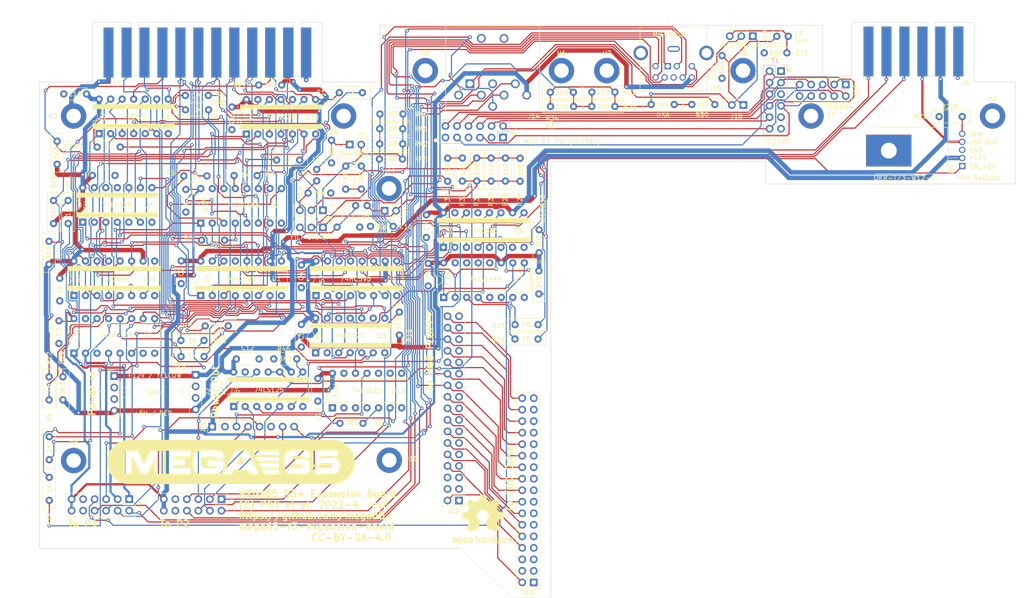
<source format=kicad_pcb>
(kicad_pcb (version 20221018) (generator pcbnew)
  (layers (0 "F.Cu" signal) (1 "In1.Cu" power "GND1.Cu") (2 "In2.Cu" power "GND2.Cu") (31 "B.Cu" signal) (34 "B.Paste" user) (35 "F.Paste" user) (36 "B.SilkS" user "B.Silkscreen") (37 "F.SilkS" user "F.Silkscreen") (38 "B.Mask" user) (39 "F.Mask" user) (44 "Edge.Cuts" user))
  (net 0 "")
  (net 1 "+5V")
  (net 2 "GND")
  (net 3 "+12V_FUSED")
  (net 4 "FL_WGATE")
  (net 5 "EXP_LATCH")
  (net 6 "+3V3")
  (net 7 "EXP_CLOCK")
  (net 8 "EXP_WDATA")
  (net 9 "EXP_RDATA")
  (net 10 "/Multiplexor Interconnect Bus/REDWC")
  (net 13 "/Multiplexor Interconnect Bus/INDEX")
  (net 14 "/Multiplexor Interconnect Bus/MOTEA")
  (net 15 "/Multiplexor Interconnect Bus/DRVSB")
  (net 16 "/Multiplexor Interconnect Bus/DRVSA")
  (net 17 "/Multiplexor Interconnect Bus/MOTEB")
  (net 18 "/Multiplexor Interconnect Bus/DIR")
  (net 19 "/Multiplexor Interconnect Bus/STEP")
  (net 20 "/Multiplexor Interconnect Bus/TRACK0")
  (net 21 "/Multiplexor Interconnect Bus/WPT")
  (net 22 "/Multiplexor Interconnect Bus/SIDE1")
  (net 23 "/Multiplexor Interconnect Bus/DSKCHG")
  (net 24 "Net-(J6-Pin_5)")
  (net 30 "COMP_CHROMA5")
  (net 33 "COMP_CHROMA2")
  (net 34 "UART_RX")
  (net 35 "UART_TX")
  (net 38 "1565_SERIO_O")
  (net 40 "/Multiplexor Interconnect Bus/TE0790_2")
  (net 41 "COMP_COMP5")
  (net 42 "unconnected-(U6-QG-Pad6)")
  (net 43 "COMP_COMP2")
  (net 44 "COMP_LUMA5")
  (net 46 "COMP_LUMA2")
  (net 47 "IEC_ATN")
  (net 48 "/Multiplexor Interconnect Bus/TE0790_3")
  (net 49 "/Multiplexor Interconnect Bus/TE0790_4")
  (net 50 "/Multiplexor Interconnect Bus/TE0790_6")
  (net 53 "/Composite and component video output/COMP_CHROMA")
  (net 54 "FL_WDATA")
  (net 55 "FL_RDATA")
  (net 56 "1565_RST")
  (net 59 "Net-(U2-D0)")
  (net 60 "Net-(U2-D1)")
  (net 61 "Net-(U2-D2)")
  (net 62 "Net-(U2-D3)")
  (net 63 "Net-(U2-D4)")
  (net 64 "Net-(U2-D5)")
  (net 65 "Net-(U2-D6)")
  (net 66 "Net-(U2-D7)")
  (net 67 "Net-(U5-D0)")
  (net 68 "Net-(U5-D1)")
  (net 69 "Net-(U5-D2)")
  (net 70 "/Multiplexor Interconnect Bus/TE0790_7")
  (net 71 "/Multiplexor Interconnect Bus/TE0790_8")
  (net 72 "Net-(U5-D3)")
  (net 73 "/Multiplexor Interconnect Bus/TE0790_10")
  (net 74 "Net-(U5-D5)")
  (net 75 "/Multiplexor Interconnect Bus/TE0790_12")
  (net 76 "Net-(U5-D6)")
  (net 77 "Net-(U5-D7)")
  (net 78 "Net-(U7-D4)")
  (net 79 "Net-(U7-D5)")
  (net 80 "Net-(U1-QH')")
  (net 82 "Net-(U2-Q7)")
  (net 85 "Net-(U4-QH')")
  (net 88 "Net-(U5-Q7)")
  (net 90 "Net-(R32-Pad1)")
  (net 91 "Net-(R38-Pad1)")
  (net 92 "Net-(R44-Pad1)")
  (net 93 "Net-(U11-SER)")
  (net 100 "1565_LD_3V3")
  (net 101 "1565_SERIO_I")
  (net 102 "Net-(R24-Pad2)")
  (net 109 "/User Port & Tape Port/RESET_N")
  (net 110 "/User Port & Tape Port/CNT1")
  (net 111 "/User Port & Tape Port/SP1")
  (net 112 "/User Port & Tape Port/CNT2")
  (net 113 "/User Port & Tape Port/SP2")
  (net 114 "/User Port & Tape Port/PC2")
  (net 115 "/User Port & Tape Port/FLAG2")
  (net 116 "/User Port & Tape Port/DATA_0")
  (net 117 "/User Port & Tape Port/DATA_1")
  (net 118 "/User Port & Tape Port/DATA_2")
  (net 119 "/User Port & Tape Port/DATA_3")
  (net 120 "/User Port & Tape Port/DATA_4")
  (net 121 "/User Port & Tape Port/DATA_5")
  (net 122 "/User Port & Tape Port/DATA_6")
  (net 123 "/User Port & Tape Port/DATA_7")
  (net 124 "/User Port & Tape Port/PA2")
  (net 125 "/User Port & Tape Port/TAPE_SENSE")
  (net 126 "/User Port & Tape Port/TAPE_WRITE")
  (net 127 "/User Port & Tape Port/TAPE_READ")
  (net 128 "/User Port & Tape Port/TAPE_MOTOR")
  (net 129 "/User Port & Tape Port/6V_REG_CTL")
  (net 130 "/User Port & Tape Port/DATA_1_O")
  (net 131 "/User Port & Tape Port/DATA_2_O")
  (net 132 "/User Port & Tape Port/DATA_3_O")
  (net 133 "/User Port & Tape Port/DATA_4_O")
  (net 134 "/User Port & Tape Port/DATA_5_O")
  (net 135 "/User Port & Tape Port/DATA_6_O")
  (net 136 "/User Port & Tape Port/DATA_7_O")
  (net 137 "/User Port & Tape Port/DATA_0_O")
  (net 138 "/User Port & Tape Port/SP2_O")
  (net 139 "/User Port & Tape Port/CNT2_O")
  (net 140 "/User Port & Tape Port/SP1_O")
  (net 141 "/User Port & Tape Port/CNT1_O")
  (net 142 "/User Port & Tape Port/ATN_O")
  (net 143 "/User Port & Tape Port/RESET_N_O")
  (net 144 "/User Port & Tape Port/EN_PA2")
  (net 145 "/User Port & Tape Port/EN_DATA_4")
  (net 146 "/User Port & Tape Port/EN_DATA_6")
  (net 147 "/User Port & Tape Port/EN_DATA_7")
  (net 148 "/User Port & Tape Port/EN_DATA_5")
  (net 149 "/User Port & Tape Port/EN_DATA_3")
  (net 150 "/User Port & Tape Port/EN_DATA_1")
  (net 151 "/User Port & Tape Port/EN_DATA_0")
  (net 152 "/User Port & Tape Port/EN_DATA_2")
  (net 155 "unconnected-(U8-Pad13)")
  (net 156 "/C1565 External C65 Drive Port/SERIO_5V")
  (net 157 "1565_LD_5V")
  (net 158 "1565_CLOCK_3V3")
  (net 159 "WIFI_EN_3V3")
  (net 160 "Net-(R46-Pad2)")
  (net 161 "WIFI_EN_5V")
  (net 162 "/C1565 External C65 Drive Port/CLOCK_5V")
  (net 163 "Net-(J18-Pin_1)")
  (net 164 "/Composite and component video output/COMPOSITE_FILTERED")
  (net 165 "Net-(J20-Pin_1)")
  (net 166 "/Composite and component video output/LUMA_FILTERED")
  (net 167 "Net-(J4-Pin_1)")
  (net 168 "/Composite and component video output/CHROMA_FILTERED")
  (net 169 "/Composite and component video output/COMPOSITE_OUT")
  (net 170 "AUDIO_OUT_R")
  (net 171 "/Composite and component video output/LUMA_OUT")
  (net 172 "AUDIO_OUT_L")
  (net 173 "/Composite and component video output/CHROMA_OUT")
  (net 174 "/Composite and component video output/COMPOSITE_UNFILTERED")
  (net 175 "/Composite and component video output/LUMA_UNFILTERED")
  (footprint "snapeda:Labeled Resistor" (layer "F.Cu") (at 118.32 57 -90)
    (fp_text reference "R30")
    (fp_text value "1K0")
  )
  (footprint "MountingHole:MountingHole_3.2mm_M3_DIN965_Pad" (layer "F.Cu") (at 173.83059 37.7252)
    (fp_text reference "H8")
    (fp_text value "MountingHole_Pad")
  )
  (footprint "snapeda:Labeled Resistor" (layer "F.Cu") (at 115.16 57 -90)
    (fp_text reference "R31")
    (fp_text value "1K0")
  )
  (footprint "snapeda:Labeled Resistor" (layer "F.Cu") (at 112 57 -90)
    (fp_text reference "R32")
    (fp_text value "1K0")
  )
  (footprint "snapeda:Labeled Resistor" (layer "F.Cu") (at 50.005 100.79)
    (fp_text reference "R10")
    (fp_text value "1K")
  )
  (footprint "snapeda:DIP-16_LS_Family" (layer "F.Cu") (at 26.41079 87.3464 90)
    (fp_text reference "U11")
    (fp_text value "74HC595")
  )
  (footprint "Connector_PinSocket_2.54mm:PinSocket_1x03_P2.54mm_Vertical" (layer "F.Cu") (at 81.265 72.3134 -90)
    (fp_text reference "J21")
    (fp_text value "Conn_01x03")
  )
  (footprint "snapeda:Labeled Resistor" (layer "F.Cu") (at 136.46 42.5 180)
    (fp_text reference "R34")
    (fp_text value "1K0")
  )
  (footprint "MountingHole:MountingHole_3.2mm_M3_DIN965_Pad" (layer "F.Cu") (at 95.83059 63.7252)
    (fp_text reference "H11")
    (fp_text value "MountingHole_Pad")
  )
  (footprint "snapeda:Labeled Resistor" (layer "F.Cu") (at 98.11 96.065 90)
    (fp_text reference "R16")
    (fp_text value "3K3")
  )
  (footprint "snapeda:FloppyPower" (layer "F.Cu") (at 35.28579 105.0804)
    (fp_text reference "J1")
    (fp_text value "Conn_01x04")
  )
  (footprint "Capacitor_THT:C_Disc_D5.0mm_W2.5mm_P5.00mm" (layer "F.Cu") (at 76.51579 80.5964 -90)
    (fp_text reference "C4")
    (fp_text value "0.1uF")
  )
  (footprint "snapeda:TO-220-FP-5" (layer "F.Cu") (at 222.14439 58.7614 90)
    (fp_text reference "J6")
    (fp_text value "OKR-T/3-W12-C")
  )
  (footprint "MountingHole:MountingHole_3.2mm_M3_DIN965_Pad" (layer "F.Cu") (at 85.83059 47.7252)
    (fp_text reference "H4")
    (fp_text value "MountingHole_Pad")
  )
  (footprint "MountingHole:MountingHole_3.2mm_M3_DIN965_Pad" (layer "F.Cu") (at 228.83059 47.7252)
    (fp_text reference "H2")
    (fp_text value "MountingHole_Pad")
  )
  (footprint "Capacitor_THT:C_Disc_D5.0mm_W2.5mm_P5.00mm" (layer "F.Cu") (at 104.455 80.23 -90)
    (fp_text reference "C6")
    (fp_text value "0.1uF")
  )
  (footprint "Capacitor_THT:C_Disc_D5.0mm_W2.5mm_P5.00mm" (layer "F.Cu") (at 62.1938 101.3206)
    (fp_text reference "C12")
    (fp_text value "0.1uF")
  )
  (footprint "snapeda:Labeled Resistor" (layer "F.Cu") (at 108.76 57.04 -90)
    (fp_text reference "R33")
    (fp_text value "1K0")
  )
  (footprint "snapeda:Labeled Resistor" (layer "F.Cu") (at 20.95779 127.4264 -90)
    (fp_text reference "R14")
    (fp_text value "1K")
  )
  (footprint "snapeda:Labeled Resistor" (layer "F.Cu") (at 93.72 57.22)
    (fp_text reference "R43")
    (fp_text value "1K0")
  )
  (footprint "Inductor_THT:L_Axial_L6.6mm_D2.7mm_P2.54mm_Vertical_Vishay_IM-2" (layer "F.Cu") (at 91.0126 67.4878 180)
    (fp_text reference "L2")
    (fp_text value "1uH")
  )
  (footprint "snapeda:Labeled Resistor" (layer "F.Cu") (at 128.85 81.88 -90)
    (fp_text reference "R17")
    (fp_text value "3K3")
  )
  (footprint "Connector_PinSocket_2.54mm:PinSocket_1x02_P2.54mm_Vertical" (layer "F.Cu") (at 94.8636 68.6312 90)
    (fp_text reference "J20")
    (fp_text value "Conn_01x02")
  )
  (footprint "MountingHole:MountingHole_3.2mm_M3_DIN965_Pad" (layer "F.Cu") (at 26.33059 47.7252)
    (fp_text reference "H3")
    (fp_text value "MountingHole_Pad")
  )
  (footprint "Connector_PinSocket_2.54mm:PinSocket_1x03_P2.54mm_Vertical" (layer "F.Cu") (at 175.9966 30.1244 -90)
    (fp_text reference "J19")
    (fp_text value "Conn_01x03")
  )
  (footprint "Connector_PinHeader_2.54mm:PinHeader_2x17_P2.54mm_Vertical" (layer "F.Cu") (at 127.7288 150.5934 180)
    (fp_text reference "J13")
    (fp_text value "Conn_02x17_Odd_Even")
  )
  (footprint "snapeda:Labeled Resistor" (layer "F.Cu") (at 59.60579 75.1164 180)
    (fp_text reference "R6")
    (fp_text value "1K")
  )
  (footprint "snapeda:C64-User-Port-Male" (layer "F.Cu") (at 67.14059 39.2477)
    (fp_text reference "J3")
    (fp_text value "C64_User_Port")
  )
  (footprint "MountingHole:MountingHole_3.2mm_M3_DIN965_Pad" (layer "F.Cu") (at 26.33059 123.7252)
    (fp_text reference "H9")
    (fp_text value "MountingHole_Pad")
  )
  (footprint "Connector_PinHeader_2.54mm:PinHeader_2x05_P2.54mm_Vertical" (layer "F.Cu") (at 196.48079 40.7914 -90)
    (fp_text reference "J11")
    (fp_text value "Conn_02x05_Odd_Even")
  )
  (footprint "Connector_PinSocket_2.54mm:PinSocket_1x02_P2.54mm_Vertical" (layer "F.Cu") (at 87.1728 54.0258 90)
    (fp_text reference "J4")
    (fp_text value "Conn_01x02")
  )
  (footprint "snapeda:Labeled Resistor" (layer "F.Cu") (at 158.69 45.19 180)
    (fp_text reference "R38")
    (fp_text value "1K0")
  )
  (footprint "Capacitor_THT:C_Disc_D5.0mm_W2.5mm_P5.00mm" (layer "F.Cu") (at 29.16579 42.8664 180)
    (fp_text reference "C10")
    (fp_text value "0.1uF")
  )
  (footprint "Inductor_THT:L_Axial_L6.6mm_D2.7mm_P2.54mm_Vertical_Vishay_IM-2" (layer "F.Cu") (at 181.2798 30.1498)
    (fp_text reference "L1")
    (fp_text value "1uH")
  )
  (footprint "snapeda:Labeled Resistor" (layer "F.Cu") (at 162.56 45.1866)
    (fp_text reference "R39")
    (fp_text value "1K0")
  )
  (footprint "MountingHole:MountingHole_3.2mm_M3_DIN965_Pad" (layer "F.Cu") (at 143.83059 37.7252)
    (fp_text reference "H7")
    (fp_text value "MountingHole_Pad")
  )
  (footprint "snapeda:Labeled Resistor" (layer "F.Cu") (at 136.505 45.63 180)
    (fp_text reference "R37")
    (fp_text value "1K0")
  )
  (footprint "Capacitor_THT:C_Disc_D5.0mm_W2.5mm_P5.00mm" (layer "F.Cu") (at 83.1596 53.0752 -90)
    (fp_text reference "C18")
    (fp_text value "180pF")
  )
  (footprint "snapeda:Labeled Resistor" (layer "F.Cu") (at 36.595 54.58 180)
    (fp_text reference "R7")
    (fp_text value "1K")
  )
  (footprint "snapeda:Labeled Resistor" (layer "F.Cu") (at 140.535 42.46)
    (fp_text reference "R35")
    (fp_text value "1K0")
  )
  (footprint "snapeda:Labeled Resistor" (layer "F.Cu") (at 93.78 53.89)
    (fp_text reference "R42")
    (fp_text value "1K0")
  )
  (footprint "Capacitor_THT:C_Disc_D5.0mm_W2.5mm_P5.00mm" (layer "F.Cu") (at 76.52579 93.6864 -90)
    (fp_text reference "C5")
    (fp_text value "0.1uF")
  )
  (footprint "snapeda:Labeled Resistor" (layer "F.Cu") (at 50.63 60.95)
    (fp_text reference "R5")
    (fp_text value "1K")
  )
  (footprint "Capacitor_THT:C_Disc_D5.0mm_W2.5mm_P5.00mm" (layer "F.Cu") (at 80.1624 105.617 -90)
    (fp_text reference "C13")
    (fp_text value "0.1uF")
  )
  (footprint "snapeda:Labeled Resistor" (layer "F.Cu") (at 93.84 47.29)
    (fp_text reference "R40")
    (fp_text value "1K0")
  )
  (footprint "MountingHole:MountingHole_3.2mm_M3_DIN965_Pad" (layer "F.Cu") (at 133.83059 37.7252)
    (fp_text reference "H6")
    (fp_text value "MountingHole_Pad")
  )
  (footprint "Capacitor_THT:C_Disc_D5.0mm_W2.5mm_P5.00mm" (layer "F.Cu") (at 104.05 69.53 -90)
    (fp_text reference "C7")
    (fp_text value "0.1uF")
  )
  (footprint "snapeda:DIP-14_74LS06" (layer "F.Cu") (at 83.3628 112.0902 90)
    (fp_text reference "U13")
    (fp_text value "74LS125")
  )
  (footprint "Connector_PinHeader_2.54mm:PinHeader_2x06_P2.54mm_Vertical" (layer "F.Cu") (at 58.90579 132.2424 -90)
    (fp_text reference "J10")
    (fp_text value "PMOD2")
  )
  (footprint "Connector_PinSocket_2.54mm:PinSocket_1x02_P2.54mm_Vertical" (layer "F.Cu") (at 173.9138 45.3136 -90)
    (fp_text reference "J18")
    (fp_text value "Conn_01x02")
  )
  (footprint "snapeda:Labeled Resistor" (layer "F.Cu") (at 123.605 93.75)
    (fp_text reference "R23")
    (fp_text value "1K")
  )
  (footprint "snapeda:Labeled Resistor" (layer "F.Cu") (at 72.195 40.9 180)
    (fp_text reference "R27")
    (fp_text value "3K3")
  )
  (footprint "snapeda:Labeled Resistor" (layer "F.Cu") (at 89.74 63.845 90)
    (fp_text reference "R45")
    (fp_text value "1K0")
  )
  (footprint "Capacitor_THT:C_Disc_D5.0mm_W2.5mm_P5.00mm" (layer "F.Cu") (at 51.06579 63.9164 -90)
    (fp_text reference "C1")
    (fp_text value "0.1uF")
  )
  (footprint "Capacitor_THT:C_Disc_D5.0mm_W2.5mm_P5.00mm" (layer "F.Cu") (at 96.7486 72.0598 180)
    (fp_text reference "C16")
    (fp_text value "180pF")
  )
  (footprint "Capacitor_THT:C_Disc_D5.0mm_W2.5mm_P5.00mm" (layer "F.Cu") (at 23.09579 92.8964 -90)
    (fp_text reference "C3")
    (fp_text value "0.1uF")
  )
  (footprint "snapeda:Labeled Resistor" (layer "F.Cu") (at 128.91 77.89 90)
    (fp_text reference "R18")
    (fp_text value "3K3")
  )
  (footprint "snapeda:DIP-16_LVC_Family" (layer "F.Cu") (at 26.41079 100.0464 90)
    (fp_text reference "U5")
    (fp_text value "74LVC165")
  )
  (footprint "snapeda:DIP-14_74LS06" (layer "F.Cu") (at 79.65579 99.9464 90)
    (fp_text reference "U3")
    (fp_text value "74LS125")
  )
  (footprint "snapeda:Labeled Resistor" (layer "F.Cu") (at 222.14 47.86 180)
    (fp_text reference "R21")
    (fp_text value "220R")
  )
  (footprint "snapeda:Labeled Resistor" (layer "F.Cu") (at 55.06079 97.2264 180)
    (fp_text reference "R13")
    (fp_text value "1K")
  )
  (footprint "Capacitor_THT:C_Disc_D5.0mm_W2.5mm_P5.00mm" (layer "F.Cu") (at 30.45579 60.8364)
    (fp_text reference "C9")
    (fp_text value "0.1uF")
  )
  (footprint "snapeda:Labeled Resistor" (layer "F.Cu") (at 50.94 43.2)
    (fp_text reference "R4")
    (fp_text value "1K")
  )
  (footprint "Capacitor_THT:C_Disc_D5.0mm_W2.5mm_P5.00mm" (layer "F.Cu") (at 84.3788 72.2376)
    (fp_text reference "C17")
    (fp_text value "91pF")
  )
  (footprint "Connector_PinHeader_2.54mm:PinHeader_2x06_P2.54mm_Vertical" (layer "F.Cu") (at 38.58579 132.2424 -90)
    (fp_text reference "J9")
    (fp_text value "PMOD1")
  )
  (footprint "snapeda:FloppyPower" (layer "F.Cu") (at 53.21579 104.8264)
    (fp_text reference "J2")
    (fp_text value "Conn_01x04")
  )
  (footprint "Capacitor_THT:C_Disc_D5.0mm_W2.5mm_P5.00mm" (layer "F.Cu") (at 61.21579 45.7464 -90)
    (fp_text reference "C11")
    (fp_text value "0.1uF")
  )
  (footprint "snapeda:CUI_SDF-80J" (layer "F.Cu") (at 118.67209 35.6234 180)
    (fp_text reference "J14")
    (fp_text value "Component A/V")
  )
  (footprint "Capacitor_THT:C_Disc_D5.0mm_W2.5mm_P5.00mm" (layer "F.Cu") (at 169.2148 34.4062 -90)
    (fp_text reference "C14")
    (fp_text value "180pF")
  )
  (footprint "snapeda:Labeled Resistor" (layer "F.Cu") (at 140.515 45.62)
    (fp_text reference "R36")
    (fp_text value "1K0")
  )
  (footprint "snapeda:Labeled Resistor" (layer "F.Cu") (at 93.78 50.55)
    (fp_text reference "R41")
    (fp_text value "1K0")
  )
  (footprint "snapeda:Labeled Resistor" (layer "F.Cu") (at 22.69579 58.3764 90)
    (fp_text reference "R25")
    (fp_text value "3K3")
  )
  (footprint "snapeda:Labeled Resistor" (layer "F.Cu") (at 60.40579 94.0264 180)
    (fp_text reference "R15")
    (fp_text value "1K")
  )
  (footprint "Connector_PinSocket_2.54mm:PinSocket_1x03_P2.54mm_Vertical" (layer "F.Cu") (at 81.265 68.5288 -90)
    (fp_text reference "J17")
    (fp_text value "Conn_01x03")
  )
  (footprint "snapeda:DIP-14_74LS06" (layer "F.Cu") (at 28.34239 71.1566 90)
    (fp_text reference "U8")
    (fp_text value "74LS125")
  )
  (footprint "snapeda:DIP-16_LS_Family" (layer "F.Cu") (at 79.75079 87.3464 90)
    (fp_text reference "U4")
    (fp_text value "74HC595")
  )
  (footprint "snapeda:Labeled Resistor" (layer "F.Cu") (at 121.48 57 -90)
    (fp_text reference "R29")
    (fp_text value "1K0")
  )
  (footprint "snapeda:Labeled Resistor" (layer "F.Cu") (at 56.065 46.36 180)
    (fp_text reference "R8")
    (fp_text value "1K")
  )
  (footprint "snapeda:DIP-14_W7.62mm" (layer "F.Cu") (at 61.575 111.6108 90)
    (fp_text reference "U12")
    (fp_text value "74LS125")
  )
  (footprint "snapeda:DIP-14_74LS06" (layer "F.Cu") (at 31.94919 51.624 90)
    (fp_text reference "U9")
    (fp_text value "74LS125")
  )
  (footprint "Capacitor_THT:C_Disc_D5.0mm_W2.5mm_P5.00mm" (layer "F.Cu") (at 78.0034 64.7192)
    (fp_text reference "C19")
    (fp_text value "91pF")
  )
  (footprint "Connector_PinHeader_2.54mm:PinHeader_2x17_P2.54mm_Vertical" (layer "F.Cu") (at 111.26079 132.5314 180)
    (fp_text reference "J12")
    (fp_text value "Conn_02x17_Odd_Even")
  )
  (footprint "snapeda:Labeled Resistor" (layer "F.Cu") (at 85.0138 115.4938)
    (fp_text reference "R24")
    (fp_text value "3K3")
  )
  (footprint "snapeda:Labeled Resistor" (layer "F.Cu") (at 21.90579 71.4464 90)
    (fp_text reference "R26")
    (fp_text value "3K3")
  )
  (footprint "snapeda:DIP-14_74LS06" (layer "F.Cu") (at 64.40539 51.7156 90)
    (fp_text reference "U10")
    (fp_text value "74LS125")
  )
  (footprint "snapeda:Labeled Resistor" (layer "F.Cu") (at 20.95779 123.5364 90)
    (fp_text reference "R9")
    (fp_text value "1K")
  )
  (footprint "Inductor_THT:L_Axial_L6.6mm_D2.7mm_P2.54mm_Vertical_Vishay_IM-2" (layer "F.Cu") (at 79.883 59.5078 -90)
    (fp_text reference "L3")
    (fp_text value "1uH")
  )
  (footprint "snapeda:DIP-16_LS_Family" (layer "F.Cu") (at 54.35079 87.3464 90)
    (fp_text reference "U1")
    (fp_text value "74HC595")
  )
  (footprint "snapeda:DIP-16_LVC_Family" (layer "F.Cu") (at 107.875 87.74 90)
    (fp_text reference "U7")
    (fp_text value "74LVC165")
  )
  (footprint "snapeda:Labeled Resistor" (layer "F.Cu") (at 61.685 60.86)
    (fp_text reference "R3")
    (fp_text value "1K")
  )
  (footprint "snapeda:Labeled Resistor" (layer "F.Cu") (at 25.12579 71.4364 90)
    (fp_text reference "R11")
    (fp_text value "1K")
  )
  (footprint "snapeda:Labeled Resistor" (layer "F.Cu") (at 86.29 63.865 90)
    (fp_text reference "R44")
    (fp_text value "1K0")
  )
  (footprint "HackupNet:C64-Cassette-Port-Male" (layer "F.Cu") (at 210.84939 38.9937)
    (fp_text reference "J5")
    (fp_text value "C64_Tape_Port")
  )
  (footprint "snapeda:Labeled Resistor" (layer "F.Cu") (at 89.975 42.59 180)
    (fp_text reference "R1")
    (fp_text value "1K")
  )
  (footprint "snapeda:CUI_MD-90SM" (layer "F.Cu") (at 158.5578 32.9328 180)
    (fp_text reference "J16")
    (fp_text value "MD-90SM")
  )
  (footprint "Capacitor_THT:C_Disc_D5.0mm_W2.5mm_P5.00mm" (layer "F.Cu") (at 23.27579 83.5064 -90)
    (fp_text reference "C8")
    (fp_text value "0.1uF")
  )
  (footprint "MountingHole:MountingHole_3.2mm_M3_DIN965_Pad" (layer "F.Cu") (at 188.83059 47.7252)
    (fp_text reference "H1")
    (fp_text value "MountingHole_Pad")
  )
  (footprint "snapeda:Labeled Resistor" (layer "F.Cu") (at 123.585 96.92)
    (fp_text reference "R22")
    (fp_text value "1K")
  )
  (footprint "MountingHole:MountingHole_3.2mm_M3_DIN965_Pad" (layer "F.Cu") (at 95.8938 123.6484)
    (fp_text reference "H10")
    (fp_text value "MountingHole_Pad")
  )
  (footprint "snapeda:Labeled Resistor" (layer "F.Cu") (at 20.90579 80.4414 90)
    (fp_text reference "R19")
    (fp_text value "3K3")
  )
  (footprint "Symbol:OSHW-Logo2_14.6x12mm_SilkScreen" (layer "F.Cu") (at 116.5352 136.8044)
    (fp_text reference "LOGO1" hide)
    (fp_text value "Logo_Open_Hardware_Large" hide)
  )
  (footprint "Capacitor_THT:C_Disc_D5.0mm_W2.5mm_P5.00mm" (layer "F.Cu") (at 183.5112 33.8074 180)
    (fp_text reference "C15")
    (fp_text value "91pF")
  )
  (footprint "snapeda:MEGA65-logo" (layer "F.Cu") (at 60.9854 124.0282)
    (fp_text reference "G***")
    (fp_text value "LOGO" hide)
  )
  (footprint "snapeda:Labeled Resistor" (layer "F.Cu") (at 70.4392 101.2952)
    (fp_text reference "R46")
    (fp_text value "3K3")
  )
  (footprint "snapeda:DIP-16_LVC_Family" (layer "F.Cu") (at 54.35079 71.3544 90)
    (fp_text reference "U2")
    (fp_text value "74LVC165")
  )
  (footprint "snapeda:Labeled Resistor" (layer "F.Cu") (at 23.97579 110.3364 90)
    (fp_text reference "R20")
    (fp_text value "3K3")
  )
  (footprint "snapeda:Labeled Resistor" (layer "F.Cu") (at 71.06 57.45)
    (fp_text reference "R2")
    (fp_text value "1K")
  )
  (footprint "MountingHole:MountingHole_3.2mm_M3_DIN965_Pad" (layer "F.Cu") (at 103.83059 37.7252)
    (fp_text reference "H5")
    (fp_text value "MountingHole_Pad")
  )
  (footprint "snapeda:DIP-16_LS_Family" (layer "F.Cu") (at 107.815 76.7 90)
    (fp_text reference "U6")
    (fp_text value "74HC595")
  )
  (footprint "Connector_PinHeader_2.54mm:PinHeader_1x08_P2.54mm_Vertical" (layer "F.Cu") (at 57.14519 116.237 90)
    (fp_text reference "J15")
    (fp_text value "ESP32 Connector")
  )
  (footprint "Capacitor_THT:C_Disc_D5.0mm_W2.5mm_P5.00mm" (layer "F.Cu") (at 50.03579 79.6864 -90)
    (fp_text reference "C2")
    (fp_text value "0.1uF")
  )
  (footprint "snapeda:Labeled Resistor" (layer "F.Cu") (at 20.92579 110.3464 90)
    (fp_text reference "R12")
    (fp_text value "1K")
  )
  (footprint "snapeda:Labeled Resistor" (layer "F.Cu") (at 124.73 57.04 -90)
    (fp_text reference "R28")
    (fp_text value "1K0")
  )
  (footprint "Connector_PinHeader_2.54mm:PinHeader_2x06_P2.54mm_Vertical" (layer "B.Cu") (at 182.22579 37.8364 180)
    (fp_text reference "J7")
    (fp_text value "Conn_02x06_Odd_Even")
  )
  (footprint "Connector_PinHeader_2.54mm:PinHeader_2x06_P2.54mm_Vertical" (layer "B.Cu") (at 120.97 52.475 90)
    (fp_text reference "J8")
    (fp_text value "Conn_02x06_Odd_Even")
  )
  (gr_circle (center 184.0738 37.6428) (end 184.4738 37.6428) (stroke (width 0.12)) (fill solid) (layer "F.SilkS"))
  (gr_circle (center 106.15 53.09) (end 106.55 53.09) (stroke (width 0.12)) (fill solid) (layer "F.SilkS"))
  (gr_line (start 76.30299 27.0876) (end 76.30299 38.924) (stroke (width 0.1)) (layer "Edge.Cuts"))
  (gr_line (start 233.83059 40.2252) (end 224.81139 40.2252) (stroke (width 0.1)) (layer "Edge.Cuts"))
  (gr_line (start 74.82979 38.924) (end 74.82979 27.0876) (stroke (width 0.1)) (layer "Edge.Cuts"))
  (gr_line (start 80.63259 27.0876) (end 76.30299 27.0876) (stroke (width 0.1)) (layer "Edge.Cuts"))
  (gr_line (start 39.18819 38.924) (end 39.18819 27.0876) (stroke (width 0.1)) (layer "Edge.Cuts"))
  (gr_line (start 214.65139 38.924) (end 214.60059 27.0876) (stroke (width 0.1)) (layer "Edge.Cuts"))
  (gr_line (start 178.83059 62.7252) (end 233.83059 62.7252) (stroke (width 0.1)) (layer "Edge.Cuts"))
  (gr_arc (start 80.63259 27.0876) (mid 80.9918 27.23639) (end 81.14059 27.5956) (stroke (width 0.1)) (layer "Edge.Cuts"))
  (gr_line (start 81.14059 27.5956) (end 81.14059 27.8496) (stroke (width 0.1)) (layer "Edge.Cuts"))
  (gr_line (start 93.83059 27.7252) (end 93.83059 40.2252) (stroke (width 0.1)) (layer "Edge.Cuts"))
  (gr_line (start 224.30339 27.0876) (end 216.07379 27.0876) (stroke (width 0.1)) (layer "Edge.Cuts"))
  (gr_line (start 111.5 143.07657) (end 18.83059 143.07657) (stroke (width 0.1)) (layer "Edge.Cuts"))
  (gr_line (start 131.5 90.2252) (end 131.5 62.7252) (stroke (width 0.1)) (layer "Edge.Cuts"))
  (gr_arc (start 197.78579 27.5956) (mid 197.93458 27.23639) (end 198.29379 27.0876) (stroke (width 0.1)) (layer "Edge.Cuts"))
  (gr_line (start 191.37059 38.9552) (end 197.78579 38.9552) (stroke (width 0.1)) (layer "Edge.Cuts"))
  (gr_arc (start 224.30339 27.0876) (mid 224.6626 27.23639) (end 224.81139 27.5956) (stroke (width 0.1)) (layer "Edge.Cuts"))
  (gr_line (start 30.46059 40.2252) (end 30.46059 39.178) (stroke (width 0.1)) (layer "Edge.Cuts"))
  (gr_line (start 197.78579 27.5956) (end 197.78579 38.9552) (stroke (width 0.1)) (layer "Edge.Cuts"))
  (gr_line (start 40.66139 38.924) (end 39.18819 38.924) (stroke (width 0.1)) (layer "Edge.Cuts"))
  (gr_line (start 76.30299 38.924) (end 74.82979 38.924) (stroke (width 0.1)) (layer "Edge.Cuts"))
  (gr_line (start 40.66139 27.0876) (end 40.66139 38.924) (stroke (width 0.1)) (layer "Edge.Cuts"))
  (gr_line (start 123.0138 153.9984) (end 111.5 143.07657) (stroke (width 0.05)) (layer "Edge.Cuts"))
  (gr_line (start 131.5 154) (end 123.0138 153.9984) (stroke (width 0.05)) (layer "Edge.Cuts"))
  (gr_line (start 30.46059 27.5956) (end 30.46059 39.178) (stroke (width 0.1)) (layer "Edge.Cuts"))
  (gr_line (start 18.83059 143.07657) (end 18.83059 40.2252) (stroke (width 0.1)) (layer "Edge.Cuts"))
  (gr_line (start 131.5 154) (end 131.5 90.2252) (stroke (width 0.1)) (layer "Edge.Cuts"))
  (gr_line (start 224.81139 40.2252) (end 224.81139 27.8496) (stroke (width 0.1)) (layer "Edge.Cuts"))
  (gr_line (start 93.83059 40.2252) (end 81.14059 40.2252) (stroke (width 0.1)) (layer "Edge.Cuts"))
  (gr_line (start 216.07379 38.924) (end 214.65139 38.924) (stroke (width 0.1)) (layer "Edge.Cuts"))
  (gr_line (start 216.07379 27.0876) (end 216.07379 38.924) (stroke (width 0.1)) (layer "Edge.Cuts"))
  (gr_line (start 178.83059 57.7252) (end 131.5 57.7252) (stroke (width 0.1)) (layer "Edge.Cuts"))
  (gr_line (start 191.37059 27.7252) (end 93.83059 27.7252) (stroke (width 0.1)) (layer "Edge.Cuts"))
  (gr_line (start 233.83059 40.2252) (end 233.83059 62.7252) (stroke (width 0.1)) (layer "Edge.Cuts"))
  (gr_line (start 178.83059 62.7252) (end 178.83059 57.7252) (stroke (width 0.1)) (layer "Edge.Cuts"))
  (gr_line (start 40.66139 27.0876) (end 74.82979 27.0876) (stroke (width 0.1)) (layer "Edge.Cuts"))
  (gr_arc (start 30.46059 27.5956) (mid 30.60938 27.23639) (end 30.96859 27.0876) (stroke (width 0.1)) (layer "Edge.Cuts"))
  (gr_line (start 214.60059 27.0876) (end 198.29379 27.0876) (stroke (width 0.1)) (layer "Edge.Cuts"))
  (gr_line (start 18.83059 40.2252) (end 30.46059 40.2252) (stroke (width 0.1)) (layer "Edge.Cuts"))
  (gr_line (start 191.37059 38.9552) (end 191.37059 27.7252) (stroke (width 0.1)) (layer "Edge.Cuts"))
  (gr_line (start 131.5 57.7252) (end 131.5 62.7252) (stroke (width 0.1)) (layer "Edge.Cuts"))
  (gr_line (start 39.18819 27.0876) (end 30.96859 27.0876) (stroke (width 0.1)) (layer "Edge.Cuts"))
  (gr_line (start 81.14059 39.2796) (end 81.14059 27.8496) (stroke (width 0.1)) (layer "Edge.Cuts"))
  (gr_line (start 224.81139 27.5956) (end 224.81139 27.8496) (stroke (width 0.1)) (layer "Edge.Cuts"))
  (gr_line (start 81.14059 40.2252) (end 81.14059 39.2796) (stroke (width 0.1)) (layer "Edge.Cuts"))
  (gr_text "Trim Resistor" (at 225.68179 61.3924) (layer "F.SilkS") (effects (font (size 1 1))))
  (gr_text "To M65 FLOPPY" (at 104.82579 99.6864 90) (layer "F.SilkS") (effects (font (size 1.5 1.5) (thickness 0.3))))
  (gr_text "FILT ON/OFF" (at 74.0156 75.0316) (layer "F.SilkS") (effects (font (size 1 1)) (justify left bottom)))
  (gr_text "TEI0004" (at 195 45.77) (layer "F.SilkS") (effects (font (size 1 1))))
  (gr_text "MEGA65 R3+ Expansion Board \n(C) PGS et al, 2022-4. revE\nhttps://github.com/mega65/\nmega65-r3-expansion-board\n              CC-BY-SA-4.0" (at 62.5094 135.8646) (layer "F.SilkS") (effects (font (size 1.5 1.5) (thickness 0.3)) (justify left)))
  (gr_text "+12V" (at 225.42779 56.8204) (layer "F.SilkS") (effects (font (size 1 1))))
  (gr_text "TE0790" (at 181.29 53.36) (layer "F.SilkS") (effects (font (size 1 1))))
  (gr_text "Power Out" (at 57.53379 108.6364 90) (layer "F.SilkS") (effects (font (size 1.5 1.5) (thickness 0.3))))
  (gr_text "To M65 R3 JB1 (TE0790)" (at 132.71 53.43) (layer "F.SilkS") (effects (font (size 1 1))))
  (gr_text "To P1" (at 28.37 137.65) (layer "F.SilkS") (effects (font (size 1.5 1.5) (thickness 0.3))))
  (gr_text "GND" (at 225.17379 55.2964) (layer "F.SilkS") (effects (font (size 1 1))))
  (gr_text "To FDD Drive" (at 122.38 127.73 90) (layer "F.SilkS") (effects (font (size 1.5 1.5) (thickness 0.3))))
  (gr_text "TRIM" (at 225.17379 51.7404) (layer "F.SilkS") (effects (font (size 1 1))))
  (gr_text "+6V OUT" (at 226.69779 53.5184) (layer "F.SilkS") (effects (font (size 1 1))))
  (gr_text "To P2" (at 48.56 137.69) (layer "F.SilkS") (effects (font (size 1.5 1.5) (thickness 0.3))))
  (gr_text "FILT ON/OFF" (at 168.6052 32.893) (layer "F.SilkS") (effects (font (size 1 1)) (justify left bottom)))
  (gr_text "Power In" (at 30.33579 108.8904 90) (layer "F.SilkS") (effects (font (size 1.5 1.5) (thickness 0.3))))
  (gr_text "EN_+6V" (at 226.69779 58.8524) (layer "F.SilkS") (effects (font (size 1 1))))
  (segment (start 109.314511 67.580489) (end 119.025545 67.580489) (width 1) (layer "F.Cu") (net 1))
  (segment (start 64.40539 44.0956) (end 62.75459 45.7464) (width 1) (layer "F.Cu") (net 1))
  (segment (start 119.707185 67.767185) (end 119.893881 67.580489) (width 1) (layer "F.Cu") (net 1))
  (segment (start 73.2334 39.6616) (end 72.205 40.69) (width 1) (layer "F.Cu") (net 1))
  (segment (start 78.020602 83.99) (end 95.07 83.99) (width 1) (layer "F.Cu") (net 1))
  (segment (start 28.37127 77.30188) (end 41.16728 77.30188) (width 1) (layer "F.Cu") (net 1))
  (segment (start 54.31079 78.90921) (end 54.31079 79.6864) (width 1) (layer "F.Cu") (net 1))
  (segment (start 70.059739 76.960349) (end 68.25817 76.960349) (width 1) (layer "F.Cu") (net 1))
  (segment (start 26.7538 75.68441) (end 26.7538 69.4784) (width 1) (layer "F.Cu") (net 1))
  (segment (start 34.77779 113.2084) (end 35.28579 112.7004) (width 0.5) (layer "F.Cu") (net 1))
  (segment (start 22.69579 58.3764) (end 22.69579 60.3964) (width 1) (layer "F.Cu") (net 1))
  (segment (start 106.467 98.72) (end 98.24282 98.72) (width 1) (layer "F.Cu") (net 1))
  (segment (start 70.3834 83.8962) (end 77.926802 83.8962) (width 1) (layer "F.Cu") (net 1))
  (segment (start 76.129111 96.1684) (end 75.946 96.1684) (width 1) (layer "F.Cu") (net 1))
  (segment (start 73.990359 40.031369) (end 74.7538 40.031369) (width 1) (layer "F.Cu") (net 1))
  (segment (start 28.3438 67.8884) (end 26.9158 69.3164) (width 1) (layer "F.Cu") (net 1))
  (segment (start 67.90339 46.66799) (end 66.830511 45.595111) (width 1) (layer "F.Cu") (net 1))
  (segment (start 54.31079 79.6864) (end 54.35079 79.7264) (width 0.25) (layer "F.Cu") (net 1))
  (segment (start 78.15579 98.195079) (end 76.129111 96.1684) (width 1) (layer "F.Cu") (net 1))
  (segment (start 24.03579 69.3164) (end 21.90579 71.4464) (width 1) (layer "F.Cu") (net 1))
  (segment (start 41.65079 79.7264) (end 41.65079 77.78539) (width 1) (layer "F.Cu") (net 1))
  (segment (start 73.62059 39.6616) (end 73.990359 40.031369) (width 1) (layer "F.Cu") (net 1))
  (segment (start 73.279 73.093708) (end 70.691282 73.093708) (width 1) (layer "F.Cu") (net 1))
  (segment (start 106.7054 98.9584) (end 106.467 98.72) (width 1) (layer "F.Cu") (net 1))
  (segment (start 121.555489 67.580489) (end 123.055 69.08) (width 1) (layer "F.Cu") (net 1))
  (segment (start 67.703568 77.514951) (end 55.705049 77.514951) (width 1) (layer "F.Cu") (net 1))
  (segment (start 28.3438 66.0184) (end 28.34239 66.01699) (width 1) (layer "F.Cu") (net 1))
  (segment (start 41.16728 77.30188) (end 41.4338 77.5684) (width 1) (layer "F.Cu") (net 1))
  (segment (start 98.18141 98.78141) (end 98.11 98.71) (width 1) (layer "F.Cu") (net 1))
  (segment (start 77.926802 83.8962) (end 78.015301 83.984699) (width 1) (layer "F.Cu") (net 1))
  (segment (start 148.1582 36.504926) (end 148.1582 41.3004) (width 1) (layer "F.Cu") (net 1))
  (segment (start 41.65079 77.78539) (end 41.4338 77.5684) (width 0.25) (layer "F.Cu") (net 1))
  (segment (start 66.830511 45.595111) (end 65.904901 45.595111) (width 1) (layer "F.Cu") (net 1))
  (segment (start 50.03579 79.6864) (end 54.31079 79.6864) (width 1) (layer "F.Cu") (net 1))
  (segment (start 78.15579 98.195079) (end 78.407111 98.4464) (width 1) (layer "F.Cu") (net 1))
  (segment (start 28.32579 60.6864) (end 28.34239 60.6698) (width 0.5) (layer "F.Cu") (net 1))
  (segment (start 133.332042 33.274) (end 144.927274 33.274) (width 1) (layer "F.Cu") (net 1))
  (segment (start 144.927274 33.274) (end 148.1582 36.504926) (width 1) (layer "F.Cu") (net 1))
  (segment (start 24.03579 69.3164) (end 25.98579 69.3164) (width 1) (layer "F.Cu") (net 1))
  (segment (start 28.34239 66.01699) (end 28.34239 63.5366) (width 1) (layer "F.Cu") (net 1))
  (segment (start 80.46201 46.66799) (end 67.90339 46.66799) (width 1) (layer "F.Cu") (net 1))
  (segment (start 76.0938 41.9384) (end 76.1258 41.9064) (width 1) (layer "F.Cu") (net 1))
  (segment (start 119.893881 67.580489) (end 121.555489 67.580489) (width 1) (layer "F.Cu") (net 1))
  (segment (start 98.24282 98.72) (end 98.18141 98.78141) (width 1) (layer "F.Cu") (net 1))
  (segment (start 107.815 69.08) (end 104.5 69.08) (width 1) (layer "F.Cu") (net 1))
  (segment (start 28.34239 63.5366) (end 28.34239 62.9498) (width 0.5) (layer "F.Cu") (net 1))
  (segment (start 28.3438 66.0184) (end 28.3438 67.8884) (width 1) (layer "F.Cu") (net 1))
  (segment (start 80.49 46.64) (end 80.46201 46.66799) (width 1) (layer "F.Cu") (net 1))
  (segment (start 80.54579 41.9064) (end 81.74579 43.1064) (width 1) (layer "F.Cu") (net 1))
  (segment (start 98.11 98.71) (end 98.11 96.065) (width 1) (layer "F.Cu") (net 1))
  (segment (start 119.025545 67.580489) (end 119.212241 67.767185) (width 1) (layer "F.Cu") (net 1))
  (segment (start 65.904901 45.595111) (end 64.40539 44.0956) (width 1) (layer "F.Cu") (net 1))
  (segment (start 76.1258 41.9064) (end 80.54579 41.9064) (width 1) (layer "F.Cu") (net 1))
  (segment (start 55.705049 77.514951) (end 54.31079 78.90921) (width 1) (layer "F.Cu") (net 1))
  (segment (start 28.34239 62.9498) (end 30.45579 60.8364) (width 1) (layer "F.Cu") (net 1))
  (segment (start 70.691282 73.093708) (end 70.17579 73.6092) (width 1) (layer "F.Cu") (net 1))
  (segment (start 35.28579 112.7004) (end 52.96179 112.7004) (width 1) (layer "F.Cu") (net 1))
  (segment (start 78.407111 98.4464) (end 97.8464 98.4464) (width 1) (layer "F.Cu") (net 1))
  (segment (start 70.21579 77.1164) (end 70.059739 76.960349) (width 1) (layer "F.Cu") (net 1))
  (segment (start 62.75459 45.7464) (end 61.21579 45.7464) (width 1) (layer "F.Cu") (net 1))
  (segment (start 28.21579 77.1464) (end 28.37127 77.30188) (width 0.5) (layer "F.Cu") (net 1))
  (segment (start 68.25817 76.960349) (end 67.703568 77.514951) (width 1) (layer "F.Cu") (net 1))
  (segment (start 26.7538 69.4784) (end 26.9158 69.3164) (width 1) (layer "F.Cu") (net 1))
  (segment (start 26.9158 69.3164) (end 25.98579 69.3164) (width 1) (layer "F.Cu") (net 1))
  (segment (start 78.015301 83.984699) (end 78.020602 83.99) (width 1) (layer "F.Cu") (net 1))
  (segment (start 27.4338 113.1884) (end 27.4538 113.2084) (width 1) (layer "F.Cu") (net 1))
  (segment (start 22.69579 60.3964) (end 22.98579 60.6864) (width 1) (layer "F.Cu") (net 1))
  (segment (start 107.815 69.08) (end 109.314511 67.580489) (width 1) (layer "F.Cu") (net 1))
  (segment (start 21.62079 79.7264) (end 20.90579 80.4414) (width 1) (layer "F.Cu") (net 1))
  (segment (start 97.8464 98.4464) (end 98.18141 98.78141) (width 1) (layer "F.Cu") (net 1))
  (segment (start 23.27579 82.8614) (end 23.27579 83.5064) (width 0.5) (layer "F.Cu") (net 1))
  (segment (start 126.17209 43.1234) (end 126.17209 40.433952) (width 1) (layer "F.Cu") (net 1))
  (segment (start 217.39459 39.6352) (end 217.32939 39.57) (width 0.5) (layer "F.Cu") (net 1))
  (segment (start 119.212241 67.767185) (end 119.707185 67.767185) (width 1) (layer "F.Cu") (net 1))
  (segment (start 126.17209 40.433952) (end 133.332042 33.274) (width 1) (layer "F.Cu") (net 1))
  (segment (start 52.96179 112.7004) (end 53.21579 112.4464) (width 1) (layer "F.Cu") (net 1))
  (segment (start 217.32939 39.57) (end 217.32939 33.4937) (width 0.5) (layer "F.Cu") (net 1))
  (segment (start 22.98579 60.6864) (end 28.32579 60.6864) (width 1) (layer "F.Cu") (net 1))
  (segment (start 73.62059 39.6616) (end 73.2334 39.6616) (width 1) (layer "F.Cu") (net 1))
  (segment (start 27.4538 113.2084) (end 34.77779 113.2084) (width 1) (layer "F.Cu") (net 1))
  (segment (start 26.41079 79.7264) (end 21.62079 79.7264) (width 1) (layer "F.Cu") (net 1))
  (segment (start 26.41079 79.7264) (end 23.27579 82.8614) (width 1) (layer "F.Cu") (net 1))
  (segment (start 28.21579 77.1464) (end 26.7538 75.68441) (width 1) (layer "F.Cu") (net 1))
  (via (at 70.21579 77.1164) (size 0.8) (drill 0.4) (layers "F.Cu" "B.Cu") (net 1))
  (via (at 27.4338 113.1884) (size 0.8) (drill 0.4) (layers "F.Cu" "B.Cu") (net 1))
  (via (at 106.7054 98.9584) (size 0.8) (drill 0.4) (layers "F.Cu" "B.Cu") (net 1))
  (via (at 217.39459 39.6352) (size 0.8) (drill 0.4) (layers "F.Cu" "B.Cu") (net 1))
  (via (at 74.7538 40.131389) (size 0.8) (drill 0.4) (layers "F.Cu" "B.Cu") (net 1))
  (via (at 70.3834 83.8962) (size 0.8) (drill 0.4) (layers "F.Cu" "B.Cu") (net 1))
  (via (at 78.015301 83.984699) (size 0.8) (drill 0.4) (layers "F.Cu" "B.Cu") (net 1))
  (via (at 75.946 96.1684) (size 0.8) (drill 0.4) (layers "F.Cu" "B.Cu") (net 1))
  (via (at 80.49 46.64) (size 0.8) (drill 0.4) (layers "F.Cu" "B.Cu") (net 1))
  (via (at 28.34239 60.6698) (size 0.8) (drill 0.4) (layers "F.Cu" "B.Cu") (net 1))
  (via (at 81.74579 43.1064) (size 0.8) (drill 0.4) (layers "F.Cu" "B.Cu") (net 1))
  (via (at 70.17579 73.6092) (size 0.8) (drill 0.4) (layers "F.Cu" "B.Cu") (net 1))
  (via (at 95.07 83.99) (size 0.8) (drill 0.4) (layers "F.Cu" "B.Cu") (net 1))
  (via (at 76.0938 41.9384) (size 0.8) (drill 0.4) (layers "F.Cu" "B.Cu") (net 1))
  (via (at 148.1582 41.3004) (size 0.8) (drill 0.4) (layers "F.Cu" "B.Cu") (net 1))
  (via (at 73.279 73.093708) (size 0.8) (drill 0.4) (layers "F.Cu" "B.Cu") (net 1))
  (via (at 28.21579 77.1464) (size 0.8) (drill 0.4) (layers "F.Cu" "B.Cu") (net 1))
  (segment (start 106.315 82.324343) (end 106.315 70.58) (width 1) (layer "B.Cu") (net 1))
  (segment (start 58.9596 103.4734) (end 55.9816 106.4514) (width 1) (layer "B.Cu") (net 1))
  (segment (start 79.65579 92.3264) (end 78.015301 90.685911) (width 1) (layer "B.Cu") (net 1))
  (segment (start 148.1582 41.3004) (end 160.4902 41.3004) (width 1) (layer "B.Cu") (net 1))
  (segment (start 160.4902 41.3004) (end 162.5578 39.2328) (width 1) (layer "B.Cu") (net 1))
  (segment (start 82.06339 43.79823) (end 82.06339 43.424) (width 1) (layer "B.Cu") (net 1))
  (segment (start 28.21579 77.1464) (end 26.41079 78.9514) (width 1) (layer "B.Cu") (net 1))
  (segment (start 74.676469 98.9584) (end 72.4662 98.9584) (width 1) (layer "B.Cu") (net 1))
  (segment (start 211.271609 60.168391) (end 218.5924 52.8476) (width 1) (layer "B.Cu") (net 1))
  (segment (start 55.9816 109.68059) (end 53.21579 112.4464) (width 1) (layer "B.Cu") (net 1))
  (segment (start 28.34239 60.6698) (end 28.34239 60.193453) (width 1) (layer "B.Cu") (net 1))
  (segment (start 76.761321 58.95) (end 80.266711 55.44461) (width 1) (layer "B.Cu") (net 1))
  (segment (start 55.9816 106.4514) (end 55.9816 109.68059) (width 1) (layer "B.Cu") (net 1))
  (segment (start 20.35031 91.740958) (end 20.35031 99.50491) (width 1) (layer "B.Cu") (net 1))
  (segment (start 28.8638 59.672043) (end 28.8638 50.5784) (width 1) (layer "B.Cu") (net 1))
  (segment (start 107.05 85.7868) (end 107.05 83.059343) (width 1) (layer "B.Cu") (net 1))
  (segment (start 58.9596 101.0858) (end 58.9596 103.4734) (width 1) (layer "B.Cu") (net 1))
  (segment (start 80.49 45.37162) (end 82.06339 43.79823) (width 1) (layer "B.Cu") (net 1))
  (segment (start 112.4394 38.335) (end 123.751807 38.335) (width 1) (layer "B.Cu") (net 1))
  (segment (start 27.4338 113.1884) (end 26.82779 113.1884) (width 1) (layer "B.Cu") (net 1))
  (segment (start 217.39459 43.53159) (end 217.39459 39.6352) (width 1) (layer "B.Cu") (net 1))
  (segment (start 26.41079 78.9514) (end 26.41079 79.7264) (width 0.5) (layer "B.Cu") (net 1))
  (segment (start 27.4338 106.5884) (end 27.4338 113.1884) (width 1) (layer "B.Cu") (net 1))
  (segment (start 59.677 104.1908) (end 61.595 104.1908) (width 1) (layer "B.Cu") (net 1))
  (segment (start 184.414159 60.168391) (end 211.271609 60.168391) (width 1) (layer "B.Cu") (net 1))
  (segment (start 78.6338 96.1684) (end 79.65579 95.14641) (width 1) (layer "B.Cu") (net 1))
  (segment (start 61.595 104.1908) (end 61.595 101.9194) (width 1) (layer "B.Cu") (net 1))
  (segment (start 73.6214 61.40701) (end 74.266379 60.762031) (width 1) (layer "B.Cu") (net 1))
  (segment (start 130.287987 55.38688) (end 179.632648 55.38688) (width 1) (layer "B.Cu") (net 1))
  (segment (start 126.69048 65.44452) (end 126.69048 58.984387) (width 1) (layer "B.Cu") (net 1))
  (segment (start 74.7538 40.131389) (end 74.7538 40.5984) (width 1) (layer "B.Cu") (net 1))
  (segment (start 58.9596 103.4734) (end 59.677 104.1908) (width 1) (layer "B.Cu") (net 1))
  (segment (start 74.266379 59.769421) (end 75.0858 58.95) (width 1) (layer "B.Cu") (net 1))
  (segment (start 70.17579 79.1414) (end 69.59079 79.7264) (width 1) (layer "B.Cu") (net 1))
  (segment (start 105.9942 86.8426) (end 107.05 85.7868) (width 1) (layer "B.Cu") (net 1))
  (segment (start 26.82779 113.1884) (end 23.97579 110.3364) (width 1) (layer "B.Cu") (net 1))
  (segment (start 81.14539 51.094279) (end 80.49 50.438889) (width 1) (layer "B.Cu") (net 1))
  (segment (start 80.49 50.438889) (end 80.49 45.37162) (width 1) (layer "B.Cu") (net 1))
  (segment (start 80.266711 53.2156) (end 81.14539 52.336921) (width 1) (layer "B.Cu") (net 1))
  (segment (start 95.07 83.99) (end 95.07 79.80561) (width 1) (layer "B.Cu") (net 1))
  (segment (start 217.39459 39.6352) (end 217.32939 39.57) (width 0.5) (layer "B.Cu") (net 1))
  (segment (start 20.25928 91.649927) (end 20.35031 91.740958) (width 1) (layer "B.Cu") (net 1))
  (segment (start 74.266379 60.762031) (end 74.266379 59.769421) (width 1) (layer "B.Cu") (net 1))
  (segment (start 28.8638 50.5784) (end 31.94919 47.49301) (width 1) (layer "B.Cu") (net 1))
  (segment (start 70.13579 83.64859) (end 70.3834 83.8962) (width 1) (layer "B.Cu") (net 1))
  (segment (start 78.015301 83.984699) (end 78.015301 81.461889) (width 1) (layer "B.Cu") (net 1))
  (segment (start 70.21579 77.1164) (end 70.17579 77.1564) (width 0.5) (layer "B.Cu") (net 1))
  (segment (start 81.14539 52.336921) (end 81.14539 51.094279) (width 1) (layer "B.Cu") (net 1))
  (segment (start 123.751807 38.335) (end 126.17209 40.755283) (width 1) (layer "B.Cu") (net 1))
  (segment (start 79.65579 95.14641) (end 79.65579 92.3264) (width 1) (layer "B.Cu") (net 1))
  (segment (start 74.08079 72.291918) (end 74.08079 62.926683) (width 1) (layer "B.Cu") (net 1))
  (segment (start 72.4662 102.362) (end 74.295 104.1908) (width 1) (layer "B.Cu") (net 1))
  (segment (start 74.676469 97.437931) (end 74.676469 98.9584) (width 1) (layer "B.Cu") (net 1))
  (segment (start 105.94548 67.21048) (end 105.94548 44.82892) (width 1) (layer "B.Cu") (net 1))
  (segment (start 74.7538 40.5984) (end 76.0938 41.9384) (width 1) (layer "B.Cu") (net 1))
  (segment (start 74.08079 62.926683) (end 73.6214 62.467293) (width 1) (layer "B.Cu") (net 1))
  (segment (start 78.015301 81.461889) (end 79.75079 79.7264) (width 1) (layer "B.Cu") (net 1))
  (segment (start 107.05 83.059343) (end 106.315 82.324343) (width 1) (layer "B.Cu") (net 1))
  (segment (start 107.815 69.08) (end 105.94548 67.21048) (width 1) (layer "B.Cu") (net 1))
  (segment (start 105.94548 44.82892) (end 112.4394 38.335) (width 1) (layer "B.Cu") (net 1))
  (segment (start 78.015301 90.685911) (end 78.015301 83.984699) (width 1) (layer "B.Cu") (net 1))
  (segment (start 179.632648 55.38688) (end 184.414159 60.168391) (width 1) (layer "B.Cu") (net 1))
  (segment (start 70.17579 78.0542) (end 70.17579 79.1414) (width 1) (layer "B.Cu") (net 1))
  (segment (start 20.35031 99.50491) (end 27.4338 106.5884) (width 1) (layer "B.Cu") (net 1))
  (segment (start 70.17579 77.1564) (end 70.17579 78.0542) (width 1) (layer "B.Cu") (net 1))
  (segment (start 82.06339 43.424) (end 81.74579 43.1064) (width 0.5) (layer "B.Cu") (net 1))
  (segment (start 20.25928 81.28791) (end 20.25928 91.649927) (width 1) (layer "B.Cu") (net 1))
  (segment (start 217.32939 39.57) (end 217.32939 33.4937) (width 0.5) (layer "B.Cu") (net 1))
  (segment (start 72.4662 98.9584) (end 72.4662 102.362) (width 1) (layer "B.Cu") (net 1))
  (segment (start 75.946 96.1684) (end 78.6338 96.1684) (width 1) (layer "B.Cu") (net 1))
  (segment (start 106.7054 98.9584) (end 106.7186 98.9452) (width 1) (layer "B.Cu") (net 1))
  (segment (start 126.17209 40.755283) (end 126.17209 43.1234) (width 1) (layer "B.Cu") (net 1))
  (segment (start 20.90579 80.6414) (end 20.25928 81.28791) (width 1) (layer "B.Cu") (net 1))
  (segment (start 75.946 96.1684) (end 74.676469 97.437931) (width 1) (layer "B.Cu") (net 1))
  (segment (start 105.9942 89.744526) (end 105.9942 86.8426) (width 1) (layer "B.Cu") (net 1))
  (segment (start 126.69048 58.984387) (end 130.287987 55.38688) (width 1) (layer "B.Cu") (net 1))
  (segment (start 218.5924 44.7294) (end 217.39459 43.53159) (width 1) (layer "B.Cu") (net 1))
  (segment (start 79.75079 79.7264) (end 77.38579 79.7264) (width 1) (layer "B.Cu") (net 1))
  (segment (start 77.88579 92.3264) (end 76.52579 93.6864) (width 1) (layer "B.Cu") (net 1))
  (segment (start 106.7186 90.468926) (end 105.9942 89.744526) (width 1) (layer "B.Cu") (net 1))
  (segment (start 73.279 73.093708) (end 74.08079 72.291918) (width 1) (layer "B.Cu") (net 1))
  (segment (start 28.34239 60.193453) (end 28.8638 59.672043) (width 1) (layer "B.Cu") (net 1))
  (segment (start 31.94919 47.49301) (end 31.94919 44.004) (width 1) (layer "B.Cu") (net 1))
  (segment (start 72.4662 98.9584) (end 61.087 98.9584) (width 1) (layer "B.Cu") (net 1))
  (segment (start 80.266711 55.44461) (end 80.266711 53.2156) (width 1) (layer "B.Cu") (net 1))
  (segment (start 70.13579 80.2714) (end 70.13579 83.64859) (width 1) (layer "B.Cu") (net 1))
  (segment (start 61.087 98.9584) (end 58.9596 101.0858) (width 1) (layer "B.Cu") (net 1))
  (segment (start 106.315 70.58) (end 107.815 69.08) (width 1) (layer "B.Cu") (net 1))
  (segment (start 69.59079 79.7264) (end 70.13579 80.2714) (width 1) (layer "B.Cu") (net 1))
  (segment (start 75.0858 58.95) (end 76.761321 58.95) (width 1) (layer "B.Cu") (net 1))
  (segment (start 70.17579 78.0542) (end 70.17579 73.6092) (width 1) (layer "B.Cu") (net 1))
  (segment (start 95.07 79.80561) (end 94.99079 79.7264) (width 1) (layer "B.Cu") (net 1))
  (segment (start 31.94919 44.004) (end 30.30339 44.004) (width 1) (layer "B.Cu") (net 1))
  (segment (start 77.38579 79.7264) (end 76.51579 80.5964) (width 1) (layer "B.Cu") (net 1))
  (segment (start 28.34239 63.5366) (end 28.34239 60.6698) (width 1) (layer "B.Cu") (net 1))
  (segment (start 218.5924 52.8476) (end 218.5924 44.7294) (width 1) (layer "B.Cu") (net 1))
  (segment (start 106.7186 98.9452) (end 106.7186 90.468926) (width 1) (layer "B.Cu") (net 1))
  (segment (start 123.055 69.08) (end 126.69048 65.44452) (width 1) (layer "B.Cu") (net 1))
  (segment (start 79.65579 92.3264) (end 77.88579 92.3264) (width 1) (layer "B.Cu") (net 1))
  (segment (start 61.595 101.9194) (end 62.1938 101.3206) (width 1) (layer "B.Cu") (net 1))
  (segment (start 73.6214 62.467293) (end 73.6214 61.40701) (width 1) (layer "B.Cu") (net 1))
  (segment (start 30.30339 44.004) (end 29.16579 42.8664) (width 1) (layer "B.Cu") (net 1))
  (segment (start 77.5716 39.7764) (end 77.58059 39.76741) (width 0.25) (layer "F.Cu") (net 2))
  (segment (start 34.02059 40.1686) (end 34.02059 38.0972) (width 1) (layer "F.Cu") (net 2))
  (segment (start 221.20459 39.3812) (end 221.28939 39.2964) (width 0.25) (layer "F.Cu") (net 2))
  (segment (start 31.94919 40.1686) (end 34.02059 40.1686) (width 1) (layer "F.Cu") (net 2))
  (segment (start 31.89839 40.1686) (end 31.94919 40.1686) (width 0.25) (layer "F.Cu") (net 2))
  (segment (start 77.58059 39.76741) (end 77.58059 33.7477) (width 1) (layer "F.Cu") (net 2))
  (segment (start 34.02059 38.0972) (end 34.02059 33.7477) (width 0.25) (layer "F.Cu") (net 2))
  (via (at 77.5716 39.7764) (size 0.8) (drill 0.4) (layers "F.Cu" "B.Cu") (net 2))
  (via (at 31.89839 40.1686) (size 0.8) (drill 0.4) (layers "F.Cu" "B.Cu") (net 2))
  (via (at 221.20459 39.3812) (size 0.8) (drill 0.4) (layers "F.Cu" "B.Cu") (net 2))
  (segment (start 34.02059 33.7477) (end 34.02059 38.0464) (width 0.25) (layer "B.Cu") (net 2))
  (segment (start 221.28939 39.2964) (end 221.20459 39.3812) (width 0.25) (layer "B.Cu") (net 2))
  (segment (start 77.58059 39.76741) (end 77.5716 39.7764) (width 0.25) (layer "B.Cu") (net 2))
  (segment (start 34.02059 39.6936) (end 33.54559 40.1686) (width 1) (layer "B.Cu") (net 2))
  (segment (start 77.58059 33.7477) (end 77.58059 39.76741) (width 1) (layer "B.Cu") (net 2))
  (segment (start 31.89839 40.1686) (end 30.85059 41.2164) (width 1) (layer "B.Cu") (net 2))
  (segment (start 34.02059 38.0464) (end 34.02059 39.6936) (width 1) (layer "B.Cu") (net 2))
  (segment (start 25.83059 43.5916) (end 25.83059 47.7252) (width 1) (layer "B.Cu") (net 2))
  (segment (start 28.20579 41.2164) (end 25.83059 43.5916) (width 1) (layer "B.Cu") (net 2))
  (segment (start 33.54559 40.1686) (end 31.89839 40.1686) (width 1) (layer "B.Cu") (net 2))
  (segment (start 30.85059 41.2164) (end 28.20579 41.2164) (width 1) (layer "B.Cu") (net 2))
  (segment (start 85.077127 75.044746) (end 86.045473 74.0764) (width 1) (layer "F.Cu") (net 3))
  (segment (start 73.4646 74.5412) (end 76.161435 74.5412) (width 1) (layer "F.Cu") (net 3))
  (segment (start 97.382279 74.0764) (end 105.07771 66.380969) (width 1) (layer "F.Cu") (net 3))
  (segment (start 76.161435 74.5412) (end 76.922783 75.302548) (width 1) (layer "F.Cu") (net 3))
  (segment (start 76.922783 75.302548) (end 85.077127 75.302548) (width 1) (layer "F.Cu") (net 3))
  (segment (start 35.28579 105.0804) (end 52.96179 105.0804) (width 1) (layer "F.Cu") (net 3))
  (segment (start 85.077127 75.302548) (end 85.077127 75.044746) (width 1) (layer "F.Cu") (net 3))
  (segment (start 72.5424 75.4634) (end 73.4646 74.5412) (width 1) (layer "F.Cu") (net 3))
  (segment (start 126.899031 66.380969) (end 127.92 65.36) (width 1) (layer "F.Cu") (net 3))
  (segment (start 86.045473 74.0764) (end 97.382279 74.0764) (width 1) (layer "F.Cu") (net 3))
  (segment (start 105.07771 66.380969) (end 126.899031 66.380969) (width 1) (layer "F.Cu") (net 3))
  (via (at 127.92 65.36) (size 0.8) (drill 0.4) (layers "F.Cu" "B.Cu") (net 3))
  (via (at 72.5424 75.4634) (size 0.8) (drill 0.4) (layers "F.Cu" "B.Cu") (net 3))
  (segment (start 57.7596 100.076) (end 57.7596 102.7684) (width 1) (layer "B.Cu") (net 3))
  (segment (start 127.92 65.36) (end 127.92 59.451244) (width 1) (layer "B.Cu") (net 3))
  (segment (start 127.92 59.451244) (end 130.784844 56.5864) (width 1) (layer "B.Cu") (net 3))
  (segment (start 64.5156 93.32) (end 57.7596 100.076) (width 1) (layer "B.Cu") (net 3))
  (segment (start 73.813154 78.943954) (end 74.52 79.6508) (width 1) (layer "B.Cu") (net 3))
  (segment (start 55.7016 104.8264) (end 53.21579 104.8264) (width 1) (layer "B.Cu") (net 3))
  (segment (start 72.5424 76.6826) (end 72.579314 76.719514) (width 1) (layer "B.Cu") (net 3))
  (segment (start 130.784844 56.5864) (end 179.13579 56.5864) (width 1) (layer "B.Cu") (net 3))
  (segment (start 73.168789 76.719514) (end 73.813154 77.363879) (width 1) (layer "B.Cu") (net 3))
  (segment (start 218.66079 56.9834) (end 222.14439 56.9834) (width 1) (layer "B.Cu") (net 3))
  (segment (start 57.7596 102.7684) (end 55.7016 104.8264) (width 1) (layer "B.Cu") (net 3))
  (segment (start 73.813154 77.363879) (end 73.813154 78.943954) (width 1) (layer "B.Cu") (net 3))
  (segment (start 74.52 79.6508) (end 74.52 91.455635) (width 1) (layer "B.Cu") (net 3))
  (segment (start 214.276279 61.367911) (end 218.66079 56.9834) (width 1) (layer "B.Cu") (net 3))
  (segment (start 179.13579 56.5864) (end 183.917301 61.367911) (width 1) (layer "B.Cu") (net 3))
  (segment (start 72.5424 75.4634) (end 72.5424 76.6826) (width 1) (layer "B.Cu") (net 3))
  (segment (start 72.579314 76.719514) (end 73.168789 76.719514) (width 1) (layer "B.Cu") (net 3))
  (segment (start 183.917301 61.367911) (end 214.276279 61.367911) (width 1) (layer "B.Cu") (net 3))
  (segment (start 74.52 91.455635) (end 72.655635 93.32) (width 1) (layer "B.Cu") (net 3))
  (segment (start 72.655635 93.32) (end 64.5156 93.32) (width 1) (layer "B.Cu") (net 3))
  (segment (start 113.821888 33.34904) (end 125.178112 33.34904) (width 0.25) (layer "F.Cu") (net 4))
  (segment (start 153.3906 32.435958) (end 153.3906 39.520826) (width 0.25) (layer "F.Cu") (net 4))
  (segment (start 127.749554 30.7776) (end 151.7578 30.7776) (width 0.25) (layer "F.Cu") (net 4))
  (segment (start 103.654105 43.767645) (end 97.657645 43.767645) (width 0.25) (layer "F.Cu") (net 4))
  (segment (start 96.7476 32.477158) (end 96.906198 32.31856) (width 0.25) (layer "F.Cu") (net 4))
  (segment (start 151.7578 30.7776) (end 152.4762 31.496) (width 0.25) (layer "F.Cu") (net 4))
  (segment (start 153.3906 39.520826) (end 154.154174 40.2844) (width 0.25) (layer "F.Cu") (net 4))
  (segment (start 115.475911 105.765911) (end 115.685911 105.765911) (width 0.25) (layer "F.Cu") (net 4))
  (segment (start 108.72079 104.5914) (end 104.25422 104.5914) (width 0.25) (layer "F.Cu") (net 4))
  (segment (start 112.791408 32.31856) (end 113.821888 33.34904) (width 0.25) (layer "F.Cu") (net 4))
  (segment (start 108.72079 104.5914) (end 109.895301 105.765911) (width 0.25) (layer "F.Cu") (net 4))
  (segment (start 104.39646 44.51) (end 103.654105 43.767645) (width 0.25) (layer "F.Cu") (net 4))
  (segment (start 96.906198 32.31856) (end 112.791408 32.31856) (width 0.25) (layer "F.Cu") (net 4))
  (segment (start 125.178112 33.34904) (end 127.749554 30.7776) (width 0.25) (layer "F.Cu") (net 4))
  (segment (start 154.154174 40.2844) (end 155.5062 40.2844) (width 0.25) (layer "F.Cu") (net 4))
  (segment (start 120.36952 120.97952) (end 120.36952 110.44952) (width 0.25) (layer "F.Cu") (net 4))
  (segment (start 125.1888 122.6534) (end 122.0434 122.6534) (width 0.25) (layer "F.Cu") (net 4))
  (segment (start 155.5062 40.2844) (end 156.5578 39.2328) (width 0.25) (layer "F.Cu") (net 4))
  (segment (start 97.5 37.7) (end 96.7476 36.9476) (width 0.25) (layer "F.Cu") (net 4))
  (segment (start 97.5 38.32) (end 97.5 37.7) (width 0.25) (layer "F.Cu") (net 4))
  (segment (start 97.657645 43.767645) (end 97.61 43.72) (width 0.25) (layer "F.Cu") (net 4))
  (segment (start 122.0434 122.6534) (end 120.36952 120.97952) (width 0.25) (layer "F.Cu") (net 4))
  (segment (start 152.4762 31.521558) (end 153.3906 32.435958) (width 0.25) (layer "F.Cu") (net 4))
  (segment (start 104.25422 104.5914) (end 104.11282 104.45) (width 0.25) (layer "F.Cu") (net 4))
  (segment (start 109.895301 105.765911) (end 115.475911 105.765911) (width 0.25) (layer "F.Cu") (net 4))
  (segment (start 120.36952 110.44952) (end 115.685911 105.765911) (width 0.25) (layer "F.Cu") (net 4))
  (segment (start 96.7476 36.9476) (end 96.7476 32.477158) (width 0.25) (layer "F.Cu") (net 4))
  (segment (start 152.4762 31.496) (end 152.4762 31.521558) (width 0.25) (layer "F.Cu") (net 4))
  (via (at 104.39646 44.51) (size 0.8) (drill 0.4) (layers "F.Cu" "B.Cu") (net 4))
  (via (at 97.61 43.72) (size 0.8) (drill 0.4) (layers "F.Cu" "B.Cu") (net 4))
  (via (at 104.11282 104.45) (size 0.8) (drill 0.4) (layers "F.Cu" "B.Cu") (net 4))
  (via (at 97.5 38.32) (size 0.8) (drill 0.4) (layers "F.Cu" "B.Cu") (net 4))
  (segment (start 97.49 38.33) (end 97.49 43.6) (width 0.25) (layer "B.Cu") (net 4))
  (segment (start 102.925 69.019614) (end 102.925 72.1064) (width 0.25) (layer "B.Cu") (net 4))
  (segment (start 104.2046 79.105) (end 103.989009 79.105) (width 0.25) (layer "B.Cu") (net 4))
  (segment (start 105.1936 91.100601) (end 105.1936 98.313525) (width 0.25) (layer "B.Cu") (net 4))
  (segment (start 104.055489 63.769897) (end 104.055489 67.889125) (width 0.25) (layer "B.Cu") (net 4))
  (segment (start 104.3 63.525386) (end 104.055489 63.769897) (width 0.25) (layer "B.Cu") (net 4))
  (segment (start 104.3 44.60646) (end 104.3 63.525386) (width 0.25) (layer "B.Cu") (net 4))
  (segment (start 97.49 43.6) (end 97.61 43.72) (width 0.25) (layer "B.Cu") (net 4))
  (segment (start 103.584009 75.655) (end 103.629705 75.655) (width 0.25) (layer "B.Cu") (net 4))
  (segment (start 104.4692 86.835191) (end 104.4692 90.376202) (width 0.25) (layer "B.Cu") (net 4))
  (segment (start 103.629705 75.655) (end 104.2046 76.229895) (width 0.25) (layer "B.Cu") (net 4))
  (segment (start 102.925 72.1064) (end 102.9208 72.1106) (width 0.25) (layer "B.Cu") (net 4))
  (segment (start 103.989009 79.105) (end 103.33 79.764009) (width 0.25) (layer "B.Cu") (net 4))
  (segment (start 104.2046 76.229895) (end 104.2046 79.105) (width 0.25) (layer "B.Cu") (net 4))
  (segment (start 102.9208 74.991791) (end 103.584009 75.655) (width 0.25) (layer "B.Cu") (net 4))
  (segment (start 97.5 38.32) (end 97.49 38.33) (width 0.25) (layer "B.Cu") (net 4))
  (segment (start 103.33 85.695991) (end 104.4692 86.835191) (width 0.25) (layer "B.Cu") (net 4))
  (segment (start 103.33 79.764009) (end 103.33 85.695991) (width 0.25) (layer "B.Cu") (net 4))
  (segment (start 105.1936 98.313525) (end 104.11282 99.394305) (width 0.25) (layer "B.Cu") (net 4))
  (segment (start 104.11282 99.394305) (end 104.11282 104.45) (width 0.25) (layer "B.Cu") (net 4))
  (segment (start 104.055489 67.889125) (end 102.925 69.019614) (width 0.25) (layer "B.Cu") (net 4))
  (segment (start 102.9208 72.1106) (end 102.9208 74.991791) (width 0.25) (layer "B.Cu") (net 4))
  (segment (start 104.39646 44.51) (end 104.3 44.60646) (width 0.25) (layer "B.Cu") (net 4))
  (segment (start 104.4692 90.376202) (end 105.1936 91.100601) (width 0.25) (layer "B.Cu") (net 4))
  (segment (start 28.431419 81.792029) (end 29.650904 81.792029) (width 0.25) (layer "F.Cu") (net 5))
  (segment (start 78.211988 81.47592) (end 89.31531 81.47592) (width 0.25) (layer "F.Cu") (net 5))
  (segment (start 89.92579 82.0864) (end 91.00439 83.165) (width 0.25) (layer "F.Cu") (net 5))
  (segment (start 27.42579 80.7864) (end 28.431419 81.792029) (width 0.25) (layer "F.Cu") (net 5))
  (segment (start 35.49029 72.7964) (end 46.79579 72.7964) (width 0.25) (layer "F.Cu") (net 5))
  (segment (start 29.29767 103.223411) (end 29.597641 102.92344) (width 0.5) (layer "F.Cu") (net 5))
  (segment (start 37.067799 103.223411) (end 37.46779 102.82342) (width 0.5) (layer "F.Cu") (net 5))
  (segment (start 27.8938 102.3739) (end 27.8938 102.523301) (width 0.5) (layer "F.Cu") (net 5))
  (segment (start 57.6838 76.3129) (end 57.95278 76.58188) (width 0.25) (layer "F.Cu") (net 5))
  (segment (start 34.629259 81.667931) (end 36.57079 79.7264) (width 0.25) (layer "F.Cu") (net 5))
  (segment (start 58.845252 76.58188) (end 58.953804 76.690431) (width 0.25) (layer "F.Cu") (net 5))
  (segment (start 28.59391 103.223411) (end 29.29767 103.223411) (width 0.5) (layer "F.Cu") (net 5))
  (segment (start 33.14391 103.223411) (end 37.067799 103.223411) (width 0.5) (layer "F.Cu") (net 5))
  (segment (start 48.23779 71.3544) (end 54.35079 71.3544) (width 0.25) (layer "F.Cu") (net 5))
  (segment (start 102.209782 83.7692) (end 103.988982 81.99) (width 0.25) (layer "F.Cu") (net 5))
  (segment (start 60.257776 76.690431) (end 60.260287 76.68792) (width 0.25) (layer "F.Cu") (net 5))
  (segment (start 103.988982 81.99) (end 107.96 81.99) (width 0.25) (layer "F.Cu") (net 5))
  (segment (start 63.96477 76.68792) (end 64.34579 76.3069) (width 0.25) (layer "F.Cu") (net 5))
  (segment (start 29.650904 81.792029) (end 30.416533 81.0264) (width 0.25) (layer "F.Cu") (net 5))
  (segment (start 109.135 86.48) (end 107.875 87.74) (width 0.25) (layer "F.Cu") (net 5))
  (segment (start 57.95278 76.58188) (end 58.845252 76.58188) (width 0.25) (layer "F.Cu") (net 5))
  (segment (start 77.359201 82.328707) (end 78.211988 81.47592) (width 0.25) (layer "F.Cu") (net 5))
  (segment (start 60.260287 76.68792) (end 63.96477 76.68792) (width 0.25) (layer "F.Cu") (net 5))
  (segment (start 66.646176 81.6614) (end 67.313483 82.328707) (width 0.25) (layer "F.Cu") (net 5))
  (segment (start 29.597641 102.92344) (end 32.843939 102.92344) (width 0.5) (layer "F.Cu") (net 5))
  (segment (start 64.64579 82.0464) (end 66.261176 82.0464) (width 0.25) (layer "F.Cu") (net 5))
  (segment (start 91.00439 83.165) (end 95.411726 83.165) (width 0.25) (layer "F.Cu") (net 5))
  (segment (start 107.79 82.16) (end 107.79 82.243708) (width 0.25) (layer "F.Cu") (net 5))
  (segment (start 66.261176 82.0464) (end 66.646176 81.6614) (width 0.25) (layer "F.Cu") (net 5))
  (segment (start 116.51 86.48) (end 109.135 86.48) (width 0.25) (layer "F.Cu") (net 5))
  (segment (start 33.039698 81.667931) (end 34.629259 81.667931) (width 0.25) (layer "F.Cu") (net 5))
  (segment (start 32.398167 81.0264) (end 33.039698 81.667931) (width 0.25) (layer "F.Cu") (net 5))
  (segment (start 27.8938 102.523301) (end 28.59391 103.223411) (width 0.5) (layer "F.Cu") (net 5))
  (segment (start 107.96 81.99) (end 107.79 82.16) (width 0.25) (layer "F.Cu") (net 5))
  (segment (start 67.313483 82.328707) (end 77.359201 82.328707) (width 0.25) (layer "F.Cu") (net 5))
  (segment (start 95.411726 83.165) (end 96.015926 83.7692) (width 0.25) (layer "F.Cu") (net 5))
  (segment (start 89.31531 81.47592) (end 89.92579 82.0864) (width 0.25) (layer "F.Cu") (net 5))
  (segment (start 58.953804 76.690431) (end 60.257776 76.690431) (width 0.25) (layer "F.Cu") (net 5))
  (segment (start 30.416533 81.0264) (end 32.398167 81.0264) (width 0.25) (layer "F.Cu") (net 5))
  (segment (start 46.79579 72.7964) (end 48.23779 71.3544) (width 0.25) (layer "F.Cu") (net 5))
  (segment (start 32.843939 102.92344) (end 33.14391 103.223411) (width 0.5) (layer "F.Cu") (net 5))
  (segment (start 96.015926 83.7692) (end 102.209782 83.7692) (width 0.25) (layer "F.Cu") (net 5))
  (via (at 89.92579 82.0864) (size 0.8) (drill 0.4) (layers "F.Cu" "B.Cu") (net 5))
  (via (at 116.51 86.48) (size 0.8) (drill 0.4) (layers "F.Cu" "B.Cu") (net 5))
  (via (at 27.8938 102.3739) (size 0.8) (drill 0.4) (layers "F.Cu" "B.Cu") (net 5))
  (via (at 64.34579 76.3069) (size 0.8) (drill 0.4) (layers "F.Cu" "B.Cu") (net 5))
  (via (at 35.49029 72.7964) (size 0.8) (drill 0.4) (layers "F.Cu" "B.Cu") (net 5))
  (via (at 64.64579 82.0464) (size 0.8) (drill 0.4) (layers "F.Cu" "B.Cu") (net 5))
  (via (at 107.79 82.243708) (size 0.8) (drill 0.4) (layers "F.Cu" "B.Cu") (net 5))
  (via (at 27.42579 80.7864) (size 0.8) (drill 0.4) (layers "F.Cu" "B.Cu") (net 5))
  (via (at 57.6838 76.3129) (size 0.8) (drill 0.4) (layers "F.Cu" "B.Cu") (net 5))
  (via (at 37.46779 102.82342) (size 0.8) (drill 0.4) (layers "F.Cu" "B.Cu") (net 5))
  (segment (start 35.770791 78.926401) (end 35.770791 73.076901) (width 0.25) (layer "B.Cu") (net 5))
  (segment (start 89.92579 82.0864) (end 89.92579 79.7414) (width 0.25) (layer "B.Cu") (net 5))
  (segment (start 64.51079 79.7264) (end 64.51079 76.4719) (width 0.25) (layer "B.Cu") (net 5))
  (segment (start 36.57079 79.7264) (end 35.770791 78.926401) (width 0.25) (layer "B.Cu") (net 5))
  (segment (start 107.875 82.328708) (end 107.875 87.74) (width 0.25) (layer "B.Cu") (net 5))
  (segment (start 64.51079 81.9114) (end 64.64579 82.0464) (width 0.25) (layer "B.Cu") (net 5))
  (segment (start 57.6838 76.3129) (end 57.565789 76.430911) (width 0.25) (layer "B.Cu") (net 5))
  (segment (start 37.49579 102.85142) (end 37.49579 129.73781) (width 0.5) (layer "B.Cu") (net 5))
  (segment (start 55.70579 74.6764) (end 54.35079 73.3214) (width 0.25) (layer "B.Cu") (net 5))
  (segment (start 27.8938 102.3739) (end 26.41079 100.89089) (width 0.5) (layer "B.Cu") (net 5))
  (segment (start 56.445687 76.430911) (end 55.70579 75.691014) (width 0.25) (layer "B.Cu") (net 5))
  (segment (start 54.35079 73.3214) (end 54.35079 71.3544) (width 0.25) (layer "B.Cu") (net 5))
  (segment (start 64.51079 79.7264) (end 64.51079 81.9114) (width 0.25) (layer "B.Cu") (net 5))
  (segment (start 37.46779 102.82342) (end 37.49579 102.85142) (width 0.5) (layer "B.Cu") (net 5))
  (segment (start 116.619511 86.370489) (end 116.51 86.48) (width 0.25) (layer "B.Cu") (net 5))
  (segment (start 89.92579 79.7414) (end 89.91079 79.7264) (width 0.25) (layer "B.Cu") (net 5))
  (segment (start 35.770791 73.076901) (end 35.49029 72.7964) (width 0.25) (layer "B.Cu") (net 5))
  (segment (start 27.42579 80.7864) (end 27.535301 80.895911) (width 0.25) (layer "B.Cu") (net 5))
  (segment (start 117.975 69.08) (end 116.619511 70.435489) (width 0.25) (layer "B.Cu") (net 5))
  (segment (start 26.41079 100.89089) (end 26.41079 100.0464) (width 0.5) (layer "B.Cu") (net 5))
  (segment (start 116.619511 70.435489) (end 116.619511 86.370489) (width 0.25) (layer "B.Cu") (net 5))
  (segment (start 55.70579 75.691014) (end 55.70579 74.6764) (width 0.25) (layer "B.Cu") (net 5))
  (segment (start 64.51079 76.4719) (end 64.34579 76.3069) (width 0.25) (layer "B.Cu") (net 5))
  (segment (start 38.58579 130.82781) (end 38.58579 132.2424) (width 0.5) (layer "B.Cu") (net 5))
  (segment (start 37.49579 129.73781) (end 38.58579 130.82781) (width 0.5) (layer "B.Cu") (net 5))
  (segment (start 57.565789 76.430911) (end 56.445687 76.430911) (width 0.25) (layer "B.Cu") (net 5))
  (segment (start 27.535301 98.921889) (end 26.41079 100.0464) (width 0.25) (layer "B.Cu") (net 5))
  (segment (start 27.535301 80.895911) (end 27.535301 98.921889) (width 0.25) (layer "B.Cu") (net 5))
  (segment (start 107.79 82.243708) (end 107.875 82.328708) (width 0.25) (layer "B.Cu") (net 5))
  (segment (start 109.374511 78.620489) (end 119.075489 78.620489) (width 1) (layer "F.Cu") (net 6))
  (segment (start 25.88579 132.2424) (end 29.17179 128.9564) (width 0.5) (layer "F.Cu") (net 6))
  (segment (start 120.575 80.12) (end 122.074511 78.620489) (width 1) (layer "F.Cu") (net 6))
  (segment (start 51.06579 63.9164) (end 54.16879 63.9164) (width 0.25) (layer "F.Cu") (net 6))
  (segment (start 25.81079 93.0264) (end 26.41079 92.4264) (width 0.25) (layer "F.Cu") (net 6))
  (segment (start 107.875 80.12) (end 109.374511 78.620489) (width 1) (layer "F.Cu") (net 6))
  (segment (start 82.4992 108.204) (end 60.9346 108.204) (width 1) (layer "F.Cu") (net 6))
  (segment (start 81.3092 104.4702) (end 80.1624 105.617) (width 1) (layer "F.Cu") (net 6))
  (segment (start 25.486279 91.501889) (end 26.41079 92.4264) (width 0.5) (layer "F.Cu") (net 6))
  (segment (start 25.486279 91.3359) (end 25.486279 91.501889) (width 0.5) (layer "F.Cu") (net 6))
  (segment (start 122.074511 78.620489) (end 128.179511 78.620489) (width 1) (layer "F.Cu") (net 6))
  (segment (start 119.075489 78.620489) (end 120.575 80.12) (width 1) (layer "F.Cu") (net 6))
  (segment (start 29.17179 128.9564) (end 42.91979 128.9564) (width 0.5) (layer "F.Cu") (net 6))
  (segment (start 128.179511 78.620489) (end 128.91 77.89) (width 1) (layer "F.Cu") (net 6))
  (segment (start 83.3628 104.4702) (end 81.3092 104.4702) (width 1) (layer "F.Cu") (net 6))
  (segment (start 23.82579 93.0264) (end 25.81079 93.0264) (width 0.25) (layer "F.Cu") (net 6))
  (segment (start 24.886779 90.7364) (end 25.486279 91.3359) (width 0.5) (layer "F.Cu") (net 6))
  (segment (start 60.9346 108.204) (end 56.9468 112.1918) (width 1) (layer "F.Cu") (net 6))
  (segment (start 107.875 80.12) (end 104.565 80.12) (width 1) (layer "F.Cu") (net 6))
  (segment (start 42.91979 128.9564) (end 46.20579 132.2424) (width 0.5) (layer "F.Cu") (net 6))
  (segment (start 52.83579 82.8409) (end 48.66579 82.8409) (width 1) (layer "F.Cu") (net 6))
  (segment (start 56.9468 112.1918) (end 56.9468 112.5728) (width 1) (layer "F.Cu") (net 6))
  (segment (start 71.353253 118.546453) (end 65.561737 118.546453) (width 0.5) (layer "F.Cu") (net 6))
  (segment (start 65.561737 118.546453) (end 65.49019 118.618) (width 0.5) (layer "F.Cu") (net 6))
  (segment (start 56.9468 112.5728) (end 56.9722 112.5982) (width 1) (layer "F.Cu") (net 6))
  (segment (start 54.16879 63.9164) (end 54.35079 63.7344) (width 0.25) (layer "F.Cu") (net 6))
  (via (at 56.9722 112.5982) (size 0.8) (drill 0.4) (layers "F.Cu" "B.Cu") (net 6))
  (via (at 71.353253 118.546453) (size 0.8) (drill 0.4) (layers "F.Cu" "B.Cu") (net 6))
  (via (at 82.4992 108.204) (size 0.8) (drill 0.4) (layers "F.Cu" "B.Cu") (net 6))
  (via (at 24.886779 90.7364) (size 0.8) (drill 0.4) (layers "F.Cu" "B.Cu") (net 6))
  (via (at 52.83579 82.8409) (size 0.8) (drill 0.4) (layers "F.Cu" "B.Cu") (net 6))
  (via (at 65.49019 118.618) (size 0.8) (drill 0.4) (layers "F.Cu" "B.Cu") (net 6))
  (via (at 48.66579 82.8409) (size 0.8) (drill 0.4) (layers "F.Cu" "B.Cu") (net 6))
  (segment (start 77.541547 118.546453) (end 71.353253 118.546453) (width 0.5) (layer "B.Cu") (net 6))
  (segment (start 83.3628 106.6292) (end 83.3628 107.3404) (width 1) (layer "B.Cu") (net 6))
  (segment (start 47.179958 117.3226) (end 46.836279 117.666279) (width 1) (layer "B.Cu") (net 6))
  (segment (start 104.455 80.23) (end 105.365 81.14) (width 0.5) (layer "B.Cu") (net 6))
  (segment (start 48.66579 82.8409) (end 48.587259 82.919431) (width 0.5) (layer "B.Cu") (net 6))
  (segment (start 46.1518 130.9624) (end 46.20579 131.01639) (width 0.5) (layer "B.Cu") (net 6))
  (segment (start 29.7938 125.30439) (end 25.8572 129.24099) (width 0.5) (layer "B.Cu") (net 6))
  (segment (start 48.390301 83.116389) (end 48.390301 86.439501) (width 1) (layer "B.Cu") (net 6))
  (segment (start 105.0442 90.138029) (end 105.7686 90.862428) (width 0.5) (layer "B.Cu") (net 6))
  (segment (start 28.7738 104.455275) (end 28.7738 119.263801) (width 0.5) (layer "B.Cu") (net 6))
  (segment (start 46.836279 95.378321) (end 46.836279 117.666279) (width 1) (layer "B.Cu") (net 6))
  (segment (start 98.8822 117.8052) (end 78.2828 117.8052) (width 0.5) (layer "B.Cu") (net 6))
  (segment (start 105.7686 98.551698) (end 105.7554 98.564898) (width 0.5) (layer "B.Cu") (net 6))
  (segment (start 48.587259 82.919431) (end 48.390301 83.116389) (width 1) (layer "B.Cu") (net 6))
  (segment (start 54.923082 117.3226) (end 47.179958 117.3226) (width 1) (layer "B.Cu") (net 6))
  (segment (start 46.20579 131.01639) (end 46.20579 134.7824) (width 1) (layer "B.Cu") (net 6))
  (segment (start 29.7938 120.283801) (end 29.7938 125.30439) (width 0.5) (layer "B.Cu") (net 6))
  (segment (start 26.723051 102.404526) (end 28.7738 104.455275) (width 0.5) (layer "B.Cu") (net 6))
  (segment (start 52.72722 82.73233) (end 52.72722 65.35797) (width 0.5) (layer "B.Cu") (net 6))
  (segment (start 52.72722 65.35797) (end 54.35079 63.7344) (width 0.5) (layer "B.Cu") (net 6))
  (segment (start 105.9688 85.524498) (end 105.0442 86.449098) (width 0.5) (layer "B.Cu") (net 6))
  (segment (start 49.3522 92.8624) (end 46.836279 95.378321) (width 1) (layer "B.Cu") (net 6))
  (segment (start 65.49019 118.618) (end 64.84339 117.9712) (width 0.5) (layer "B.Cu") (net 6))
  (segment (start 105.365 81.14) (end 105.365 82.717846) (width 0.5) (layer "B.Cu") (net 6))
  (segment (start 46.836279 117.666279) (end 46.836279 130.277921) (width 1) (layer "B.Cu") (net 6))
  (segment (start 49.3522 87.4014) (end 49.3522 92.8624) (width 1) (layer "B.Cu") (net 6))
  (segment (start 24.711759 90.91142) (end 24.711759 100.846391) (width 0.5) (layer "B.Cu") (net 6))
  (segment (start 105.7554 110.932) (end 98.8822 117.8052) (width 0.5) (layer "B.Cu") (net 6))
  (segment (start 56.69604 116.237) (end 55.266761 117.666279) (width 1) (layer "B.Cu") (net 6))
  (segment (start 105.0442 86.449098) (end 105.0442 90.138029) (width 0.5) (layer "B.Cu") (net 6))
  (segment (start 56.9722 116.13239) (end 56.86759 116.237) (width 1) (layer "B.Cu") (net 6))
  (segment (start 83.3628 107.3404) (end 82.4992 108.204) (width 1) (layer "B.Cu") (net 6))
  (segment (start 24.886779 90.7364) (end 24.711759 90.91142) (width 0.5) (layer "B.Cu") (net 6))
  (segment (start 105.365 82.717846) (end 105.9688 83.321645) (width 0.5) (layer "B.Cu") (net 6))
  (segment (start 28.7738 119.263801) (end 29.7938 120.283801) (width 0.5) (layer "B.Cu") (net 6))
  (segment (start 26.269894 102.404526) (end 26.723051 102.404526) (width 0.5) (layer "B.Cu") (net 6))
  (segment (start 46.836279 130.277921) (end 46.1518 130.9624) (width 1) (layer "B.Cu") (net 6))
  (segment (start 128.91 77.89) (end 128.91 81.82) (width 1) (layer "B.Cu") (net 6))
  (segment (start 55.571682 117.9712) (end 55.266761 117.666279) (width 0.5) (layer "B.Cu") (net 6))
  (segment (start 105.9688 83.321645) (end 105.9688 85.524498) (width 0.5) (layer "B.Cu") (net 6))
  (segment (start 55.266761 117.666279) (end 54.923082 117.3226) (width 1) (layer "B.Cu") (net 6))
  (segment (start 48.390301 86.439501) (end 49.3522 87.4014) (width 1) (layer "B.Cu") (net 6))
  (segment (start 78.2828 117.8052) (end 77.541547 118.546453) (width 0.5) (layer "B.Cu") (net 6))
  (segment (start 56.86759 116.237) (end 56.69604 116.237) (width 1) (layer "B.Cu") (net 6))
  (segment (start 105.7686 90.862428) (end 105.7686 98.551698) (width 0.5) (layer "B.Cu") (net 6))
  (segment (start 25.8572 134.75381) (end 25.88579 134.7824) (width 0.5) (layer "B.Cu") (net 6))
  (segment (start 105.7554 98.564898) (end 105.7554 110.932) (width 0.5) (layer "B.Cu") (net 6))
  (segment (start 24.711759 100.846391) (end 26.269894 102.404526) (width 0.5) (layer "B.Cu") (net 6))
  (segment (start 52.83579 82.8409) (end 52.72722 82.73233) (width 0.5) (layer "B.Cu") (net 6))
  (segment (start 83.3628 104.4702) (end 83.3628 106.6292) (width 1) (layer "B.Cu") (net 6))
  (segment (start 64.84339 117.9712) (end 55.571682 117.9712) (width 0.5) (layer "B.Cu") (net 6))
  (segment (start 56.9722 112.5982) (end 56.9722 116.13239) (width 1) (layer "B.Cu") (net 6))
  (segment (start 25.8572 129.24099) (end 25.8572 134.75381) (width 0.5) (layer "B.Cu") (net 6))
  (segment (start 110.415 82.9564) (end 108.977808 81.519208) (width 0.25) (layer "F.Cu") (net 7))
  (segment (start 60.07409 76.2384) (end 63.389676 76.2384) (width 0.25) (layer "F.Cu") (net 7))
  (segment (start 77.173003 81.879187) (end 67.888577 81.879187) (width 0.25) (layer "F.Cu") (net 7))
  (segment (start 95.598122 82.715) (end 95.43939 82.715) (width 0.25) (layer "F.Cu") (net 7))
  (segment (start 108.977808 81.519208) (end 103.823378 81.519208) (width 0.25) (layer "F.Cu") (net 7))
  (segment (start 92.49579 80.9364) (end 92.40579 81.0264) (width 0.25) (layer "F.Cu") (net 7))
  (segment (start 53.35749 75.5384) (end 54.060001 76.240911) (width 0.25) (layer "F.Cu") (net 7))
  (segment (start 95.43939 82.715) (end 92.45079 79.7264) (width 0.25) (layer "F.Cu") (net 7))
  (segment (start 119.410792 81.519208) (end 119.43 81.5) (width 0.25) (layer "F.Cu") (net 7))
  (segment (start 56.211279 76.240911) (end 56.74579 75.7064) (width 0.25) (layer "F.Cu") (net 7))
  (segment (start 56.86379 75.5884) (end 58.48749 75.5884) (width 0.25) (layer "F.Cu") (net 7))
  (segment (start 60.071579 76.240911) (end 60.07409 76.2384) (width 0.25) (layer "F.Cu") (net 7))
  (segment (start 29.09577 102.22392) (end 33.34581 102.22392) (width 0.5) (layer "F.Cu") (net 7))
  (segment (start 34.815456 82.117451) (end 31.166352 82.117451) (width 0.25) (layer "F.Cu") (net 7))
  (segment (start 39.1538 75.7184) (end 39.3338 75.5384) (width 0.25) (layer "F.Cu") (net 7))
  (segment (start 102.023386 83.3192) (end 96.202322 83.3192) (width 0.25) (layer "F.Cu") (net 7))
  (segment (start 33.34581 102.22392) (end 33.49579 102.3739) (width 0.5) (layer "F.Cu") (net 7))
  (segment (start 64.045687 75.582389) (end 66.271279 75.582389) (width 0.25) (layer "F.Cu") (net 7))
  (segment (start 92.40579 81.0264) (end 78.02579 81.0264) (width 0.25) (layer "F.Cu") (net 7))
  (segment (start 63.389676 76.2384) (end 64.045687 75.582389) (width 0.25) (layer "F.Cu") (net 7))
  (segment (start 66.271279 75.582389) (end 66.99579 76.3069) (width 0.25) (layer "F.Cu") (net 7))
  (segment (start 28.94579 102.3739) (end 29.09577 102.22392) (width 0.5) (layer "F.Cu") (net 7))
  (segment (start 54.060001 76.240911) (end 56.211279 76.240911) (width 0.25) (layer "F.Cu") (net 7))
  (segment (start 35.396508 81.5364) (end 34.815456 82.117451) (width 0.25) (layer "F.Cu") (net 7))
  (segment (start 39.04579 81.4564) (end 38.96579 81.5364) (width 0.25) (layer "F.Cu") (net 7))
  (segment (start 58.48749 75.5884) (end 59.140001 76.240911) (width 0.25) (layer "F.Cu") (net 7))
  (segment (start 111.852192 81.519208) (end 119.410792 81.519208) (width 0.25) (layer "F.Cu") (net 7))
  (segment (start 67.888577 81.879187) (end 67.06579 81.0564) (width 0.25) (layer "F.Cu") (net 7))
  (segment (start 96.202322 83.3192) (end 95.598122 82.715) (width 0.25) (layer "F.Cu") (net 7))
  (segment (start 110.415 82.9564) (end 111.852192 81.519208) (width 0.25) (layer "F.Cu") (net 7))
  (segment (start 39.3338 75.5384) (end 53.35749 75.5384) (width 0.25) (layer "F.Cu") (net 7))
  (segment (start 31.166352 82.117451) (end 30.799801 81.7509) (width 0.25) (layer "F.Cu") (net 7))
  (segment (start 56.74579 75.7064) (end 56.86379 75.5884) (width 0.25) (layer "F.Cu") (net 7))
  (segment (start 59.140001 76.240911) (end 60.071579 76.240911) (width 0.25) (layer "F.Cu") (net 7))
  (segment (start 78.02579 81.0264) (end 77.173003 81.879187) (width 0.25) (layer "F.Cu") (net 7))
  (segment (start 103.823378 81.519208) (end 102.023386 83.3192) (width 0.25) (layer "F.Cu") (net 7))
  (segment (start 38.96579 81.5364) (end 35.396508 81.5364) (width 0.25) (layer "F.Cu") (net 7))
  (via (at 39.1538 75.7184) (size 0.8) (drill 0.4) (layers "F.Cu" "B.Cu") (net 7))
  (via (at 110.415 82.9564) (size 0.8) (drill 0.4) (layers "F.Cu" "B.Cu") (net 7))
  (via (at 39.04579 81.4564) (size 0.8) (drill 0.4) (layers "F.Cu" "B.Cu") (net 7))
  (via (at 56.74579 75.7064) (size 0.8) (drill 0.4) (layers "F.Cu" "B.Cu") (net 7))
  (via (at 66.99579 76.3069) (size 0.8) (drill 0.4) (layers "F.Cu" "B.Cu") (net 7))
  (via (at 28.94579 102.3739) (size 0.8) (drill 0.4) (layers "F.Cu" "B.Cu") (net 7))
  (via (at 33.49579 102.3739) (size 0.8) (drill 0.4) (layers "F.Cu" "B.Cu") (net 7))
  (via (at 30.799801 81.7509) (size 0.8) (drill 0.4) (layers "F.Cu" "B.Cu") (net 7))
  (via (at 67.06579 81.0564) (size 0.8) (drill 0.4) (layers "F.Cu" "B.Cu") (net 7))
  (via (at 92.49579 80.9364) (size 0.8) (drill 0.4) (layers "F.Cu" "B.Cu") (net 7))
  (via (at 119.43 81.5) (size 0.8) (drill 0.4) (layers "F.Cu" "B.Cu") (net 7))
  (segment (start 39.1538 75.7184) (end 39.11079 75.76141) (width 0.25) (layer "B.Cu") (net 7))
  (segment (start 30.799801 81.7509) (end 30.89579 81.846889) (width 0.25) (layer "B.Cu") (net 7))
  (segment (start 110.415 82.9564) (end 110.415 87.74) (width 0.25) (layer "B.Cu") (net 7))
  (segment (start 119.390489 81.239511) (end 119.09 81.54) (width 0.25) (layer "B.Cu") (net 7))
  (segment (start 39.04579 81.4564) (end 39.11079 81.3914) (width 0.25) (layer "B.Cu") (net 7))
  (segment (start 67.05079 81.0414) (end 67.05079 79.7264) (width 0.25) (layer "B.Cu") (net 7))
  (segment (start 30.89579 81.846889) (end 30.89579 85.731014) (width 0.25) (layer "B.Cu") (net 7))
  (segment (start 34.46579 116.917387) (end 34.46579 130.6624) (width 0.5) (layer "B.Cu") (net 7))
  (segment (start 30.89579 85.731014) (end 30.075301 86.551503) (width 0.25) (layer "B.Cu") (net 7))
  (segment (start 120.515 69.08) (end 119.390489 70.204511) (width 0.25) (layer "B.Cu") (net 7))
  (segment (start 30.075301 98.921889) (end 28.95079 100.0464) (width 0.25) (layer "B.Cu") (net 7))
  (segment (start 56.89079 75.5614) (end 56.89079 71.3544) (width 0.25) (layer "B.Cu") (net 7))
  (segment (start 119.390489 70.204511) (end 119.390489 81.239511) (width 0.25) (layer "B.Cu") (net 7))
  (segment (start 39.11079 81.3914) (end 39.11079 79.7264) (width 0.25) (layer "B.Cu") (net 7))
  (segment (start 92.45079 80.8914) (end 92.45079 79.7264) (width 0.25) (layer "B.Cu") (net 7))
  (segment (start 92.49579 80.9364) (end 92.45079 80.8914) (width 0.25) (layer "B.Cu") (net 7))
  (segment (start 33.49579 102.3739) (end 33.49579 115.947387) (width 0.5) (layer "B.Cu") (net 7))
  (segment (start 30.075301 86.551503) (end 30.075301 98.921889) (width 0.25) (layer "B.Cu") (net 7))
  (segment (start 34.46579 130.6624) (end 36.04579 132.2424) (width 0.5) (layer "B.Cu") (net 7))
  (segment (start 28.94579 100.0514) (end 28.95079 100.0464) (width 0.5) (layer "B.Cu") (net 7))
  (segment (start 67.05079 76.3619) (end 67.05079 79.7264) (width 0.25) (layer "B.Cu") (net 7))
  (segment (start 39.11079 75.76141) (end 39.11079 79.7264) (width 0.25) (layer "B.Cu") (net 7))
  (segment (start 33.49579 115.947387) (end 34.46579 116.917387) (width 0.5) (layer "B.Cu") (net 7))
  (segment (start 119.39 81.54) (end 119.43 81.5) (width 0.25) (layer "B.Cu") (net 7))
  (segment (start 28.94579 102.3739) (end 28.94579 100.0514) (width 0.5) (layer "B.Cu") (net 7))
  (segment (start 56.74579 75.7064) (end 56.89079 75.5614) (width 0.25) (layer "B.Cu") (net 7))
  (segment (start 66.99579 76.3069) (end 67.05079 76.3619) (width 0.25) (layer "B.Cu") (net 7))
  (segment (start 119.09 81.54) (end 119.39 81.54) (width 0.25) (layer "B.Cu") (net 7))
  (segment (start 67.06579 81.0564) (end 67.05079 81.0414) (width 0.25) (layer "B.Cu") (net 7))
  (segment (start 58.16079 80.9964) (end 59.43079 79.7264) (width 0.25) (layer "F.Cu") (net 8))
  (segment (start 41.86 116.726804) (end 38.720404 119.8664) (width 0.25) (layer "F.Cu") (net 8))
  (segment (start 48.137739 80.9464) (end 48.187739 80.9964) (width 0.25) (layer "F.Cu") (net 8))
  (segment (start 41.86 116.26) (end 41.86 116.726804) (width 0.25) (layer "F.Cu") (net 8))
  (segment (start 38.720404 119.8664) (end 33.54579 119.8664) (width 0.25) (layer "F.Cu") (net 8))
  (segment (start 48.187739 80.9964) (end 58.16079 80.9964) (width 0.25) (layer "F.Cu") (net 8))
  (via (at 41.86 116.26) (size 0.8) (drill 0.4) (layers "F.Cu" "B.Cu") (net 8))
  (via (at 48.137739 80.9464) (size 0.8) (drill 0.4) (layers "F.Cu" "B.Cu") (net 8))
  (via (at 33.54579 119.8664) (size 0.8) (drill 0.4) (layers "F.Cu" "B.Cu") (net 8))
  (segment (start 41.86 116.26) (end 45.41219 116.26) (width 0.25) (layer "B.Cu") (net 8))
  (segment (start 47.565301 87.565911) (end 47.565301 81.518838) (width 0.25) (layer "B.Cu") (net 8))
  (segment (start 45.41219 116.26) (end 45.5422 116.12999) (width 0.25) (layer "B.Cu") (net 8))
  (segment (start 48.41273 88.41334) (end 47.565301 87.565911) (width 0.25) (layer "B.Cu") (net 8))
  (segment (start 45.5422 94.4626) (end 46.7868 93.218) (width 0.25) (layer "B.Cu") (net 8))
  (segment (start 33.54579 119.8664) (end 33.54579 131.7724) (width 0.25) (layer "B.Cu") (net 8))
  (segment (start 48.41273 92.478283) (end 48.41273 88.41334) (width 0.25) (layer "B.Cu") (net 8))
  (segment (start 47.565301 81.518838) (end 48.137739 80.9464) (width 0.25) (layer "B.Cu") (net 8))
  (segment (start 46.7868 93.218) (end 47.673013 93.218) (width 0.25) (layer "B.Cu") (net 8))
  (segment (start 45.5422 116.12999) (end 45.5422 94.4626) (width 0.25) (layer "B.Cu") (net 8))
  (segment (start 47.673013 93.218) (end 48.41273 92.478283) (width 0.25) (layer "B.Cu") (net 8))
  (segment (start 30.228562 136.293838) (end 30.815324 136.8806) (width 0.25) (layer "F.Cu") (net 9))
  (segment (start 30.815324 136.8806) (end 33.9344 136.8806) (width 0.25) (layer "F.Cu") (net 9))
  (via (at 33.9344 136.8806) (size 0.8) (drill 0.4) (layers "F.Cu" "B.Cu") (net 9))
  (via (at 30.228562 136.293838) (size 0.8) (drill 0.4) (layers "F.Cu" "B.Cu") (net 9))
  (segment (start 33.9344 136.8806) (end 35.0488 137.995) (width 0.25) (layer "B.Cu") (net 9))
  (segment (start 117.205 137.995) (end 121.7 133.5) (width 0.25) (layer "B.Cu") (net 9))
  (segment (start 29.791279 133.926911) (end 31.47579 132.2424) (width 0.25) (layer "B.Cu") (net 9))
  (segment (start 30.228562 136.293838) (end 29.791279 135.856555) (width 0.25) (layer "B.Cu") (net 9))
  (segment (start 121.7 86.534989) (end 125.655 82.579989) (width 0.25) (layer "B.Cu") (net 9))
  (segment (start 121.7 133.5) (end 121.7 86.534989) (width 0.25) (layer "B.Cu") (net 9))
  (segment (start 35.0488 137.995) (end 117.205 137.995) (width 0.25) (layer "B.Cu") (net 9))
  (segment (start 125.655 82.579989) (end 125.655 80.12) (width 0.25) (layer "B.Cu") (net 9))
  (segment (start 29.791279 135.856555) (end 29.791279 133.926911) (width 0.25) (layer "B.Cu") (net 9))
  (segment (start 119.7938 145.1984) (end 125.1888 150.5934) (width 0.25) (layer "F.Cu") (net 10))
  (segment (start 119.73779 135.1984) (end 119.7938 135.1984) (width 0.25) (layer "F.Cu") (net 10))
  (segment (start 119.7938 135.1984) (end 119.7938 145.1984) (width 0.25) (layer "F.Cu") (net 10))
  (segment (start 115.82579 131.2864) (end 119.73779 135.1984) (width 0.25) (layer "F.Cu") (net 10))
  (segment (start 109.96579 131.2864) (end 115.82579 131.2864) (width 0.25) (layer "F.Cu") (net 10))
  (segment (start 108.72079 132.5314) (end 109.96579 131.2864) (width 0.25) (layer "F.Cu") (net 10))
  (segment (start 111.556311 126.085911) (end 112.435301 126.964901) (width 0.25) (layer "F.Cu") (net 13))
  (segment (start 109.895301 126.085911) (end 111.556311 126.085911) (width 0.25) (layer "F.Cu") (net 13))
  (segment (start 120.24332 134.92792) (end 120.24332 138.02792) (width 0.25) (layer "F.Cu") (net 13))
  (segment (start 112.435301 127.119901) (end 120.24332 134.92792) (width 0.25) (layer "F.Cu") (net 13))
  (segment (start 120.24332 138.02792) (end 125.1888 142.9734) (width 0.25) (layer "F.Cu") (net 13))
  (segment (start 108.72079 124.9114) (end 109.895301 126.085911) (width 0.25) (layer "F.Cu") (net 13))
  (segment (start 112.435301 126.964901) (end 112.435301 127.119901) (width 0.25) (layer "F.Cu") (net 13))
  (segment (start 110.086279 123.736889) (end 108.72079 122.3714) (width 0.25) (layer "F.Cu") (net 14))
  (segment (start 120.69284 134.70744) (end 116.995799 131.010399) (width 0.25) (layer "F.Cu") (net 14))
  (segment (start 125.1888 140.4334) (end 120.69284 135.93744) (width 0.25) (layer "F.Cu") (net 14))
  (segment (start 116.995799 131.010399) (end 116.995799 125.890399) (width 0.25) (layer "F.Cu") (net 14))
  (segment (start 120.69284 135.93744) (end 120.69284 134.70744) (width 0.25) (layer "F.Cu") (net 14))
  (segment (start 114.842289 123.736889) (end 110.086279 123.736889) (width 0.25) (layer "F.Cu") (net 14))
  (segment (start 116.995799 125.890399) (end 114.842289 123.736889) (width 0.25) (layer "F.Cu") (net 14))
  (segment (start 117.4838 125.742682) (end 117.4838 130.862682) (width 0.25) (layer "F.Cu") (net 15))
  (segment (start 112.938007 121.196889) (end 117.4838 125.742682) (width 0.25) (layer "F.Cu") (net 15))
  (segment (start 117.4838 130.862682) (end 120.716659 134.095541) (width 0.25) (layer "F.Cu") (net 15))
  (segment (start 108.72079 119.8314) (end 110.086279 121.196889) (width 0.25) (layer "F.Cu") (net 15))
  (segment (start 120.716659 134.095541) (end 121.390941 134.095541) (width 0.25) (layer "F.Cu") (net 15))
  (segment (start 110.086279 121.196889) (end 112.938007 121.196889) (width 0.25) (layer "F.Cu") (net 15))
  (segment (start 121.390941 134.095541) (end 125.1888 137.8934) (width 0.25) (layer "F.Cu") (net 15))
  (segment (start 123.39832 135.3534) (end 117.93332 129.8884) (width 0.25) (layer "F.Cu") (net 16))
  (segment (start 125.1888 135.3534) (end 123.39832 135.3534) (width 0.25) (layer "F.Cu") (net 16))
  (segment (start 117.93332 124.13792) (end 112.452289 118.656889) (width 0.25) (layer "F.Cu") (net 16))
  (segment (start 112.452289 118.656889) (end 110.086279 118.656889) (width 0.25) (layer "F.Cu") (net 16))
  (segment (start 110.086279 118.656889) (end 108.72079 117.2914) (width 0.25) (layer "F.Cu") (net 16))
  (segment (start 117.93332 129.8884) (end 117.93332 124.13792) (width 0.25) (layer "F.Cu") (net 16))
  (segment (start 110.00779 116.0384) (end 108.72079 114.7514) (width 0.25) (layer "F.Cu") (net 17))
  (segment (start 112.1538 116.0384) (end 110.00779 116.0384) (width 0.25) (layer "F.Cu") (net 17))
  (segment (start 125.1888 132.8134) (end 121.494038 132.8134) (width 0.25) (layer "F.Cu") (net 17))
  (segment (start 121.494038 132.8134) (end 118.511419 129.830781) (width 0.25) (layer "F.Cu") (net 17))
  (segment (start 118.511419 122.396019) (end 112.1538 116.0384) (width 0.25) (layer "F.Cu") (net 17))
  (segment (start 118.511419 129.830781) (end 118.511419 122.396019) (width 0.25) (layer "F.Cu") (net 17))
  (segment (start 108.72079 112.2114) (end 110.06939 113.56) (width 0.25) (layer "F.Cu") (net 18))
  (segment (start 118.9838 123.6284) (end 118.9838 120.7284) (width 0.25) (layer "F.Cu") (net 18))
  (segment (start 110.06939 113.56) (end 111.8154 113.56) (width 0.25) (layer "F.Cu") (net 18))
  (segment (start 118.9838 120.7284) (end 112.2877 114.0323) (width 0.25) (layer "F.Cu") (net 18))
  (segment (start 118.960939 123.651261) (end 118.9838 123.6284) (width 0.25) (layer "F.Cu") (net 18))
  (segment (start 120.045939 130.2734) (end 118.960939 129.1884) (width 0.25) (layer "F.Cu") (net 18))
  (segment (start 118.960939 129.1884) (end 118.960939 123.651261) (width 0.25) (layer "F.Cu") (net 18))
  (segment (start 111.8154 113.56) (end 112.2877 114.0323) (width 0.25) (layer "F.Cu") (net 18))
  (segment (start 125.1888 130.2734) (end 120.045939 130.2734) (width 0.25) (layer "F.Cu") (net 18))
  (segment (start 119.43332 126.657139) (end 119.43332 118.36332) (width 0.25) (layer "F.Cu") (net 19))
  (segment (start 120.463859 127.7334) (end 119.410459 126.68) (width 0.25) (layer "F.Cu") (net 19))
  (segment (start 109.895301 110.845911) (end 111.915911 110.845911) (width 0.25) (layer "F.Cu") (net 19))
  (segment (start 119.410459 126.68) (end 119.43332 126.657139) (width 0.25) (layer "F.Cu") (net 19))
  (segment (start 108.72079 109.6714) (end 109.895301 110.845911) (width 0.25) (layer "F.Cu") (net 19))
  (segment (start 125.1888 127.7334) (end 120.463859 127.7334) (width 0.25) (layer "F.Cu") (net 19))
  (segment (start 119.43332 118.36332) (end 111.915911 110.845911) (width 0.25) (layer "F.Cu") (net 19))
  (segment (start 120.81904 107.498672) (end 116.546279 103.225911) (width 0.25) (layer "F.Cu") (net 20))
  (segment (start 122.1534 120.1134) (end 120.81904 118.77904) (width 0.25) (layer "F.Cu") (net 20))
  (segment (start 125.1888 120.1134) (end 122.1534 120.1134) (width 0.25) (layer "F.Cu") (net 20))
  (segment (start 116.546279 103.225911) (end 109.895301 103.225911) (width 0.25) (layer "F.Cu") (net 20))
  (segment (start 120.81904 118.77904) (end 120.81904 107.498672) (width 0.25) (layer "F.Cu") (net 20))
  (segment (start 109.895301 103.225911) (end 108.72079 102.0514) (width 0.25) (layer "F.Cu") (net 20))
  (segment (start 121.26856 116.73856) (end 121.26856 105.790148) (width 0.25) (layer "F.Cu") (net 21))
  (segment (start 116.355301 100.876889) (end 110.086279 100.876889) (width 0.25) (layer "F.Cu") (net 21))
  (segment (start 110.086279 100.876889) (end 108.72079 99.5114) (width 0.25) (layer "F.Cu") (net 21))
  (segment (start 122.49 117.58) (end 122.11 117.58) (width 0.25) (layer "F.Cu") (net 21))
  (segment (start 125.1888 117.5734) (end 122.4966 117.5734) (width 0.25) (layer "F.Cu") (net 21))
  (segment (start 122.11 117.58) (end 121.26856 116.73856) (width 0.25) (layer "F.Cu") (net 21))
  (segment (start 122.4966 117.5734) (end 122.49 117.58) (width 0.25) (layer "F.Cu") (net 21))
  (segment (start 121.26856 105.790148) (end 116.355301 100.876889) (width 0.25) (layer "F.Cu") (net 21))
  (segment (start 109.895301 95.605911) (end 116.324089 95.605911) (width 0.25) (layer "F.Cu") (net 22))
  (segment (start 122.7034 112.4934) (end 122.1676 111.9576) (width 0.25) (layer "F.Cu") (net 22))
  (segment (start 122.1676 101.449422) (end 116.324089 95.605911) (width 0.25) (layer "F.Cu") (net 22))
  (segment (start 125.1888 112.4934) (end 122.7034 112.4934) (width 0.25) (layer "F.Cu") (net 22))
  (segment (start 108.72079 94.4314) (end 109.895301 95.605911) (width 0.25) (layer "F.Cu") (net 22))
  (segment (start 122.1676 111.9576) (end 122.1676 101.449422) (width 0.25) (layer "F.Cu") (net 22))
  (segment (start 122.61712 100.830898) (end 115.043111 93.256889) (width 0.25) (layer "F.Cu") (net 23))
  (segment (start 125.1888 109.9534) (end 123.08052 109.9534) (width 0.25) (layer "F.Cu") (net 23))
  (segment (start 123.08052 109.9534) (end 122.61712 109.49) (width 0.25) (layer "F.Cu") (net 23))
  (segment (start 122.61712 109.49) (end 122.61712 100.830898) (width 0.25) (layer "F.Cu") (net 23))
  (segment (start 110.086279 93.256889) (end 115.043111 93.256889) (width 0.25) (layer "F.Cu") (net 23))
  (segment (start 108.72079 91.8914) (end 110.086279 93.256889) (width 0.25) (layer "F.Cu") (net 23))
  (segment (start 222.14 47.86) (end 222.14 51.64501) (width 0.25) (layer "F.Cu") (net 24))
  (segment (start 222.14 51.64501) (end 222.14439 51.6494) (width 0.25) (layer "F.Cu") (net 24))
  (segment (start 93.027491 77.2514) (end 92.752491 76.9764) (width 0.25) (layer "F.Cu") (net 30))
  (segment (start 96.84139 77.2514) (end 93.027491 77.2514) (width 0.25) (layer "F.Cu") (net 30))
  (segment (start 100.19579 115.94379) (end 100.19579 125.7964) (width 0.25) (layer "F.Cu") (net 30))
  (segment (start 100.19579 125.7964) (end 91.20979 134.7824) (width 0.25) (layer "F.Cu") (net 30))
  (segment (start 99.3648 115.1128) (end 100.19579 115.94379) (width 0.25) (layer "F.Cu") (net 30))
  (segment (start 97.13079 76.962) (end 96.84139 77.2514) (width 0.25) (layer "F.Cu") (net 30))
  (segment (start 91.20979 134.7824) (end 58.90579 134.7824) (width 0.25) (layer "F.Cu") (net 30))
  (via (at 99.3648 115.1128) (size 0.8) (drill 0.4) (layers "F.Cu" "B.Cu") (net 30))
  (via (at 92.752491 76.9764) (size 0.8) (drill 0.4) (layers "F.Cu" "B.Cu") (net 30))
  (via (at 97.13079 76.962) (size 0.8) (drill 0.4) (layers "F.Cu" "B.Cu") (net 30))
  (segment (start 93.416279 74.080388) (end 94.3246 73.172067) (width 0.25) (layer "B.Cu") (net 30))
  (segment (start 93.78 53.89) (end 93.78 57.16) (width 0.25) (layer "B.Cu") (net 30))
  (segment (start 98.806 100.348146) (end 98.806 103.082409) (width 0.25) (layer "B.Cu") (net 30))
  (segment (start 93.78 57.16) (end 93.72 57.22) (width 0.25) (layer "B.Cu") (net 30))
  (segment (start 99.86 89.343604) (end 99.86 99.294146) (width 0.25) (layer "B.Cu") (net 30))
  (segment (start 93.84 50.49) (end 93.78 50.55) (width 0.25) (layer "B.Cu") (net 30))
  (segment (start 92.752491 76.071513) (end 93.416279 75.407725) (width 0.25) (layer "B.Cu") (net 30))
  (segment (start 92.7244 69.944788) (end 92.7244 66.31122) (width 0.25) (layer "B.Cu") (net 30))
  (segment (start 91.80559 65.39241) (end 91.80559 62.05799) (width 0.25) (layer "B.Cu") (net 30))
  (segment (start 99.7278 104.004209) (end 99.7278 114.7498) (width 0.25) (layer "B.Cu") (net 30))
  (segment (start 93.515 57.425) (end 93.72 57.22) (width 0.25) (layer "B.Cu") (net 30))
  (segment (start 99.18 86.27) (end 99.18 88.663604) (width 0.25) (layer "B.Cu") (net 30))
  (segment (start 98.65579 78.72579) (end 98.65579 80.192391) (width 0.25) (layer "B.Cu") (net 30))
  (segment (start 97.536 81.312181) (end 97.536 84.626) (width 0.25) (layer "B.Cu") (net 30))
  (segment (start 91.80559 62.05799) (end 93.515 60.34858) (width 0.25) (layer "B.Cu") (net 30))
  (segment (start 92.7244 66.31122) (end 91.80559 65.39241) (width 0.25) (layer "B.Cu") (net 30))
  (segment (start 97.13079 76.962) (end 97.13079 77.20079) (width 0.25) (layer "B.Cu") (net 30))
  (segment (start 94.3246 71.544988) (end 92.7244 69.944788) (width 0.25) (layer "B.Cu") (net 30))
  (segment (start 98.65579 80.192391) (end 97.536 81.312181) (width 0.25) (layer "B.Cu") (net 30))
  (segment (start 92.752491 76.9764) (end 92.752491 76.071513) (width 0.25) (layer "B.Cu") (net 30))
  (segment (start 93.84 47.29) (end 93.84 50.49) (width 0.25) (layer "B.Cu") (net 30))
  (segment (start 98.806 103.082409) (end 99.7278 104.004209) (width 0.25) (layer "B.Cu") (net 30))
  (segment (start 99.7278 114.7498) (end 99.3648 115.1128) (width 0.25) (layer "B.Cu") (net 30))
  (segment (start 93.515 60.34858) (end 93.515 57.425) (width 0.25) (layer "B.Cu") (net 30))
  (segment (start 93.416279 75.407725) (end 93.416279 74.080388) (width 0.25) (layer "B.Cu") (net 30))
  (segment (start 97.536 84.626) (end 99.18 86.27) (width 0.25) (layer "B.Cu") (net 30))
  (segment (start 94.3246 73.172067) (end 94.3246 71.544988) (width 0.25) (layer "B.Cu") (net 30))
  (segment (start 99.86 99.294146) (end 98.806 100.348146) (width 0.25) (layer "B.Cu") (net 30))
  (segment (start 99.18 88.663604) (end 99.86 89.343604) (width 0.25) (layer "B.Cu") (net 30))
  (segment (start 97.13079 77.20079) (end 98.65579 78.72579) (width 0.25) (layer "B.Cu") (net 30))
  (segment (start 93.78 50.55) (end 93.78 53.89) (width 0.25) (layer "B.Cu") (net 30))
  (segment (start 92.162692 77.7014) (end 91.5416 77.080308) (width 0.25) (layer "F.Cu") (net 33))
  (segment (start 92.43123 136.37096) (end 52.87435 136.37096) (width 0.25) (layer "F.Cu") (net 33))
  (segment (start 100.583549 114.3254) (end 100.64531 114.387161) (width 0.25) (layer "F.Cu") (net 33))
  (segment (start 100.64531 114.387161) (end 100.64531 128.15688) (width 0.25) (layer "F.Cu") (net 33))
  (segment (start 100.64531 128.15688) (end 92.43123 136.37096) (width 0.25) (layer "F.Cu") (net 33))
  (segment (start 91.5416 77.080308) (end 91.5416 76.9366) (width 0.25) (layer "F.Cu") (net 33))
  (segment (start 52.87435 136.37096) (end 51.28579 134.7824) (width 0.25) (layer "F.Cu") (net 33))
  (segment (start 98.534761 77.653235) (end 98.486596 77.7014) (width 0.25) (layer "F.Cu") (net 33))
  (segment (start 98.534761 77.455113) (end 98.534761 77.653235) (width 0.25) (layer "F.Cu") (net 33))
  (segment (start 98.486596 77.7014) (end 92.162692 77.7014) (width 0.25) (layer "F.Cu") (net 33))
  (via (at 100.583549 114.3254) (size 0.8) (drill 0.4) (layers "F.Cu" "B.Cu") (net 33))
  (via (at 91.5416 76.9366) (size 0.8) (drill 0.4) (layers "F.Cu" "B.Cu") (net 33))
  (via (at 98.534761 77.455113) (size 0.8) (drill 0.4) (layers "F.Cu" "B.Cu") (net 33))
  (segment (start 100.583549 104.223562) (end 100.583549 114.3254) (width 0.25) (layer "B.Cu") (net 33))
  (segment (start 92.302491 76.175709) (end 92.302491 74.55778) (width 0.25) (layer "B.Cu") (net 33))
  (segment (start 98.1456 84.599204) (end 99.63 86.083604) (width 0.25) (layer "B.Cu") (net 33))
  (segment (start 92.2744 70.131184) (end 92.2744 66.497616) (width 0.25) (layer "B.Cu") (net 33))
  (segment (start 99.63 88.477208) (end 100.31 89.157208) (width 0.25) (layer "B.Cu") (net 33))
  (segment (start 92.2744 66.497616) (end 91.35559 65.578806) (width 0.25) (layer "B.Cu") (net 33))
  (segment (start 98.1456 81.338977) (end 98.1456 84.599204) (width 0.25) (layer "B.Cu") (net 33))
  (segment (start 99.10579 78.539394) (end 99.10579 80.378787) (width 0.25) (layer "B.Cu") (net 33))
  (segment (start 99.2632 102.903213) (end 100.583549 104.223562) (width 0.25) (layer "B.Cu") (net 33))
  (segment (start 92.302491 74.55778) (end 93.8746 72.985671) (width 0.25) (layer "B.Cu") (net 33))
  (segment (start 98.278135 77.711739) (end 99.10579 78.539394) (width 0.25) (layer "B.Cu") (net 33))
  (segment (start 91.5416 76.9366) (end 92.302491 76.175709) (width 0.25) (layer "B.Cu") (net 33))
  (segment (start 93.8746 72.985671) (end 93.8746 71.731384) (width 0.25) (layer "B.Cu") (net 33))
  (segment (start 91.35559 61.871594) (end 91.3892 61.837984) (width 0.25) (layer "B.Cu") (net 33))
  (segment (start 99.63 86.083604) (end 99.63 88.477208) (width 0.25) (layer "B.Cu") (net 33))
  (segment (start 93.8746 71.731384) (end 92.2744 70.131184) (width 0.25) (layer "B.Cu") (net 33))
  (segment (start 100.31 99.480542) (end 99.2632 100.527342) (width 0.25) (layer "B.Cu") (net 33))
  (segment (start 91.35559 65.578806) (end 91.35559 61.871594) (width 0.25) (layer "B.Cu") (net 33))
  (segment (start 91.3892 60.4142) (end 89.74 58.765) (width 0.25) (layer "B.Cu") (net 33))
  (segment (start 99.2632 100.527342) (end 99.2632 102.903213) (width 0.25) (layer "B.Cu") (net 33))
  (segment (start 99.10579 80.378787) (end 98.1456 81.338977) (width 0.25) (layer "B.Cu") (net 33))
  (segment (start 100.31 89.157208) (end 100.31 99.480542) (width 0.25) (layer "B.Cu") (net 33))
  (segment (start 91.3892 61.837984) (end 91.3892 60.4142) (width 0.25) (layer "B.Cu") (net 33))
  (segment (start 98.534761 77.455113) (end 98.278135 77.711739) (width 0.25) (layer "B.Cu") (net 33))
  (segment (start 45.0088 119.5832) (end 45.0088 129.6924) (width 0.25) (layer "F.Cu") (net 34))
  (segment (start 61.41899 119.5832) (end 45.0088 119.5832) (width 0.25) (layer "F.Cu") (net 34))
  (segment (start 64.76519 116.237) (end 61.41899 119.5832) (width 0.25) (layer "F.Cu") (net 34))
  (via (at 45.0088 129.6924) (size 0.8) (drill 0.4) (layers "F.Cu" "B.Cu") (net 34))
  (segment (start 37.30579 136.0424) (end 36.04579 134.7824) (width 0.25) (layer "B.Cu") (net 34))
  (segment (start 45.0088 132.286505) (end 41.252905 136.0424) (width 0.25) (layer "B.Cu") (net 34))
  (segment (start 45.0088 129.6924) (end 45.0088 132.286505) (width 0.25) (layer "B.Cu") (net 34))
  (segment (start 41.252905 136.0424) (end 37.30579 136.0424) (width 0.25) (layer "B.Cu") (net 34))
  (segment (start 45.417293 116.984983) (end 46.972017 116.984983) (width 0.25) (layer "F.Cu") (net 35))
  (segment (start 49.657 114.3) (end 65.36819 114.3) (width 0.25) (layer "F.Cu") (net 35))
  (segment (start 46.972017 116.984983) (end 49.657 114.3) (width 0.25) (layer "F.Cu") (net 35))
  (segment (start 65.36819 114.3) (end 67.30519 116.237) (width 0.25) (layer "F.Cu") (net 35))
  (via (at 45.417293 116.984983) (size 0.8) (drill 0.4) (layers "F.Cu" "B.Cu") (net 35))
  (segment (start 45.417293 116.984983) (end 45.847 117.41469) (width 0.25) (layer "B.Cu") (net 35))
  (segment (start 45.847 127.254) (end 39.4936 133.6074) (width 0.25) (layer "B.Cu") (net 35))
  (segment (start 45.847 117.41469) (end 45.847 127.254) (width 0.25) (layer "B.Cu") (net 35))
  (segment (start 34.68079 133.6074) (end 33.50579 134.7824) (width 0.25) (layer "B.Cu") (net 35))
  (segment (start 39.4936 133.6074) (end 34.68079 133.6074) (width 0.25) (layer "B.Cu") (net 35))
  (segment (start 65.94019 116.723701) (end 65.94019 113.61599) (width 0.25) (layer "B.Cu") (net 38))
  (segment (start 55.19079 133.6074) (end 55.19079 130.013101) (width 0.25) (layer "B.Cu") (net 38))
  (segment (start 66.21519 116.998701) (end 65.94019 116.723701) (width 0.25) (layer "B.Cu") (net 38))
  (segment (start 65.94019 113.61599) (end 64.135 111.8108) (width 0.25) (layer "B.Cu") (net 38))
  (segment (start 55.19079 130.013101) (end 66.21519 118.988701) (width 0.25) (layer "B.Cu") (net 38))
  (segment (start 56.36579 134.7824) (end 55.19079 133.6074) (width 0.25) (layer "B.Cu") (net 38))
  (segment (start 66.21519 118.988701) (end 66.21519 116.998701) (width 0.25) (layer "B.Cu") (net 38))
  (segment (start 192.56579 40.4164) (end 192.56579 39.6164) (width 0.25) (layer "F.Cu") (net 40))
  (segment (start 178.06079 43.806814) (end 174.944693 46.922911) (width 0.25) (layer "F.Cu") (net 40))
  (segment (start 180.98579 39.1364) (end 179.68579 37.8364) (width 0.25) (layer "F.Cu") (net 40))
  (segment (start 174.944693 46.922911) (end 111.282089 46.922911) (width 0.25) (layer "F.Cu") (net 40))
  (segment (start 178.51079 41.793303) (end 178.06079 42.243303) (width 0.25) (layer "F.Cu") (net 40))
  (segment (start 193.645269 42.156889) (end 192.575301 41.086921) (width 0.25) (layer "F.Cu") (net 40))
  (segment (start 192.59579 39.5864) (end 192.14579 39.1364) (width 0.25) (layer "F.Cu") (net 40))
  (segment (start 111.282089 46.922911) (end 108.27 49.935) (width 0.25) (layer "F.Cu") (net 40))
  (segment (start 178.51079 39.0114) (end 178.51079 41.793303) (width 0.25) (layer "F.Cu") (net 40))
  (segment (start 179.68579 37.8364) (end 178.51079 39.0114) (width 0.25) (layer "F.Cu") (net 40))
  (segment (start 192.56579 39.6164) (end 192.59579 39.5864) (width 0.25) (layer "F.Cu") (net 40))
  (segment (start 192.575301 41.086921) (end 192.575301 40.425911) (width 0.25) (layer "F.Cu") (net 40))
  (segment (start 195.306279 42.156889) (end 193.645269 42.156889) (width 0.25) (layer "F.Cu") (net 40))
  (segment (start 178.06079 42.243303) (end 178.06079 43.806814) (width 0.25) (layer "F.Cu") (net 40))
  (segment (start 192.14579 39.1364) (end 180.98579 39.1364) (width 0.25) (layer "F.Cu") (net 40))
  (segment (start 196.48079 43.3314) (end 195.306279 42.156889) (width 0.25) (layer "F.Cu") (net 40))
  (segment (start 192.575301 40.425911) (end 192.56579 40.4164) (width 0.25) (layer "F.Cu") (net 40))
  (segment (start 140.535 45.6) (end 140.515 45.62) (width 0.25) (layer "F.Cu") (net 41))
  (segment (start 136.505 42.545) (end 136.46 42.5) (width 0.25) (layer "F.Cu") (net 41))
  (segment (start 103.0478 112.1918) (end 102.55 112.6896) (width 0.25) (layer "F.Cu") (net 41))
  (segment (start 42.782 137.27) (end 40.767 135.255) (width 0.25) (layer "F.Cu") (net 41))
  (segment (start 102.55 112.6896) (end 102.55 128.548223) (width 0.25) (layer "F.Cu") (net 41))
  (segment (start 107.25 39.92) (end 107.66 39.92) (width 0.25) (layer "F.Cu") (net 41))
  (segment (start 136.515 45.62) (end 136.505 45.63) (width 0.25) (layer "F.Cu") (net 41))
  (segment (start 136.505 45.63) (end 136.505 42.545) (width 0.25) (layer "F.Cu") (net 41))
  (segment (start 101.928237 41.26688) (end 105.90312 41.26688) (width 0.25) (layer "F.Cu") (net 41))
  (segment (start 105.90312 41.26688) (end 107.25 39.92) (width 0.25) (layer "F.Cu") (net 41))
  (segment (start 102.55 128.548223) (end 93.828223 137.27) (width 0.25) (layer "F.Cu") (net 41))
  (segment (start 140.515 45.62) (end 136.515 45.62) (width 0.25) (layer "F.Cu") (net 41))
  (segment (start 93.828223 137.27) (end 42.782 137.27) (width 0.25) (layer "F.Cu") (net 41))
  (segment (start 140.535 42.46) (end 140.535 45.6) (width 0.25) (layer "F.Cu") (net 41))
  (via (at 103.0478 112.1918) (size 0.8) (drill 0.4) (layers "F.Cu" "B.Cu") (net 41))
  (via (at 40.767 135.255) (size 0.8) (drill 0.4) (layers "F.Cu" "B.Cu") (net 41))
  (via (at 107.66 39.92) (size 0.8) (drill 0.4) (layers "F.Cu" "B.Cu") (net 41))
  (via (at 101.928237 41.26688) (size 0.8) (drill 0.4) (layers "F.Cu" "B.Cu") (net 41))
  (segment (start 101.415 103.782221) (end 101.483549 103.85077) (width 0.25) (layer "B.Cu") (net 41))
  (segment (start 101.257875 87.982157) (end 101.6872 88.411482) (width 0.25) (layer "B.Cu") (net 41))
  (segment (start 136.46 42.5) (end 135.335489 41.375489) (width 0.25) (layer "B.Cu") (net 41))
  (segment (start 101.840732 44.315427) (end 101.845 44.319695) (width 0.25) (layer "B.Cu") (net 41))
  (segment (start 101.928237 41.26688) (end 101.840732 41.354385) (width 0.25) (layer "B.Cu") (net 41))
  (segment (start 101.8722 66.200996) (end 100.664 67.409196) (width 0.25) (layer "B.Cu") (net 41))
  (segment (start 40.767 135.255) (end 40.7296 135.2924) (width 0.25) (layer "B.Cu") (net 41))
  (segment (start 102.0246 110.913204) (end 102.0246 111.1686) (width 0.25) (layer "B.Cu") (net 41))
  (segment (start 101.415 100.28473) (end 101.415 103.782221) (width 0.25) (layer "B.Cu") (net 41))
  (segment (start 112.777076 36.2458) (end 109.102876 39.92) (width 0.25) (layer "B.Cu") (net 41))
  (segment (start 100.4724 81.715909) (end 100.4724 85.016816) (width 0.25) (layer "B.Cu") (net 41))
  (segment (start 101.483549 110.372153) (end 102.0246 110.913204) (width 0.25) (layer "B.Cu") (net 41))
  (segment (start 101.6872 88.411482) (end 101.6872 100.01253) (width 0.25) (layer "B.Cu") (net 41))
  (segment (start 101.240957 87.982157) (end 101.257875 87.982157) (width 0.25) (layer "B.Cu") (net 41))
  (segment (start 101.845 44.319695) (end 101.845 63.591204) (width 0.25) (layer "B.Cu") (net 41))
  (segment (start 101.845 63.591204) (end 101.8722 63.618404) (width 0.25) (layer "B.Cu") (net 41))
  (segment (start 123.89 37.51) (end 122.6258 36.2458) (width 0.25) (layer "B.Cu") (net 41))
  (segment (start 100.98 87.7212) (end 101.240957 87.982157) (width 0.25) (layer "B.Cu") (net 41))
  (segment (start 128.56 37.51) (end 123.89 37.51) (width 0.25) (layer "B.Cu") (net 41))
  (segment (start 102.0246 111.1686) (end 103.0478 112.1918) (width 0.25) (layer "B.Cu") (net 41))
  (segment (start 101.6872 100.01253) (end 101.415 100.28473) (width 0.25) (layer "B.Cu") (net 41))
  (segment (start 101.483549 103.85077) (end 101.483549 110.372153) (width 0.25) (layer "B.Cu") (net 41))
  (segment (start 135.335489 41.375489) (end 132.425489 41.375489) (width 0.25) (layer "B.Cu") (net 41))
  (segment (start 100.98 85.524416) (end 100.98 87.7212) (width 0.25) (layer "B.Cu") (net 41))
  (segment (start 109.102876 39.92) (end 107.66 39.92) (width 0.25) (layer "B.Cu") (net 41))
  (segment (start 40.7296 135.2924) (end 39.09579 135.2924) (width 0.25) (layer "B.Cu") (net 41))
  (segment (start 100.664 73.992592) (end 100.0434 74.613192) (width 0.25) (layer "B.Cu") (net 41))
  (segment (start 101.8722 63.618404) (end 101.8722 66.200996) (width 0.25) (layer "B.Cu") (net 41))
  (segment (start 100.664 67.409196) (end 100.664 73.992592) (width 0.25) (layer "B.Cu") (net 41))
  (segment (start 122.6258 36.2458) (end 112.777076 36.2458) (width 0.25) (layer "B.Cu") (net 41))
  (segment (start 100.0434 81.286909) (end 100.4724 81.715909) (width 0.25) (layer "B.Cu") (net 41))
  (segment (start 39.09579 135.2924) (end 38.58579 134.7824) (width 0.25) (layer "B.Cu") (net 41))
  (segment (start 100.4724 85.016816) (end 100.98 85.524416) (width 0.25) (layer "B.Cu") (net 41))
  (segment (start 132.425489 41.375489) (end 128.56 37.51) (width 0.25) (layer "B.Cu") (net 41))
  (segment (start 101.840732 41.354385) (end 101.840732 44.315427) (width 0.25) (layer "B.Cu") (net 41))
  (segment (start 100.0434 74.613192) (end 100.0434 81.286909) (width 0.25) (layer "B.Cu") (net 41))
  (segment (start 120.35 76.535) (end 120.515 76.7) (width 0.25) (layer "B.Cu") (net 42))
  (segment (start 103.844555 44.9834) (end 104.096155 45.235) (width 0.25) (layer "F.Cu") (net 43))
  (segment (start 104.096155 45.235) (end 104.696765 45.235) (width 0.25) (layer "F.Cu") (net 43))
  (segment (start 101.0914 45.3644) (end 101.4724 44.9834) (width 0.25) (layer "F.Cu") (net 43))
  (segment (start 115.633612 41.261878) (end 115.633612 39.298274) (width 0.25) (layer "F.Cu") (net 43))
  (segment (start 127.566 37.788) (end 132.905 32.449) (width 0.25) (layer "F.Cu") (net 43))
  (segment (start 101.4724 44.9834) (end 103.844555 44.9834) (width 0.25) (layer "F.Cu") (net 43))
  (segment (start 150.4564 43.5864) (end 166.1214 43.5864) (width 0.25) (layer "F.Cu") (net 43))
  (segment (start 145.269 32.449) (end 149.36 36.54) (width 0.25) (layer "F.Cu") (net 43))
  (segment (start 93.642025 136.82048) (end 45.455094 136.82048) (width 0.25) (layer "F.Cu") (net 43))
  (segment (start 105.354765 44.577) (end 111.76 44.577) (width 0.25) (layer "F.Cu") (net 43))
  (segment (start 132.905 32.449) (end 145.269 32.449) (width 0.25) (layer "F.Cu") (net 43))
  (segment (start 111.76 44.577) (end 114.4136 41.9234) (width 0.25) (layer "F.Cu") (net 43))
  (segment (start 32.650301 133.607889) (end 31.47579 134.7824) (width 0.25) (layer "F.Cu") (net 43))
  (segment (start 115.633612 39.298274) (end 117.143886 37.788) (width 0.25) (layer "F.Cu") (net 43))
  (segment (start 45.455094 136.82048) (end 42.242503 133.607889) (width 0.25) (layer "F.Cu") (net 43))
  (segment (start 101.54435 128.918155) (end 93.642025 136.82048) (width 0.25) (layer "F.Cu") (net 43))
  (segment (start 101.5746 113.3602) (end 101.54435 113.39045) (width 0.25) (layer "F.Cu") (net 43))
  (segment (start 114.4136 41.9234) (end 114.97209 41.9234) (width 0.25) (layer "F.Cu") (net 43))
  (segment (start 42.242503 133.607889) (end 32.650301 133.607889) (width 0.25) (layer "F.Cu") (net 43))
  (segment (start 114.97209 41.9234) (end 115.633612 41.261878) (width 0.25) (layer "F.Cu") (net 43))
  (segment (start 101.54435 113.39045) (end 101.54435 128.918155) (width 0.25) (layer "F.Cu") (net 43))
  (segment (start 166.1214 43.5864) (end 167.625 45.09) (width 0.25) (layer "F.Cu") (net 43))
  (segment (start 149.36 36.54) (end 149.36 42.49) (width 0.25) (layer "F.Cu") (net 43))
  (segment (start 104.696765 45.235) (end 105.354765 44.577) (width 0.25) (layer "F.Cu") (net 43))
  (segment (start 117.143886 37.788) (end 127.566 37.788) (width 0.25) (layer "F.Cu") (net 43))
  (segment (start 149.36 42.49) (end 150.4564 43.5864) (width 0.25) (layer "F.Cu") (net 43))
  (via (at 101.5746 113.3602) (size 0.8) (drill 0.4) (layers "F.Cu" "B.Cu") (net 43))
  (via (at 101.0914 45.3644) (size 0.8) (drill 0.4) (layers "F.Cu" "B.Cu") (net 43))
  (segment (start 101.5746 113.3602) (end 101.5746 111.0996) (width 0.25) (layer "B.Cu") (net 43))
  (segment (start 101.395 63.7776) (end 101.395 45.668) (width 0.25) (layer "B.Cu") (net 43))
  (segment (start 99.5934 74.426796) (end 100.214 73.806196) (width 0.25) (layer "B.Cu") (net 43))
  (segment (start 101.5746 111.0996) (end 101.033549 110.558549) (width 0.25) (layer "B.Cu") (net 43))
  (segment (start 100.214 73.806196) (end 100.214 67.2228) (width 0.25) (layer "B.Cu") (net 43))
  (segment (start 101.21 99.853334) (end 101.21 88.785094) (width 0.25) (layer "B.Cu") (net 43))
  (segment (start 101.4222 66.0146) (end 101.4222 63.8048) (width 0.25) (layer "B.Cu") (net 43))
  (segment (start 100.53 88.105094) (end 100.53 85.710812) (width 0.25) (layer "B.Cu") (net 43))
  (segment (start 100.965 100.098334) (end 101.21 99.853334) (width 0.25) (layer "B.Cu") (net 43))
  (segment (start 101.033549 104.037166) (end 100.965 103.968617) (width 0.25) (layer "B.Cu") (net 43))
  (segment (start 100.0224 85.203212) (end 100.0224 81.902305) (width 0.25) (layer "B.Cu") (net 43))
  (segment (start 100.965 103.968617) (end 100.965 100.098334) (width 0.25) (layer "B.Cu") (net 43))
  (segment (start 100.53 85.710812) (end 100.0224 85.203212) (width 0.25) (layer "B.Cu") (net 43))
  (segment (start 101.4222 63.8048) (end 101.395 63.7776) (width 0.25) (layer "B.Cu") (net 43))
  (segment (start 99.5934 81.473305) (end 99.5934 74.426796) (width 0.25) (layer "B.Cu") (net 43))
  (segment (start 100.0224 81.902305) (end 99.5934 81.473305) (width 0.25) (layer "B.Cu") (net 43))
  (segment (start 101.395 45.668) (end 101.0914 45.3644) (width 0.25) (layer "B.Cu") (net 43))
  (segment (start 101.21 88.785094) (end 100.53 88.105094) (width 0.25) (layer "B.Cu") (net 43))
  (segment (start 101.033549 110.558549) (end 101.033549 104.037166) (width 0.25) (layer "B.Cu") (net 43))
  (segment (start 100.214 67.2228) (end 101.4222 66.0146) (width 0.25) (layer "B.Cu") (net 43))
  (segment (start 124.69 57) (end 124.73 57.04) (width 0.25) (layer "F.Cu") (net 44))
  (segment (start 115.16 57) (end 118.32 57) (width 0.25) (layer "F.Cu") (net 44))
  (segment (start 72.5324 132.2424) (end 58.90579 132.2424) (width 0.25) (layer "F.Cu") (net 44))
  (segment (start 112.79 59.37) (end 115.16 57) (width 0.25) (layer "F.Cu") (net 44))
  (segment (start 82.0304 117.4496) (end 79.3436 120.1364) (width 0.25) (layer "F.Cu") (net 44))
  (segment (start 93.0748 117.4496) (end 82.0304 117.4496) (width 0.25) (layer "F.Cu") (net 44))
  (segment (start 118.32 57) (end 121.48 57) (width 0.25) (layer "F.Cu") (net 44))
  (segment (start 94.8944 115.63) (end 93.0748 117.4496) (width 0.25) (layer "F.Cu") (net 44))
  (segment (start 94.24 59.37) (end 112.79 59.37) (width 0.25) (layer "F.Cu") (net 44))
  (segment (start 79.3436 120.1364) (end 79.3436 125.4312) (width 0.25) (layer "F.Cu") (net 44))
  (segment (start 79.3436 125.4312) (end 72.5324 132.2424) (width 0.25) (layer "F.Cu") (net 44))
  (segment (start 121.48 57) (end 124.69 57) (width 0.25) (layer "F.Cu") (net 44))
  (via (at 94.24 59.37) (size 0.8) (drill 0.4) (layers "F.Cu" "B.Cu") (net 44))
  (via (at 94.8944 115.63) (size 0.8) (drill 0.4) (layers "F.Cu" "B.Cu") (net 44))
  (segment (start 95.361781 101.0714) (end 94.8944 101.0714) (width 0.25) (layer "B.Cu") (net 44))
  (segment (start 92.25559 62.244386) (end 92.25559 65.206014) (width 0.25) (layer "B.Cu") (net 44))
  (segment (start 96.209897 100.223284) (end 95.361781 101.0714) (width 0.25) (layer "B.Cu") (net 44))
  (segment (start 93.866279 74.266784) (end 93.866279 84.636279) (width 0.25) (layer "B.Cu") (net 44))
  (segment (start 95.451889 86.221889) (end 95.456579 86.221889) (width 0.25) (layer "B.Cu") (net 44))
  (segment (start 94.7746 73.358463) (end 93.866279 74.266784) (width 0.25) (layer "B.Cu") (net 44))
  (segment (start 93.1744 66.124824) (end 93.1744 69.758392) (width 0.25) (layer "B.Cu") (net 44))
  (segment (start 94.8944 101.0714) (end 94.8944 115.63) (width 0.25) (layer "B.Cu") (net 44))
  (segment (start 94.24 60.259976) (end 92.25559 62.244386) (width 0.25) (layer "B.Cu") (net 44))
  (segment (start 93.866279 84.636279) (end 95.451889 86.221889) (width 0.25) (layer "B.Cu") (net 44))
  (segment (start 94.24 59.37) (end 94.24 60.259976) (width 0.25) (layer "B.Cu") (net 44))
  (segment (start 95.456579 86.221889) (end 96.209897 86.975207) (width 0.25) (layer "B.Cu") (net 44))
  (segment (start 93.1744 69.758392) (end 94.7746 71.358592) (width 0.25) (layer "B.Cu") (net 44))
  (segment (start 94.7746 71.358592) (end 94.7746 73.358463) (width 0.25) (layer "B.Cu") (net 44))
  (segment (start 96.209897 86.975207) (end 96.209897 100.223284) (width 0.25) (layer "B.Cu") (net 44))
  (segment (start 92.25559 65.206014) (end 93.1744 66.124824) (width 0.25) (layer "B.Cu") (net 44))
  (segment (start 84.19235 114.3254) (end 67.45035 131.0674) (width 0.25) (layer "F.Cu") (net 46))
  (segment (start 107.6 60.96) (end 108.76 62.12) (width 0.25) (layer "F.Cu") (net 46))
  (segment (start 52.46079 131.0674) (end 51.28579 132.2424) (width 0.25) (layer "F.Cu") (net 46))
  (segment (start 100.5 60.96) (end 107.6 60.96) (width 0.25) (layer "F.Cu") (net 46))
  (segment (start 99.4 62.06) (end 100.5 60.96) (width 0.25) (layer "F.Cu") (net 46))
  (segment (start 67.45035 131.0674) (end 52.46079 131.0674) (width 0.25) (layer "F.Cu") (net 46))
  (segment (start 95.9358 114.3254) (end 84.19235 114.3254) (width 0.25) (layer "F.Cu") (net 46))
  (segment (start 96.6978 115.0874) (end 95.9358 114.3254) (width 0.25) (layer "F.Cu") (net 46))
  (via (at 96.6978 115.0874) (size 0.8) (drill 0.4) (layers "F.Cu" "B.Cu") (net 46))
  (via (at 99.4 62.06) (size 0.8) (drill 0.4) (layers "F.Cu" "B.Cu") (net 46))
  (segment (start 96.6978 115.0874) (end 97.282 114.5032) (width 0.25) (layer "B.Cu") (net 46))
  (segment (start 98.5786 65.395917) (end 99.4 64.574517) (width 0.25) (layer "B.Cu") (net 46))
  (segment (start 97.214591 73.1848) (end 98.5786 71.820791) (width 0.25) (layer "B.Cu") (net 46))
  (segment (start 98.66 87.29) (end 98.72 87.23) (width 0.25) (layer "B.Cu") (net 46))
  (segment (start 98.66 88.78) (end 98.66 87.29) (width 0.25) (layer "B.Cu") (net 46))
  (segment (start 98.5786 71.820791) (end 98.5786 65.395917) (width 0.25) (layer "B.Cu") (net 46))
  (segment (start 99.4 64.574517) (end 99.4 62.06) (width 0.25) (layer "B.Cu") (net 46))
  (segment (start 96.40579 73.1848) (end 97.214591 73.1848) (width 0.25) (layer "B.Cu") (net 46))
  (segment (start 98.72 86.73) (end 96.40579 84.41579) (width 0.25) (layer "B.Cu") (net 46))
  (segment (start 97.282 114.5032) (end 97.282 101.23575) (width 0.25) (layer "B.Cu") (net 46))
  (segment (start 99.41 99.10775) (end 99.41 89.53) (width 0.25) (layer "B.Cu") (net 46))
  (segment (start 99.41 89.53) (end 98.66 88.78) (width 0.25) (layer "B.Cu") (net 46))
  (segment (start 97.282 101.23575) (end 99.41 99.10775) (width 0.25) (layer "B.Cu") (net 46))
  (segment (start 98.72 87.23) (end 98.72 86.73) (width 0.25) (layer "B.Cu") (net 46))
  (segment (start 96.40579 84.41579) (end 96.40579 73.1848) (width 0.25) (layer "B.Cu") (net 46))
  (segment (start 45.92579 33.7729) (end 45.92579 39.59408) (width 0.5) (layer "F.Cu") (net 47))
  (segment (start 39.87579 41.2164) (end 21.05579 41.2164) (width 0.25) (layer "F.Cu") (net 47))
  (segment (start 40.55448 55.5664) (end 40.76579 55.5664) (width 0.25) (layer "F.Cu") (net 47))
  (segment (start 45.80811 39.59408) (end 44.76531 40.63688) (width 0.25) (layer "F.Cu") (net 47))
  (segment (start 22.69579 54.53579) (end 23.766389 55.606389) (width 0.25) (layer "F.Cu") (net 47))
  (segment (start 44.76531 40.63688) (end 40.632906 40.63688) (width 0.25) (layer "F.Cu") (net 47))
  (segment (start 21.05579 41.2164) (end 20.15579 42.1164) (width 0.25) (layer "F.Cu") (net 47))
  (segment (start 45.92579 39.59408) (end 45.80811 39.59408) (width 0.25) (layer "F.Cu") (net 47))
  (segment (start 27.675893 55.606389) (end 28.179504 56.11) (width 0.25) (layer "F.Cu") (net 47))
  (segment (start 40.632906 40.63688) (end 39.964588 41.305198) (width 0.25) (layer "F.Cu") (net 47))
  (segment (start 45.90059 33.7477) (end 45.92579 33.7729) (width 0.5) (layer "F.Cu") (net 47))
  (segment (start 40.01088 56.11) (end 40.55448 55.5664) (width 0.25) (layer "F.Cu") (net 47))
  (segment (start 22.69579 53.2964) (end 22.69579 54.53579) (width 0.25) (layer "F.Cu") (net 47))
  (segment (start 23.766389 55.606389) (end 27.675893 55.606389) (width 0.25) (layer "F.Cu") (net 47))
  (segment (start 28.179504 56.11) (end 40.01088 56.11) (width 0.25) (layer "F.Cu") (net 47))
  (segment (start 39.964588 41.305198) (end 39.87579 41.2164) (width 0.25) (layer "F.Cu") (net 47))
  (via (at 20.15579 42.1164) (size 0.8) (drill 0.4) (layers "F.Cu" "B.Cu") (net 47))
  (via (at 40.76579 55.5664) (size 0.8) (drill 0.4) (layers "F.Cu" "B.Cu") (net 47))
  (segment (start 39.917879 70.032089) (end 41.04239 71.1566) (width 0.25) (layer "B.Cu") (net 47))
  (segment (start 40.76579 55.5664) (end 39.917879 56.414311) (width 0.25) (layer "B.Cu") (net 47))
  (segment (start 20.04579 42.2264) (end 20.04579 50.6464) (width 0.25) (layer "B.Cu") (net 47))
  (segment (start 20.15579 42.1164) (end 20.04579 42.2264) (width 0.25) (layer "B.Cu") (net 47))
  (segment (start 20.04579 50.6464) (end 22.69579 53.2964) (width 0.25) (layer "B.Cu") (net 47))
  (segment (start 39.917879 56.414311) (end 39.917879 70.032089) (width 0.25) (layer "B.Cu") (net 47))
  (segment (start 182.985301 39.616889) (end 187.686279 39.616889) (width 0.25) (layer "F.Cu") (net 48))
  (segment (start 187.686279 39.616889) (end 188.86079 40.7914) (width 0.25) (layer "F.Cu") (net 48))
  (segment (start 182.22579 40.3764) (end 182.985301 39.616889) (width 0.25) (layer "F.Cu") (net 48))
  (segment (start 173.6852 54.102) (end 177.82 49.9672) (width 0.25) (layer "B.Cu") (net 48))
  (segment (start 112.437 54.102) (end 173.2788 54.102) (width 0.25) (layer "B.Cu") (net 48))
  (segment (start 179.199291 41.550911) (end 181.051279 41.550911) (width 0.25) (layer "B.Cu") (net 48))
  (segment (start 177.82 49.9672) (end 177.82 42.930202) (width 0.25) (layer "B.Cu") (net 48))
  (segment (start 181.051279 41.550911) (end 182.22579 40.3764) (width 0.25) (layer "B.Cu") (net 48))
  (segment (start 177.82 42.930202) (end 179.199291 41.550911) (width 0.25) (layer "B.Cu") (net 48))
  (segment (start 110.81 52.475) (end 112.437 54.102) (width 0.25) (layer "B.Cu") (net 48))
  (segment (start 173.2026 54.102) (end 173.6852 54.102) (width 0.25) (layer "B.Cu") (net 48))
  (segment (start 179.68579 41.254699) (end 179.68579 40.3764) (width 0.25) (layer "F.Cu") (net 49))
  (segment (start 178.51079 42.429699) (end 179.68579 41.254699) (width 0.25) (layer "F.Cu") (net 49))
  (segment (start 110.81 49.935) (end 113.372569 47.372431) (width 0.25) (layer "F.Cu") (net 49))
  (segment (start 113.372569 47.372431) (end 175.131569 47.372431) (width 0.25) (layer "F.Cu") (net 49))
  (segment (start 175.131569 47.372431) (end 178.51079 43.99321) (width 0.25) (layer "F.Cu") (net 49))
  (segment (start 178.51079 43.99321) (end 178.51079 42.429699) (width 0.25) (layer "F.Cu") (net 49))
  (segment (start 179.68579 40.3764) (end 180.860301 39.201889) (width 0.25) (layer "B.Cu") (net 49))
  (segment (start 180.860301 39.201889) (end 194.891279 39.201889) (width 0.25) (layer "B.Cu") (net 49))
  (segment (start 194.891279 39.201889) (end 196.48079 40.7914) (width 0.25) (layer "B.Cu") (net 49))
  (segment (start 181.051279 41.550911) (end 179.68579 42.9164) (width 0.25) (layer "F.Cu") (net 50))
  (segment (start 175.520249 47.821951) (end 179.68579 43.65641) (width 0.25) (layer "F.Cu") (net 50))
  (segment (start 185.41838 41.55) (end 182.7132 41.55) (width 0.25) (layer "F.Cu") (net 50))
  (segment (start 179.68579 43.65641) (end 179.68579 42.9164) (width 0.25) (layer "F.Cu") (net 50))
  (segment (start 185.92838 42.06) (end 185.41838 41.55) (width 0.25) (layer "F.Cu") (net 50))
  (segment (start 113.35 49.935) (end 115.463049 47.821951) (width 0.25) (layer "F.Cu") (net 50))
  (segment (start 192.66939 42.06) (end 191.82 42.06) (width 0.25) (layer "F.Cu") (net 50))
  (segment (start 193.94079 43.3314) (end 192.66939 42.06) (width 0.25) (layer "F.Cu") (net 50))
  (segment (start 182.7132 41.55) (end 182.712289 41.550911) (width 0.25) (layer "F.Cu") (net 50))
  (segment (start 191.82 42.06) (end 185.92838 42.06) (width 0.25) (layer "F.Cu") (net 50))
  (segment (start 115.463049 47.821951) (end 175.520249 47.821951) (width 0.25) (layer "F.Cu") (net 50))
  (segment (start 182.712289 41.550911) (end 181.051279 41.550911) (width 0.25) (layer "F.Cu") (net 50))
  (segment (start 90.056111 56.095489) (end 97.675489 56.095489) (width 0.25) (layer "F.Cu") (net 53))
  (segment (start 90.056111 56.095489) (end 89.7128 55.752178) (width 0.25) (layer "F.Cu") (net 53))
  (segment (start 97.675489 56.095489) (end 98.8 57.22) (width 0.25) (layer "F.Cu") (net 53))
  (segment (start 89.7128 55.752178) (end 89.7128 54.0258) (width 0.25) (layer "F.Cu") (net 53))
  (segment (start 88.0618 58.0898) (end 90.056111 56.095489) (width 0.25) (layer "F.Cu") (net 53))
  (via (at 88.0618 58.0898) (size 0.8) (drill 0.4) (layers "F.Cu" "B.Cu") (net 53))
  (segment (start 81.265 63.81) (end 81.265 68.5288) (width 0.25) (layer "B.Cu") (net 53))
  (segment (start 98.86 53.89) (end 98.86 57.16) (width 0.25) (layer "B.Cu") (net 53))
  (segment (start 98.86 50.55) (end 98.86 53.89) (width 0.25) (layer "B.Cu") (net 53))
  (segment (start 98.92 50.49) (end 98.86 50.55) (width 0.25) (layer "B.Cu") (net 53))
  (segment (start 86.29 58.785) (end 81.265 63.81) (width 0.25) (layer "B.Cu") (net 53))
  (segment (start 88.0618 58.0898) (end 86.9852 58.0898) (width 0.25) (layer "B.Cu") (net 53))
  (segment (start 86.9852 58.0898) (end 86.29 58.785) (width 0.25) (layer "B.Cu") (net 53))
  (segment (start 98.86 57.16) (end 98.8 57.22) (width 0.25) (layer "B.Cu") (net 53))
  (segment (start 98.92 47.29) (end 98.92 50.49) (width 0.25) (layer "B.Cu") (net 53))
  (segment (start 96.72 31.86904) (end 112.977604 31.86904) (width 0.25) (layer "F.Cu") (net 54))
  (segment (start 96.29808 32.29096) (end 96.72 31.86904) (width 0.25) (layer "F.Cu") (net 54))
  (segment (start 102.208549 107.3404) (end 102.417549 107.1314) (width 0.25) (layer "F.Cu") (net 54))
  (segment (start 155.22279 31.19279) (end 155.22279 31.01279) (width 0.25) (layer "F.Cu") (net 54))
  (segment (start 96.29808 38.143385) (end 96.29808 32.29096) (width 0.25) (layer "F.Cu") (net 54))
  (segment (start 155.22279 31.19279) (end 155.22279 36.06781) (width 0.25) (layer "F.Cu") (net 54))
  (segment (start 155.22279 36.06781) (end 154.5578 36.7328) (width 0.25) (layer "F.Cu") (net 54))
  (segment (start 109.895301 108.305911) (end 112.014089 108.305911) (width 0.25) (layer "F.Cu") (net 54))
  (segment (start 121.25624 125.1934) (end 119.88284 123.82) (width 0.25) (layer "F.Cu") (net 54))
  (segment (start 154.67808 30.32808) (end 155.22279 30.87279) (width 0.25) (layer "F.Cu") (net 54))
  (segment (start 108.72079 107.1314) (end 109.895301 108.305911) (width 0.25) (layer "F.Cu") (net 54))
  (segment (start 112.977604 31.86904) (end 114.008085 32.89952) (width 0.25) (layer "F.Cu") (net 54))
  (segment (start 124.991915 32.89952) (end 127.563356 30.32808) (width 0.25) (layer "F.Cu") (net 54))
  (segment (start 119.88284 123.82) (end 119.88284 119.72716) (width 0.25) (layer "F.Cu") (net 54))
  (segment (start 100.685 39.0906) (end 97.245295 39.0906) (width 0.25) (layer "F.Cu") (net 54))
  (segment (start 127.563356 30.32808) (end 154.67808 30.32808) (width 0.25) (layer "F.Cu") (net 54))
  (segment (start 114.008085 32.89952) (end 124.991915 32.89952) (width 0.25) (layer "F.Cu") (net 54))
  (segment (start 155.22279 30.87279) (end 155.22279 31.19279) (width 0.25) (layer "F.Cu") (net 54))
  (segment (start 119.92 119.69) (end 119.92 116.211822) (width 0.25) (layer "F.Cu") (net 54))
  (segment (start 125.1888 125.1934) (end 121.25624 125.1934) (width 0.25) (layer "F.Cu") (net 54))
  (segment (start 119.92 116.211822) (end 112.014089 108.305911) (width 0.25) (layer "F.Cu") (net 54))
  (segment (start 119.88284 119.72716) (end 119.92 119.69) (width 0.25) (layer "F.Cu") (net 54))
  (segment (start 97.245295 39.0906) (end 96.29808 38.143385) (width 0.25) (layer "F.Cu") (net 54))
  (segment (start 102.417549 107.1314) (end 108.72079 107.1314) (width 0.25) (layer "F.Cu") (net 54))
  (via (at 102.208549 107.3404) (size 0.8) (drill 0.4) (layers "F.Cu" "B.Cu") (net 54))
  (via (at 100.685 39.0906) (size 0.8) (drill 0.4) (layers "F.Cu" "B.Cu") (net 54))
  (segment (start 102.3222 66.387392) (end 102.3222 63.432008) (width 0.25) (layer "B.Cu") (net 54))
  (segment (start 102.208549 105.702267) (end 102.0064 105.500118) (width 0.25) (layer "B.Cu") (net 54))
  (segment (start 101.43 85.33802) (end 101.114 85.02202) (width 0.25) (layer "B.Cu") (net 54))
  (segment (start 101.114 85.02202) (end 101.114 67.595592) (width 0.25) (layer "B.Cu") (net 54))
  (segment (start 102.653237 41.567185) (end 102.653237 40.966575) (width 0.25) (layer "B.Cu") (net 54))
  (segment (start 102.0064 100.329726) (end 102.1372 100.198926) (width 0.25) (layer "B.Cu") (net 54))
  (segment (start 101.43 87.517886) (end 101.43 85.33802) (width 0.25) (layer "B.Cu") (net 54))
  (segment (start 102.3222 63.432008) (end 102.295 63.404808) (width 0.25) (layer "B.Cu") (net 54))
  (segment (start 102.1372 100.198926) (end 102.1372 88.225086) (width 0.25) (layer "B.Cu") (net 54))
  (segment (start 102.653237 40.966575) (end 100.777262 39.0906) (width 0.25) (layer "B.Cu") (net 54))
  (segment (start 101.114 67.595592) (end 102.3222 66.387392) (width 0.25) (layer "B.Cu") (net 54))
  (segment (start 102.295 41.925422) (end 102.653237 41.567185) (width 0.25) (layer "B.Cu") (net 54))
  (segment (start 100.777262 39.0906) (end 100.685 39.0906) (width 0.25) (layer "B.Cu") (net 54))
  (segment (start 102.0064 105.500118) (end 102.0064 100.329726) (width 0.25) (layer "B.Cu") (net 54))
  (segment (start 102.295 63.404808) (end 102.295 41.925422) (width 0.25) (layer "B.Cu") (net 54))
  (segment (start 102.1372 88.225086) (end 101.43 87.517886) (width 0.25) (layer "B.Cu") (net 54))
  (segment (start 102.208549 107.3404) (end 102.208549 105.702267) (width 0.25) (layer "B.Cu") (net 54))
  (segment (start 104.4686 96.6978) (end 104.7422 96.9714) (width 0.25) (layer "F.Cu") (net 55))
  (segment (start 121.71808 103.771858) (end 116.283111 98.336889) (width 0.25) (layer "F.Cu") (net 55))
  (segment (start 158.23 28.53) (end 103.05 28.53) (width 0.25) (layer "F.Cu") (net 55))
  (segment (start 99.703313 76.005113) (end 100.2284 76.5302) (width 0.25) (layer "F.Cu") (net 55))
  (segment (start 104.7422 96.9714) (end 108.72079 96.9714) (width 0.25) (layer "F.Cu") (net 55))
  (segment (start 100.23 28.53) (end 103.05 28.53) (width 0.25) (layer "F.Cu") (net 55))
  (segment (start 122.4234 115.0334) (end 121.71808 114.32808) (width 0.25) (layer "F.Cu") (net 55))
  (segment (start 100.2284 76.5302) (end 103.4796 76.5302) (width 0.25) (layer "F.Cu") (net 55))
  (segment (start 160.3159 35.6747) (end 159.2578 36.7328) (width 0.25) (layer "F.Cu") (net 55))
  (segment (start 110.086279 98.336889) (end 116.113111 98.336889) (width 0.25) (layer "F.Cu") (net 55))
  (segment (start 100.661701 42.1132) (end 99.1616 42.1132) (width 0.25) (layer "F.Cu") (net 55))
  (segment (start 100.665732 42.117231) (end 100.661701 42.1132) (width 0.25) (layer "F.Cu") (net 55))
  (segment (start 160.3159 30.6159) (end 158.29 28.59) (width 0.25) (layer "F.Cu") (net 55))
  (segment (start 98.223905 76.005113) (end 99.703313 76.005113) (width 0.25) (layer "F.Cu") (net 55))
  (segment (start 158.29 28.59) (end 158.23 28.53) (width 0.25) (layer "F.Cu") (net 55))
  (segment (start 108.72079 96.9714) (end 110.086279 98.336889) (width 0.25) (layer "F.Cu") (net 55))
  (segment (start 116.113111 98.336889) (end 116.283111 98.336889) (width 0.25) (layer "F.Cu") (net 55))
  (segment (start 125.1888 115.0334) (end 122.4234 115.0334) (width 0.25) (layer "F.Cu") (net 55))
  (segment (start 160.3159 30.6159) (end 160.3159 35.6747) (width 0.25) (layer "F.Cu") (net 55))
  (segment (start 121.71808 114.32808) (end 121.71808 103.771858) (width 0.25) (layer "F.Cu") (net 55))
  (segment (start 99.82 28.94) (end 100.23 28.53) (width 0.25) (layer "F.Cu") (net 55))
  (via (at 100.665732 42.117231) (size 0.8) (drill 0.4) (layers "F.Cu" "B.Cu") (net 55))
  (via (at 99.82 28.94) (size 0.8) (drill 0.4) (layers "F.Cu" "B.Cu") (net 55))
  (via (at 98.223905 76.005113) (size 0.8) (drill 0.4) (layers "F.Cu" "B.Cu") (net 55))
  (via (at 103.4796 76.5302) (size 0.8) (drill 0.4) (layers "F.Cu" "B.Cu") (net 55))
  (via (at 104.4686 96.6978) (size 0.8) (drill 0.4) (layers "F.Cu" "B.Cu") (net 55))
  (via (at 99.1616 42.1132) (size 0.8) (drill 0.4) (layers "F.Cu" "B.Cu") (net 55))
  (segment (start 98.223905 75.159895) (end 99.764 73.6198) (width 0.25) (layer "B.Cu") (net 55))
  (segment (start 100.3366 42.446363) (end 100.665732 42.117231) (width 0.25) (layer "B.Cu") (net 55))
  (segment (start 99.1616 42.1132) (end 99.51 41.7648) (width 0.25) (layer "B.Cu") (net 55))
  (segment (start 103.7546 78.703013) (end 103.7546 76.8052) (width 0.25) (layer "B.Cu") (net 55))
  (segment (start 103.7546 76.8052) (end 103.4796 76.5302) (width 0.25) (layer "B.Cu") (net 55))
  (segment (start 103.7546 86.756988) (end 102.88 85.882387) (width 0.25) (layer "B.Cu") (net 55))
  (segment (start 100.495 60.67391) (end 100.495 46.637613) (width 0.25) (layer "B.Cu") (net 55))
  (segment (start 99.9164 43.020101) (end 100.3366 42.599901) (width 0.25) (layer "B.Cu") (net 55))
  (segment (start 103.7546 95.9838) (end 103.7546 86.756988) (width 0.25) (layer "B.Cu") (net 55))
  (segment (start 100.125 64.485913) (end 100.125 61.04391) (width 0.25) (layer "B.Cu") (net 55))
  (segment (start 99.764 73.6198) (end 99.764 64.846913) (width 0.25) (layer "B.Cu") (net 55))
  (segment (start 98.223905 76.005113) (end 98.223905 75.159895) (width 0.25) (layer "B.Cu") (net 55))
  (segment (start 100.3366 42.599901) (end 100.3366 42.446363) (width 0.25) (layer "B.Cu") (net 55))
  (segment (start 99.9164 46.059013) (end 99.9164 43.020101) (width 0.25) (layer "B.Cu") (net 55))
  (segment (start 102.88 85.882387) (end 102.88 79.577613) (width 0.25) (layer "B.Cu") (net 55))
  (segment (start 99.51 41.7648) (end 99.51 29.25) (width 0.25) (layer "B.Cu") (net 55))
  (segment (start 99.51 29.25) (end 99.82 28.94) (width 0.25) (layer "B.Cu") (net 55))
  (segment (start 100.125 61.04391) (end 100.495 60.67391) (width 0.25) (layer "B.Cu") (net 55))
  (segment (start 99.764 64.846913) (end 100.125 64.485913) (width 0.25) (layer "B.Cu") (net 55))
  (segment (start 104.4686 96.6978) (end 103.7546 95.9838) (width 0.25) (layer "B.Cu") (net 55))
  (segment (start 102.88 79.577613) (end 103.7546 78.703013) (width 0.25) (layer "B.Cu") (net 55))
  (segment (start 100.495 46.637613) (end 99.9164 46.059013) (width 0.25) (layer "B.Cu") (net 55))
  (segment (start 95.39904 31.52096) (end 95.95 30.97) (width 0.25) (layer "F.Cu") (net 56))
  (segment (start 95.76 42.9) (end 95.39904 42.53904) (width 0.25) (layer "F.Cu") (net 56))
  (segment (start 113.35 30.97) (end 114.302911 31.922911) (width 0.25) (layer "F.Cu") (net 56))
  (segment (start 114.302911 31.922911) (end 124.697089 31.922911) (width 0.25) (layer "F.Cu") (net 56))
  (segment (start 105.35 63.5) (end 104.78 64.07) (width 0.25) (layer "F.Cu") (net 56))
  (segment (start 156.44 29.64) (end 156.44 35.915) (width 0.25) (layer "F.Cu") (net 56))
  (segment (start 95.78 42.88) (end 95.76 42.9) (width 0.25) (layer "F.Cu") (net 56))
  (segment (start 156.22904 29.42904) (end 156.44 29.64) (width 0.25) (layer "F.Cu") (net 56))
  (segment (start 127.19096 29.42904) (end 156.22904 29.42904) (width 0.25) (layer "F.Cu") (net 56))
  (segment (start 105.885064 42.755064) (end 105.760128 42.88) (width 0.25) (layer "F.Cu") (net 56))
  (segment (start 105.760128 42.88) (end 95.78 42.88) (width 0.25) (layer "F.Cu") (net 56))
  (segment (start 156.44 35.915) (end 157.2578 36.7328) (width 0.25) (layer "F.Cu") (net 56))
  (segment (start 124.697089 31.922911) (end 127.19096 29.42904) (width 0.25) (layer "F.Cu") (net 56))
  (segment (start 109.7026 63.5) (end 105.35 63.5) (width 0.25) (layer "F.Cu") (net 56))
  (segment (start 95.39904 42.53904) (end 95.39904 31.52096) (width 0.25) (layer "F.Cu") (net 56))
  (segment (start 95.95 30.97) (end 113.35 30.97) (width 0.25) (layer "F.Cu") (net 56))
  (segment (start 109.855 63.3476) (end 109.7026 63.5) (width 0.25) (layer "F.Cu") (net 56))
  (via (at 109.855 63.3476) (size 0.8) (drill 0.4) (layers "F.Cu" "B.Cu") (net 56))
  (via (at 105.885064 42.755064) (size 0.8) (drill 0.4) (layers "F.Cu" "B.Cu") (net 56))
  (via (at 104.78 64.07) (size 0.8) (drill 0.4) (layers "F.Cu" "B.Cu") (net 56))
  (segment (start 109.1184 70.023095) (end 109.663602 70.568297) (width 0.25) (layer "B.Cu") (net 56))
  (segment (start 105.12096 63.72904) (end 104.78 64.07) (width 0.25) (layer "B.Cu") (net 56))
  (segment (start 109.663602 76.008602) (end 110.355 76.7) (width 0.25) (layer "B.Cu") (net 56))
  (segment (start 105.12096 43.519168) (end 105.12096 63.72904) (width 0.25) (layer "B.Cu") (net 56))
  (segment (start 109.663602 70.568297) (end 109.663602 76.008602) (width 0.25) (layer "B.Cu") (net 56))
  (segment (start 105.885064 42.755064) (end 105.12096 43.519168) (width 0.25) (layer "B.Cu") (net 56))
  (segment (start 109.855 63.3476) (end 109.1184 64.0842) (width 0.25) (layer "B.Cu") (net 56))
  (segment (start 109.1184 64.0842) (end 109.1184 70.023095) (width 0.25) (layer "B.Cu") (net 56))
  (segment (start 81.922353 49.555) (end 82.310305 49.555) (width 0.25) (layer "F.Cu") (net 59))
  (segment (start 82.735 49.979695) (end 82.735 50.580305) (width 0.25) (layer "F.Cu") (net 59))
  (segment (start 77.55539 54.39761) (end 77.55539 55.707336) (width 0.25) (layer "F.Cu") (net 59))
  (segment (start 82.735 50.580305) (end 80.474705 52.8406) (width 0.25) (layer "F.Cu") (net 59))
  (segment (start 82.310305 49.555) (end 82.735 49.979695) (width 0.25) (layer "F.Cu") (net 59))
  (segment (start 79.1124 52.8406) (end 77.55539 54.39761) (width 0.25) (layer "F.Cu") (net 59))
  (segment (start 80.474705 52.8406) (end 79.1124 52.8406) (width 0.25) (layer "F.Cu") (net 59))
  (segment (start 68.27 56.16) (end 67.93 56.5) (width 0.25) (layer "F.Cu") (net 59))
  (segment (start 81.922353 49.167047) (end 81.922353 49.555) (width 0.25) (layer "F.Cu") (net 59))
  (segment (start 77.102726 56.16) (end 68.27 56.16) (width 0.25) (layer "F.Cu") (net 59))
  (segment (start 77.55539 55.707336) (end 77.102726 56.16) (width 0.25) (layer "F.Cu") (net 59))
  (via (at 67.93 56.5) (size 0.8) (drill 0.4) (layers "F.Cu" "B.Cu") (net 59))
  (via (at 81.922353 49.167047) (size 0.8) (drill 0.4) (layers "F.Cu" "B.Cu") (net 59))
  (segment (start 82.16629 49.167047) (end 82.51 48.823337) (width 0.25) (layer "B.Cu") (net 59))
  (segment (start 67.450801 62.33) (end 67.05079 62.730011) (width 0.25) (layer "B.Cu") (net 59))
  (segment (start 67.450801 62.33) (end 67.450801 61.764499) (width 0.25) (layer "B.Cu") (net 59))
  (segment (start 82.51 46.627063) (end 86.547063 42.59) (width 0.25) (layer "B.Cu") (net 59))
  (segment (start 67.93 61.2853) (end 67.93 56.5) (width 0.25) (layer "B.Cu") (net 59))
  (segment (start 67.450801 61.764499) (end 67.93 61.2853) (width 0.25) (layer "B.Cu") (net 59))
  (segment (start 86.547063 42.59) (end 89.975 42.59) (width 0.25) (layer "B.Cu") (net 59))
  (segment (start 67.05079 62.730011) (end 67.05079 63.7344) (width 0.25) (layer "B.Cu") (net 59))
  (segment (start 82.51 48.823337) (end 82.51 46.627063) (width 0.25) (layer "B.Cu") (net 59))
  (segment (start 81.922353 49.167047) (end 82.16629 49.167047) (width 0.25) (layer "B.Cu") (net 59))
  (segment (start 64.4906 57.4802) (end 64.655308 57.315492) (width 0.25) (layer "F.Cu") (net 60))
  (segment (start 70.925492 57.315492) (end 71.06 57.45) (width 0.25) (layer "F.Cu") (net 60))
  (segment (start 64.655308 57.315492) (end 70.925492 57.315492) (width 0.25) (layer "F.Cu") (net 60))
  (via (at 64.4906 57.4802) (size 0.8) (drill 0.4) (layers "F.Cu" "B.Cu") (net 60))
  (segment (start 64.51079 63.7344) (end 64.544801 63.700389) (width 0.25) (layer "B.Cu") (net 60))
  (segment (start 64.544801 57.534401) (end 64.4906 57.4802) (width 0.25) (layer "B.Cu") (net 60))
  (segment (start 64.544801 63.700389) (end 64.544801 57.534401) (width 0.25) (layer "B.Cu") (net 60))
  (segment (start 61.685 60.86) (end 61.685 63.44861) (width 0.25) (layer "F.Cu") (net 61))
  (segment (start 61.685 63.44861) (end 61.97079 63.7344) (width 0.25) (layer "F.Cu") (net 61))
  (segment (start 48.03 45.389208) (end 48.763221 44.655987) (width 0.25) (layer "F.Cu") (net 62))
  (segment (start 58.82 47.88) (end 58.217151 48.482849) (width 0.25) (layer "F.Cu") (net 62))
  (segment (start 49.492849 48.482849) (end 48.03 47.02) (width 0.25) (layer "F.Cu") (net 62))
  (segment (start 49.375718 43.2) (end 50.94 43.2) (width 0.25) (layer "F.Cu") (net 62))
  (segment (start 58.217151 48.482849) (end 49.492849 48.482849) (width 0.25) (layer "F.Cu") (net 62))
  (segment (start 48.763221 43.812497) (end 49.375718 43.2) (width 0.25) (layer "F.Cu") (net 62))
  (segment (start 48.763221 44.655987) (end 48.763221 43.812497) (width 0.25) (layer "F.Cu") (net 62))
  (segment (start 48.03 47.02) (end 48.03 45.389208) (width 0.25) (layer "F.Cu") (net 62))
  (via (at 58.82 47.88) (size 0.8) (drill 0.4) (layers "F.Cu" "B.Cu") (net 62))
  (segment (start 58.82 47.88) (end 59.43079 48.49079) (width 0.25) (layer "B.Cu") (net 62))
  (segment (start 59.43079 48.49079) (end 59.43079 63.7344) (width 0.25) (layer "B.Cu") (net 62))
  (segment (start 49.609889 70.229889) (end 47.01033 67.63033) (width 0.25) (layer "F.Cu") (net 63))
  (segment (start 58.306279 70.229889) (end 49.609889 70.229889) (width 0.25) (layer "F.Cu") (net 63))
  (segment (start 50.63 61.57) (end 50.63 60.95) (width 0.25) (layer "F.Cu") (net 63))
  (segment (start 47.01033 65.18967) (end 50.63 61.57) (width 0.25) (layer "F.Cu") (net 63))
  (segment (start 59.43079 71.3544) (end 58.306279 70.229889) (width 0.25) (layer "F.Cu") (net 63))
  (segment (start 47.01033 67.63033) (end 47.01033 65.18967) (width 0.25) (layer "F.Cu") (net 63))
  (segment (start 59.60579 75.1164) (end 61.91579 75.1164) (width 0.25) (layer "F.Cu") (net 64))
  (segment (start 61.91579 75.1164) (end 62.04579 74.9864) (width 0.25) (layer "F.Cu") (net 64))
  (via (at 62.04579 74.9864) (size 0.8) (drill 0.4) (layers "F.Cu" "B.Cu") (net 64))
  (segment (start 62.04579 74.9864) (end 61.97079 74.9114) (width 0.25) (layer "B.Cu") (net 64))
  (segment (start 61.97079 74.9114) (end 61.97079 71.3544) (width 0.25) (layer "B.Cu") (net 64))
  (segment (start 36.595 54.58) (end 51.33 54.58) (width 0.25) (layer "F.Cu") (net 65))
  (segment (start 62.744776 69.41) (end 62.066665 68.731889) (width 0.25) (layer "F.Cu") (net 65))
  (segment (start 63.91 69.41) (end 62.744776 69.41) (width 0.25) (layer "F.Cu") (net 65))
  (segment (start 57.348111 68.731889) (end 56.8 69.28) (width 0.25) (layer "F.Cu") (net 65))
  (segment (start 51.28 66.42) (end 56.55 66.42) (width 0.25) (layer "F.Cu") (net 65))
  (segment (start 56.55 66.42) (end 56.72 66.25) (width 0.25) (layer "F.Cu") (net 65))
  (segment (start 64.14 69.64) (end 63.91 69.41) (width 0.25) (layer "F.Cu") (net 65))
  (segment (start 51.33 54.58) (end 51.95 54.58) (width 0.25) (layer "F.Cu") (net 65))
  (segment (start 62.066665 68.731889) (end 57.348111 68.731889) (width 0.25) (layer "F.Cu") (net 65))
  (segment (start 51.95 54.58) (end 52.42 54.11) (width 0.25) (layer "F.Cu") (net 65))
  (via (at 56.72 66.25) (size 0.8) (drill 0.4) (layers "F.Cu" "B.Cu") (net 65))
  (via (at 56.8 69.28) (size 0.8) (drill 0.4) (layers "F.Cu" "B.Cu") (net 65))
  (via (at 64.14 69.64) (size 0.8) (drill 0.4) (layers "F.Cu" "B.Cu") (net 65))
  (via (at 52.42 54.11) (size 0.8) (drill 0.4) (layers "F.Cu" "B.Cu") (net 65))
  (via (at 51.28 66.42) (size 0.8) (drill 0.4) (layers "F.Cu" "B.Cu") (net 65))
  (segment (start 64.14 69.64) (end 64.51079 70.01079) (width 0.25) (layer "B.Cu") (net 65))
  (segment (start 52.171279 54.358721) (end 52.171279 63.550677) (width 0.25) (layer "B.Cu") (net 65))
  (segment (start 56.72 66.25) (end 56.8 66.33) (width 0.25) (layer "B.Cu") (net 65))
  (segment (start 52.38 63.759398) (end 52.38 64.892696) (width 0.25) (layer "B.Cu") (net 65))
  (segment (start 64.51079 70.01079) (end 64.51079 71.3544) (width 0.25) (layer "B.Cu") (net 65))
  (segment (start 51.28 65.992696) (end 51.28 66.42) (width 0.25) (layer "B.Cu") (net 65))
  (segment (start 52.38 64.892696) (end 51.28 65.992696) (width 0.25) (layer "B.Cu") (net 65))
  (segment (start 52.171279 63.550677) (end 52.38 63.759398) (width 0.25) (layer "B.Cu") (net 65))
  (segment (start 56.8 66.33) (end 56.8 69.28) (width 0.25) (layer "B.Cu") (net 65))
  (segment (start 52.42 54.11) (end 52.171279 54.358721) (width 0.25) (layer "B.Cu") (net 65))
  (segment (start 66.397869 65.287869) (end 64.507965 65.287869) (width 0.25) (layer "F.Cu") (net 66))
  (segment (start 59.505112 65.69) (end 58.24 64.424888) (width 0.25) (layer "F.Cu") (net 66))
  (segment (start 58.24 64.424888) (end 58.24 62.42) (width 0.25) (layer "F.Cu") (net 66))
  (segment (start 64.507965 65.287869) (end 64.105834 65.69) (width 0.25) (layer "F.Cu") (net 66))
  (segment (start 58.24 62.42) (end 58.24 61.12) (width 0.25) (layer "F.Cu") (net 66))
  (segment (start 64.105834 65.69) (end 59.505112 65.69) (width 0.25) (layer "F.Cu") (net 66))
  (segment (start 58.24 61.12) (end 58.27 61.09) (width 0.25) (layer "F.Cu") (net 66))
  (segment (start 66.45 65.34) (end 66.397869 65.287869) (width 0.25) (layer "F.Cu") (net 66))
  (via (at 66.45 65.34) (size 0.8) (drill 0.4) (layers "F.Cu" "B.Cu") (net 66))
  (via (at 58.27 61.09) (size 0.8) (drill 0.4) (layers "F.Cu" "B.Cu") (net 66))
  (segment (start 67.05079 71.3544) (end 67.05079 65.94079) (width 0.25) (layer "B.Cu") (net 66))
  (segment (start 67.05079 65.94079) (end 66.45 65.34) (width 0.25) (layer "B.Cu") (net 66))
  (segment (start 58.27 50.940778) (end 56.065 48.735778) (width 0.25) (layer "B.Cu") (net 66))
  (segment (start 56.065 48.735778) (end 56.065 46.36) (width 0.25) (layer "B.Cu") (net 66))
  (segment (start 58.27 61.09) (end 58.27 50.940778) (width 0.25) (layer "B.Cu") (net 66))
  (segment (start 37.986279 93.550911) (end 34.561279 93.550911) (width 0.25) (layer "F.Cu") (net 67))
  (segment (start 30.01579 119.3044) (end 29.76179 119.5584) (width 0.25) (layer "F.Cu") (net 67))
  (segment (start 29.76179 119.5584) (end 21.97379 119.5584) (width 0.25) (layer "F.Cu") (net 67))
  (segment (start 39.11079 92.4264) (end 37.986279 93.550911) (width 0.25) (layer "F.Cu") (net 67))
  (segment (start 34.561279 93.550911) (end 34.15579 93.9564) (width 0.25) (layer "F.Cu") (net 67))
  (via (at 30.01579 119.3044) (size 0.8) (drill 0.4) (layers "F.Cu" "B.Cu") (net 67))
  (via (at 34.15579 93.9564) (size 0.8) (drill 0.4) (layers "F.Cu" "B.Cu") (net 67))
  (via (at 21.97379 119.5584) (size 0.8) (drill 0.4) (layers "F.Cu" "B.Cu") (net 67))
  (segment (start 21.97379 122.5204) (end 20.95779 123.5364) (width 0.25) (layer "B.Cu") (net 67))
  (segment (start 30.01579 119.3044) (end 30.10579 119.2144) (width 0.25) (layer "B.Cu") (net 67))
  (segment (start 30.10579 119.2144) (end 30.10579 99.8411) (width 0.25) (layer "B.Cu") (net 67))
  (segment (start 30.10579 99.8411) (end 34.15579 95.7911) (width 0.25) (layer "B.Cu") (net 67))
  (segment (start 21.97379 119.5584) (end 21.97379 122.5204) (width 0.25) (layer "B.Cu") (net 67))
  (segment (start 34.15579 95.7911) (end 34.15579 93.9564) (width 0.25) (layer "B.Cu") (net 67))
  (segment (start 37.15939 96.87) (end 36.39579 96.1064) (width 0.25) (layer "F.Cu") (net 68))
  (segment (start 47.4858 96.87) (end 37.15939 96.87) (width 0.25) (layer "F.Cu") (net 68))
  (segment (start 48.7172 98.1014) (end 47.4858 96.87) (width 0.25) (layer "F.Cu") (net 68))
  (via (at 36.39579 96.1064) (size 0.8) (drill 0.4) (layers "F.Cu" "B.Cu") (net 68))
  (via (at 48.7172 98.1014) (size 0.8) (drill 0.4) (layers "F.Cu" "B.Cu") (net 68))
  (segment (start 36.57079 95.9314) (end 36.39579 96.1064) (width 0.25) (layer "B.Cu") (net 68))
  (segment (start 48.7172 98.1014) (end 50.005 99.3892) (width 0.25) (layer "B.Cu") (net 68))
  (segment (start 50.005 99.3892) (end 50.005 100.79) (width 0.25) (layer "B.Cu") (net 68))
  (segment (start 36.57079 92.4264) (end 36.57079 95.9314) (width 0.25) (layer "B.Cu") (net 68))
  (segment (start 32.49579 91.1764) (end 33.38579 90.2864) (width 0.25) (layer "F.Cu") (net 69))
  (segment (start 26.51579 91.1764) (end 32.49579 91.1764) (width 0.25) (layer "F.Cu") (net 69))
  (segment (start 26.33579 90.9964) (end 26.51579 91.1764) (width 0.25) (layer "F.Cu") (net 69))
  (via (at 33.38579 90.2864) (size 0.8) (drill 0.4) (layers "F.Cu" "B.Cu") (net 69))
  (via (at 26.33579 90.9964) (size 0.8) (drill 0.4) (layers "F.Cu" "B.Cu") (net 69))
  (segment (start 33.38579 91.7814) (end 34.03079 92.4264) (width 0.25) (layer "B.Cu") (net 69))
  (segment (start 25.17579 85.1964) (end 25.17579 88.22177) (width 0.25) (layer "B.Cu") (net 69))
  (segment (start 24.888792 76.262849) (end 23.937739 77.213902) (width 0.25) (layer "B.Cu") (net 69))
  (segment (start 25.40579 75.819246) (end 24.962187 76.262849) (width 0.25) (layer "B.Cu") (net 69))
  (segment (start 25.46627 84.90592) (end 25.17579 85.1964) (width 0.25) (layer "B.Cu") (net 69))
  (segment (start 25.350309 88.396289) (end 25.350309 88.4464) (width 0.25) (layer "B.Cu") (net 69))
  (segment (start 23.937739 80.115084) (end 25.46627 81.643616) (width 0.25) (layer "B.Cu") (net 69))
  (segment (start 25.17579 88.22177) (end 25.350309 88.396289) (width 0.25) (layer "B.Cu") (net 69))
  (segment (start 27.085781 88.506391) (end 27.085781 90.9964) (width 0.25) (layer "B.Cu") (net 69))
  (segment (start 27.05579 88.4764) (end 27.085781 88.506391) (width 0.25) (layer "B.Cu") (net 69))
  (segment (start 33.38579 90.2864) (end 33.38579 91.7814) (width 0.25) (layer "B.Cu") (net 69))
  (segment (start 23.937739 77.213902) (end 23.937739 80.115084) (width 0.25) (layer "B.Cu") (net 69))
  (segment (start 25.350309 88.4464) (end 25.380309 88.4764) (width 0.25) (layer "B.Cu") (net 69))
  (segment (start 25.46627 81.643616) (end 25.46627 84.90592) (width 0.25) (layer "B.Cu") (net 69))
  (segment (start 25.40579 71.7164) (end 25.40579 75.819246) (width 0.25) (layer "B.Cu") (net 69))
  (segment (start 25.380309 88.4764) (end 27.05579 88.4764) (width 0.25) (layer "B.Cu") (net 69))
  (segment (start 27.085781 90.9964) (end 26.33579 90.9964) (width 0.25) (layer "B.Cu") (net 69))
  (segment (start 25.12579 71.4364) (end 25.40579 71.7164) (width 0.25) (layer "B.Cu") (net 69))
  (segment (start 24.962187 76.262849) (end 24.888792 76.262849) (width 0.25) (layer "B.Cu") (net 69))
  (segment (start 122.144511 53.649511) (end 123.724022 52.07) (width 0.25) (layer "F.Cu") (net 70))
  (segment (start 117.874511 53.649511) (end 122.144511 53.649511) (width 0.25) (layer "F.Cu") (net 70))
  (segment (start 184 51.61) (end 184 47.23061) (width 0.25) (layer "F.Cu") (net 70))
  (segment (start 184 47.23061) (end 182.22579 45.4564) (width 0.25) (layer "F.Cu") (net 70))
  (segment (start 115.89 52.475) (end 116.295 52.07) (width 0.25) (layer "F.Cu") (net 70))
  (segment (start 116.295 52.07) (end 117.874511 53.649511) (width 0.25) (layer "F.Cu") (net 70))
  (segment (start 123.724022 52.07) (end 183.54 52.07) (width 0.25) (layer "F.Cu") (net 70))
  (segment (start 183.54 52.07) (end 184 51.61) (width 0.25) (layer "F.Cu") (net 70))
  (segment (start 188.2086 43.3314) (end 186.0836 45.4564) (width 0.25) (layer "B.Cu") (net 70))
  (segment (start 186.0836 45.4564) (end 182.22579 45.4564) (width 0.25) (layer "B.Cu") (net 70))
  (segment (start 188.86079 43.3314) (end 188.2086 43.3314) (width 0.25) (layer "B.Cu") (net 70))
  (segment (start 176.87072 48.27147) (end 179.68579 45.4564) (width 0.25) (layer "F.Cu") (net 71))
  (segment (start 182.6536 44.1864) (end 180.95579 44.1864) (width 0.25) (layer "F.Cu") (net 71))
  (segment (start 195.13219 39.6) (end 197.63 39.6) (width 0.25) (layer "F.Cu") (net 71))
  (segment (start 198.26 40.23) (end 198.26 43.54) (width 0.25) (layer "F.Cu") (net 71))
  (segment (start 197.199311 44.600689) (end 183.067889 44.600689) (width 0.25) (layer "F.Cu") (net 71))
  (segment (start 115.89 49.935) (end 117.55353 48.27147) (width 0.25) (layer "F.Cu") (net 71))
  (segment (start 180.95579 44.1864) (end 179.68579 45.4564) (width 0.25) (layer "F.Cu") (net 71))
  (segment (start 183.067889 44.600689) (end 182.6536 44.1864) (width 0.25) (layer "F.Cu") (net 71))
  (segment (start 198.26 43.54) (end 197.199311 44.600689) (width 0.25) (layer "F.Cu") (net 71))
  (segment (start 193.94079 40.7914) (end 195.13219 39.6) (width 0.25) (layer "F.Cu") (net 71))
  (segment (start 117.55353 48.27147) (end 176.87072 48.27147) (width 0.25) (layer "F.Cu") (net 71))
  (segment (start 197.63 39.6) (end 198.26 40.23) (width 0.25) (layer "F.Cu") (net 71))
  (segment (start 25.561259 94.180931) (end 25.561259 95.700931) (width 0.25) (layer "F.Cu") (net 72))
  (segment (start 20.84579 106.9864) (end 22.851279 104.980911) (width 0.25) (layer "F.Cu") (net 72))
  (segment (start 22.851279 104.980911) (end 22.851279 99.820911) (width 0.25) (layer "F.Cu") (net 72))
  (segment (start 24.58579 98.0864) (end 24.58579 96.6164) (width 0.25) (layer "F.Cu") (net 72))
  (segment (start 25.581259 95.4264) (end 25.561259 95.4064) (width 0.25) (layer "F.Cu") (net 72))
  (segment (start 24.58579 96.6164) (end 25.501259 95.700931) (width 0.25) (layer "F.Cu") (net 72))
  (segment (start 31.49079 92.4264) (end 30.22079 93.6964) (width 0.25) (layer "F.Cu") (net 72))
  (segment (start 30.22079 93.6964) (end 26.04579 93.6964) (width 0.25) (layer "F.Cu") (net 72))
  (segment (start 25.501259 95.700931) (end 25.561259 95.700931) (width 0.25) (layer "F.Cu") (net 72))
  (segment (start 22.851279 99.820911) (end 24.58579 98.0864) (width 0.25) (layer "F.Cu") (net 72))
  (segment (start 25.561259 95.4064) (end 25.561259 95.700931) (width 0.25) (layer "F.Cu") (net 72))
  (segment (start 26.04579 93.6964) (end 25.561259 94.180931) (width 0.25) (layer "F.Cu") (net 72))
  (via (at 20.84579 106.9864) (size 0.8) (drill 0.4) (layers "F.Cu" "B.Cu") (net 72))
  (segment (start 20.92579 107.0664) (end 20.92579 110.3464) (width 0.25) (layer "B.Cu") (net 72))
  (segment (start 20.84579 106.9864) (end 20.92579 107.0664) (width 0.25) (layer "B.Cu") (net 72))
  (segment (start 131.83 48.82) (end 178.86219 48.82) (width 0.25) (layer "F.Cu") (net 73))
  (segment (start 119.285 49.08) (end 120.16399 49.08) (width 0.25) (layer "F.Cu") (net 73))
  (segment (start 118.43 49.935) (end 119.285 49.08) (width 0.25) (layer "F.Cu") (net 73))
  (segment (start 178.86219 48.82) (end 179.68579 47.9964) (width 0.25) (layer "F.Cu") (net 73))
  (segment (start 131.770489 48.760489) (end 131.83 48.82) (width 0.25) (layer "F.Cu") (net 73))
  (segment (start 120.483501 48.760489) (end 131.770489 48.760489) (width 0.25) (layer "F.Cu") (net 73))
  (segment (start 120.16399 49.08) (end 120.483501 48.760489) (width 0.25) (layer "F.Cu") (net 73))
  (segment (start 179.390269 44.090911) (end 180.172289 44.090911) (width 0.25) (layer "B.Cu") (net 73))
  (segment (start 179.68579 47.9964) (end 178.511279 46.821889) (width 0.25) (layer "B.Cu") (net 73))
  (segment (start 178.511279 46.821889) (end 178.511279 44.969901) (width 0.25) (layer "B.Cu") (net 73))
  (segment (start 185.561279 41.550911) (end 186.32079 40.7914) (width 0.25) (layer "B.Cu") (net 73))
  (segment (start 180.172289 44.090911) (end 180.860301 43.402899) (width 0.25) (layer "B.Cu") (net 73))
  (segment (start 181.686997 41.550911) (end 185.561279 41.550911) (width 0.25) (layer "B.Cu") (net 73))
  (segment (start 180.860301 42.377607) (end 181.686997 41.550911) (width 0.25) (layer "B.Cu") (net 73))
  (segment (start 180.860301 43.402899) (end 180.860301 42.377607) (width 0.25) (layer "B.Cu") (net 73))
  (segment (start 178.511279 44.969901) (end 179.390269 44.090911) (width 0.25) (layer "B.Cu") (net 73))
  (segment (start 34.67379 102.3739) (end 34.94877 102.09892) (width 0.25) (layer "F.Cu") (net 74))
  (segment (start 34.94877 102.09892) (end 44.717839 102.09892) (width 0.25) (layer "F.Cu") (net 74))
  (segment (start 44.717839 102.09892) (end 45.564839 102.94592) (width 0.25) (layer "F.Cu") (net 74))
  (segment (start 54.77081 102.94592) (end 55.04579 103.2209) (width 0.25) (layer "F.Cu") (net 74))
  (segment (start 45.564839 102.94592) (end 54.77081 102.94592) (width 0.25) (layer "F.Cu") (net 74))
  (via (at 34.67379 102.3739) (size 0.8) (drill 0.4) (layers "F.Cu" "B.Cu") (net 74))
  (via (at 55.04579 103.2209) (size 0.8) (drill 0.4) (layers "F.Cu" "B.Cu") (net 74))
  (segment (start 53.05 101.22511) (end 55.04579 103.2209) (width 0.25) (layer "B.Cu") (net 74))
  (segment (start 55.06079 97.2264) (end 52.92 99.36719) (width 0.25) (layer "B.Cu") (net 74))
  (segment (start 34.67379 102.3739) (end 34.03079 101.7309) (width 0.25) (layer "B.Cu") (net 74))
  (segment (start 52.92 99.36719) (end 52.92 101.09511) (width 0.25) (layer "B.Cu") (net 74))
  (segment (start 34.03079 101.7309) (end 34.03079 100.0464) (width 0.25) (layer "B.Cu") (net 74))
  (segment (start 52.92 101.09511) (end 55.04579 103.2209) (width 0.25) (layer "B.Cu") (net 74))
  (segment (start 121.5714 50.5364) (end 120.97 49.935) (width 0.25) (layer "F.Cu") (net 75))
  (segment (start 179.68579 50.5364) (end 121.5714 50.5364) (width 0.25) (layer "F.Cu") (net 75))
  (segment (start 181.739291 44.281889) (end 181.051279 44.969901) (width 0.25) (layer "B.Cu") (net 75))
  (segment (start 181.051279 44.969901) (end 181.051279 49.170911) (width 0.25) (layer "B.Cu") (net 75))
  (segment (start 191.40079 40.7914) (end 190.04219 42.15) (width 0.25) (layer "B.Cu") (net 75))
  (segment (start 181.051279 49.170911) (end 179.68579 50.5364) (width 0.25) (layer "B.Cu") (net 75))
  (segment (start 190.04219 42.15) (end 185.19 42.15) (width 0.25) (layer "B.Cu") (net 75))
  (segment (start 185.19 42.15) (end 185.19 42.21) (width 0.25) (layer "B.Cu") (net 75))
  (segment (start 185.19 42.21) (end 183.118111 44.281889) (width 0.25) (layer "B.Cu") (net 75))
  (segment (start 183.118111 44.281889) (end 181.739291 44.281889) (width 0.25) (layer "B.Cu") (net 75))
  (segment (start 36.32029 117.5664) (end 36.51579 117.7619) (width 0.25) (layer "F.Cu") (net 76))
  (segment (start 22.22779 116.7644) (end 23.02979 117.5664) (width 0.25) (layer "F.Cu") (net 76))
  (segment (start 23.02979 117.5664) (end 36.32029 117.5664) (width 0.25) (layer "F.Cu") (net 76))
  (via (at 22.22779 116.7644) (size 0.8) (drill 0.4) (layers "F.Cu" "B.Cu") (net 76))
  (via (at 36.51579 117.7619) (size 0.8) (drill 0.4) (layers "F.Cu" "B.Cu") (net 76))
  (segment (start 21.423579 117.331889) (end 20.492001 117.331889) (width 0.25) (layer "B.Cu") (net 76))
  (segment (start 19.68779 118.1361) (end 19.68779 126.1564) (width 0.25) (layer "B.Cu") (net 76))
  (segment (start 36.57079 117.8169) (end 36.57079 100.0464) (width 0.25) (layer "B.Cu") (net 76))
  (segment (start 21.54194 117.45025) (end 21.423579 117.331889) (width 0.25) (layer "B.Cu") (net 76))
  (segment (start 22.22779 116.7644) (end 21.54194 117.45025) (width 0.25) (layer "B.Cu") (net 76))
  (segment (start 36.51579 117.7619) (end 36.57079 117.8169) (width 0.25) (layer "B.Cu") (net 76))
  (segment (start 19.68779 126.1564) (end 20.95779 127.4264) (width 0.25) (layer "B.Cu") (net 76))
  (segment (start 20.492001 117.331889) (end 19.68779 118.1361) (width 0.25) (layer "B.Cu") (net 76))
  (segment (start 40.33079 98.8264) (end 39.11079 100.0464) (width 0.25) (layer "F.Cu") (net 77))
  (segment (start 59.0296 95.7072) (end 55.9104 98.8264) (width 0.25) (layer "F.Cu") (net 77))
  (segment (start 55.9104 98.8264) (end 40.33079 98.8264) (width 0.25) (layer "F.Cu") (net 77))
  (via (at 59.0296 95.7072) (size 0.8) (drill 0.4) (layers "F.Cu" "B.Cu") (net 77))
  (segment (start 59.0296 95.7072) (end 60.40579 94.33101) (width 0.25) (layer "B.Cu") (net 77))
  (segment (start 60.40579 94.33101) (end 60.40579 94.0264) (width 0.25) (layer "B.Cu") (net 77))
  (segment (start 114.53 89.315) (end 112.955 87.74) (width 0.25) (layer "F.Cu") (net 78))
  (segment (start 122.190824 89.718312) (end 121.787512 89.315) (width 0.25) (layer "F.Cu") (net 78))
  (segment (start 121.787512 89.315) (end 114.53 89.315) (width 0.25) (layer "F.Cu") (net 78))
  (via (at 122.425 89.990763) (size 0.8) (drill 0.4) (layers "F.Cu" "B.Cu") (net 78))
  (segment (start 123.585 96.92) (end 122.48 95.815) (width 0.25) (layer "B.Cu") (net 78))
  (segment (start 122.48 90.045763) (end 122.425 89.990763) (width 0.25) (layer "B.Cu") (net 78))
  (segment (start 122.48 95.815) (end 122.48 90.045763) (width 0.25) (layer "B.Cu") (net 78))
  (segment (start 122.6978 88.865) (end 116.62 88.865) (width 0.25) (layer "F.Cu") (net 79))
  (segment (start 116.62 88.865) (end 115.495 87.74) (width 0.25) (layer "F.Cu") (net 79))
  (via (at 122.491129 88.993312) (size 0.8) (drill 0.4) (layers "F.Cu" "B.Cu") (net 79))
  (segment (start 123.605 93.75) (end 123.605 90.107183) (width 0.25) (layer "B.Cu") (net 79))
  (segment (start 123.605 90.107183) (end 122.491129 88.993312) (width 0.25) (layer "B.Cu") (net 79))
  (segment (start 76.898005 77.7764) (end 77.173494 78.051889) (width 0.25) (layer "F.Cu") (net 80))
  (segment (start 77.173494 78.051889) (end 80.905609 78.051889) (width 0.25) (layer "F.Cu") (net 80))
  (segment (start 85.83463 77.477548) (end 86.10079 77.743708) (width 0.25) (layer "F.Cu") (net 80))
  (segment (start 76.297395 77.7764) (end 76.898005 77.7764) (width 0.25) (layer "F.Cu") (net 80))
  (segment (start 76.021906 78.051889) (end 76.297395 77.7764) (width 0.25) (layer "F.Cu") (net 80))
  (segment (start 72.945529 78.051889) (end 76.021906 78.051889) (width 0.25) (layer "F.Cu") (net 80))
  (segment (start 81.47995 77.477548) (end 85.83463 77.477548) (width 0.25) (layer "F.Cu") (net 80))
  (segment (start 80.905609 78.051889) (end 81.47995 77.477548) (width 0.25) (layer "F.Cu") (net 80))
  (segment (start 72.713154 77.819514) (end 72.945529 78.051889) (width 0.25) (layer "F.Cu") (net 80))
  (via (at 86.10079 77.743708) (size 0.8) (drill 0.4) (layers "F.Cu" "B.Cu") (net 80))
  (via (at 72.713154 77.819514) (size 0.8) (drill 0.4) (layers "F.Cu" "B.Cu") (net 80))
  (segment (start 84.83079 79.013708) (end 84.83079 79.7264) (width 0.25) (layer "B.Cu") (net 80))
  (segment (start 72.713154 77.819514) (end 72.45079 78.081878) (width 0.25) (layer "B.Cu") (net 80))
  (segment (start 72.13079 78.598305) (end 72.13079 79.7264) (width 0.25) (layer "B.Cu") (net 80))
  (segment (start 72.45079 78.081878) (end 72.45079 78.278305) (width 0.25) (layer "B.Cu") (net 80))
  (segment (start 72.45079 78.278305) (end 72.13079 78.598305) (width 0.25) (layer "B.Cu") (net 80))
  (segment (start 86.10079 77.743708) (end 84.83079 79.013708) (width 0.25) (layer "B.Cu") (net 80))
  (segment (start 69.784995 67.067195) (end 69.784995 66.080195) (width 0.25) (layer "F.Cu") (net 82))
  (segment (start 41.79579 90.9864) (end 41.65079 91.1314) (width 0.25) (layer "F.Cu") (net 82))
  (segment (start 41.65079 91.1314) (end 41.65079 92.4264) (width 0.25) (layer "F.Cu") (net 82))
  (segment (start 47.781241 67.1864) (end 69.66579 67.1864) (width 0.25) (layer "F.Cu") (net 82))
  (segment (start 47.734841 67.14) (end 47.781241 67.1864) (width 0.25) (layer "F.Cu") (net 82))
  (segment (start 47.622217 92.243491) (end 45.598181 92.243491) (width 0.25) (layer "F.Cu") (net 82))
  (segment (start 69.66579 67.1864) (end 69.784995 67.067195) (width 0.25) (layer "F.Cu") (net 82))
  (segment (start 47.641926 92.223782) (end 47.622217 92.243491) (width 0.25) (layer "F.Cu") (net 82))
  (segment (start 69.784995 66.080195) (end 72.13079 63.7344) (width 0.25) (layer "F.Cu") (net 82))
  (segment (start 45.598181 92.243491) (end 44.34109 90.9864) (width 0.25) (layer "F.Cu") (net 82))
  (segment (start 44.34109 90.9864) (end 41.79579 90.9864) (width 0.25) (layer "F.Cu") (net 82))
  (via (at 47.734841 67.14) (size 0.8) (drill 0.4) (layers "F.Cu" "B.Cu") (net 82))
  (via (at 47.641926 92.223782) (size 0.8) (drill 0.4) (layers "F.Cu" "B.Cu") (net 82))
  (segment (start 47.657508 90.336084) (end 46.665301 89.343877) (width 0.25) (layer "B.Cu") (net 82))
  (segment (start 46.665301 89.343877) (end 46.665301 74.58722) (width 0.25) (layer "B.Cu") (net 82))
  (segment (start 47.72 67.154841) (end 47.734841 67.14) (width 0.25) (layer "B.Cu") (net 82))
  (segment (start 47.657508 92.2082) (end 47.657508 90.336084) (width 0.25) (layer "B.Cu") (net 82))
  (segment (start 47.641926 92.223782) (end 47.657508 92.2082) (width 0.25) (layer "B.Cu") (net 82))
  (segment (start 48.009821 70.906711) (end 47.72 70.61689) (width 0.25) (layer "B.Cu") (net 82))
  (segment (start 48.009821 73.2427) (end 48.009821 70.906711) (width 0.25) (layer "B.Cu") (net 82))
  (segment (start 46.665301 74.58722) (end 48.009821 73.2427) (width 0.25) (layer "B.Cu") (net 82))
  (segment (start 47.72 70.61689) (end 47.72 67.154841) (width 0.25) (layer "B.Cu") (net 82))
  (segment (start 107.751429 78.995) (end 109.213602 77.532827) (width 0.25) (layer "F.Cu") (net 85))
  (segment (start 97.53079 79.7264) (end 97.53079 82.62099) (width 0.25) (layer "F.Cu") (net 85))
  (segment (start 104.099009 78.995) (end 107.751429 78.995) (width 0.25) (layer "F.Cu") (net 85))
  (segment (start 97.779 82.8692) (end 100.224809 82.8692) (width 0.25) (layer "F.Cu") (net 85))
  (segment (start 111.46 70.515) (end 112.895 69.08) (width 0.25) (layer "F.Cu") (net 85))
  (segment (start 108.585 70.515) (end 111.46 70.515) (width 0.25) (layer "F.Cu") (net 85))
  (segment (start 100.224809 82.8692) (end 104.099009 78.995) (width 0.25) (layer "F.Cu") (net 85))
  (segment (start 97.53079 82.62099) (end 97.779 82.8692) (width 0.25) (layer "F.Cu") (net 85))
  (via (at 108.585 70.515) (size 0.8) (drill 0.4) (layers "F.Cu" "B.Cu") (net 85))
  (via (at 109.213602 77.532827) (size 0.8) (drill 0.4) (layers "F.Cu" "B.Cu") (net 85))
  (segment (start 108.585 70.515) (end 109.213602 71.143602) (width 0.25) (layer "B.Cu") (net 85))
  (segment (start 109.213602 71.143602) (end 109.213602 77.532827) (width 0.25) (layer "B.Cu") (net 85))
  (segment (start 45.931538 93.7586) (end 51.033618 93.7586) (width 0.25) (layer "F.Cu") (net 88))
  (segment (start 59.977094 91.718002) (end 62.512091 91.718002) (width 0.25) (layer "F.Cu") (net 88))
  (segment (start 53.174667 91.617551) (end 56.547124 91.617551) (width 0.25) (layer "F.Cu") (net 88))
  (segment (start 94.224409 91.116503) (end 95.350987 91.116503) (width 0.25) (layer "F.Cu") (net 88))
  (segment (start 45.689707 94.000431) (end 45.931538 93.7586) (width 0.25) (layer "F.Cu") (net 88))
  (segment (start 100.112979 86.354511) (end 104.920789 86.354511) (width 0.25) (layer "F.Cu") (net 88))
  (segment (start 65.979975 91.268482) (end 66.963017 90.28544) (width 0.25) (layer "F.Cu") (net 88))
  (segment (start 121.454901 85.755489) (end 121.925195 85.285195) (width 0.25) (layer "F.Cu") (net 88))
  (segment (start 93.8088 92.8304) (end 93.77079 92.792391) (width 0.25) (layer "F.Cu") (net 88))
  (segment (start 62.512091 91.718002) (end 62.961611 91.268482) (width 0.25) (layer "F.Cu") (net 88))
  (segment (start 104.920789 86.354511) (end 105.519811 85.755489) (width 0.25) (layer "F.Cu") (net 88))
  (segment (start 93.77079 91.570122) (end 94.224409 91.116503) (width 0.25) (layer "F.Cu") (net 88))
  (segment (start 57.097097 92.167522) (end 58.814487 92.167522) (width 0.25) (layer "F.Cu") (net 88))
  (segment (start 93.77079 92.792391) (end 93.77079 91.570122) (width 0.25) (layer "F.Cu") (net 88))
  (segment (start 44.13579 94.275411) (end 44.41077 94.000431) (width 0.25) (layer "F.Cu") (net 88))
  (segment (start 58.814487 92.167522) (end 59.62055 91.361459) (width 0.25) (layer "F.Cu") (net 88))
  (segment (start 95.350987 91.116503) (end 100.112979 86.354511) (width 0.25) (layer "F.Cu") (net 88))
  (segment (start 81.071279 91.826308) (end 81.071279 92.792189) (width 0.25) (layer "F.Cu") (net 88))
  (segment (start 68.989489 90.818962) (end 80.063933 90.818962) (width 0.25) (layer "F.Cu") (net 88))
  (segment (start 81.730001 93.450911) (end 93.188289 93.450911) (width 0.25) (layer "F.Cu") (net 88))
  (segment (start 66.963017 90.28544) (end 68.455967 90.28544) (width 0.25) (layer "F.Cu") (net 88))
  (segment (start 93.188289 93.450911) (end 93.8088 92.8304) (width 0.25) (layer "F.Cu") (net 88))
  (segment (start 62.961611 91.268482) (end 65.979975 91.268482) (width 0.25) (layer "F.Cu") (net 88))
  (segment (start 51.033618 93.7586) (end 53.174667 91.617551) (width 0.25) (layer "F.Cu") (net 88))
  (segment (start 81.071279 92.792189) (end 81.730001 93.450911) (width 0.25) (layer "F.Cu") (net 88))
  (segment (start 59.62055 91.361459) (end 59.977094 91.718002) (width 0.25) (layer "F.Cu") (net 88))
  (segment (start 80.063933 90.818962) (end 81.071279 91.826308) (width 0.25) (layer "F.Cu") (net 88))
  (segment (start 44.41077 94.000431) (end 45.689707 94.000431) (width 0.25) (layer "F.Cu") (net 88))
  (segment (start 68.455967 90.28544) (end 68.989489 90.818962) (width 0.25) (layer "F.Cu") (net 88))
  (segment (start 56.547124 91.617551) (end 57.097097 92.167522) (width 0.25) (layer "F.Cu") (net 88))
  (segment (start 105.519811 85.755489) (end 121.454901 85.755489) (width 0.25) (layer "F.Cu") (net 88))
  (via (at 121.925195 85.285195) (size 0.8) (drill 0.4) (layers "F.Cu" "B.Cu") (net 88))
  (via (at 44.13579 94.275411) (size 0.8) (drill 0.4) (layers "F.Cu" "B.Cu") (net 88))
  (segment (start 121.925195 85.285195) (end 123.115 84.09539) (width 0.25) (layer "B.Cu") (net 88))
  (segment (start 123.115 84.09539) (end 123.115 80.12) (width 0.25) (layer "B.Cu") (net 88))
  (segment (start 44.19079 92.4264) (end 44.19079 94.220411) (width 0.25) (layer "B.Cu") (net 88))
  (segment (start 44.19079 94.220411) (end 44.13579 94.275411) (width 0.25) (layer "B.Cu") (net 88))
  (segment (start 108.8 57) (end 108.76 57.04) (width 0.25) (layer "F.Cu") (net 90))
  (segment (start 112 57) (end 108.8 57) (width 0.25) (layer "F.Cu") (net 90))
  (segment (start 162.445 45.19) (end 162.545 45.09) (width 0.25) (layer "F.Cu") (net 91))
  (segment (start 158.69 45.19) (end 162.445 45.19) (width 0.25) (layer "F.Cu") (net 91))
  (segment (start 89.72 63.865) (end 89.74 63.845) (width 0.25) (layer "F.Cu") (net 92))
  (segment (start 86.29 63.865) (end 89.72 63.865) (width 0.25) (layer "F.Cu") (net 92))
  (segment (start 39.764204 81.7626) (end 38.684853 82.841951) (width 0.25) (layer "F.Cu") (net 93))
  (segment (start 64.521176 82.9464) (end 63.337376 81.7626) (width 0.25) (layer "F.Cu") (net 93))
  (segment (start 63.337376 81.7626) (end 39.764204 81.7626) (width 0.25) (layer "F.Cu") (net 93))
  (segment (start 101.784805 70.8406) (end 105.349609 70.8406) (width 0.25) (layer "F.Cu") (net 93))
  (segment (start 86.2838 75.393708) (end 86.2838 75.5142) (width 0.25) (layer "F.Cu") (net 93))
  (segment (start 38.684853 82.841951) (end 31.753097 82.841951) (width 0.25) (layer "F.Cu") (net 93))
  (segment (start 85.43402 82.9464) (end 64.521176 82.9464) (width 0.25) (layer "F.Cu") (net 93))
  (segment (start 86.18 82.20042) (end 85.43402 82.9464) (width 0.25) (layer "F.Cu") (net 93))
  (segment (start 94.128174 75.5142) (end 94.740974 74.9014) (width 0.25) (layer "F.Cu") (net 93))
  (segment (start 86.2838 75.5142) (end 94.128174 75.5142) (width 0.25) (layer "F.Cu") (net 93))
  (segment (start 105.749009 71.24) (end 124.23 71.24) (width 0.25) (layer "F.Cu") (net 93))
  (segment (start 94.740974 74.9014) (end 97.724005 74.9014) (width 0.25) (layer "F.Cu") (net 93))
  (segment (start 97.724005 74.9014) (end 101.784805 70.8406) (width 0.25) (layer "F.Cu") (net 93))
  (segment (start 105.349609 70.8406) (end 105.749009 71.24) (width 0.25) (layer "F.Cu") (net 93))
  (via (at 86.18 82.20042) (size 0.8) (drill 0.4) (layers "F.Cu" "B.Cu") (net 93))
  (via (at 124.23 71.24) (size 0.8) (drill 0.4) (layers "F.Cu" "B.Cu") (net 93))
  (via (at 31.753097 82.841951) (size 0.8) (drill 0.4) (layers "F.Cu" "B.Cu") (net 93))
  (via (at 86.2838 75.393708) (size 0.8) (drill 0.4) (layers "F.Cu" "B.Cu") (net 93))
  (segment (start 31.524312 79.759922) (end 31.524312 82.613166) (width 0.25) (layer "B.Cu") (net 93))
  (segment (start 87.0712 76.181108) (end 87.0712 78.5368) (width 0.25) (layer "B.Cu") (net 93))
  (segment (start 31.524312 82.613166) (end 31.753097 82.841951) (width 0.25) (layer "B.Cu") (net 93))
  (segment (start 86.919001 78.688999) (end 86.8172 78.688999) (width 0.25) (layer "B.Cu") (net 93))
  (segment (start 86.8172 78.688999) (end 86.18 79.326199) (width 0.25) (layer "B.Cu") (net 93))
  (segment (start 86.18 79.326199) (end 86.18 82.20042) (width 0.25) (layer "B.Cu") (net 93))
  (segment (start 87.0712 78.5368) (end 86.919001 78.688999) (width 0.25) (layer "B.Cu") (net 93))
  (segment (start 31.49079 79.7264) (end 31.524312 79.759922) (width 0.25) (layer "B.Cu") (net 93))
  (segment (start 86.2838 75.393708) (end 87.0712 76.181108) (width 0.25) (layer "B.Cu") (net 93))
  (segment (start 124.23 71.24) (end 124.23 70.445) (width 0.25) (layer "B.Cu") (net 93))
  (segment (start 124.23 70.445) (end 125.595 69.08) (width 0.25) (layer "B.Cu") (net 93))
  (segment (start 53.82579 115.09801) (end 53.8988 115.025) (width 0.25) (layer "F.Cu") (net 100))
  (segment (start 53.82579 118.7196) (end 53.82579 115.09801) (width 0.25) (layer "F.Cu") (net 100))
  (via (at 53.82579 118.7196) (size 0.8) (drill 0.4) (layers "F.Cu" "B.Cu") (net 100))
  (via (at 53.8988 115.025) (size 0.8) (drill 0.4) (layers "F.Cu" "B.Cu") (net 100))
  (segment (start 53.8988 115.025) (end 53.8988 113.6904) (width 0.25) (layer "B.Cu") (net 100))
  (segment (start 65.55 105.3158) (end 66.675 104.1908) (width 0.25) (layer "B.Cu") (net 100))
  (segment (start 53.82579 118.7196) (end 53.82579 132.2424) (width 0.25) (layer "B.Cu") (net 100))
  (segment (start 62.2734 105.3158) (end 65.55 105.3158) (width 0.25) (layer "B.Cu") (net 100))
  (segment (start 53.8988 113.6904) (end 62.2734 105.3158) (width 0.25) (layer "B.Cu") (net 100))
  (segment (start 55.19079 133.4174) (end 61.3322 133.4174) (width 0.25) (layer "F.Cu") (net 101))
  (segment (start 53.82579 134.7824) (end 55.19079 133.4174) (width 0.25) (layer "F.Cu") (net 101))
  (segment (start 61.3322 133.4174) (end 61.9252 132.8244) (width 0.25) (layer "F.Cu") (net 101))
  (segment (start 78.993547 132.8244) (end 61.9252 132.8244) (width 0.25) (layer "F.Cu") (net 101))
  (segment (start 95.826983 115.990964) (end 78.993547 132.8244) (width 0.25) (layer "F.Cu") (net 101))
  (via (at 95.826983 115.990964) (size 0.8) (drill 0.4) (layers "F.Cu" "B.Cu") (net 101))
  (segment (start 95.826983 112.326017) (end 95.826983 115.990964) (width 0.25) (layer "B.Cu") (net 101))
  (segment (start 96.0628 112.0902) (end 95.826983 112.326017) (width 0.25) (layer "B.Cu") (net 101))
  (segment (start 93.4974 112.0902) (end 93.5228 112.0902) (width 0.25) (layer "B.Cu") (net 102))
  (segment (start 90.0938 115.4938) (end 93.4974 112.0902) (width 0.25) (layer "B.Cu") (net 102))
  (segment (start 38.677186 76.2664) (end 33.37529 76.2664) (width 0.25) (layer "F.Cu") (net 109))
  (segment (start 54.331128 95.021062) (end 55.32579 94.0264) (width 0.25) (layer "F.Cu") (net 109))
  (segment (start 52.26 40.54) (end 52.8664 41.1464) (width 0.25) (layer "F.Cu") (net 109))
  (segment (start 33.37529 76.2664) (end 33.28579 76.1769) (width 0.25) (layer "F.Cu") (net 109))
  (segment (start 69.66059 39.812002) (end 69.66059 33.7477) (width 0.25) (layer "F.Cu") (net 109))
  (segment (start 67.125 40.69) (end 66.6686 41.1464) (width 0.25) (layer "F.Cu") (net 109))
  (segment (start 39.630414 76.2664) (end 39.453903 76.442911) (width 0.25) (layer "F.Cu") (net 109))
  (segment (start 66.6686 41.1464) (end 63.5736 41.1464) (width 0.25) (layer "F.Cu") (net 109))
  (segment (start 48.6834 75.9884) (end 41.8438 75.9884) (width 0.25) (layer "F.Cu") (net 109))
  (segment (start 38.853697 76.442911) (end 38.677186 76.2664) (width 0.25) (layer "F.Cu") (net 109))
  (segment (start 52.8664 41.1464) (end 63.5736 41.1464) (width 0.25) (layer "F.Cu") (net 109))
  (segment (start 69.66059 39.812002) (end 68.782592 40.69) (width 0.25) (layer "F.Cu") (net 109))
  (segment (start 39.453903 76.442911) (end 38.853697 76.442911) (width 0.25) (layer "F.Cu") (net 109))
  (segment (start 68.782592 40.69) (end 67.125 40.69) (width 0.25) (layer "F.Cu") (net 109))
  (segment (start 41.5658 76.2664) (end 39.630414 76.2664) (width 0.25) (layer "F.Cu") (net 109))
  (segment (start 51.39579 95.021062) (end 54.331128 95.021062) (width 0.25) (layer "F.Cu") (net 109))
  (segment (start 41.8438 75.9884) (end 41.5658 76.2664) (width 0.25) (layer "F.Cu") (net 109))
  (segment (start 48.9712 76.2762) (end 48.6834 75.9884) (width 0.25) (layer "F.Cu") (net 109))
  (via (at 51.39579 95.021062) (size 0.8) (drill 0.4) (layers "F.Cu" "B.Cu") (net 109))
  (via (at 48.9712 76.2762) (size 0.8) (drill 0.4) (layers "F.Cu" "B.Cu") (net 109))
  (via (at 52.26 40.54) (size 0.8) (drill 0.4) (layers "F.Cu" "B.Cu") (net 109))
  (via (at 33.28579 76.1769) (size 0.8) (drill 0.4) (layers "F.Cu" "B.Cu") (net 109))
  (segment (start 33.42239 76.0403) (end 33.42239 71.1566) (width 0.25) (layer "B.Cu") (net 109))
  (segment (start 52.66 42.22) (end 52.496779 42.056779) (width 0.25) (layer "B.Cu") (net 109))
  (segment (start 52.496779 40.776779) (end 52.26 40.54) (width 0.25) (layer "B.Cu") (net 109))
  (segment (start 48.9712 76.2762) (end 49.358381 75.889019) (width 0.25) (layer "B.Cu") (net 109))
  (segment (start 51.41579 95.001062) (end 51.39579 95.021062) (width 0.25) (layer "B.Cu") (net 109))
  (segment (start 48.9712 76.2762) (end 51.16079 78.46579) (width 0.25) (layer "B.Cu") (net 109))
  (segment (start 51.16079 84.220409) (end 51.16079 85.4914) (width 0.25) (layer "B.Cu") (net 109))
  (segment (start 51.16079 78.46579) (end 51.16079 80.152391) (width 0.25) (layer "B.Cu") (net 109))
  (segment (start 51.1556 80.157581) (end 51.1556 84.215219) (width 0.25) (layer "B.Cu") (net 109))
  (segment (start 49.358381 75.889019) (end 49.358381 65.568443) (width 0.25) (layer "B.Cu") (net 109))
  (segment (start 48.67904 57.312394) (end 48.67904 56.348836) (width 0.25) (layer "B.Cu") (net 109))
  (segment (start 52.496779 42.056779) (end 52.496779 40.776779) (width 0.25) (layer "B.Cu") (net 109))
  (segment (start 51.41579 90.6964) (end 51.41579 95.001062) (width 0.25) (layer "B.Cu") (net 109))
  (segment (start 48.619341 57.372093) (end 48.67904 57.312394) (width 0.25) (layer "B.Cu") (net 109))
  (segment (start 48.48952 64.699582) (end 48.48952 63.158615) (width 0.25) (layer "B.Cu") (net 109))
  (segment (start 33.28579 76.1769) (end 33.42239 76.0403) (width 0.25) (layer "B.Cu") (net 109))
  (segment (start 48.619341 63.028794) (end 48.619341 57.372093) (width 0.25) (layer "B.Cu") (net 109))
  (segment (start 50.68579 89.9664) (end 51.41579 90.6964) (width 0.25) (layer "B.Cu") (net 109))
  (segment (start 48.67904 56.348836) (end 52.66 52.367876) (width 0.25) (layer "B.Cu") (net 109))
  (segment (start 51.16079 85.4914) (end 50.68579 85.9664) (width 0.25) (layer "B.Cu") (net 109))
  (segment (start 51.16079 80.152391) (end 51.1556 80.157581) (width 0.25) (layer "B.Cu") (net 109))
  (segment (start 52.66 52.367876) (end 52.66 42.22) (width 0.25) (layer "B.Cu") (net 109))
  (segment (start 48.48952 63.158615) (end 48.619341 63.028794) (width 0.25) (layer "B.Cu") (net 109))
  (segment (start 51.1556 84.215219) (end 51.16079 84.220409) (width 0.25) (layer "B.Cu") (net 109))
  (segment (start 49.358381 65.568443) (end 48.48952 64.699582) (width 0.25) (layer "B.Cu") (net 109))
  (segment (start 50.68579 85.9664) (end 50.68579 89.9664) (width 0.25) (layer "B.Cu") (net 109))
  (segment (start 72.500305 91.495) (end 72.925 91.919695) (width 0.25) (layer "F.Cu") (net 110))
  (segment (start 39.033196 102.82342) (end 38.058685 103.797931) (width 0.25) (layer "F.Cu") (net 110))
  (segment (start 20.98779 132.5364) (end 20.95779 132.5064) (width 0.25) (layer "F.Cu") (net 110))
  (segment (start 87.497728 94.1764) (end 87.221759 93.900431) (width 0.25) (layer "F.Cu") (net 110))
  (segment (start 77.007572 91.268482) (end 67.884332 91.268482) (width 0.25) (layer "F.Cu") (net 110))
  (segment (start 40.28579 95.6364) (end 40.19579 95.7264) (width 0.25) (layer "F.Cu") (net 110))
  (segment (start 50.140147 95.746062) (end 48.602685 94.2086) (width 0.25) (layer "F.Cu") (net 110))
  (segment (start 98.11 90.985) (end 94.9186 94.1764) (width 0.25) (layer "F.Cu") (net 110))
  (segment (start 87.221759 93.900431) (end 79.639521 93.900431) (width 0.25) (layer "F.Cu") (net 110))
  (segment (start 20.98779 138.0704) (end 20.98779 132.5364) (width 0.25) (layer "F.Cu") (net 110))
  (segment (start 59.28079 94.492391) (end 58.348808 94.492391) (width 0.25) (layer "F.Cu") (net 110))
  (segment (start 94.9186 94.1764) (end 88.03579 94.1764) (width 0.25) (layer "F.Cu") (net 110))
  (segment (start 72.925 92.520305) (end 70.293905 95.1514) (width 0.25) (layer "F.Cu") (net 110))
  (segment (start 65.0445 40.27) (end 65.70059 39.61391) (width 0.25) (layer "F.Cu") (net 110))
  (segment (start 58.348808 94.492391) (end 57.095137 95.746062) (width 0.25) (layer "F.Cu") (net 110))
  (segment (start 57.095137 95.746062) (end 50.140147 95.746062) (width 0.25) (layer "F.Cu") (net 110))
  (segment (start 67.62579 91.00994) (end 67.14073 91.495) (width 0.25) (layer "F.Cu") (net 110))
  (segment (start 59.939799 95.1514) (end 59.28079 94.492391) (width 0.25) (layer "F.Cu") (net 110))
  (segment (start 88.03579 94.1764) (end 87.497728 94.1764) (width 0.25) (layer "F.Cu") (net 110))
  (segment (start 40.26179 102.82342) (end 39.033196 102.82342) (width 0.25) (layer "F.Cu") (net 110))
  (segment (start 48.602685 94.2086) (end 46.117934 94.2086) (width 0.25) (layer "F.Cu") (net 110))
  (segment (start 72.925 91.919695) (end 72.925 92.520305) (width 0.25) (layer "F.Cu") (net 110))
  (segment (start 79.639521 93.900431) (end 77.007572 91.268482) (width 0.25) (layer "F.Cu") (net 110))
  (segment (start 44.690134 95.6364) (end 40.28579 95.6364) (width 0.25) (layer "F.Cu") (net 110))
  (segment (start 70.293905 95.1514) (end 59.939799 95.1514) (width 0.25) (layer "F.Cu") (net 110))
  (segment (start 38.058685 103.797931) (end 32.215506 103.797931) (width 0.25) (layer "F.Cu") (net 110))
  (segment (start 67.884332 91.268482) (end 67.62579 91.00994) (width 0.25) (layer "F.Cu") (net 110))
  (segment (start 67.14073 91.495) (end 72.500305 91.495) (width 0.25) (layer "F.Cu") (net 110))
  (segment (start 65.70059 39.61391) (end 65.70059 33.7477) (width 0.25) (layer "F.Cu") (net 110))
  (segment (start 20.95779 138.1004) (end 20.98779 138.0704) (width 0.25) (layer "F.Cu") (net 110))
  (segment (start 32.215506 103.797931) (end 32.190515 103.77294) (width 0.25) (layer "F.Cu") (net 110))
  (segment (start 46.117934 94.2086) (end 44.690134 95.6364) (width 0.25) (layer "F.Cu") (net 110))
  (via (at 88.03579 94.1764) (size 0.8) (drill 0.4) (layers "F.Cu" "B.Cu") (net 110))
  (via (at 40.19579 95.7264) (size 0.8) (drill 0.4) (layers "F.Cu" "B.Cu") (net 110))
  (via (at 32.190515 103.77294) (size 0.8) (drill 0.4) (layers "F.Cu" "B.Cu") (net 110))
  (via (at 65.0445 40.27) (size 0.8) (drill 0.4) (layers "F.Cu" "B.Cu") (net 110))
  (via (at 20.95779 138.1004) (size 0.8) (drill 0.4) (layers "F.Cu" "B.Cu") (net 110))
  (via (at 40.26179 102.82342) (size 0.8) (drill 0.4) (layers "F.Cu" "B.Cu") (net 110))
  (via (at 67.62579 91.00994) (size 0.8) (drill 0.4) (layers "F.Cu" "B.Cu") (net 110))
  (segment (start 40.27579 95.8064) (end 40.19579 95.7264) (width 0.25) (layer "B.Cu") (net 110))
  (segment (start 32.2072 103.789625) (end 32.2072 138.1004) (width 0.25) (layer "B.Cu") (net 110))
  (segment (start 88.400301 93.450911) (end 87.27579 92.3264) (width 0.25) (layer "B.Cu") (net 110))
  (segment (start 65.635301 40.860801) (end 65.635301 89.019451) (width 0.25) (layer "B.Cu") (net 110))
  (segment (start 40.27579 102.80942) (end 40.27579 95.8064) (width 0.25) (layer "B.Cu") (net 110))
  (segment (start 65.0445 40.27) (end 65.635301 40.860801) (width 0.25) (layer "B.Cu") (net 110))
  (segment (start 32.2072 138.1004) (end 20.95779 138.1004) (width 0.25) (layer "B.Cu") (net 110))
  (segment (start 88.400301 93.811889) (end 88.400301 93.450911) (width 0.25) (layer "B.Cu") (net 110))
  (segment (start 32.190515 103.77294) (end 32.2072 103.789625) (width 0.25) (layer "B.Cu") (net 110))
  (segment (start 40.26179 102.82342) (end 40.27579 102.80942) (width 0.25) (layer "B.Cu") (net 110))
  (segment (start 88.03579 94.1764) (end 88.400301 93.811889) (width 0.25) (layer "B.Cu") (net 110))
  (segment (start 65.635301 89.019451) (end 67.62579 91.00994) (width 0.25) (layer "B.Cu") (net 110))
  (segment (start 26.12579 95.772117) (end 25.248648 96.649259) (width 0.25) (layer "F.Cu") (net 111))
  (segment (start 26.12579 94.6464) (end 26.12579 95.772117) (width 0.25) (layer "F.Cu") (net 111))
  (segment (start 64.735893 89.919922) (end 65.735384 88.920431) (width 0.25) (layer "F.Cu") (net 111))
  (segment (start 25.198649 96.639259) (end 25.198649 98.109258) (width 0.25) (layer "F.Cu") (net 111))
  (segment (start 23.97579 99.332118) (end 23.97579 105.2564) (width 0.25) (layer "F.Cu") (net 111))
  (segment (start 60.83579 89.644931) (end 60.56081 89.369951) (width 0.25) (layer "F.Cu") (net 111))
  (segment (start 71.209821 88.920431) (end 80.227931 88.920431) (width 0.25) (layer "F.Cu") (net 111))
  (segment (start 25.248648 96.649259) (end 25.208649 96.649259) (width 0.25) (layer "F.Cu") (net 111))
  (segment (start 51.002571 89.369951) (end 50.22209 90.150431) (width 0.25) (layer "F.Cu") (net 111))
  (segment (start 25.208649 96.649259) (end 25.198649 96.639259) (width 0.25) (layer "F.Cu") (net 111))
  (segment (start 39.09077 89.89544) (end 38.81579 90.17042) (width 0.25) (layer "F.Cu") (net 111))
  (segment (start 80.227931 88.920431) (end 81.227422 89.919922) (width 0.25) (layer "F.Cu") (net 111))
  (segment (start 31.632068 94.1664) (end 26.60579 94.1664) (width 0.25) (layer "F.Cu") (net 111))
  (segment (start 94.23531 89.61592) (end 94.79579 90.1764) (width 0.25) (layer "F.Cu") (net 111))
  (segment (start 63.220227 89.369951) (end 63.770198 89.919922) (width 0.25) (layer "F.Cu") (net 111))
  (segment (start 88.106882 89.919922) (end 88.410884 89.61592) (width 0.25) (layer "F.Cu") (net 111))
  (segment (start 81.227422 89.919922) (end 88.106882 89.919922) (width 0.25) (layer "F.Cu") (net 111))
  (segment (start 25.198649 98.109258) (end 23.97579 99.332118) (width 0.25) (layer "F.Cu") (net 111))
  (segment (start 65.735384 88.920431) (end 71.209821 88.920431) (width 0.25) (layer "F.Cu") (net 111))
  (segment (start 32.906279 91.960611) (end 32.906279 92.892189) (width 0.25) (layer "F.Cu") (net 111))
  (segment (start 49.249489 90.150431) (end 48.994497 89.89544) (width 0.25) (layer "F.Cu") (net 111))
  (segment (start 26.60579 94.1664) (end 26.12579 94.6464) (width 0.25) (layer "F.Cu") (net 111))
  (segment (start 33.565001 91.301889) (end 32.906279 91.960611) (width 0.25) (layer "F.Cu") (net 111))
  (segment (start 60.83579 89.644931) (end 61.11077 89.369951) (width 0.25) (layer "F.Cu") (net 111))
  (segment (start 61.11077 89.369951) (end 63.220227 89.369951) (width 0.25) (layer "F.Cu") (net 111))
  (segment (start 88.410884 89.61592) (end 94.23531 89.61592) (width 0.25) (layer "F.Cu") (net 111))
  (segment (start 37.811279 91.301889) (end 33.565001 91.301889) (width 0.25) (layer "F.Cu") (net 111))
  (segment (start 61.74059 33.7477) (end 61.74059 39.1619) (width 0.25) (layer "F.Cu") (net 111))
  (segment (start 61.74059 39.1619) (end 61.01609 39.8864) (width 0.25) (layer "F.Cu") (net 111))
  (segment (start 39.686734 89.89544) (end 39.09077 89.89544) (width 0.25) (layer "F.Cu") (net 111))
  (segment (start 50.22209 90.150431) (end 49.249489 90.150431) (width 0.25) (layer "F.Cu") (net 111))
  (segment (start 60.56081 89.369951) (end 51.002571 89.369951) (width 0.25) (layer "F.Cu") (net 111))
  (segment (start 63.770198 89.919922) (end 64.735893 89.919922) (width 0.25) (layer "F.Cu") (net 111))
  (segment (start 32.906279 92.892189) (end 31.632068 94.1664) (width 0.25) (layer "F.Cu") (net 111))
  (segment (start 48.994497 89.89544) (end 39.686734 89.89544) (width 0.25) (layer "F.Cu") (net 111))
  (via (at 61.01609 39.8864) (size 0.8) (drill 0.4) (layers "F.Cu" "B.Cu") (net 111))
  (via (at 37.811279 91.301889) (size 0.8) (drill 0.4) (layers "F.Cu" "B.Cu") (net 111))
  (via (at 38.81579 90.17042) (size 0.8) (drill 0.4) (layers "F.Cu" "B.Cu") (net 111))
  (via (at 60.83579 89.644931) (size 0.8) (drill 0.4) (layers "F.Cu" "B.Cu") (net 111))
  (via (at 94.79579 90.1764) (size 0.8) (drill 0.4) (layers "F.Cu" "B.Cu") (net 111))
  (segment (start 60.83579 63.2791) (end 59.88031 62.32362) (width 0.25) (layer "B.Cu") (net 111))
  (segment (start 38.81579 90.17042) (end 38.81579 90.297378) (width 0.25) (layer "B.Cu") (net 111))
  (segment (start 60.83579 89.644931) (end 60.83579 90.1067) (width 0.25) (layer "B.Cu") (net 111))
  (segment (start 94.89579 92.3264) (end 94.89579 90.2764) (width 0.25) (layer "B.Cu") (net 111))
  (segment (start 60.091279 51.212189) (end 60.091279 40.811211) (width 0.25) (layer "B.Cu") (net 111))
  (segment (start 59.88031 51.423158) (end 60.091279 51.212189) (width 0.25) (layer "B.Cu") (net 111))
  (segment (start 56.32 94.62249) (end 56.32 99.555) (width 0.25) (layer "B.Cu") (net 111))
  (segment (start 60.091279 40.811211) (end 61.01609 39.8864) (width 0.25) (layer "B.Cu") (net 111))
  (segment (start 56.32 99.555) (end 55.085 100.79) (width 0.25) (layer "B.Cu") (net 111))
  (segment (start 38.81579 90.297378) (end 37.811279 91.301889) (width 0.25) (layer "B.Cu") (net 111))
  (segment (start 60.83579 89.644931) (end 60.83579 63.2791) (width 0.25) (layer "B.Cu") (net 111))
  (segment (start 59.88031 62.32362) (end 59.88031 51.423158) (width 0.25) (layer "B.Cu") (net 111))
  (segment (start 60.83579 90.1067) (end 56.32 94.62249) (width 0.25) (layer "B.Cu") (net 111))
  (segment (start 94.89579 90.2764) (end 94.79579 90.1764) (width 0.25) (layer "B.Cu") (net 111))
  (segment (start 57.02579 40.4219) (end 57.78059 39.6671) (width 0.25) (layer "F.Cu") (net 112))
  (segment (start 90.69659 100.65659) (end 91.09 101.05) (width 0.25) (layer "F.Cu") (net 112))
  (segment (start 89.72818 101.625) (end 90.69659 100.65659) (width 0.25) (layer "F.Cu") (net 112))
  (segment (start 26.635893 90.271889) (end 26.890404 90.5264) (width 0.25) (layer "F.Cu") (net 112))
  (segment (start 26.026199 90.271889) (end 26.635893 90.271889) (width 0.25) (layer "F.Cu") (net 112))
  (segment (start 33.680404 89.5564) (end 34.584915 90.460911) (width 0.25) (layer "F.Cu") (net 112))
  (segment (start 26.890404 90.5264) (end 31.36579 90.5264) (width 0.25) (layer "F.Cu") (net 112))
  (segment (start 32.33579 89.5564) (end 33.680404 89.5564) (width 0.25) (layer "F.Cu") (net 112))
  (segment (start 38.050301 90.460911) (end 38.484321 90.894931) (width 0.25) (layer "F.Cu") (net 112))
  (segment (start 48.8083 90.34496) (end 49.063291 90.599951) (width 0.25) (layer "F.Cu") (net 112))
  (segment (start 50.742239 90.599951) (end 50.432239 90.599951) (width 0.25) (layer "F.Cu") (net 112))
  (segment (start 34.584915 90.460911) (end 38.050301 90.460911) (width 0.25) (layer "F.Cu") (net 112))
  (segment (start 39.322977 90.894931) (end 39.872948 90.34496) (width 0.25) (layer "F.Cu") (net 112))
  (segment (start 77.873399 101.625) (end 89.72818 101.625) (width 0.25) (layer "F.Cu") (net 112))
  (segment (start 49.063291 90.599951) (end 50.432239 90.599951) (width 0.25) (layer "F.Cu") (net 112))
  (segment (start 20.90579 75.5614) (end 23.764424 75.5614) (width 0.25) (layer "F.Cu") (net 112))
  (segment (start 31.36579 90.5264) (end 32.33579 89.5564) (width 0.25) (layer "F.Cu") (net 112))
  (segment (start 23.764424 75.5614) (end 23.837607 75.488217) (width 0.25) (layer "F.Cu") (net 112))
  (segment (start 48.1584 100.4316) (end 48.1584 100.534391) (width 0.25) (layer "F.Cu") (net 112))
  (segment (start 57.68081 89.819471) (end 51.522719 89.819471) (width 0.25) (layer "F.Cu") (net 112))
  (segment (start 25.518644 89.764334) (end 26.026199 90.271889) (width 0.25) (layer "F.Cu") (net 112))
  (segment (start 58.4307 99.0346) (end 75.40079 99.0346) (width 0.25) (layer "F.Cu") (net 112))
  (segment (start 50.68981 90.857522) (end 50.432239 90.599951) (width 0.25) (layer "F.Cu") (net 112))
  (segment (start 51.522719 89.819471) (end 50.742239 90.599951) (width 0.25) (layer "F.Cu") (net 112))
  (segment (start 49.53852 101.914511) (end 55.550789 101.914511) (width 0.25) (layer "F.Cu") (net 112))
  (segment (start 55.550789 101.914511) (end 58.4307 99.0346) (width 0.25) (layer "F.Cu") (net 112))
  (segment (start 75.40079 99.152391) (end 77.873399 101.625) (width 0.25) (layer "F.Cu") (net 112))
  (segment (start 50.68981 91.170642) (end 50.68981 90.857522) (width 0.25) (layer "F.Cu") (net 112))
  (segment (start 48.1584 100.534391) (end 49.53852 101.914511) (width 0.25) (layer "F.Cu") (net 112))
  (segment (start 57.95579 90.094451) (end 57.68081 89.819471) (width 0.25) (layer "F.Cu") (net 112))
  (segment (start 38.484321 90.894931) (end 39.322977 90.894931) (width 0.25) (layer "F.Cu") (net 112))
  (segment (start 57.78059 39.6671) (end 57.78059 33.7477) (width 0.25) (layer "F.Cu") (net 112))
  (segment (start 39.872948 90.34496) (end 48.8083 90.34496) (width 0.25) (layer "F.Cu") (net 112))
  (segment (start 75.40079 99.0346) (end 75.40079 99.152391) (width 0.25) (layer "F.Cu") (net 112))
  (via (at 91.09 101.05) (size 0.8) (drill 0.4) (layers "F.Cu" "B.Cu") (net 112))
  (via (at 50.68981 91.170642) (size 0.8) (drill 0.4) (layers "F.Cu" "B.Cu") (net 112))
  (via (at 25.518644 89.764334) (size 0.8) (drill 0.4) (layers "F.Cu" "B.Cu") (net 112))
  (via (at 23.837607 75.488217) (size 0.8) (drill 0.4) (layers "F.Cu" "B.Cu") (net 112))
  (via (at 57.95579 90.094451) (size 0.8) (drill 0.4) (layers "F.Cu" "B.Cu") (net 112))
  (via (at 48.1584 100.4316) (size 0.8) (drill 0.4) (layers "F.Cu" "B.Cu") (net 112))
  (via (at 57.02579 40.4219) (size 0.8) (drill 0.4) (layers "F.Cu" "B.Cu") (net 112))
  (segment (start 50.414828 92.999555) (end 50.41483 91.500622) (width 0.25) (layer "B.Cu") (net 112))
  (segment (start 49.317341 94.116459) (end 49.317341 94.097042) (width 0.25) (layer "B.Cu") (net 112))
  (segment (start 23.837607 75.877097) (end 23.488219 76.226486) (width 0.25) (layer "B.Cu") (net 112))
  (segment (start 58.4138 78.050688) (end 58.965001 78.601889) (width 0.25) (layer "B.Cu") (net 112))
  (segment (start 55.9381 40.4219) (end 54.69 41.67) (width 0.25) (layer "B.Cu") (net 112))
  (segment (start 23.488219 80.301282) (end 24.72627 81.539333) (width 0.25) (layer "B.Cu") (net 112))
  (segment (start 91.09 101.05) (end 91.25219 101.05) (width 0.25) (layer "B.Cu") (net 112))
  (segment (start 48.1584 100.4316) (end 47.9806 100.2538) (width 0.25) (layer "B.Cu") (net 112))
  (segment (start 54.69 47.996496) (end 57.500301 50.806797) (width 0.25) (layer "B.Cu") (net 112))
  (segment (start 50.41483 91.500622) (end 50.68981 91.225642) (width 0.25) (layer "B.Cu") (net 112))
  (segment (start 57.500301 56.120523) (end 57.22 56.400824) (width 0.25) (layer "B.Cu") (net 112))
  (segment (start 57.02579 40.4219) (end 55.9381 40.4219) (width 0.25) (layer "B.Cu") (net 112))
  (segment (start 23.65579 67.8264) (end 25.12579 66.3564) (width 0.25) (layer "B.Cu") (net 112))
  (segment (start 24.72627 81.539333) (end 24.72627 86.52592) (width 0.25) (layer "B.Cu") (net 112))
  (segment (start 23.837607 75.488217) (end 23.837607 75.877097) (width 0.25) (layer "B.Cu") (net 112))
  (segment (start 47.9806 100.2538) (end 47.9806 95.4532) (width 0.25) (layer "B.Cu") (net 112))
  (segment (start 49.317341 94.097042) (end 50.414828 92.999555) (width 0.25) (layer "B.Cu") (net 112))
  (segment (start 57.22 62.47331) (end 58.015301 63.268611) (width 0.25) (layer "B.Cu") (net 112))
  (segment (start 58.4138 71.92771) (end 58.4138 78.050688) (width 0.25) (layer "B.Cu") (net 112))
  (segment (start 23.837607 75.488217) (end 23.65579 75.3064) (width 0.25) (layer "B.Cu") (net 112))
  (segment (start 24.72627 86.52592) (end 24.72627 88.458078) (width 0.25) (layer "B.Cu") (net 112))
  (segment (start 57.22 56.400824) (end 57.22 62.47331) (width 0.25) (layer "B.Cu") (net 112))
  (segment (start 58.306279 89.743962) (end 57.95579 90.094451) (width 0.25) (layer "B.Cu") (net 112))
  (segment (start 23.488219 76.226486) (end 23.488219 80.301282) (width 0.25) (layer "B.Cu") (net 112))
  (segment (start 54.69 41.67) (end 54.69 47.996496) (width 0.25) (layer "B.Cu") (net 112))
  (segment (start 57.500301 50.806797) (end 57.500301 56.120523) (width 0.25) (layer "B.Cu") (net 112))
  (segment (start 91.25219 101.05) (end 92.35579 99.9464) (width 0.25) (layer "B.Cu") (net 112))
  (segment (start 24.72627 88.458078) (end 25.518644 89.250452) (width 0.25) (layer "B.Cu") (net 112))
  (segment (start 58.015301 63.268611) (end 58.015301 71.529211) (width 0.25) (layer "B.Cu") (net 112))
  (segment (start 58.306279 79.260611) (end 58.306279 89.743962) (width 0.25) (layer "B.Cu") (net 112))
  (segment (start 23.65579 75.3064) (end 23.65579 67.8264) (width 0.25) (layer "B.Cu") (net 112))
  (segment (start 47.9806 95.4532) (end 49.317341 94.116459) (width 0.25) (layer "B.Cu") (net 112))
  (segment (start 25.518644 89.250452) (end 25.518644 89.764334) (width 0.25) (layer "B.Cu") (net 112))
  (segment (start 58.015301 71.529211) (end 58.4138 71.92771) (width 0.25) (layer "B.Cu") (net 112))
  (segment (start 58.965001 78.601889) (end 58.306279 79.260611) (width 0.25) (layer "B.Cu") (net 112))
  (segment (start 50.68981 91.225642) (end 50.68981 91.170642) (width 0.25) (layer "B.Cu") (net 112))
  (segment (start 61.643795 57.4209) (end 53.97579 57.4209) (width 0.25) (layer "F.Cu") (net 113))
  (segment (start 62.650305 57.015) (end 62.049695 57.015) (width 0.25) (layer "F.Cu") (net 113))
  (segment (start 63.075 57.439695) (end 62.650305 57.015) (width 0.25) (layer "F.Cu") (net 113))
  (segment (start 76.291953 60.5) (end 76.291953 59.959753) (width 0.25) (layer "F.Cu") (net 113))
  (segment (start 76.291953 59.959753) (end 75.028169 58.695969) (width 0.25) (layer "F.Cu") (net 113))
  (segment (start 53.82059 40.2012) (end 53.94579 40.3264) (width 0.25) (layer "F.Cu") (net 113))
  (segment (start 20.34629 93.261369) (end 20.34629 95.0664) (width 0.25) (layer "F.Cu") (net 113))
  (segment (start 41.48232 57.14592) (end 53.70081 57.14592) (width 0.25) (layer "F.Cu") (net 113))
  (segment (start 21.4838 91.7084) (end 21.4838 92.123859) (width 0.25) (layer "F.Cu") (net 113))
  (segment (start 25.09129 57.3864) (end 25.209821 57.504931) (width 0.25) (layer "F.Cu") (net 113))
  (segment (start 75.028169 58.695969) (end 64.233169 58.695969) (width 0.25) (layer "F.Cu") (net 113))
  (segment (start 62.049695 57.015) (end 61.643795 57.4209) (width 0.25) (layer "F.Cu") (net 113))
  (segment (start 53.70081 57.14592) (end 53.97579 57.4209) (width 0.25) (layer "F.Cu") (net 113))
  (segment (start 64.233169 58.695969) (end 63.075 57.5378) (width 0.25) (layer "F.Cu") (net 113))
  (segment (start 83.51579 86.1264) (end 83.80579 85.8364) (width 0.25) (layer "F.Cu") (net 113))
  (segment (start 53.82059 33.7477) (end 53.82059 40.2012) (width 0.25) (layer "F.Cu") (net 113))
  (segment (start 25.209821 57.504931) (end 41.123308 57.504931) (width 0.25) (layer "F.Cu") (net 113))
  (segment (start 63.075 57.5378) (end 63.075 57.439695) (width 0.25) (layer "F.Cu") (net 113))
  (segment (start 20.92579 95.6459) (end 20.92579 105.2664) (width 0.25) (layer "F.Cu") (net 113))
  (segment (start 41.123308 57.504931) (end 41.48232 57.14592) (width 0.25) (layer "F.Cu") (net 113))
  (segment (start 21.4838 92.123859) (end 20.34629 93.261369) (width 0.25) (layer "F.Cu") (net 113))
  (segment (start 20.34629 95.0664) (end 20.92579 95.6459) (width 0.25) (layer "F.Cu") (net 113))
  (segment (start 83.80579 85.8364) (end 86.07579 85.8364) (width 0.25) (layer "F.Cu") (net 113))
  (via (at 53.94579 40.3264) (size 0.8) (drill 0.4) (layers "F.Cu" "B.Cu") (net 113))
  (via (at 21.4838 91.7084) (size 0.8) (drill 0.4) (layers "F.Cu" "B.Cu") (net 113))
  (via (at 25.09129 57.3864) (size 0.8) (drill 0.4) (layers "F.Cu" "B.Cu") (net 113))
  (via (at 83.51579 86.1264) (size 0.8) (drill 0.4) (layers "F.Cu" "B.Cu") (net 113))
  (via (at 53.97579 57.4209) (size 0.8) (drill 0.4) (layers "F.Cu" "B.Cu") (net 113))
  (via (at 76.291953 60.5) (size 0.8) (drill 0.4) (layers "F.Cu" "B.Cu") (net 113))
  (via (at 86.07579 85.8364) (size 0.8) (drill 0.4) (layers "F.Cu" "B.Cu") (net 113))
  (segment (start 79.9 73.2984) (end 84.013345 77.411745) (width 0.25) (layer "B.Cu") (net 113))
  (segment (start 25.09129 59.1909) (end 24.08579 60.1964) (width 0.25) (layer "B.Cu") (net 113))
  (segment (start 24.08579 64.1864) (end 21.90579 66.3664) (width 0.25) (layer "B.Cu") (net 113))
  (segment (start 76.291953 60.5) (end 79.9 64.108047) (width 0.25) (layer "B.Cu") (net 113))
  (segment (start 23.19579 75.10542) (end 23.19579 67.6564) (width 0.25) (layer "B.Cu") (net 113))
  (segment (start 84.013345 78.952854) (end 83.51579 79.450409) (width 0.25) (layer "B.Cu") (net 113))
  (segment (start 53.97579 57.4209) (end 53.94579 57.3909) (width 0.25) (layer "B.Cu") (net 113))
  (segment (start 21.0838 81.85369) (end 22.030301 80.907189) (width 0.25) (layer "B.Cu") (net 113))
  (segment (start 22.030301 80.907189) (end 22.030301 76.270909) (width 0.25) (layer "B.Cu") (net 113))
  (segment (start 21.4838 91.7084) (end 21.0838 91.3084) (width 0.25) (layer "B.Cu") (net 113))
  (segment (start 21.0838 91.3084) (end 21.0838 81.85369) (width 0.25) (layer "B.Cu") (net 113))
  (segment (start 86.07579 85.8364) (end 86.07579 98.6064) (width 0.25) (layer "B.Cu") (net 113))
  (segment (start 79.9 64.108047) (end 79.9 73.2984) (width 0.25) (layer "B.Cu") (net 113))
  (segment (start 25.09129 57.3864) (end 25.09129 59.1909) (width 0.25) (layer "B.Cu") (net 113))
  (segment (start 83.51579 79.450409) (end 83.51579 86.1264) (width 0.25) (layer "B.Cu") (net 113))
  (segment (start 84.013345 77.411745) (end 84.013345 78.952854) (width 0.25) (layer "B.Cu") (net 113))
  (segment (start 86.07579 98.6064) (end 84.73579 99.9464) (width 0.25) (layer "B.Cu") (net 113))
  (segment (start 23.19579 67.6564) (end 21.90579 66.3664) (width 0.25) (layer "B.Cu") (net 113))
  (segment (start 22.030301 76.270909) (end 23.19579 75.10542) (width 0.25) (layer "B.Cu") (net 113))
  (segment (start 24.08579 60.1964) (end 24.08579 64.1864) (width 0.25) (layer "B.Cu") (net 113))
  (segment (start 53.94579 57.3909) (end 53.94579 40.3264) (width 0.25) (layer "B.Cu") (net 113))
  (segment (start 86.246279 88.470911) (end 87.37079 87.3464) (width 0.25) (layer "F.Cu") (net 114))
  (segment (start 47.688219 88.72142) (end 47.938728 88.470911) (width 0.25) (layer "F.Cu") (net 114))
  (segment (start 81.825001 88.470911) (end 86.246279 88.470911) (width 0.25) (layer "F.Cu") (net 114))
  (segment (start 76.051279 88.470911) (end 80.875301 88.470911) (width 0.25) (layer "F.Cu") (net 114))
  (segment (start 80.875301 88.470911) (end 81.229812 88.1164) (width 0.25) (layer "F.Cu") (net 114))
  (segment (start 81.47049 88.1164) (end 81.825001 88.470911) (width 0.25) (layer "F.Cu") (net 114))
  (segment (start 81.229812 88.1164) (end 81.47049 88.1164) (width 0.25) (layer "F.Cu") (net 114))
  (segment (start 47.938728 88.470911) (end 76.051279 88.470911) (width 0.25) (layer "F.Cu") (net 114))
  (segment (start 49.86059 33.7477) (end 49.86059 40.4612) (width 0.25) (layer "F.Cu") (net 114))
  (via (at 49.627687 40.151176) (size 0.8) (drill 0.4) (layers "F.Cu" "B.Cu") (net 114))
  (via (at 47.688219 88.72142) (size 0.8) (drill 0.4) (layers "F.Cu" "B.Cu") (net 114))
  (segment (start 47.115301 88.148502) (end 47.688219 88.72142) (width 0.25) (layer "B.Cu") (net 114))
  (segment (start 47.720301 56.999699) (end 47.720301 62.6564) (width 0.25) (layer "B.Cu") (net 114))
  (segment (start 47.78 53.71318) (end 47.78 56.94) (width 0.25) (layer "B.Cu") (net 114))
  (segment (start 47.13531 63.241391) (end 47.13531 64.616808) (width 0.25) (layer "B.Cu") (net 114))
  (segment (start 48.459341 73.428897) (end 47.115301 74.772937) (width 0.25) (layer "B.Cu") (net 114))
  (segment (start 49.627687 40.151176) (end 49.76 40.283489) (width 0.25) (layer "B.Cu") (net 114))
  (segment (start 47.13531 64.616808) (end 48.459341 65.940839) (width 0.25) (layer "B.Cu") (net 114))
  (segment (start 47.115301 74.772937) (end 47.115301 88.148502) (width 0.25) (layer "B.Cu") (net 114))
  (segment (start 48.459341 65.940839) (end 48.459341 73.428897) (width 0.25) (layer "B.Cu") (net 114))
  (segment (start 47.720301 62.6564) (end 47.13531 63.241391) (width 0.25) (layer "B.Cu") (net 114))
  (segment (start 47.78 56.94) (end 47.720301 56.999699) (width 0.25) (layer "B.Cu") (net 114))
  (segment (start 49.76 51.73318) (end 47.78 53.71318) (width 0.25) (layer "B.Cu") (net 114))
  (segment (start 49.76 40.283489) (end 49.76 51.73318) (width 0.25) (layer "B.Cu") (net 114))
  (segment (start 72.2 92.22) (end 71.972982 91.992982) (width 0.25) (layer "F.Cu") (net 115))
  (segment (start 50.395628 94.296562) (end 50.05579 94.6364) (width 0.25) (layer "F.Cu") (net 115))
  (segment (start 56.174731 92.516591) (end 53.547063 92.516591) (width 0.25) (layer "F.Cu") (net 115))
  (segment (start 67.278466 91.992982) (end 66.578436 92.693011) (width 0.25) (layer "F.Cu") (net 115))
  (segment (start 56.724703 93.066562) (end 56.174731 92.516591) (width 0.25) (layer "F.Cu") (net 115))
  (segment (start 53.547063 92.516591) (end 51.76709 94.296562) (width 0.25) (layer "F.Cu") (net 115))
  (segment (start 66.578436 92.693011) (end 59.560433 92.693011) (width 0.25) (layer "F.Cu") (net 115))
  (segment (start 59.560433 92.693011) (end 59.186881 93.066562) (width 0.25) (layer "F.Cu") (net 115))
  (segment (start 51.76709 94.296562) (end 50.395628 94.296562) (width 0.25) (layer "F.Cu") (net 115))
  (segment (start 71.972982 91.992982) (end 67.278466 91.992982) (width 0.25) (layer "F.Cu") (net 115))
  (segment (start 59.186881 93.066562) (end 56.724703 93.066562) (width 0.25) (layer "F.Cu") (net 115))
  (via (at 72.2 92.22) (size 0.8) (drill 0.4) (layers "F.Cu" "B.Cu") (net 115))
  (via (at 50.05579 94.6364) (size 0.8) (drill 0.4) (layers "F.Cu" "B.Cu") (net 115))
  (segment (start 73.440879 33.927411) (end 73.440879 43.920098) (width 0.25) (layer "B.Cu") (net 115))
  (segment (start 70.90039 43.629609) (end 70.90039 54.356) (width 0.25) (layer "B.Cu") (net 115))
  (segment (start 71.559399 42.9706) (end 70.90039 43.629609) (width 0.25) (layer "B.Cu") (net 115))
  (segment (start 69.935 55.32139) (end 70.90039 54.356) (width 0.25) (layer "B.Cu") (net 115))
  (segment (start 73.62059 33.7477) (end 73.440879 33.927411) (width 0.25) (layer "B.Cu") (net 115))
  (segment (start 72.491381 42.9706) (end 71.559399 42.9706) (width 0.25) (layer "B.Cu") (net 115))
  (segment (start 71.00079 60.579) (end 69.94 59.51821) (width 0.25) (layer "B.Cu") (net 115))
  (segment (start 71.2084 85.04802) (end 71.00579 85.25063) (width 0.25) (layer "B.Cu") (net 115))
  (segment (start 69.94 59.51821) (end 69.94 58.801) (width 0.25) (layer "B.Cu") (net 115))
  (segment (start 71.00579 91.02579) (end 72.2 92.22) (width 0.25) (layer "B.Cu") (net 115))
  (segment (start 49.98079 94.7114) (end 49.98079 97.2264) (width 0.25) (layer "B.Cu") (net 115))
  (segment (start 69.935 58.796) (end 69.935 55.32139) (width 0.25) (layer "B.Cu") (net 115))
  (segment (start 69.94 58.801) (end 69.935 58.796) (width 0.25) (layer "B.Cu") (net 115))
  (segment (start 71.00579 85.25063) (end 71.00579 91.02579) (width 0.25) (layer "B.Cu") (net 115))
  (segment (start 71.00079 83.346864) (end 71.2084 83.554474) (width 0.25) (layer "B.Cu") (net 115))
  (segment (start 50.05579 94.6364) (end 49.98079 94.7114) (width 0.25) (layer "B.Cu") (net 115))
  (segment (start 73.440879 43.920098) (end 72.491381 42.9706) (width 0.25) (layer "B.Cu") (net 115))
  (segment (start 71.00079 60.579) (end 71.00079 83.346864) (width 0.25) (layer "B.Cu") (net 115))
  (segment (start 71.2084 83.554474) (end 71.2084 85.04802) (width 0.25) (layer "B.Cu") (net 115))
  (segment (start 70.89579 41.74238) (end 71.47341 42.32) (width 0.25) (layer "F.Cu") (net 116))
  (segment (start 74.698404 42.32) (end 75.349493 42.971089) (width 0.25) (layer "F.Cu") (net 116))
  (segment (start 71.47341 42.32) (end 74.698404 42.32) (width 0.25) (layer "F.Cu") (net 116))
  (segment (start 78.520879 42.971089) (end 79.64539 44.0956) (width 0.25) (layer "F.Cu") (net 116))
  (segment (start 75.349493 42.971089) (end 78.520879 42.971089) (width 0.25) (layer "F.Cu") (net 116))
  (segment (start 83.3894 44.0956) (end 84.895 42.59) (width 0.25) (layer "F.Cu") (net 116))
  (segment (start 79.64539 44.0956) (end 83.3894 44.0956) (width 0.25) (layer "F.Cu") (net 116))
  (via (at 70.89579 41.74238) (size 0.8) (drill 0.4) (layers "F.Cu" "B.Cu") (net 116))
  (segment (start 69.66059 38.787388) (end 69.66059 33.7477) (width 0.25) (layer "B.Cu") (net 116))
  (segment (start 70.89579 41.74238) (end 70.89579 40.022588) (width 0.25) (layer "B.Cu") (net 116))
  (segment (start 70.89579 40.022588) (end 69.66059 38.787388) (width 0.25) (layer "B.Cu") (net 116))
  (segment (start 77.10539 51.7156) (end 75.719116 50.329326) (width 0.25) (layer "F.Cu") (net 117))
  (segment (start 70.082688 42.46688) (end 70.586897 42.971089) (width 0.25) (layer "F.Cu") (net 117))
  (segment (start 72.491179 42.971089) (end 73.149901 43.629811) (width 0.25) (layer "F.Cu") (net 117))
  (segment (start 64.11579 42.1164) (end 64.46627 42.46688) (width 0.25) (layer "F.Cu") (net 117))
  (segment (start 64.46627 42.46688) (end 70.082688 42.46688) (width 0.25) (layer "F.Cu") (net 117))
  (segment (start 74.099601 45.220111) (end 74.099601 45.290211) (width 0.25) (layer "F.Cu") (net 117))
  (segment (start 75.719116 50.329326) (end 74.373426 50.329326) (width 0.25) (layer "F.Cu") (net 117))
  (segment (start 73.149901 44.270411) (end 73.99084 45.11135) (width 0.25) (layer "F.Cu") (net 117))
  (segment (start 76.802421 55.435) (end 77.10539 55.132031) (width 0.25) (layer "F.Cu") (net 117))
  (segment (start 73.149901 43.629811) (end 73.149901 44.270411) (width 0.25) (layer "F.Cu") (net 117))
  (segment (start 77.10539 55.132031) (end 77.10539 51.7156) (width 0.25) (layer "F.Cu") (net 117))
  (segment (start 74.099601 45.290211) (end 74.37579 45.5664) (width 0.25) (layer "F.Cu") (net 117))
  (segment (start 70.586897 42.971089) (end 72.491179 42.971089) (width 0.25) (layer "F.Cu") (net 117))
  (via (at 74.373426 50.329326) (size 0.8) (drill 0.4) (layers "F.Cu" "B.Cu") (net 117))
  (via (at 74.37579 45.5664) (size 0.8) (drill 0.4) (layers "F.Cu" "B.Cu") (net 117))
  (via (at 64.11579 42.1164) (size 0.8) (drill 0.4) (layers "F.Cu" "B.Cu") (net 117))
  (via (at 76.802421 55.435) (size 0.8) (drill 0.4) (layers "F.Cu" "B.Cu") (net 117))
  (segment (start 65.70059 38.43941) (end 65.70059 33.7477) (width 0.25) (layer "B.Cu") (net 117))
  (segment (start 74.373426 50.329326) (end 74.373426 45.568764) (width 0.25) (layer "B.Cu") (net 117))
  (segment (start 64.32 41.91219) (end 64.11579 42.1164) (width 0.25) (layer "B.Cu") (net 117))
  (segment (start 64.32 39.82) (end 65.70059 38.43941) (width 0.25) (layer "B.Cu") (net 117))
  (segment (start 64.32 39.82) (end 64.32 41.91219) (width 0.25) (layer "B.Cu") (net 117))
  (segment (start 76.802421 56.787579) (end 76.14 57.45) (width 0.25) (layer "B.Cu") (net 117))
  (segment (start 76.802421 55.435) (end 76.802421 56.787579) (width 0.25) (layer "B.Cu") (net 117))
  (segment (start 74.373426 45.568764) (end 74.37579 45.5664) (width 0.25) (layer "B.Cu") (net 117))
  (segment (start 73.149901 52.080511) (end 73.20579 52.1364) (width 0.25) (layer "F.Cu") (net 118))
  (segment (start 73.20579 52.486989) (end 72.716379 52.9764) (width 0.25) (layer "F.Cu") (net 118))
  (segment (start 66.8 60.86) (end 67.57 60.09) (width 0.25) (layer "F.Cu") (net 118))
  (segment (start 62.69129 42.9164) (end 67.541176 42.9164) (width 0.25) (layer "F.Cu") (net 118))
  (segment (start 67.561176 42.9364) (end 69.91649 42.9364) (width 0.25) (layer "F.Cu") (net 118))
  (segment (start 69.91649 42.9364) (end 71.07569 44.0956) (width 0.25) (layer "F.Cu") (net 118))
  (segment (start 67.57 60.09) (end 72.686379 60.09) (width 0.25) (layer "F.Cu") (net 118))
  (segment (start 71.07569 44.0956) (end 72.02539 44.0956) (width 0.25) (layer "F.Cu") (net 118))
  (segment (start 72.781264 50.537782) (end 73.149901 50.906419) (width 0.25) (layer "F.Cu") (net 118))
  (segment (start 73.149901 50.906419) (end 73.149901 52.080511) (width 0.25) (layer "F.Cu") (net 118))
  (segment (start 72.686379 60.09) (end 72.716379 60.12) (width 0.25) (layer "F.Cu") (net 118))
  (segment (start 66.765 60.86) (end 66.8 60.86) (width 0.25) (layer "F.Cu") (net 118))
  (segment (start 73.20579 52.1364) (end 73.20579 52.486989) (width 0.25) (layer "F.Cu") (net 118))
  (segment (start 67.541176 42.9164) (end 67.561176 42.9364) (width 0.25) (layer "F.Cu") (net 118))
  (segment (start 61.64579 41.8709) (end 62.69129 42.9164) (width 0.25) (layer "F.Cu") (net 118))
  (via (at 61.64579 41.8709) (size 0.8) (drill 0.4) (layers "F.Cu" "B.Cu") (net 118))
  (via (at 72.716379 60.12) (size 0.8) (drill 0.4) (layers "F.Cu" "B.Cu") (net 118))
  (via (at 72.716379 52.9764) (size 0.8) (drill 0.4) (layers "F.Cu" "B.Cu") (net 118))
  (via (at 72.781264 50.537782) (size 0.8) (drill 0.4) (layers "F.Cu" "B.Cu") (net 118))
  (segment (start 72.72579 44.796) (end 72.72579 50.482308) (width 0.25) (layer "B.Cu") (net 118))
  (segment (start 61.64579 41.8709) (end 61.74059 41.7761) (width 0.25) (layer "B.Cu") (net 118))
  (segment (start 61.74059 41.7761) (end 61.74059 33.7477) (width 0.25) (layer "B.Cu") (net 118))
  (segment (start 72.72579 50.482308) (end 72.781264 50.537782) (width 0.25) (layer "B.Cu") (net 118))
  (segment (start 72.02539 44.0956) (end 72.72579 44.796) (width 0.25) (layer "B.Cu") (net 118))
  (segment (start 72.716379 52.9764) (end 72.716379 60.12) (width 0.25) (layer "B.Cu") (net 118))
  (segment (start 59.252701 46.437299) (end 60.972762 48.15736) (width 0.25) (layer "F.Cu") (net 119))
  (segment (start 60.972762 48.15736) (end 69.17882 48.15736) (width 0.25) (layer "F.Cu") (net 119))
  (segment (start 69.17882 48.15736) (end 69.4538 47.88238) (width 0.25) (layer "F.Cu") (net 119))
  (via (at 69.4538 47.88238) (size 0.8) (drill 0.4) (layers "F.Cu" "B.Cu") (net 119))
  (via (at 59.252701 46.437299) (size 0.8) (drill 0.4) (layers "F.Cu" "B.Cu") (net 119))
  (segment (start 69.48539 51.436) (end 69.48539 51.7156) (width 0.25) (layer "B.Cu") (net 119))
  (segment (start 58.464821 45.649419) (end 58.464821 43.124821) (width 0.25) (layer "B.Cu") (net 119))
  (segment (start 58.389642 43.2) (end 58.464821 43.124821) (width 0.25) (layer "B.Cu") (net 119))
  (segment (start 58.464821 39.971431) (end 57.945279 39.451889) (width 0.25) (layer "B.Cu") (net 119))
  (segment (start 56.02 43.2) (end 58.389642 43.2) (width 0.25) (layer "B.Cu") (net 119))
  (segment (start 69.47579 47.90437) (end 69.47579 51.4264) (width 0.25) (layer "B.Cu") (net 119))
  (segment (start 57.78059 39.451889) (end 57.78059 33.7477) (width 0.25) (layer "B.Cu") (net 119))
  (segment (start 58.464821 43.124821) (end 58.464821 39.971431) (width 0.25) (layer "B.Cu") (net 119))
  (segment (start 57.945279 39.451889) (end 57.78059 39.451889) (width 0.25) (layer "B.Cu") (net 119))
  (segment (start 59.252701 46.437299) (end 58.464821 45.649419) (width 0.25) (layer "B.Cu") (net 119))
  (segment (start 69.47579 51.4264) (end 69.48539 51.436) (width 0.25) (layer "B.Cu") (net 119))
  (segment (start 69.4538 47.88238) (end 69.47579 47.90437) (width 0.25) (layer "B.Cu") (net 119))
  (segment (start 51.94 59.72) (end 49.976804 59.72) (width 0.25) (layer "F.Cu") (net 120))
  (segment (start 49.976804 59.72) (end 46.160204 63.5366) (width 0.25) (layer "F.Cu") (net 120))
  (segment (start 53.02 60.21) (end 52.43 60.21) (width 0.25) (layer "F.Cu") (net 120))
  (segment (start 46.160204 63.5366) (end 43.58239 63.5366) (width 0.25) (layer "F.Cu") (net 120))
  (segment (start 52.43 60.21) (end 51.94 59.72) (width 0.25) (layer "F.Cu") (net 120))
  (segment (start 53.76 60.95) (end 55.71 60.95) (width 0.25) (layer "F.Cu") (net 120))
  (segment (start 53.02 60.21) (end 53.76 60.95) (width 0.25) (layer "F.Cu") (net 120))
  (via (at 53.02 60.21) (size 0.8) (drill 0.4) (layers "F.Cu" "B.Cu") (net 120))
  (segment (start 53.82059 39.601889) (end 53.645687 39.601889) (width 0.25) (layer "B.Cu") (net 120))
  (segment (start 53.82059 33.7477) (end 53.82059 39.601889) (width 0.25) (layer "B.Cu") (net 120))
  (segment (start 53.22129 41.2764) (end 53.25129 41.3064) (width 0.25) (layer "B.Cu") (net 120))
  (segment (start 53.02 60.21) (end 53.061279 60.168721) (width 0.25) (layer "B.Cu") (net 120))
  (segment (start 53.221279 40.026297) (end 53.221279 41.740889) (width 0.25) (layer "B.Cu") (net 120))
  (segment (start 53.22129 59.236286) (end 53.22129 41.7409) (width 0.25) (layer "B.Cu") (net 120))
  (segment (start 53.22129 41.2764) (end 53.22129 41.7409) (width 0.25) (layer "B.Cu") (net 120))
  (segment (start 53.221279 41.740889) (end 53.22129 41.7409) (width 0.25) (layer "B.Cu") (net 120))
  (segment (start 53.645687 39.601889) (end 53.221279 40.026297) (width 0.25) (layer "B.Cu") (net 120))
  (segment (start 53.061279 60.168721) (end 53.061279 59.396297) (width 0.25) (layer "B.Cu") (net 120))
  (segment (start 53.061279 59.396297) (end 53.22129 59.236286) (width 0.25) (layer "B.Cu") (net 120))
  (segment (start 54.125779 74.716389) (end 54.52579 75.1164) (width 0.25) (layer "F.Cu") (net 121))
  (segment (start 48.138239 74.8134) (end 48.23525 74.716389) (width 0.25) (layer "F.Cu") (net 121))
  (segment (start 50.7037 40.202591) (end 50.519471 40.38682) (width 0.25) (layer "F.Cu") (net 121))
  (segment (start 50.611924 40.780266) (end 50.30579 41.0864) (width 0.25) (layer "F.Cu") (net 121))
  (segment (start 50.611924 40.479273) (end 50.611924 40.780266) (width 0.25) (layer "F.Cu") (net 121))
  (segment (start 50.30579 41.0864) (end 40.819104 41.0864) (width 0.25) (layer "F.Cu") (net 121))
  (segment (start 39.56919 42.336314) (end 39.56919 44.004) (width 0.25) (layer "F.Cu") (net 121))
  (segment (start 40.819104 41.0864) (end 39.56919 42.336314) (width 0.25) (layer "F.Cu") (net 121))
  (segment (start 48.23525 74.716389) (end 54.125779 74.716389) (width 0.25) (layer "F.Cu") (net 121))
  (segment (start 50.519471 40.38682) (end 50.611924 40.479273) (width 0.25) (layer "F.Cu") (net 121))
  (via (at 48.138239 74.8134) (size 0.8) (drill 0.4) (layers "F.Cu" "B.Cu") (net 121))
  (via (at 50.7037 40.202591) (size 0.8) (drill 0.4) (layers "F.Cu" "B.Cu") (net 121))
  (segment (start 52.21048 52.181678) (end 52.21048 42.406198) (width 0.25) (layer "B.Cu") (net 121))
  (segment (start 52.21048 42.406198) (end 52.047259 42.242976) (width 0.25) (layer "B.Cu") (net 121))
  (segment (start 50.7037 40.4737) (end 50.7037 40.202591) (width 0.25) (layer "B.Cu") (net 121))
  (segment (start 48.908861 65.75464) (end 48.04 64.885779) (width 0.25) (layer "B.Cu") (net 121))
  (segment (start 49.86059 39.359481) (end 49.86059 33.7477) (width 0.25) (layer "B.Cu") (net 121))
  (segment (start 52.047259 42.242976) (end 52.047259 41.817259) (width 0.25) (layer "B.Cu") (net 121))
  (segment (start 52.047259 41.817259) (end 50.7037 40.4737) (width 0.25) (layer "B.Cu") (net 121))
  (segment (start 48.169821 62.842597) (end 48.169821 57.185897) (width 0.25) (layer "B.Cu") (net 121))
  (segment (start 48.138239 74.8134) (end 48.908861 74.042778) (width 0.25) (layer "B.Cu") (net 121))
  (segment (start 50.7037 40.202591) (end 49.86059 39.359481) (width 0.25) (layer "B.Cu") (net 121))
  (segment (start 48.22952 57.126197) (end 48.22952 56.162638) (width 0.25) (layer "B.Cu") (net 121))
  (segment (start 48.22952 56.162638) (end 52.21048 52.181678) (width 0.25) (layer "B.Cu") (net 121))
  (segment (start 48.04 62.972419) (end 48.169821 62.842597) (width 0.25) (layer "B.Cu") (net 121))
  (segment (start 48.908861 74.042778) (end 48.908861 65.75464) (width 0.25) (layer "B.Cu") (net 121))
  (segment (start 48.169821 57.185897) (end 48.22952 57.126197) (width 0.25) (layer "B.Cu") (net 121))
  (segment (start 48.04 64.885779) (end 48.04 62.972419) (width 0.25) (layer "B.Cu") (net 121))
  (segment (start 37.02919 50.023) (end 37.11579 49.9364) (width 0.25) (layer "F.Cu") (net 122))
  (segment (start 45.95579 49.9364) (end 37.11579 49.9364) (width 0.25) (layer "F.Cu") (net 122))
  (segment (start 37.02919 50.023) (end 31.301168 50.023) (width 0.25) (layer "F.Cu") (net 122))
  (segment (start 30.824679 53.889679) (end 31.515 54.58) (width 0.25) (layer "F.Cu") (net 122))
  (segment (start 37.02919 51.624) (end 37.02919 50.023) (width 0.25) (layer "F.Cu") (net 122))
  (segment (start 31.301168 50.023) (end 30.824679 50.499489) (width 0.25) (layer "F.Cu") (net 122))
  (segment (start 30.824679 50.499489) (end 30.824679 53.889679) (width 0.25) (layer "F.Cu") (net 122))
  (via (at 45.95579 49.9364) (size 0.8) (drill 0.4) (layers "F.Cu" "B.Cu") (net 122))
  (segment (start 45.90059 49.8812) (end 45.90059 33.7477) (width 0.25) (layer "B.Cu") (net 122))
  (segment (start 45.95579 49.9364) (end 45.90059 49.8812) (width 0.25) (layer "B.Cu") (net 122))
  (segment (start 49.0355 45.616851) (end 50.241851 45.616851) (width 0.25) (layer "F.Cu") (net 123))
  (segment (start 50.241851 45.616851) (end 50.985 46.36) (width 0.25) (layer "F.Cu") (net 123))
  (segment (start 42.912065 41.576689) (end 47.147759 41.576689) (width 0.25) (layer "F.Cu") (net 123))
  (segment (start 42.604371 41.884383) (end 42.912065 41.576689) (width 0.25) (layer "F.Cu") (net 123))
  (segment (start 47.147759 41.576689) (end 47.38197 41.8109) (width 0.25) (layer "F.Cu") (net 123))
  (via (at 47.38197 41.8109) (size 0.8) (drill 0.4) (layers "F.Cu" "B.Cu") (net 123))
  (via (at 49.0355 45.616851) (size 0.8) (drill 0.4) (layers "F.Cu" "B.Cu") (net 123))
  (via (at 42.604371 41.884383) (size 0.8) (drill 0.4) (layers "F.Cu" "B.Cu") (net 123))
  (segment (start 41.94059 33.7477) (end 41.94059 41.220602) (width 0.25) (layer "B.Cu") (net 123))
  (segment (start 48.802041 45.616851) (end 49.0355 45.616851) (width 0.25) (layer "B.Cu") (net 123))
  (segment (start 47.38197 41.8109) (end 47.38197 43.81122) (width 0.25) (layer "B.Cu") (net 123))
  (segment (start 47.18919 44.004) (end 48.802041 45.616851) (width 0.25) (layer "B.Cu") (net 123))
  (segment (start 47.38197 43.81122) (end 47.18919 44.004) (width 0.25) (layer "B.Cu") (net 123))
  (segment (start 41.94059 41.220602) (end 42.604371 41.884383) (width 0.25) (layer "B.Cu") (net 123))
  (segment (start 79.284799 78.6014) (end 80.216781 78.6014) (width 0.25) (layer "F.Cu") (net 124))
  (segment (start 80.92239 79.7264) (end 82.29079 79.7264) (width 0.25) (layer "F.Cu") (net 124))
  (segment (start 50.8479 93.3086) (end 45.673003 93.3086) (width 0.25) (layer "F.Cu") (net 124))
  (segment (start 66.77682 89.83592) (end 65.793778 90.818962) (width 0.25) (layer "F.Cu") (net 124))
  (segment (start 78.659799 79.2264) (end 79.284799 78.6014) (width 0.25) (layer "F.Cu") (net 124))
  (segment (start 59.560371 90.78592) (end 58.62829 91.718001) (width 0.25) (layer "F.Cu") (net 124))
  (segment (start 62.750301 90.844074) (end 62.325893 91.268482) (width 0.25) (layer "F.Cu") (net 124))
  (segment (start 39.07579 118.4864) (end 20.98779 118.4864) (width 0.25) (layer "F.Cu") (net 124))
  (segment (start 52.988469 91.168031) (end 50.8479 93.3086) (width 0.25) (layer "F.Cu") (net 124))
  (segment (start 76.280558 90.369442) (end 69.175687 90.369442) (width 0.25) (layer "F.Cu") (net 124))
  (segment (start 75.630011 79.2264) (end 78.659799 79.2264) (width 0.25) (layer "F.Cu") (net 124))
  (segment (start 40.93049 93.2964) (end 39.83109 93.2964) (width 0.25) (layer "F.Cu") (net 124))
  (segment (start 69.175687 90.369442) (end 68.642165 89.83592) (width 0.25) (layer "F.Cu") (net 124))
  (segment (start 43.68609 50.6609) (end 44.64919 51.624) (width 0.25) (layer "F.Cu") (net 124))
  (segment (start 57.283293 91.718002) (end 56.733321 91.168031) (width 0.25) (layer "F.Cu") (net 124))
  (segment (start 62.325893 91.268482) (end 60.163291 91.268482) (width 0.25) (layer "F.Cu") (net 124))
  (segment (start 65.793778 90.818962) (end 63.397804 90.818962) (width 0.25) (layer "F.Cu") (net 124))
  (segment (start 60.163291 91.268482) (end 59.680729 90.78592) (width 0.25) (layer "F.Cu") (net 124))
  (segment (start 75.63 79.226389) (end 75.630011 79.2264) (width 0.25) (layer "F.Cu") (net 124))
  (segment (start 45.673003 93.3086) (end 45.515303 93.1509) (width 0.25) (layer "F.Cu") (net 124))
  (segment (start 39.22579 118.3364) (end 39.07579 118.4864) (width 0.25) (layer "F.Cu") (net 124))
  (segment (start 62.750301 90.268991) (end 62.750301 90.844074) (width 0.25) (layer "F.Cu") (net 124))
  (segment (start 45.515303 93.1509) (end 45.115292 93.550911) (width 0.25) (layer "F.Cu") (net 124))
  (segment (start 20.98779 118.4864) (end 20.95779 118.4564) (width 0.25) (layer "F.Cu") (net 124))
  (segment (start 62.847832 90.268991) (end 62.750301 90.268991) (width 0.25) (layer "F.Cu") (net 124))
  (segment (start 80.216781 78.6014) (end 80.87579 79.260409) (width 0.25) (layer "F.Cu") (net 124))
  (segment (start 39.83109 93.2964) (end 39.11109 94.0164) (width 0.25) (layer "F.Cu") (net 124))
  (segment (start 68.642165 89.83592) (end 66.77682 89.83592) (width 0.25) (layer "F.Cu") (net 124))
  (segment (start 41.185001 93.550911) (end 40.93049 93.2964) (width 0.25) (layer "F.Cu") (net 124))
  (segment (start 58.62829 91.718001) (end 57.283293 91.718002) (width 0.25) (layer "F.Cu") (net 124))
  (segment (start 45.115292 93.550911) (end 41.185001 93.550911) (width 0.25) (layer "F.Cu") (net 124))
  (segment (start 80.87579 79.6798) (end 80.92239 79.7264) (width 0.25) (layer "F.Cu") (net 124))
  (segment (start 43.32579 50.6609) (end 43.68609 50.6609) (width 0.25) (layer "F.Cu") (net 124))
  (segment (start 63.397804 90.818962) (end 62.847832 90.268991) (width 0.25) (layer "F.Cu") (net 124))
  (segment (start 80.87579 79.260409) (end 80.87579 79.6798) (width 0.25) (layer "F.Cu") (net 124))
  (segment (start 39.11109 94.0164) (end 39.00579 94.0164) (width 0.25) (layer "F.Cu") (net 124))
  (segment (start 59.680729 90.78592) (end 59.560371 90.78592) (width 0.25) (layer "F.Cu") (net 124))
  (segment (start 76.8 89.85) (end 76.280558 90.369442) (width 0.25) (layer "F.Cu") (net 124))
  (segment (start 56.733321 91.168031) (end 52.988469 91.168031) (width 0.25) (layer "F.Cu") (net 124))
  (via (at 39.22579 118.3364) (size 0.8) (drill 0.4) (layers "F.Cu" "B.Cu") (net 124))
  (via (at 39.00579 94.0164) (size 0.8) (drill 0.4) (layers "F.Cu" "B.Cu") (net 124))
  (via (at 45.515303 93.1509) (size 0.8) (drill 0.4) (layers "F.Cu" "B.Cu") (net 124))
  (via (at 75.63 79.226389) (size 0.8) (drill 0.4) (layers "F.Cu" "B.Cu") (net 124))
  (via (at 43.32579 50.6609) (size 0.8) (drill 0.4) (layers "F.Cu" "B.Cu") (net 124))
  (via (at 76.8 89.85) (size 0.8) (drill 0.4) (layers "F.Cu" "B.Cu") (net 124))
  (segment (start 37.986279 101.280889) (end 39.22579 102.5204) (width 0.25) (layer "B.Cu") (net 124))
  (segment (start 37.986279 95.035911) (end 37.986279 101.280889) (width 0.25) (layer "B.Cu") (net 124))
  (segment (start 45.515303 93.1509) (end 45.315301 92.950898) (width 0.25) (layer "B.Cu") (net 124))
  (segment (start 75.38 88.43) (end 76.8 89.85) (width 0.25) (layer "B.Cu") (net 124))
  (segment (start 75.63 79.226389) (end 75.38 79.476389) (width 0.25) (layer "B.Cu") (net 124))
  (segment (start 37.38479 42.4038) (end 37.38479 39.9533) (width 0.25) (layer "B.Cu") (net 124))
  (segment (start 43.32579 43.6303) (end 42.09929 42.4038) (width 0.25) (layer "B.Cu") (net 124))
  (segment (start 37.98059 39.3575) (end 37.98059 33.7477) (width 0.25) (layer "B.Cu") (net 124))
  (segment (start 43.32579 50.6609) (end 43.32579 43.6303) (width 0.25) (layer "B.Cu") (net 124))
  (segment (start 75.38 79.476389) (end 75.38 88.43) (width 0.25) (layer "B.Cu") (net 124))
  (segment (start 39.00579 94.0164) (end 37.986279 95.035911) (width 0.25) (layer "B.Cu") (net 124))
  (segment (start 37.38479 39.9533) (end 37.98059 39.3575) (width 0.25) (layer "B.Cu") (net 124))
  (segment (start 39.22579 102.5204) (end 39.22579 118.3364) (width 0.25) (layer "B.Cu") (net 124))
  (segment (start 45.315301 92.950898) (end 45.315301 52.290111) (width 0.25) (layer "B.Cu") (net 124))
  (segment (start 42.09929 42.4038) (end 37.38479 42.4038) (width 0.25) (layer "B.Cu") (net 124))
  (segment (start 45.315301 52.290111) (end 44.64919 51.624) (width 0.25) (layer "B.Cu") (net 124))
  (segment (start 201.48939 43.53061) (end 201.48939 39.46) (width 0.25) (layer "F.Cu") (net 125))
  (segment (start 195.506631 49.513369) (end 201.48939 43.53061) (width 0.25) (layer "F.Cu") (net 125))
  (segment (start 195.491667 49.513369) (end 195.506631 49.513369) (width 0.25) (layer "F.Cu") (net 125))
  (segment (start 128.789386 60.283886) (end 128.789386 57.613462) (width 0.25) (layer "F.Cu") (net 125))
  (segment (start 128.789386 57.613462) (end 131.175148 55.2277) (width 0.25) (layer "F.Cu") (net 125))
  (segment (start 189.777336 55.2277) (end 195.491667 49.513369) (width 0.25) (layer "F.Cu") (net 125))
  (segment (start 201.48939 39.5384) (end 201.48939 33.4937) (width 0.25) (layer "F.Cu") (net 125))
  (segment (start 131.175148 55.2277) (end 189.777336 55.2277) (width 0.25) (layer "F.Cu") (net 125))
  (segment (start 129.3055 60.8) (end 128.789386 60.283886) (width 0.25) (layer "F.Cu") (net 125))
  (via (at 129.3055 60.8) (size 0.8) (drill 0.4) (layers "F.Cu" "B.Cu") (net 125))
  (via (at 201.48939 39.46) (size 0.8) (drill 0.4) (layers "F.Cu" "B.Cu") (net 125))
  (segment (start 130.18452 77.57422) (end 130.18452 86.88548) (width 0.25) (layer "B.Cu") (net 125))
  (segment (start 130.18452 86.88548) (end 130.18452 92.25048) (width 0.25) (layer "B.Cu") (net 125))
  (segment (start 201.48939 33.4937) (end 201.48939 39.46) (width 0.25) (layer "B.Cu") (net 125))
  (segment (start 129.73 77.1197) (end 130.18452 77.57422) (width 0.25) (layer "B.Cu") (net 125))
  (segment (start 130.18452 86.88548) (end 130.11 86.96) (width 0.25) (layer "B.Cu") (net 125))
  (segment (start 129.73 73.5803) (end 129.73 77.1197) (width 0.25) (layer "B.Cu") (net 125))
  (segment (start 130.034511 73.275789) (end 129.73 73.5803) (width 0.25) (layer "B.Cu") (net 125))
  (segment (start 129.3055 60.8) (end 130.034511 61.529011) (width 0.25) (layer "B.Cu") (net 125))
  (segment (start 130.18452 92.25048) (end 128.685 93.75) (width 0.25) (layer "B.Cu") (net 125))
  (segment (start 130.11 86.96) (end 128.85 86.96) (width 0.25) (layer "B.Cu") (net 125))
  (segment (start 130.034511 61.529011) (end 130.034511 73.275789) (width 0.25) (layer "B.Cu") (net 125))
  (segment (start 195.677865 49.962889) (end 195.697111 49.962889) (width 0.25) (layer "F.Cu") (net 126))
  (segment (start 130.03 61.940011) (end 130.03 60.053968) (width 0.25) (layer "F.Cu") (net 126))
  (segment (start 130.03 60.053968) (end 129.238906 59.262874) (width 0.25) (layer "F.Cu") (net 126))
  (segment (start 129.238906 57.799659) (end 130.807606 56.23096) (width 0.25) (layer "F.Cu") (net 126))
  (segment (start 127.045489 75.575489) (end 116.559511 75.575489) (width 0.25) (layer "F.Cu") (net 126))
  (segment (start 116.559511 75.575489) (end 115.435 76.7) (width 0.25) (layer "F.Cu") (net 126))
  (segment (start 195.697111 49.962889) (end 205.43579 40.22421) (width 0.25) (layer "F.Cu") (net 126))
  (segment (start 129.238906 59.262874) (end 129.238906 57.799659) (width 0.25) (layer "F.Cu") (net 126))
  (segment (start 205.43579 40.22421) (end 205.43579 39.6264) (width 0.25) (layer "F.Cu") (net 126))
  (segment (start 205.44939 39.6128) (end 205.44939 33.4937) (width 0.25) (layer "F.Cu") (net 126))
  (segment (start 127.28 75.81) (end 127.045489 75.575489) (width 0.25) (layer "F.Cu") (net 126))
  (segment (start 130.807606 56.23096) (end 189.409794 56.23096) (width 0.25) (layer "F.Cu") (net 126))
  (segment (start 205.43579 39.6264) (end 205.44939 39.6128) (width 0.25) (layer "F.Cu") (net 126))
  (segment (start 129.310011 62.66) (end 130.03 61.940011) (width 0.25) (layer "F.Cu") (net 126))
  (segment (start 189.409794 56.23096) (end 195.677865 49.962889) (width 0.25) (layer "F.Cu") (net 126))
  (via (at 205.43579 39.6264) (size 0.8) (drill 0.4) (layers "F.Cu" "B.Cu") (net 126))
  (via (at 129.310011 62.66) (size 0.8) (drill 0.4) (layers "F.Cu" "B.Cu") (net 126))
  (via (at 127.28 75.81) (size 0.8) (drill 0.4) (layers "F.Cu" "B.Cu") (net 126))
  (segment (start 129.26 62.710011) (end 129.26 70.8697) (width 0.25) (layer "B.Cu") (net 126))
  (segment (start 129.310011 62.66) (end 129.26 62.710011) (width 0.25) (layer "B.Cu") (net 126))
  (segment (start 127.28 72.8497) (end 127.28 75.81) (width 0.25) (layer "B.Cu") (net 126))
  (segment (start 205.44939 39.6128) (end 205.44939 33.4937) (width 0.25) (layer "B.Cu") (net 126))
  (segment (start 129.26 70.8697) (end 127.28 72.8497) (width 0.25) (layer "B.Cu") (net 126))
  (segment (start 205.43579 39.6264) (end 205.44939 39.6128) (width 0.25) (layer "B.Cu") (net 126))
  (segment (start 129.963417 57.710866) (end 130.993803 56.68048) (width 0.25) (layer "F.Cu") (net 127))
  (segment (start 130.4545 74.26) (end 130.36 74.26) (width 0.25) (layer "F.Cu") (net 127))
  (segment (start 189.595992 56.68048) (end 195.864063 50.412409) (width 0.25) (layer "F.Cu") (net 127))
  (segment (start 130.36 74.26) (end 128.91 72.81) (width 0.25) (layer "F.Cu") (net 127))
  (segment (start 209.26659 39.6352) (end 209.40939 39.4924) (width 0.25) (layer "F.Cu") (net 127))
  (segment (start 131.92952 56.68048) (end 189.595992 56.68048) (width 0.25) (layer "F.Cu") (net 127))
  (segment (start 196.267591 50.412409) (end 198.489381 50.412409) (width 0.25) (layer "F.Cu") (net 127))
  (segment (start 195.864063 50.412409) (end 196.267591 50.412409) (width 0.25) (layer "F.Cu") (net 127))
  (segment (start 130.993803 56.68048) (end 131.92952 56.68048) (width 0.25) (layer "F.Cu") (net 127))
  (segment (start 198.489381 50.412409) (end 209.26659 39.6352) (width 0.25) (layer "F.Cu") (net 127))
  (segment (start 129.963417 58.962771) (end 129.963417 57.710866) (width 0.25) (layer "F.Cu") (net 127))
  (segment (start 209.40939 39.4924) (end 209.40939 33.4937) (width 0.25) (layer "F.Cu") (net 127))
  (via (at 129.963417 58.962771) (size 0.8) (drill 0.4) (layers "F.Cu" "B.Cu") (net 127))
  (via (at 209.26659 39.6352) (size 0.8) (drill 0.4) (layers "F.Cu" "B.Cu") (net 127))
  (via (at 130.4545 74.26) (size 0.8) (drill 0.4) (layers "F.Cu" "B.Cu") (net 127))
  (segment (start 128.665 96.92) (end 130.62 94.965) (width 0.25) (layer "B.Cu") (net 127))
  (segment (start 130.64 94.19) (end 130.62 94.21) (width 0.25) (layer "B.Cu") (net 127))
  (segment (start 209.40939 33.4937) (end 209.40939 39.4924) (width 0.25) (layer "B.Cu") (net 127))
  (segment (start 209.40939 39.4924) (end 209.26659 39.6352) (width 0.25) (layer "B.Cu") (net 127))
  (segment (start 130.62 94.965) (end 130.62 94.21) (width 0.25) (layer "B.Cu") (net 127))
  (segment (start 130.484031 74.230469) (end 130.4545 74.26) (width 0.25) (layer "B.Cu") (net 127))
  (segment (start 130.4545 74.26) (end 130.64 74.4455) (width 0.25) (layer "B.Cu") (net 127))
  (segment (start 130.64 74.4455) (end 130.64 94.19) (width 0.25) (layer "B.Cu") (net 127))
  (segment (start 130.484031 59.483385) (end 130.484031 74.230469) (width 0.25) (layer "B.Cu") (net 127))
  (segment (start 129.963417 58.962771) (end 130.484031 59.483385) (width 0.25) (layer "B.Cu") (net 127))
  (segment (start 213.36939 39.42) (end 213.33059 39.4588) (width 0.5) (layer "F.Cu") (net 128))
  (segment (start 213.36939 39.5964) (end 213.36939 33.4937) (width 0.5) (layer "F.Cu") (net 128))
  (segment (start 222.14439 53.4274) (end 218.9592 53.4274) (width 0.5) (layer "F.Cu") (net 128))
  (segment (start 213.33059 39.6352) (end 213.36939 39.5964) (width 0.5) (layer "F.Cu") (net 128))
  (segment (start 218.9592 53.4274) (end 213.36939 47.83759) (width 0.5) (layer "F.Cu") (net 128))
  (segment (start 213.33059 39.4588) (end 213.33059 39.6352) (width 0.5) (layer "F.Cu") (net 128))
  (segment (start 213.36939 47.83759) (end 213.36939 39.42) (width 0.5) (layer "F.Cu") (net 128))
  (via (at 213.33059 39.6352) (size 0.8) (drill 0.4) (layers "F.Cu" "B.Cu") (net 128))
  (segment (start 213.36939 39.5964) (end 213.36939 33.4937) (width 0.5) (layer "B.Cu") (net 128))
  (segment (start 213.33059 39.6352) (end 213.36939 39.5964) (width 0.5) (layer "B.Cu") (net 128))
  (segment (start 124.530103 71.964511) (end 130.69 65.804614) (width 0.25) (layer "F.Cu") (net 129))
  (segment (start 220.58579 60.32) (end 222.14439 58.7614) (width 0.25) (layer "F.Cu") (net 129))
  (segment (start 118.665989 72.0645) (end 118.940969 71.78952) (width 0.25) (layer "F.Cu") (net 129))
  (segment (start 123.929897 71.964511) (end 124.530103 71.964511) (width 0.25) (layer "F.Cu") (net 129))
  (segment (start 130.69 57.62) (end 131.18 57.13) (width 0.25) (layer "F.Cu") (net 129))
  (segment (start 130.69 65.804614) (end 130.69 57.62) (width 0.25) (layer "F.Cu") (net 129))
  (segment (start 118.940969 71.78952) (end 123.754906 71.78952) (width 0.25) (layer "F.Cu") (net 129))
  (segment (start 131.18 57.13) (end 189.78219 57.13) (width 0.25) (layer "F.Cu") (net 129))
  (segment (start 192.97219 60.32) (end 220.58579 60.32) (width 0.25) (layer "F.Cu") (net 129))
  (segment (start 189.78219 57.13) (end 192.97219 60.32) (width 0.25) (layer "F.Cu") (net 129))
  (segment (start 123.754906 71.78952) (end 123.929897 71.964511) (width 0.25) (layer "F.Cu") (net 129))
  (via (at 118.665989 72.0645) (size 0.8) (drill 0.4) (layers "F.Cu" "B.Cu") (net 129))
  (segment (start 118.665989 72.0645) (end 117.975 72.755489) (width 0.25) (layer "B.Cu") (net 129))
  (segment (start 117.975 72.755489) (end 117.975 76.7) (width 0.25) (layer "B.Cu") (net 129))
  (segment (start 73.44089 53.276503) (end 73.016482 53.700911) (width 0.25) (layer "F.Cu") (net 130))
  (segment (start 68.133701 54.696299) (end 55.550505 54.696299) (width 0.25) (layer "F.Cu") (net 130))
  (segment (start 74.4728 53.2892) (end 74.460103 53.276503) (width 0.25) (layer "F.Cu") (net 130))
  (segment (start 74.460103 53.276503) (end 73.44089 53.276503) (width 0.25) (layer "F.Cu") (net 130))
  (segment (start 50.97588 55.09412) (end 50.69 55.38) (width 0.25) (layer "F.Cu") (net 130))
  (segment (start 55.550505 54.696299) (end 55.152684 55.09412) (width 0.25) (layer "F.Cu") (net 130))
  (segment (start 69.129089 53.700911) (end 68.133701 54.696299) (width 0.25) (layer "F.Cu") (net 130))
  (segment (start 55.152684 55.09412) (end 50.97588 55.09412) (width 0.25) (layer "F.Cu") (net 130))
  (segment (start 73.016482 53.700911) (end 69.129089 53.700911) (width 0.25) (layer "F.Cu") (net 130))
  (via (at 50.69 55.38) (size 0.8) (drill 0.4) (layers "F.Cu" "B.Cu") (net 130))
  (via (at 74.4728 53.2892) (size 0.8) (drill 0.4) (layers "F.Cu" "B.Cu") (net 130))
  (segment (start 74.4728 53.2892) (end 74.56539 53.19661) (width 0.25) (layer "B.Cu") (net 130))
  (segment (start 49.02 63.263852) (end 49.02 64.594344) (width 0.25) (layer "B.Cu") (net 130))
  (segment (start 51.61079 84.034013) (end 51.61079 85.677796) (width 0.25) (layer "B.Cu") (net 130))
  (segment (start 49.068861 58.452939) (end 49.068861 63.214991) (width 0.25) (layer "B.Cu") (net 130))
  (segment (start 50.69 55.38) (end 50.69 56.8318) (width 0.25) (layer "B.Cu") (net 130))
  (segment (start 49.808381 65.382725) (end 49.808381 75.570285) (width 0.25) (layer "B.Cu") (net 130))
  (segment (start 51.6056 80.343977) (end 51.6056 84.028823) (width 0.25) (layer "B.Cu") (net 130))
  (segment (start 51.6056 84.028823) (end 51.61079 84.034013) (width 0.25) (layer "B.Cu") (net 130))
  (segment (start 51.61079 77.372694) (end 51.61079 80.338787) (width 0.25) (layer "B.Cu") (net 130))
  (segment (start 49.068861 63.214991) (end 49.02 63.263852) (width 0.25) (layer "B.Cu") (net 130))
  (segment (start 51.61079 85.677796) (end 51.6056 85.682986) (width 0.25) (layer "B.Cu") (net 130))
  (segment (start 51.61079 80.338787) (end 51.6056 80.343977) (width 0.25) (layer "B.Cu") (net 130))
  (segment (start 51.6056 85.682986) (end 51.6056 86.920717) (width 0.25) (layer "B.Cu") (net 130))
  (segment (start 52.031283 87.3464) (end 54.35079 87.3464) (width 0.25) (layer "B.Cu") (net 130))
  (segment (start 50.69 56.8318) (end 49.068861 58.452939) (width 0.25) (layer "B.Cu") (net 130))
  (segment (start 74.56539 53.19661) (end 74.56539 51.7156) (width 0.25) (layer "B.Cu") (net 130))
  (segment (start 49.808381 75.570285) (end 51.61079 77.372694) (width 0.25) (layer "B.Cu") (net 130))
  (segment (start 51.6056 86.920717) (end 52.031283 87.3464) (width 0.25) (layer "B.Cu") (net 130))
  (segment (start 49.02 64.594344) (end 49.808381 65.382725) (width 0.25) (layer "B.Cu") (net 130))
  (segment (start 68.466279 80.466889) (end 69.03579 81.0364) (width 0.25) (layer "F.Cu") (net 131))
  (segment (start 57.29579 85.0464) (end 56.94579 85.3964) (width 0.25) (layer "F.Cu") (net 131))
  (segment (start 68.899801 78.50938) (end 68.466279 78.942902) (width 0.25) (layer "F.Cu") (net 131))
  (segment (start 68.899801 64.951419) (end 68.466279 64.517897) (width 0.25) (layer "F.Cu") (net 131))
  (segment (start 68.466279 78.942902) (end 68.466279 80.466889) (width 0.25) (layer "F.Cu") (net 131))
  (segment (start 68.899801 70.137379) (end 68.466279 70.570901) (width 0.25) (layer "F.Cu") (net 131))
  (segment (start 68.466279 62.950901) (end 68.899801 62.517379) (width 0.25) (layer "F.Cu") (net 131))
  (segment (start 68.466279 64.517897) (end 68.466279 62.950901) (width 0.25) (layer "F.Cu") (net 131))
  (segment (start 69.03579 85.5164) (end 68.56579 85.0464) (width 0.25) (layer "F.Cu") (net 131))
  (segment (start 68.56579 85.0464) (end 57.29579 85.0464) (width 0.25) (layer "F.Cu") (net 131))
  (segment (start 68.466279 70.570901) (end 68.466279 72.202878) (width 0.25) (layer "F.Cu") (net 131))
  (segment (start 68.466279 72.202878) (end 68.899801 72.6364) (width 0.25) (layer "F.Cu") (net 131))
  (via (at 69.03579 85.5164) (size 0.8) (drill 0.4) (layers "F.Cu" "B.Cu") (net 131))
  (via (at 68.899801 72.6364) (size 0.8) (drill 0.4) (layers "F.Cu" "B.Cu") (net 131))
  (via (at 68.899801 78.50938) (size 0.8) (drill 0.4) (layers "F.Cu" "B.Cu") (net 131))
  (via (at 69.03579 81.0364) (size 0.8) (drill 0.4) (layers "F.Cu" "B.Cu") (net 131))
  (via (at 68.899801 64.951419) (size 0.8) (drill 0.4) (layers "F.Cu" "B.Cu") (net 131))
  (via (at 68.899801 62.517379) (size 0.8) (drill 0.4) (layers "F.Cu" "B.Cu") (net 131))
  (via (at 56.94579 85.3964) (size 0.8) (drill 0.4) (layers "F.Cu" "B.Cu") (net 131))
  (via (at 68.899801 70.137379) (size 0.8) (drill 0.4) (layers "F.Cu" "B.Cu") (net 131))
  (segment (start 68.899801 72.6364) (end 68.899801 78.50938) (width 0.25) (layer "B.Cu") (net 131))
  (segment (start 69.48539 44.0956) (end 68.069901 45.511089) (width 0.25) (layer "B.Cu") (net 131))
  (segment (start 69.105 56.986701) (end 68.9284 57.163301) (width 0.25) (layer "B.Cu") (net 131))
  (segment (start 68.899801 64.951419) (end 68.899801 70.137379) (width 0.25) (layer "B.Cu") (net 131))
  (segment (start 69.105 53.473842) (end 69.105 56.986701) (width 0.25) (layer "B.Cu") (net 131))
  (segment (start 68.069901 52.750511) (end 68.09579 52.7764) (width 0.25) (layer "B.Cu") (net 131))
  (segment (start 69.03579 81.0364) (end 69.03579 85.5164) (width 0.25) (layer "B.Cu") (net 131))
  (segment (start 68.9284 57.163301) (end 68.9284 62.48878) (width 0.25) (layer "B.Cu") (net 131))
  (segment (start 68.069901 45.511089) (end 68.069901 52.750511) (width 0.25) (layer "B.Cu") (net 131))
  (segment (start 68.09579 52.7764) (end 68.407558 52.7764) (width 0.25) (layer "B.Cu") (net 131))
  (segment (start 56.94579 87.2914) (end 56.89079 87.3464) (width 0.25) (layer "B.Cu") (net 131))
  (segment (start 68.9284 62.48878) (end 68.899801 62.517379) (width 0.25) (layer "B.Cu") (net 131))
  (segment (start 68.407558 52.7764) (end 69.105 53.473842) (width 0.25) (layer "B.Cu") (net 131))
  (segment (start 56.94579 85.3964) (end 56.94579 87.2914) (width 0.25) (layer "B.Cu") (net 131))
  (segment (start 63.386279 64.517897) (end 63.386279 62.859922) (width 0.25) (layer "F.Cu") (net 132))
  (segment (start 63.386279 62.859922) (end 63.819801 62.4264) (width 0.25) (layer "F.Cu") (net 132))
  (segment (start 63.819801 64.951419) (end 63.386279 64.517897) (width 0.25) (layer "F.Cu") (net 132))
  (segment (start 61.00629 85.7709) (end 59.43079 87.3464) (width 0.25) (layer "F.Cu") (net 132))
  (segment (start 62.98579 85.7709) (end 61.00629 85.7709) (width 0.25) (layer "F.Cu") (net 132))
  (segment (start 64.734417 53.115102) (end 65.545888 53.115102) (width 0.25) (layer "F.Cu") (net 132))
  (segment (start 65.545888 53.115102) (end 66.94539 51.7156) (width 0.25) (layer "F.Cu") (net 132))
  (via (at 63.819801 64.951419) (size 0.8) (drill 0.4) (layers "F.Cu" "B.Cu") (net 132))
  (via (at 63.819801 62.4264) (size 0.8) (drill 0.4) (layers "F.Cu" "B.Cu") (net 132))
  (via (at 62.98579 85.7709) (size 0.8) (drill 0.4) (layers "F.Cu" "B.Cu") (net 132))
  (via (at 64.734417 53.115102) (size 0.8) (drill 0.4) (layers "F.Cu" "B.Cu") (net 132))
  (segment (start 63.095301 85.661389) (end 63.095301 69.581503) (width 0.25) (layer "B.Cu") (net 132))
  (segment (start 62.98579 85.7709) (end 63.095301 85.661389) (width 0.25) (layer "B.Cu") (net 132))
  (segment (start 63.665 56.170624) (end 63.665 55.570014) (width 0.25) (layer "B.Cu") (net 132))
  (segment (start 63.6524 56.183224) (end 63.665 56.170624) (width 0.25) (layer "B.Cu") (net 132))
  (segment (start 63.665 55.570014) (end 63.6524 55.557414) (width 0.25) (layer "B.Cu") (net 132))
  (segment (start 63.819801 68.857003) (end 63.819801 64.951419) (width 0.25) (layer "B.Cu") (net 132))
  (segment (start 63.095301 69.581503) (end 63.819801 68.857003) (width 0.25) (layer "B.Cu") (net 132))
  (segment (start 63.819801 62.4264) (end 63.6524 62.258999) (width 0.25) (layer "B.Cu") (net 132))
  (segment (start 63.6524 54.197119) (end 64.734417 53.115102) (width 0.25) (layer "B.Cu") (net 132))
  (segment (start 63.6524 55.557414) (end 63.6524 54.197119) (width 0.25) (layer "B.Cu") (net 132))
  (segment (start 63.6524 62.258999) (end 63.6524 56.183224) (width 0.25) (layer "B.Cu") (net 132))
  (segment (start 46.932508 91.518991) (end 46.952508 91.498991) (width 0.25) (layer "F.Cu") (net 133))
  (segment (start 57.46949 91.268482) (end 58.442091 91.268482) (width 0.25) (layer "F.Cu") (net 133))
  (segment (start 51.863841 91.656943) (end 51.863841 90.749785) (width 0.25) (layer "F.Cu") (net 133))
  (segment (start 51.863841 90.749785) (end 51.895115 90.718511) (width 0.25) (layer "F.Cu") (net 133))
  (segment (start 46.952508 91.498991) (end 49.357827 91.498991) (width 0.25) (layer "F.Cu") (net 133))
  (segment (start 59.374173 90.3364) (end 59.866927 90.3364) (width 0.25) (layer "F.Cu") (net 133))
  (segment (start 61.750799 90.818962) (end 62.02579 90.543971) (width 0.25) (layer "F.Cu") (net 133))
  (segment (start 41.06579 61.5064) (end 46.82579 61.5064) (width 0.25) (layer "F.Cu") (net 133))
  (segment (start 49.357827 91.498991) (end 50.203509 92.344673) (width 0.25) (layer "F.Cu") (net 133))
  (segment (start 58.442091 91.268482) (end 59.374173 90.3364) (width 0.25) (layer "F.Cu") (net 133))
  (segment (start 56.919518 90.718511) (end 57.46949 91.268482) (width 0.25) (layer "F.Cu") (net 133))
  (segment (start 51.895115 90.718511) (end 56.919518 90.718511) (width 0.25) (layer "F.Cu") (net 133))
  (segment (start 46.82579 61.5064) (end 46.99579 61.6764) (width 0.25) (layer "F.Cu") (net 133))
  (segment (start 51.17611 92.344673) (end 51.863841 91.656943) (width 0.25) (layer "F.Cu") (net 133))
  (segment (start 59.866927 90.3364) (end 60.349489 90.818962) (width 0.25) (layer "F.Cu") (net 133))
  (segment (start 60.349489 90.818962) (end 61.750799 90.818962) (width 0.25) (layer "F.Cu") (net 133))
  (segment (start 50.203509 92.344673) (end 51.17611 92.344673) (width 0.25) (layer "F.Cu") (net 133))
  (via (at 46.932508 91.518991) (size 0.8) (drill 0.4) (layers "F.Cu" "B.Cu") (net 133))
  (via (at 46.99579 61.6764) (size 0.8) (drill 0.4) (layers "F.Cu" "B.Cu") (net 133))
  (via (at 41.06579 61.5064) (size 0.8) (drill 0.4) (layers "F.Cu" "B.Cu") (net 133))
  (via (at 62.02579 90.543971) (size 0.8) (drill 0.4) (layers "F.Cu" "B.Cu") (net 133))
  (segment (start 41.04239 63.5366) (end 41.04239 61.5298) (width 0.25) (layer "B.Cu") (net 133))
  (segment (start 61.97079 90.488971) (end 61.97079 87.3464) (width 0.25) (layer "B.Cu") (net 133))
  (segment (start 41.04239 61.5298) (end 41.06579 61.5064) (width 0.25) (layer "B.Cu") (net 133))
  (segment (start 46.68579 70.218397) (end 46.68579 61.9864) (width 0.25) (layer "B.Cu") (net 133))
  (segment (start 62.02579 90.543971) (end 61.97079 90.488971) (width 0.25) (layer "B.Cu") (net 133))
  (segment (start 46.764312 90.769357) (end 46.215301 90.220346) (width 0.25) (layer "B.Cu") (net 133))
  (segment (start 46.764312 91.350795) (end 46.764312 90.769357) (width 0.25) (layer "B.Cu") (net 133))
  (segment (start 47.560301 73.056503) (end 47.560301 71.092908) (width 0.25) (layer "B.Cu") (net 133))
  (segment (start 46.215301 74.401503) (end 47.560301 73.056503) (width 0.25) (layer "B.Cu") (net 133))
  (segment (start 46.215301 90.220346) (end 46.215301 74.401503) (width 0.25) (layer "B.Cu") (net 133))
  (segment (start 46.932508 91.518991) (end 46.764312 91.350795) (width 0.25) (layer "B.Cu") (net 133))
  (segment (start 46.68579 61.9864) (end 46.99579 61.6764) (width 0.25) (layer "B.Cu") (net 133))
  (segment (start 47.560301 71.092908) (end 46.68579 70.218397) (width 0.25) (layer "B.Cu") (net 133))
  (segment (start 49.180696 89.44592) (end 35.36627 89.44592) (width 0.25) (layer "F.Cu") (net 134))
  (segment (start 49.435687 89.700911) (end 49.180696 89.44592) (width 0.25) (layer "F.Cu") (net 134))
  (segment (start 50.035893 89.700911) (end 49.435687 89.700911) (width 0.25) (layer "F.Cu") (net 134))
  (segment (start 50.816373 88.920431) (end 50.035893 89.700911) (width 0.25) (layer "F.Cu") (net 134))
  (segment (start 35.36627 89.44592) (end 35.07579 89.7364) (width 0.25) (layer "F.Cu") (net 134))
  (segment (start 64.16081 88.920431) (end 50.816373 88.920431) (width 0.25) (layer "F.Cu") (net 134))
  (segment (start 64.43579 89.195411) (end 64.16081 88.920431) (width 0.25) (layer "F.Cu") (net 134))
  (via (at 35.07579 89.7364) (size 0.8) (drill 0.4) (layers "F.Cu" "B.Cu") (net 134))
  (via (at 64.43579 89.195411) (size 0.8) (drill 0.4) (layers "F.Cu" "B.Cu") (net 134))
  (segment (start 35.613701 48.235311) (end 35.613701 52.089789) (width 0.25) (layer "B.Cu") (net 134))
  (segment (start 64.43579 89.195411) (end 64.51079 89.120411) (width 0.25) (layer "B.Cu") (net 134))
  (segment (start 34.20579 62.5829) (end 34.76579 63.1429) (width 0.25) (layer "B.Cu") (net 134))
  (segment (start 35.15579 89.6564) (end 35.07579 89.7364) (width 0.25) (layer "B.Cu") (net 134))
  (segment (start 34.76579 63.1429) (end 34.76579 78.4764) (width 0.25) (layer "B.Cu") (net 134))
  (segment (start 64.51079 89.120411) (end 64.51079 87.3464) (width 0.25) (layer "B.Cu") (net 134))
  (segment (start 35.15579 78.8664) (end 35.15579 89.6564) (width 0.25) (layer "B.Cu") (net 134))
  (segment (start 34.20579 53.4977) (end 34.20579 62.5829) (width 0.25) (layer "B.Cu") (net 134))
  (segment (start 34.76579 78.4764) (end 35.15579 78.8664) (width 0.25) (layer "B.Cu") (net 134))
  (segment (start 37.02919 44.004) (end 34.20579 46.8274) (width 0.25) (layer "B.Cu") (net 134))
  (segment (start 34.20579 46.8274) (end 35.613701 48.235311) (width 0.25) (layer "B.Cu") (net 134))
  (segment (start 35.613701 52.089789) (end 34.20579 53.4977) (width 0.25) (layer "B.Cu") (net 134))
  (segment (start 67.3038 53.971799) (end 67.238401 53.9064) (width 0.25) (layer "F.Cu") (net 135))
  (segment (start 67.238401 53.9064) (end 64.43579 53.9064) (width 0.25) (layer "F.Cu") (net 135))
  (segment (start 35.613701 52.748511) (end 34.48919 51.624) (width 0.25) (layer "F.Cu") (net 135))
  (segment (start 63.277901 52.748511) (end 35.613701 52.748511) (width 0.25) (layer "F.Cu") (net 135))
  (segment (start 64.43579 53.9064) (end 63.277901 52.748511) (width 0.25) (layer "F.Cu") (net 135))
  (via (at 67.3038 53.971799) (size 0.8) (drill 0.4) (layers "F.Cu" "B.Cu") (net 135))
  (segment (start 67.3038 53.971799) (end 68.655 55.322999) (width 0.25) (layer "B.Cu") (net 135))
  (segment (start 68.655 56.800305) (end 68.4784 56.976905) (width 0.25) (layer "B.Cu") (net 135))
  (segment (start 68.4784 61.914166) (end 68.17529 62.217276) (width 0.25) (layer "B.Cu") (net 135))
  (segment (start 68.655 55.322999) (end 68.655 56.800305) (width 0.25) (layer "B.Cu") (net 135))
  (segment (start 68.4784 56.976905) (end 68.4784 61.914166) (width 0.25) (layer "B.Cu") (net 135))
  (segment (start 68.17529 62.217276) (end 68.17529 86.2219) (width 0.25) (layer "B.Cu") (net 135))
  (segment (start 68.17529 86.2219) (end 67.05079 87.3464) (width 0.25) (layer "B.Cu") (net 135))
  (segment (start 46.314781 90.79448) (end 48.622102 90.79448) (width 0.25) (layer "F.Cu") (net 136))
  (segment (start 63.034029 89.819471) (end 63.584001 90.369442) (width 0.25) (layer "F.Cu") (net 136))
  (segment (start 51.708917 90.268991) (end 57.231279 90.268991) (width 0.25) (layer "F.Cu") (net 136))
  (segment (start 48.622102 90.79448) (end 48.877094 91.049471) (width 0.25) (layer "F.Cu") (net 136))
  (segment (start 69.217259 89.3864) (end 69.47579 89.644931) (width 0.25) (layer "F.Cu") (net 136))
  (segment (start 58.680301 89.819471) (end 60.111279 89.819471) (width 0.25) (layer "F.Cu") (net 136))
  (segment (start 60.111279 89.819471) (end 60.111279 89.945034) (width 0.25) (layer "F.Cu") (net 136))
  (segment (start 48.877094 91.049471) (end 49.544025 91.049471) (width 0.25) (layer "F.Cu") (net 136))
  (segment (start 61.685864 89.819471) (end 63.034029 89.819471) (width 0.25) (layer "F.Cu") (net 136))
  (segment (start 63.584001 90.369442) (end 64.922091 90.369442) (width 0.25) (layer "F.Cu") (net 136))
  (segment (start 57.231279 90.268991) (end 57.231279 90.394554) (width 0.25) (layer "F.Cu") (net 136))
  (segment (start 49.544025 91.049471) (end 50.389707 91.895153) (width 0.25) (layer "F.Cu") (net 136))
  (segment (start 57.655687 90.818962) (end 58.255893 90.818962) (width 0.25) (layer "F.Cu") (net 136))
  (segment (start 46.039801 91.06946) (end 46.314781 90.79448) (width 0.25) (layer "F.Cu") (net 136))
  (segment (start 65.905133 89.3864) (end 69.217259 89.3864) (width 0.25) (layer "F.Cu") (net 136))
  (segment (start 64.922091 90.369442) (end 65.905133 89.3864) (width 0.25) (layer "F.Cu") (net 136))
  (segment (start 58.255893 90.818962) (end 58.680301 90.394554) (width 0.25) (layer "F.Cu") (net 136))
  (segment (start 61.135893 90.369442) (end 61.685864 89.819471) (width 0.25) (layer "F.Cu") (net 136))
  (segment (start 60.535687 90.369442) (end 61.135893 90.369442) (width 0.25) (layer "F.Cu") (net 136))
  (segment (start 50.389707 91.895153) (end 50.989913 91.895153) (width 0.25) (layer "F.Cu") (net 136))
  (segment (start 50.989913 91.895153) (end 51.414321 91.470745) (width 0.25) (layer "F.Cu") (net 136))
  (segment (start 51.414321 91.470745) (end 51.414321 90.563587) (width 0.25) (layer "F.Cu") (net 136))
  (segment (start 57.231279 90.394554) (end 57.655687 90.818962) (width 0.25) (layer "F.Cu") (net 136))
  (segment (start 58.680301 90.394554) (end 58.680301 89.819471) (width 0.25) (layer "F.Cu") (net 136))
  (segment (start 60.111279 89.945034) (end 60.535687 90.369442) (width 0.25) (layer "F.Cu") (net 136))
  (segment (start 51.414321 90.563587) (end 51.708917 90.268991) (width 0.25) (layer "F.Cu") (net 136))
  (via (at 69.47579 89.644931) (size 0.8) (drill 0.4) (layers "F.Cu" "B.Cu") (net 136))
  (via (at 46.039801 91.06946) (size 0.8) (drill 0.4) (layers "F.Cu" "B.Cu") (net 136))
  (segment (start 45.765301 52.09888) (end 45.77419 52.089991) (width 0.25) (layer "B.Cu") (net 136))
  (segment (start 44.64919 50.0337) (end 44.64919 44.004) (width 0.25) (layer "B.Cu") (net 136))
  (segment (start 46.039801 91.06946) (end 45.765301 90.79496) (width 0.25) (layer "B.Cu") (net 136))
  (segment (start 69.47579 89.644931) (end 69.59079 89.529931) (width 0.25) (layer "B.Cu") (net 136))
  (segment (start 45.77419 52.089991) (end 45.77419 51.1587) (width 0.25) (layer "B.Cu") (net 136))
  (segment (start 45.77419 51.1587) (end 44.64919 50.0337) (width 0.25) (layer "B.Cu") (net 136))
  (segment (start 45.765301 90.79496) (end 45.765301 52.09888) (width 0.25) (layer "B.Cu") (net 136))
  (segment (start 69.59079 89.529931) (end 69.59079 87.3464) (width 0.25) (layer "B.Cu") (net 136))
  (segment (start 69.916924 78.501889) (end 69.199904 77.784869) (width 0.25) (layer "F.Cu") (net 137))
  (segment (start 58.105891 78.4364) (end 57.884799 78.657492) (width 0.25) (layer "F.Cu") (net 137))
  (segment (start 71.72579 77.978) (end 71.201901 78.501889) (width 0.25) (layer "F.Cu") (net 137))
  (segment (start 67.948167 78.4364) (end 58.105891 78.4364) (width 0.25) (layer "F.Cu") (net 137))
  (segment (start 69.199904 77.784869) (end 68.599698 77.784869) (width 0.25) (layer "F.Cu") (net 137))
  (segment (start 71.201901 78.501889) (end 69.916924 78.501889) (width 0.25) (layer "F.Cu") (net 137))
  (segment (start 68.599698 77.784869) (end 67.948167 78.4364) (width 0.25) (layer "F.Cu") (net 137))
  (via (at 57.884799 78.657492) (size 0.8) (drill 0.4) (layers "F.Cu" "B.Cu") (net 137))
  (via (at 71.72579 77.978) (size 0.8) (drill 0.4) (layers "F.Cu" "B.Cu") (net 137))
  (segment (start 73.25579 71.820391) (end 73.25579 63.268409) (width 0.25) (layer "B.Cu") (net 137))
  (segment (start 75.69039 45.5106) (end 77.10539 44.0956) (width 0.25) (layer "B.Cu") (net 137))
  (segment (start 73.25579 63.268409) (end 72.7964 62.809019) (width 0.25) (layer "B.Cu") (net 137))
  (segment (start 56.89079 79.651501) (end 56.89079 79.7264) (width 0.25) (layer "B.Cu") (net 137))
  (segment (start 72.7964 62.809019) (end 72.7964 61.065284) (width 0.25) (layer "B.Cu") (net 137))
  (segment (start 71.5264 77.77861) (end 71.5264 73.549781) (width 0.25) (layer "B.Cu") (net 137))
  (segment (start 73.441379 55.838505) (end 75.69039 53.589494) (width 0.25) (layer "B.Cu") (net 137))
  (segment (start 73.441379 60.420305) (end 73.441379 55.838505) (width 0.25) (layer "B.Cu") (net 137))
  (segment (start 75.69039 53.589494) (end 75.69039 45.5106) (width 0.25) (layer "B.Cu") (net 137))
  (segment (start 71.5264 73.549781) (end 73.25579 71.820391) (width 0.25) (layer "B.Cu") (net 137))
  (segment (start 71.72579 77.978) (end 71.5264 77.77861) (width 0.25) (layer "B.Cu") (net 137))
  (segment (start 57.884799 78.657492) (end 56.89079 79.651501) (width 0.25) (layer "B.Cu") (net 137))
  (segment (start 72.7964 61.065284) (end 73.441379 60.420305) (width 0.25) (layer "B.Cu") (net 137))
  (segment (start 81.448737 88.920431) (end 84.46081 88.920431) (width 0.25) (layer "F.Cu") (net 138))
  (segment (start 84.46081 88.920431) (end 84.73579 89.195411) (width 0.25) (layer "F.Cu") (net 138))
  (segment (start 81.350641 89.018527) (end 81.448737 88.920431) (width 0.25) (layer "F.Cu") (net 138))
  (via (at 84.73579 89.195411) (size 0.8) (drill 0.4) (layers "F.Cu" "B.Cu") (net 138))
  (via (at 81.350641 89.018527) (size 0.8) (drill 0.4) (layers "F.Cu" "B.Cu") (net 138))
  (segment (start 84.73579 89.195411) (end 84.83079 89.100411) (width 0.25) (layer "B.Cu") (net 138))
  (segment (start 81.01579 89.353378) (end 81.01579 98.5864) (width 0.25) (layer "B.Cu") (net 138))
  (segment (start 81.01579 98.5864) (end 79.65579 99.9464) (width 0.25) (layer "B.Cu") (net 138))
  (segment (start 84.83079 89.100411) (end 84.83079 87.3464) (width 0.25) (layer "B.Cu") (net 138))
  (segment (start 81.350641 89.018527) (end 81.01579 89.353378) (width 0.25) (layer "B.Cu") (net 138))
  (segment (start 83.730911 101.070911) (end 86.151279 101.070911) (width 0.25) (layer "F.Cu") (net 139))
  (segment (start 86.151279 101.070911) (end 87.27579 99.9464) (width 0.25) (layer "F.Cu") (net 139))
  (segment (start 83.56 100.9) (end 83.730911 101.070911) (width 0.25) (layer "F.Cu") (net 139))
  (via (at 83.56 100.9) (size 0.8) (drill 0.4) (layers "F.Cu" "B.Cu") (net 139))
  (segment (start 83.320301 88.375911) (end 82.29079 87.3464) (width 0.25) (layer "B.Cu") (net 139))
  (segment (start 83.56 100.9) (end 83.320301 100.660301) (width 0.25) (layer "B.Cu") (net 139))
  (segment (start 83.320301 100.660301) (end 83.320301 88.375911) (width 0.25) (layer "B.Cu") (net 139))
  (segment (start 79.88579 89.8964) (end 80.358832 90.369442) (width 0.25) (layer "F.Cu") (net 140))
  (segment (start 89.756768 90.369442) (end 89.78579 90.34042) (width 0.25) (layer "F.Cu") (net 140))
  (segment (start 80.358832 90.369442) (end 89.756768 90.369442) (width 0.25) (layer "F.Cu") (net 140))
  (via (at 79.88579 89.8964) (size 0.8) (drill 0.4) (layers "F.Cu" "B.Cu") (net 140))
  (via (at 89.78579 90.34042) (size 0.8) (drill 0.4) (layers "F.Cu" "B.Cu") (net 140))
  (segment (start 89.78579 92.2964) (end 89.81579 92.3264) (width 0.25) (layer "B.Cu") (net 140))
  (segment (start 79.75079 87.3464) (end 79.75079 89.7614) (width 0.25) (layer "B.Cu") (net 140))
  (segment (start 79.75079 89.7614) (end 79.88579 89.8964) (width 0.25) (layer "B.Cu") (net 140))
  (segment (start 89.78579 90.34042) (end 89.78579 92.2964) (width 0.25) (layer "B.Cu") (net 140))
  (segment (start 91.567 90.34092) (end 90.706031 91.201889) (width 0.25) (layer "F.Cu") (net 141))
  (segment (start 84.270001 91.201889) (end 84.14549 91.3264) (width 0.25) (layer "F.Cu") (net 141))
  (segment (start 84.14549 91.3264) (end 82.595801 91.3264) (width 0.25) (layer "F.Cu") (net 141))
  (segment (start 90.706031 91.201889) (end 84.270001 91.201889) (width 0.25) (layer "F.Cu") (net 141))
  (via (at 82.595801 91.3264) (size 0.8) (drill 0.4) (layers "F.Cu" "B.Cu") (net 141))
  (via (at 91.567 90.34092) (size 0.8) (drill 0.4) (layers "F.Cu" "B.Cu") (net 141))
  (segment (start 82.19579 92.3264) (end 82.19579 91.726411) (width 0.25) (layer "B.Cu") (net 141))
  (segment (start 92.45079 89.45713) (end 92.45079 87.3464) (width 0.25) (layer "B.Cu") (net 141))
  (segment (start 91.567 90.34092) (end 92.45079 89.45713) (width 0.25) (layer "B.Cu") (net 141))
  (segment (start 82.19579 91.726411) (end 82.595801 91.3264) (width 0.25) (layer "B.Cu") (net 141))
  (segment (start 87.403461 76.568708) (end 85.614089 76.568708) (width 0.25) (layer "F.Cu") (net 142))
  (segment (start 85.605249 76.577548) (end 71.48006 76.577548) (width 0.25) (layer "F.Cu") (net 142))
  (segment (start 71.48006 76.577548) (end 68.398912 73.4964) (width 0.25) (layer "F.Cu") (net 142))
  (segment (start 87.7962 76.961447) (end 87.403461 76.568708) (width 0.25) (layer "F.Cu") (net 142))
  (segment (start 85.614089 76.568708) (end 85.605249 76.577548) (width 0.25) (layer "F.Cu") (net 142))
  (segment (start 68.398912 73.4964) (end 37.08579 73.4964) (width 0.25) (layer "F.Cu") (net 142))
  (segment (start 37.08579 73.4964) (end 36.52579 74.0564) (width 0.25) (layer "F.Cu") (net 142))
  (via (at 87.7962 76.961447) (size 0.8) (drill 0.4) (layers "F.Cu" "B.Cu") (net 142))
  (via (at 36.52579 74.0564) (size 0.8) (drill 0.4) (layers "F.Cu" "B.Cu") (net 142))
  (segment (start 35.96239 71.1566) (end 36.52579 71.72) (width 0.25) (layer "B.Cu") (net 142))
  (segment (start 87.7962 76.961447) (end 87.7962 78.269841) (width 0.25) (layer "B.Cu") (net 142))
  (segment (start 88.786279 79.25992) (end 88.786279 86.221889) (width 0.25) (layer "B.Cu") (net 142))
  (segment (start 88.786279 86.221889) (end 89.91079 87.3464) (width 0.25) (layer "B.Cu") (net 142))
  (segment (start 87.7962 78.269841) (end 88.786279 79.25992) (width 0.25) (layer "B.Cu") (net 142))
  (segment (start 36.52579 71.72) (end 36.52579 74.0564) (width 0.25) (layer "B.Cu") (net 142))
  (segment (start 86.401095 77.018708) (end 85.800485 77.018708) (width 0.25) (layer "F.Cu") (net 143))
  (segment (start 38.910301 73.991889) (end 38.10379 74.7984) (width 0.25) (layer "F.Cu") (net 143))
  (segment (start 86.82579 77.7014) (end 86.82579 77.443403) (width 0.25) (layer "F.Cu") (net 143))
  (segment (start 85.800485 77.018708) (end 85.791645 77.027548) (width 0.25) (layer "F.Cu") (net 143))
  (segment (start 90.275795 77.7014) (end 86.82579 77.7014) (width 0.25) (layer "F.Cu") (net 143))
  (segment (start 86.82579 77.443403) (end 86.401095 77.018708) (width 0.25) (layer "F.Cu") (net 143))
  (segment (start 71.293664 77.027548) (end 68.258005 73.991889) (width 0.25) (layer "F.Cu") (net 143))
  (segment (start 85.791645 77.027548) (end 71.293664 77.027548) (width 0.25) (layer "F.Cu") (net 143))
  (segment (start 68.258005 73.991889) (end 38.910301 73.991889) (width 0.25) (layer "F.Cu") (net 143))
  (segment (start 90.550688 77.426507) (end 90.275795 77.7014) (width 0.25) (layer "F.Cu") (net 143))
  (segment (start 38.10379 74.7984) (end 29.3838 74.7984) (width 0.25) (layer "F.Cu") (net 143))
  (via (at 29.3838 74.7984) (size 0.8) (drill 0.4) (layers "F.Cu" "B.Cu") (net 143))
  (via (at 90.550688 77.426507) (size 0.8) (drill 0.4) (layers "F.Cu" "B.Cu") (net 143))
  (segment (start 90.593663 77.426507) (end 91.035301 77.868145) (width 0.25) (layer "B.Cu") (net 143))
  (segment (start 91.035301 77.868145) (end 91.035301 83.795301) (width 0.25) (layer "B.Cu") (net 143))
  (segment (start 28.99579 71.81) (end 28.34239 71.1566) (width 0.25) (layer "B.Cu") (net 143))
  (segment (start 29.3838 74.7984) (end 28.99579 74.41039) (width 0.25) (layer "B.Cu") (net 143))
  (segment (start 90.550688 77.426507) (end 90.593663 77.426507) (width 0.25) (layer "B.Cu") (net 143))
  (segment (start 28.99579 74.41039) (end 28.99579 71.81) (width 0.25) (layer "B.Cu") (net 143))
  (segment (start 94.5864 87.3464) (end 94.99079 87.3464) (width 0.25) (layer "B.Cu") (net 143))
  (segment (start 91.035301 83.795301) (end 94.5864 87.3464) (width 0.25) (layer "B.Cu") (net 143))
  (segment (start 46.530884 49.48688) (end 55.370196 49.48688) (width 0.25) (layer "F.Cu") (net 144))
  (segment (start 112.765785 73.244215) (end 112.85 73.16) (width 0.25) (layer "F.Cu") (net 144))
  (segment (start 81.111889 49.381889) (end 80.338111 49.381889) (width 0.25) (layer "F.Cu") (net 144))
  (segment (start 40.05627 49.48688) (end 45.380696 49.48688) (width 0.25) (layer "F.Cu") (net 144))
  (segment (start 82.01 50.28) (end 81.111889 49.381889) (width 0.25) (layer "F.Cu") (net 144))
  (segment (start 93.602796 76.8014) (end 95.052675 76.8014) (width 0.25) (layer "F.Cu") (net 144))
  (segment (start 46.255893 49.211889) (end 46.530884 49.48688) (width 0.25) (layer "F.Cu") (net 144))
  (segment (start 104.9556 77.645) (end 105.79 76.8106) (width 0.25) (layer "F.Cu") (net 144))
  (segment (start 100.4288 77.645) (end 104.9556 77.645) (width 0.25) (layer "F.Cu") (net 144))
  (segment (start 92.920104 76.118708) (end 93.602796 76.8014) (width 0.25) (layer "F.Cu") (net 144))
  (segment (start 105.79 75.031204) (end 107.1488 73.672404) (width 0.25) (layer "F.Cu") (net 144))
  (segment (start 85.418853 76.127548) (end 85.427693 76.118708) (width 0.25) (layer "F.Cu") (net 144))
  (segment (start 55.475187 49.381889) (end 80.338111 49.381889) (width 0.25) (layer "F.Cu") (net 144))
  (segment (start 39.62579 49.0564) (end 40.05627 49.48688) (width 0.25) (layer "F.Cu") (net 144))
  (segment (start 55.370196 49.48688) (end 55.475187 49.381889) (width 0.25) (layer "F.Cu") (net 144))
  (segment (start 75.7058 75.6412) (end 76.192148 76.127548) (width 0.25) (layer "F.Cu") (net 144))
  (segment (start 107.1488 73.672404) (end 107.1488 73.244215) (width 0.25) (layer "F.Cu") (net 144))
  (segment (start 108.5988 73.244215) (end 112.765785 73.244215) (width 0.25) (layer "F.Cu") (net 144))
  (segment (start 95.052675 76.8014) (end 95.617075 76.237) (width 0.25) (layer "F.Cu") (net 144))
  (segment (start 99.2632 76.4794) (end 100.4288 77.645) (width 0.25) (layer "F.Cu") (net 144))
  (segment (start 45.380696 49.48688) (end 45.655687 49.211889) (width 0.25) (layer "F.Cu") (net 144))
  (segment (start 85.427693 76.118708) (end 92.920104 76.118708) (width 0.25) (layer "F.Cu") (net 144))
  (segment (start 105.79 76.8106) (end 105.79 75.031204) (width 0.25) (layer "F.Cu") (net 144))
  (segment (start 95.617075 76.237) (end 97.431095 76.237) (width 0.25) (layer "F.Cu") (net 144))
  (segment (start 97.924208 76.730113) (end 99.012487 76.730113) (width 0.25) (layer "F.Cu") (net 144))
  (segment (start 107.573495 72.81952) (end 108.174105 72.81952) (width 0.25) (layer "F.Cu") (net 144))
  (segment (start 107.1488 73.244215) (end 107.573495 72.81952) (width 0.25) (layer "F.Cu") (net 144))
  (segment (start 45.655687 49.211889) (end 46.255893 49.211889) (width 0.25) (layer "F.Cu") (net 144))
  (segment (start 99.012487 76.730113) (end 99.2632 76.4794) (width 0.25) (layer "F.Cu") (net 144))
  (segment (start 97.431095 76.237) (end 97.924208 76.730113) (width 0.25) (layer "F.Cu") (net 144))
  (segment (start 108.174105 72.81952) (end 108.5988 73.244215) (width 0.25) (layer "F.Cu") (net 144))
  (segment (start 76.192148 76.127548) (end 85.418853 76.127548) (width 0.25) (layer "F.Cu") (net 144))
  (via (at 75.7058 75.6412) (size 0.8) (drill 0.4) (layers "F.Cu" "B.Cu") (net 144))
  (via (at 39.62579 49.0564) (size 0.8) (drill 0.4) (layers "F.Cu" "B.Cu") (net 144))
  (via (at 112.85 73.16) (size 0.8) (drill 0.4) (layers "F.Cu" "B.Cu") (net 144))
  (via (at 82.01 50.28) (size 0.8) (drill 0.4) (layers "F.Cu" "B.Cu") (net 144))
  (segment (start 112.895 73.205) (end 112.85 73.16) (width 0.25) (layer "B.Cu") (net 144))
  (segment (start 75.7058 75.3248) (end 77.36 73.6706) (width 0.25) (layer "B.Cu") (net 144))
  (segment (start 81.2292 53.419837) (end 82.01 52.639037) (width 0.25) (layer "B.Cu") (net 144))
  (segment (start 39.56919 49.113) (end 39.62579 49.0564) (width 0.25) (layer "B.Cu") (net 144))
  (segment (start 75.4464 60.1388) (end 75.8102 59.775) (width 0.25) (layer "B.Cu") (net 144))
  (segment (start 76.671701 67.3538) (end 76.4216 67.3538) (width 0.25) (layer "B.Cu") (net 144))
  (segment (start 75.4464 66.3786) (end 75.4464 60.1388) (width 0.25) (layer "B.Cu") (net 144))
  (segment (start 75.8102 59.775) (end 77.103047 59.775) (width 0.25) (layer "B.Cu") (net 144))
  (segment (start 81.2292 55.648847) (end 81.2292 53.419837) (width 0.25) (layer "B.Cu") (net 144))
  (segment (start 75.7058 75.6412) (end 75.7058 75.3248) (width 0.25) (layer "B.Cu") (net 144))
  (segment (start 77.36 68.042099) (end 76.671701 67.3538) (width 0.25) (layer "B.Cu") (net 144))
  (segment (start 112.895 76.7) (end 112.895 73.205) (width 0.25) (layer "B.Cu") (net 144))
  (segment (start 82.01 52.639037) (end 82.01 50.28) (width 0.25) (layer "B.Cu") (net 144))
  (segment (start 77.36 73.6706) (end 77.36 68.042099) (width 0.25) (layer "B.Cu") (net 144))
  (segment (start 76.4216 67.3538) (end 75.4464 66.3786) (width 0.25) (layer "B.Cu") (net 144))
  (segment (start 77.103047 59.775) (end 81.2292 55.648847) (width 0.25) (layer "B.Cu") (net 144))
  (segment (start 39.56919 51.624) (end 39.56919 49.113) (width 0.25) (layer "B.Cu") (net 144))
  (segment (start 32.731401 65.1164) (end 38.46579 65.1164) (width 0.25) (layer "F.Cu") (net 145))
  (segment (start 32.694159 73.059201) (end 32.297879 72.662921) (width 0.25) (layer "F.Cu") (net 145))
  (segment (start 32.297879 70.219922) (end 32.731401 69.7864) (width 0.25) (layer "F.Cu") (net 145))
  (segment (start 32.297879 72.662921) (end 32.297879 70.219922) (width 0.25) (layer "F.Cu") (net 145))
  (segment (start 33.080213 78.699263) (end 32.906279 78.873197) (width 0.25) (layer "F.Cu") (net 145))
  (segment (start 38.46579 65.1164) (end 38.50579 65.1564) (width 0.25) (layer "F.Cu") (net 145))
  (segment (start 32.906279 80.509898) (end 33.339801 80.94342) (width 0.25) (layer "F.Cu") (net 145))
  (segment (start 32.906279 78.873197) (end 32.906279 80.509898) (width 0.25) (layer "F.Cu") (net 145))
  (via (at 33.080213 78.699263) (size 0.8) (drill 0.4) (layers "F.Cu" "B.Cu") (net 145))
  (via (at 33.339801 80.94342) (size 0.8) (drill 0.4) (layers "F.Cu" "B.Cu") (net 145))
  (via (at 32.731401 69.7864) (size 0.8) (drill 0.4) (layers "F.Cu" "B.Cu") (net 145))
  (via (at 32.731401 65.1164) (size 0.8) (drill 0.4) (layers "F.Cu" "B.Cu") (net 145))
  (via (at 38.50579 65.1564) (size 0.8) (drill 0.4) (layers "F.Cu" "B.Cu") (net 145))
  (via (at 32.694159 73.059201) (size 0.8) (drill 0.4) (layers "F.Cu" "B.Cu") (net 145))
  (segment (start 34.03079 81.634409) (end 33.339801 80.94342) (width 0.25) (layer "B.Cu") (net 145))
  (segment (start 34.03079 87.3464) (end 34.03079 81.634409) (width 0.25) (layer "B.Cu") (net 145))
  (segment (start 32.07579 73.6764) (end 32.07696 73.6764) (width 0.25) (layer "B.Cu") (net 145))
  (segment (start 32.07579 77.69484) (end 32.07579 73.6764) (width 0.25) (layer "B.Cu") (net 145))
  (segment (start 32.731401 69.7864) (end 32.731401 65.1164) (width 0.25) (layer "B.Cu") (net 145))
  (segment (start 32.07696 73.6764) (end 32.694159 73.059201) (width 0.25) (layer "B.Cu") (net 145))
  (segment (start 38.50579 65.1564) (end 38.50579 63.54) (width 0.25) (layer "B.Cu") (net 145))
  (segment (start 33.080213 78.699263) (end 32.07579 77.69484) (width 0.25) (layer "B.Cu") (net 145))
  (segment (start 38.50579 63.54) (end 38.50239 63.5366) (width 0.25) (layer "B.Cu") (net 145))
  (segment (start 38.55579 85.5464) (end 38.94579 85.1564) (width 0.25) (layer "F.Cu") (net 146))
  (segment (start 30.05579 85.5464) (end 38.55579 85.5464) (width 0.25) (layer "F.Cu") (net 146))
  (via (at 30.05579 85.5464) (size 0.8) (drill 0.4) (layers "F.Cu" "B.Cu") (net 146))
  (via (at 38.94579 85.1564) (size 0.8) (drill 0.4) (layers "F.Cu" "B.Cu") (net 146))
  (segment (start 29.756228 78.941554) (end 30.075301 79.260627) (width 0.25) (layer "B.Cu") (net 146))
  (segment (start 29.757879 63.070811) (end 29.757879 64.002389) (width 0.25) (layer "B.Cu") (net 146))
  (segment (start 29.331279 62.644211) (end 29.757879 63.070811) (width 0.25) (layer "B.Cu") (net 146))
  (segment (start 30.57579 69.8729) (end 29.757879 70.690811) (width 0.25) (layer "B.Cu") (net 146))
  (segment (start 30.1438 72.00831) (end 30.1438 75.679296) (width 0.25) (layer "B.Cu") (net 146))
  (segment (start 30.075301 79.260627) (end 30.075301 85.526889) (width 0.25) (layer "B.Cu") (net 146))
  (segment (start 30.57579 64.8203) (end 30.57579 69.8729) (width 0.25) (layer "B.Cu") (net 146))
  (segment (start 29.9038 59.79809) (end 29.331279 60.370611) (width 0.25) (layer "B.Cu") (net 146))
  (segment (start 38.94579 87.1814) (end 39.11079 87.3464) (width 0.25) (layer "B.Cu") (net 146))
  (segment (start 38.94579 85.1564) (end 38.94579 87.1814) (width 0.25) (layer "B.Cu") (net 146))
  (segment (start 29.331279 60.370611) (end 29.331279 62.644211) (width 0.25) (layer "B.Cu") (net 146))
  (segment (start 29.757879 64.002389) (end 30.57579 64.8203) (width 0.25) (layer "B.Cu") (net 146))
  (segment (start 29.756228 76.066868) (end 29.756228 78.941554) (width 0.25) (layer "B.Cu") (net 146))
  (segment (start 29.757879 70.690811) (end 29.757879 71.622389) (width 0.25) (layer "B.Cu") (net 146))
  (segment (start 30.075301 85.526889) (end 30.05579 85.5464) (width 0.25) (layer "B.Cu") (net 146))
  (segment (start 29.757879 71.622389) (end 30.1438 72.00831) (width 0.25) (layer "B.Cu") (net 146))
  (segment (start 30.1438 75.679296) (end 29.756228 76.066868) (width 0.25) (layer "B.Cu") (net 146))
  (segment (start 29.9038 53.66939) (end 29.9038 59.79809) (width 0.25) (layer "B.Cu") (net 146))
  (segment (start 31.94919 51.624) (end 29.9038 53.66939) (width 0.25) (layer "B.Cu") (net 146))
  (segment (start 42.38344 78.86875) (end 42.775301 79.260611) (width 0.25) (layer "B.Cu") (net 147))
  (segment (start 42.10919 44.004) (end 40.984679 45.128511) (width 0.25) (layer "B.Cu") (net 147))
  (segment (start 42.775301 86.221889) (end 41.65079 87.3464) (width 0.25) (layer "B.Cu") (net 147))
  (segment (start 42.38344 56.159436) (end 42.38344 78.86875) (width 0.25) (layer "B.Cu") (net 147))
  (segment (start 40.984679 54.760675) (end 42.38344 56.159436) (width 0.25) (layer "B.Cu") (net 147))
  (segment (start 40.984679 45.128511) (end 40.984679 54.760675) (width 0.25) (layer "B.Cu") (net 147))
  (segment (start 42.775301 79.260611) (end 42.775301 86.221889) (width 0.25) (layer "B.Cu") (net 147))
  (segment (start 35.446279 88.470911) (end 36.57079 87.3464) (width 0.25) (layer "F.Cu") (net 148))
  (segment (start 32.55579 88.2719) (end 32.754801 88.470911) (width 0.25) (layer "F.Cu") (net 148))
  (segment (start 32.754801 88.470911) (end 35.446279 88.470911) (width 0.25) (layer "F.Cu") (net 148))
  (via (at 32.55579 88.2719) (size 0.8) (drill 0.4) (layers "F.Cu" "B.Cu") (net 148))
  (segment (start 32.006901 72.829903) (end 31.39531 73.441494) (width 0.25) (layer "B.Cu") (net 148))
  (segment (start 34.48919 44.004) (end 33.073701 45.419489) (width 0.25) (layer "B.Cu") (net 148))
  (segment (start 32.615301 88.212389) (end 32.55579 88.2719) (width 0.25) (layer "B.Cu") (net 148))
  (segment (start 31.39531 78.04062) (end 32.615301 79.260611) (width 0.25) (layer "B.Cu") (net 148))
  (segment (start 32.006901 63.361789) (end 32.006901 72.829903) (width 0.25) (layer "B.Cu") (net 148))
  (segment (start 31.39531 73.441494) (end 31.39531 78.04062) (width 0.25) (layer "B.Cu") (net 148))
  (segment (start 32.615301 79.260611) (end 32.615301 88.212389) (width 0.25) (layer "B.Cu") (net 148))
  (segment (start 33.073701 62.294989) (end 32.006901 63.361789) (width 0.25) (layer "B.Cu") (net 148))
  (segment (start 33.073701 45.419489) (end 33.073701 62.294989) (width 0.25) (layer "B.Cu") (net 148))
  (segment (start 26.854063 57.055411) (end 40.937111 57.055411) (width 0.25) (layer "F.Cu") (net 149))
  (segment (start 57.37579 52.2464) (end 56.77579 51.6464) (width 0.25) (layer "F.Cu") (net 149))
  (segment (start 41.296122 56.6964) (end 55.89981 56.6964) (width 0.25) (layer "F.Cu") (net 149))
  (segment (start 40.937111 57.055411) (end 41.296122 56.6964) (width 0.25) (layer "F.Cu") (net 149))
  (segment (start 26.71579 85.4964) (end 26.72579 85.4864) (width 0.25) (layer "F.Cu") (net 149))
  (segment (start 63.87459 52.2464) (end 57.37579 52.2464) (width 0.25) (layer "F.Cu") (net 149))
  (segment (start 26.419167 56.620515) (end 26.854063 57.055411) (width 0.25) (layer "F.Cu") (net 149))
  (segment (start 26.72579 85.4864) (end 28.90579 85.4864) (width 0.25) (layer "F.Cu") (net 149))
  (segment (start 64.40539 51.7156) (end 63.87459 52.2464) (width 0.25) (layer "F.Cu") (net 149))
  (segment (start 28.90579 85.4864) (end 30.76579 87.3464) (width 0.25) (layer "F.Cu") (net 149))
  (segment (start 30.76579 87.3464) (end 31.49079 87.3464) (width 0.25) (layer "F.Cu") (net 149))
  (segment (start 55.89981 56.6964) (end 56.69579 55.90042) (width 0.25) (layer "F.Cu") (net 149))
  (via (at 56.77579 51.6464) (size 0.8) (drill 0.4) (layers "F.Cu" "B.Cu") (net 149))
  (via (at 26.419167 56.620515) (size 0.8) (drill 0.4) (layers "F.Cu" "B.Cu") (net 149))
  (via (at 26.71579 85.4964) (size 0.8) (drill 0.4) (layers "F.Cu" "B.Cu") (net 149))
  (via (at 56.69579 55.90042) (size 0.8) (drill 0.4) (layers "F.Cu" "B.Cu") (net 149))
  (segment (start 27.031682 72.730631) (end 27.680021 72.730631) (width 0.25) (layer "B.Cu") (net 149))
  (segment (start 26.090301 77.161889) (end 25.261187 77.161889) (width 0.25) (layer "B.Cu") (net 149))
  (segment (start 25.286279 80.192189) (end 26.66579 81.5717) (width 0.25) (layer "B.Cu") (net 149))
  (segment (start 26.66579 81.5717) (end 26.66579 85.4464) (width 0.25) (layer "B.Cu") (net 149))
  (segment (start 26.419167 58.709777) (end 26.26531 58.863634) (width 0.25) (layer "B.Cu") (net 149))
  (segment (start 27.680021 72.730631) (end 27.92627 72.97688) (width 0.25) (layer "B.Cu") (net 149))
  (segment (start 56.69579 55.90042) (end 56.77579 55.82042) (width 0.25) (layer "B.Cu") (net 149))
  (segment (start 25.286279 78.636003) (end 25.286279 80.192189) (width 0.25) (layer "B.Cu") (net 149))
  (segment (start 25.261187 77.161889) (end 24.836779 77.586297) (width 0.25) (layer "B.Cu") (net 149))
  (segment (start 26.26531 58.863634) (end 26.26531 63.685536) (width 0.25) (layer "B.Cu") (net 149))
  (segment (start 26.768359 72.467308) (end 27.031682 72.730631) (width 0.25) (layer "B.Cu") (net 149))
  (segment (start 26.26531 63.685536) (end 26.768359 64.188585) (width 0.25) (layer "B.Cu") (net 149))
  (segment (start 26.66579 85.4464) (end 26.71579 85.4964) (width 0.25) (layer "B.Cu") (net 149))
  (segment (start 26.419167 56.620515) (end 26.419167 58.709777) (width 0.25) (layer "B.Cu") (net 149))
  (segment (start 24.836779 78.186503) (end 25.286279 78.636003) (width 0.25) (layer "B.Cu") (net 149))
  (segment (start 27.92627 72.97688) (end 27.92627 75.32592) (width 0.25) (layer "B.Cu") (net 149))
  (segment (start 26.768359 64.188585) (end 26.768359 72.467308) (width 0.25) (layer "B.Cu") (net 149))
  (segment (start 27.92627 75.32592) (end 26.090301 77.161889) (width 0.25) (layer "B.Cu") (net 149))
  (segment (start 56.77579 55.82042) (end 56.77579 51.6464) (width 0.25) (layer "B.Cu") (net 149))
  (segment (start 24.836779 77.586297) (end 24.836779 78.186503) (width 0.25) (layer "B.Cu") (net 149))
  (segment (start 39.925893 48.331889) (end 32.300301 48.331889) (width 0.25) (layer "F.Cu") (net 150))
  (segment (start 72.00129 48.3319) (end 71.400821 48.932369) (width 0.25) (layer "F.Cu") (net 150))
  (segment (start 45.46949 48.762369) (end 45.211859 49.02) (width 0.25) (layer "F.Cu") (net 150))
  (segment (start 32.300301 48.331889) (end 27.22579 53.4064) (width 0.25) (layer "F.Cu") (net 150))
  (segment (start 46.44209 48.762369) (end 45.46949 48.762369) (width 0.25) (layer "F.Cu") (net 150))
  (segment (start 40.614004 49.02) (end 39.925893 48.331889) (width 0.25) (layer "F.Cu") (net 150))
  (segment (start 55.201359 49.02) (end 46.699722 49.02) (width 0.25) (layer "F.Cu") (net 150))
  (segment (start 55.28899 48.932369) (end 55.201359 49.02) (width 0.25) (layer "F.Cu") (net 150))
  (segment (start 46.699722 49.02) (end 46.44209 48.762369) (width 0.25) (layer "F.Cu") (net 150))
  (segment (start 45.211859 49.02) (end 40.614004 49.02) (width 0.25) (layer "F.Cu") (net 150))
  (segment (start 71.400821 48.932369) (end 55.28899 48.932369) (width 0.25) (layer "F.Cu") (net 150))
  (via (at 72.00129 48.3319) (size 0.8) (drill 0.4) (layers "F.Cu" "B.Cu") (net 150))
  (via (at 27.22579 53.4064) (size 0.8) (drill 0.4) (layers "F.Cu" "B.Cu") (net 150))
  (segment (start 25.749821 76.712369) (end 25.07499 76.712369) (width 0.25) (layer "B.Cu") (net 150))
  (segment (start 72.02539 48.356) (end 72.02539 51.7156) (width 0.25) (layer "B.Cu") (net 150))
  (segment (start 25.91579 81.457418) (end 25.91579 85.1264) (width 0.25) (layer "B.Cu") (net 150))
  (segment (start 26.250301 76.211889) (end 25.749821 76.712369) (width 0.25) (layer "B.Cu") (net 150))
  (segment (start 25.81579 63.871734) (end 26.250301 64.306245) (width 0.25) (layer "B.Cu") (net 150))
  (segment (start 25.694656 54.937534) (end 25.694656 56.920618) (width 0.25) (layer "B.Cu") (net 150))
  (segment (start 72.00129 48.3319) (end 72.02539 48.356) (width 0.25) (layer "B.Cu") (net 150))
  (segment (start 25.91579 85.1264) (end 25.991279 85.201889) (width 0.25) (layer "B.Cu") (net 150))
  (segment (start 24.387259 79.928887) (end 25.91579 81.457418) (width 0.25) (layer "B.Cu") (net 150))
  (segment (start 27.22579 53.4064) (end 25.694656 54.937534) (width 0.25) (layer "B.Cu") (net 150))
  (segment (start 25.991279 85.201889) (end 25.991279 86.926889) (width 0.25) (layer "B.Cu") (net 150))
  (segment (start 25.07499 76.712369) (end 24.387259 77.4001) (width 0.25) (layer "B.Cu") (net 150))
  (segment (start 25.694656 56.920618) (end 25.81579 57.041752) (width 0.25) (layer "B.Cu") (net 150))
  (segment (start 25.81579 57.041752) (end 25.81579 63.871734) (width 0.25) (layer "B.Cu") (net 150))
  (segment (start 25.991279 86.926889) (end 26.41079 87.3464) (width 0.25) (layer "B.Cu") (net 150))
  (segment (start 26.250301 64.306245) (end 26.250301 76.211889) (width 0.25) (layer "B.Cu") (net 150))
  (segment (start 24.387259 77.4001) (end 24.387259 79.928887) (width 0.25) (layer "B.Cu") (net 150))
  (segment (start 25.57129 77.8764) (end 26.1118 77.8764) (width 0.25) (layer "F.Cu") (net 151))
  (segment (start 27.650781 56.605891) (end 27.37579 56.3309) (width 0.25) (layer "F.Cu") (net 151))
  (segment (start 72.968179 54.34) (end 69.125718 54.34) (width 0.25) (layer "F.Cu") (net 151))
  (segment (start 25.56129 77.8864) (end 25.57129 77.8764) (width 0.25) (layer "F.Cu") (net 151))
  (segment (start 54.666122 56.2164) (end 41.140404 56.2164) (width 0.25) (layer "F.Cu") (net 151))
  (segment (start 55.736703 55.145819) (end 54.666122 56.2164) (width 0.25) (layer "F.Cu") (net 151))
  (segment (start 26.837289 78.601889) (end 27.826279 78.601889) (width 0.25) (layer "F.Cu") (net 151))
  (segment (start 68.319898 55.145819) (end 55.736703 55.145819) (width 0.25) (layer "F.Cu") (net 151))
  (segment (start 26.1118 77.8764) (end 26.837289 78.601889) (width 0.25) (layer "F.Cu") (net 151))
  (segment (start 40.750913 56.605891) (end 27.650781 56.605891) (width 0.25) (layer "F.Cu") (net 151))
  (segment (start 27.826279 78.601889) (end 28.95079 79.7264) (width 0.25) (layer "F.Cu") (net 151))
  (segment (start 73.441379 54.8132) (end 72.968179 54.34) (width 0.25) (layer "F.Cu") (net 151))
  (segment (start 41.140404 56.2164) (end 40.750913 56.605891) (width 0.25) (layer "F.Cu") (net 151))
  (segment (start 69.125718 54.34) (end 68.319898 55.145819) (width 0.25) (layer "F.Cu") (net 151))
  (via (at 27.37579 56.3309) (size 0.8) (drill 0.4) (layers "F.Cu" "B.Cu") (net 151))
  (via (at 25.56129 77.8864) (size 0.8) (drill 0.4) (layers "F.Cu" "B.Cu") (net 151))
  (via (at 73.441379 54.8132) (size 0.8) (drill 0.4) (layers "F.Cu" "B.Cu") (net 151))
  (segment (start 27.37579 58.388872) (end 26.71483 59.049832) (width 0.25) (layer "B.Cu") (net 151))
  (segment (start 73.3298 51.014551) (end 73.3298 52.564516) (width 0.25) (layer "B.Cu") (net 151))
  (segment (start 26.71483 59.049832) (end 26.71483 63.499338) (width 0.25) (layer "B.Cu") (net 151))
  (segment (start 74.56539 44.0956) (end 73.506264 45.154726) (width 0.25) (layer "B.Cu") (net 151))
  (segment (start 73.441379 54.8132) (end 73.597484 54.8132) (width 0.25) (layer "B.Cu") (net 151))
  (segment (start 26.001508 77.8864) (end 25.56129 77.8864) (width 0.25) (layer "B.Cu") (net 151))
  (segment (start 27.217879 72.281111) (end 28.37579 72.281111) (width 0.25) (layer "B.Cu") (net 151))
  (segment (start 73.506264 45.154726) (end 73.506264 50.838087) (width 0.25) (layer "B.Cu") (net 151))
  (segment (start 73.441379 52.676095) (end 73.441379 54.8132) (width 0.25) (layer "B.Cu") (net 151))
  (segment (start 28.37579 75.512118) (end 26.001508 77.8864) (width 0.25) (layer "B.Cu") (net 151))
  (segment (start 27.217879 64.002388) (end 27.217879 72.281111) (width 0.25) (layer "B.Cu") (net 151))
  (segment (start 28.37579 72.281111) (end 28.37579 75.512118) (width 0.25) (layer "B.Cu") (net 151))
  (segment (start 73.506264 50.838087) (end 73.3298 51.014551) (width 0.25) (layer "B.Cu") (net 151))
  (segment (start 73.3298 52.564516) (end 73.441379 52.676095) (width 0.25) (layer "B.Cu") (net 151))
  (segment (start 27.37579 56.3309) (end 27.37579 58.388872) (width 0.25) (layer "B.Cu") (net 151))
  (segment (start 26.71483 63.499338) (end 27.217879 64.002388) (width 0.25) (layer "B.Cu") (net 151))
  (segment (start 32.561279 76.165525) (end 32.561279 75.876797) (width 0.25) (layer "F.Cu") (net 152))
  (segment (start 67.0638 47.43286) (end 66.97826 47.5184) (width 0.25) (layer "F.Cu") (net 152))
  (segment (start 47.21709 45.5664) (end 38.18579 45.5664) (width 0.25) (layer "F.Cu") (net 152))
  (segment (start 36.737628 75.7164) (end 36.922977 75.531051) (width 0.25) (layer "F.Cu") (net 152))
  (segment (start 30.075301 80.192189) (end 30.075301 79.046889) (width 0.25) (layer "F.Cu") (net 152))
  (segment (start 61.39749 47.5184) (end 60.091279 46.212189) (width 0.25) (layer "F.Cu") (net 152))
  (segment (start 30.67081 76.1769) (end 30.76031 76.2664) (width 0.25) (layer "F.Cu") (net 152))
  (segment (start 49.89456 42.04544) (end 48.313701 43.626299) (width 0.25) (layer "F.Cu") (net 152))
  (segment (start 32.561279 75.876797) (end 32.985687 75.452389) (width 0.25) (layer "F.Cu") (net 152))
  (segment (start 33.585893 75.452389) (end 33.849904 75.7164) (width 0.25) (layer "F.Cu") (net 152))
  (segment (start 60.091279 46.212189) (end 60.091279 43.451279) (width 0.25) (layer "F.Cu") (net 152))
  (segment (start 33.849904 75.7164) (end 36.737628 75.7164) (width 0.25) (layer "F.Cu") (net 152))
  (segment (start 66.97826 47.5184) (end 61.39749 47.5184) (width 0.25) (layer "F.Cu") (net 152))
  (segment (start 29.350801 80.916689) (end 30.075301 80.192189) (width 0.25) (layer "F.Cu") (net 152))
  (segment (start 30.075301 79.046889) (end 30.480739 78.641451) (width 0.25) (layer "F.Cu") (net 152))
  (segment (start 30.76031 76.2664) (end 32.460404 76.2664) (width 0.25) (layer "F.Cu") (net 152))
  (segment (start 58.68544 42.04544) (end 49.89456 42.04544) (width 0.25) (layer "F.Cu") (net 152))
  (segment (start 60.091279 43.451279) (end 58.68544 42.04544) (width 0.25) (layer "F.Cu") (net 152))
  (segment (start 48.313701 44.469789) (end 47.21709 45.5664) (width 0.25) (layer "F.Cu") (net 152))
  (segment (start 32.460404 76.2664) (end 32.561279 76.165525) (width 0.25) (layer "F.Cu") (net 152))
  (segment (start 48.313701 43.626299) (end 48.313701 44.469789) (width 0.25) (layer "F.Cu") (net 152))
  (segment (start 29.350801 81.067518) (end 29.350801 80.916689) (width 0.25) (layer "F.Cu") (net 152))
  (segment (start 32.985687 75.452389) (end 33.585893 75.452389) (width 0.25) (layer "F.Cu") (net 152))
  (via (at 30.67081 76.1769) (size 0.8) (drill 0.4) (layers "F.Cu" "B.Cu") (net 152))
  (via (at 29.350801 81.067518) (size 0.8) (drill 0.4) (layers "F.Cu" "B.Cu") (net 152))
  (via (at 30.480739 78.641451) (size 0.8) (drill 0.4) (layers "F.Cu" "B.Cu") (net 152))
  (via (at 67.0638 47.43286) (size 0.8) (drill 0.4) (layers "F.Cu" "B.Cu") (net 152))
  (via (at 36.922977 75.531051) (size 0.8) (drill 0.4) (layers "F.Cu" "B.Cu") (net 152))
  (via (at 38.18579 45.5664) (size 0.8) (drill 0.4) (layers "F.Cu" "B.Cu") (net 152))
  (segment (start 37.377879 63.070811) (end 38.18579 62.2629) (width 0.25) (layer "B.Cu") (net 152))
  (segment (start 28.95079 81.467529) (end 28.95079 87.3464) (width 0.25) (layer "B.Cu") (net 152))
  (segment (start 66.94539 47.31445) (end 66.94539 44.0956) (width 0.25) (layer "B.Cu") (net 152))
  (segment (start 29.350801 81.067518) (end 28.95079 81.467529) (width 0.25) (layer "B.Cu") (net 152))
  (segment (start 37.44579 75.008238) (end 37.44579 71.6164) (width 0.25) (layer "B.Cu") (net 152))
  (segment (start 30.67081 76.1769) (end 30.94579 76.45188) (width 0.25) (layer "B.Cu") (net 152))
  (segment (start 30.94579 78.1764) (end 30.480739 78.641451) (width 0.25) (layer "B.Cu") (net 152))
  (segment (start 38.18579 62.2629) (end 38.18579 45.5664) (width 0.25) (layer "B.Cu") (net 152))
  (segment (start 36.922977 75.531051) (end 37.44579 75.008238) (width 0.25) (layer "B.Cu") (net 152))
  (segment (start 37.377879 71.548489) (end 37.377879 63.070811) (width 0.25) (layer "B.Cu") (net 152))
  (segment (start 67.0638 47.43286) (end 66.94539 47.31445) (width 0.25) (layer "B.Cu") (net 152))
  (segment (start 37.44579 71.6164) (end 37.377879 71.548489) (width 0.25) (layer "B.Cu") (net 152))
  (segment (start 30.94579 76.45188) (end 30.94579 78.1764) (width 0.25) (layer "B.Cu") (net 152))
  (segment (start 61.860569 58.229431) (end 62.35 57.74) (width 0.25) (layer "F.Cu") (net 155))
  (segment (start 62.94 55.870319) (end 63.21498 55.595339) (width 0.25) (layer "F.Cu") (net 155))
  (segment (start 32.349201 58.229431) (end 61.860569 58.229431) (width 0.25) (layer "F.Cu") (net 155))
  (via (at 62.35 57.74) (size 0.8) (drill 0.4) (layers "F.Cu" "B.Cu") (net 155))
  (via (at 32.349201 58.229431) (size 0.8) (drill 0.4) (layers "F.Cu" "B.Cu") (net 155))
  (via (at 62.94 55.870319) (size 0.8) (drill 0.4) (layers "F.Cu" "B.Cu") (net 155))
  (segment (start 62.35 57.74) (end 62.35 56.460319) (width 0.25) (layer "B.Cu") (net 155))
  (segment (start 31.62579 62.7932) (end 30.88239 63.5366) (width 0.25) (layer "B.Cu") (net 155))
  (segment (start 32.349201 58.229431) (end 31.62579 58.952842) (width 0.25) (layer "B.Cu") (net 155))
  (segment (start 31.62579 58.952842) (end 31.62579 62.7932) (width 0.25) (layer "B.Cu") (net 155))
  (segment (start 62.35 56.460319) (end 62.94 55.870319) (width 0.25) (layer "B.Cu") (net 155))
  (segment (start 90.304391 59.7916) (end 89.463191 60.6328) (width 0.25) (layer "F.Cu") (net 156))
  (segment (start 113.63569 33.79856) (end 113.228565 33.391435) (width 0.25) (layer "F.Cu") (net 156))
  (segment (start 66.675 111.8108) (end 68.0794 113.2152) (width 0.25) (layer "F.Cu") (net 156))
  (segment (start 85.994181 79.2988) (end 85.296781 78.6014) (width 0.25) (layer "F.Cu") (net 156))
  (segment (start 113.228565 33.391435) (end 112.883565 33.046435) (width 0.25) (layer "F.Cu") (net 156))
  (segment (start 91.414399 79.1718) (end 90.947181 79.1718) (width 0.25) (layer "F.Cu") (net 156))
  (segment (start 152.9406 39.707222) (end 152.9406 38.6406) (width 0.25) (layer "F.Cu") (net 156))
  (segment (start 86.904799 78.6014) (end 86.207399 79.2988) (width 0.25) (layer "F.Cu") (net 156))
  (segment (start 85.296781 78.6014) (end 83.339493 78.6014) (width 0.25) (layer "F.Cu") (net 156))
  (segment (start 125.364311 33.79856) (end 113.63569 33.79856) (width 0.25) (layer "F.Cu") (net 156))
  (segment (start 126.389511 81.860489) (end 121.699511 81.860489) (width 0.25) (layer "F.Cu") (net 156))
  (segment (start 162.5578 36.7328) (end 163.5868 37.7618) (width 0.25) (layer "F.Cu") (net 156))
  (segment (start 98.65579 80.44399) (end 98.65579 79.260409) (width 0.25) (layer "F.Cu") (net 156))
  (segment (start 100.083646 102.698354) (end 99.716 103.066) (width 0.25) (layer "F.Cu") (net 156))
  (segment (start 106.69 77.3584) (end 106.69 75.575) (width 0.25) (layer "F.Cu") (net 156))
  (segment (start 93.939195 60.0945) (end 93.636295 59.7916) (width 0.25) (layer "F.Cu") (net 156))
  (segment (start 98.7547 60.0945) (end 93.939195 60.0945) (width 0.25) (layer "F.Cu") (net 156))
  (segment (start 97.996781 78.6014) (end 91.984799 78.6014) (width 0.25) (layer "F.Cu") (net 156))
  (segment (start 98.7552 60.095) (end 98.7547 60.0945) (width 0.25) (layer "F.Cu") (net 156))
  (segment (start 98.8706 82.1442) (end 98.8706 80.6588) (width 0.25) (layer "F.Cu") (net 156))
  (segment (start 163.5868 39.659026) (end 162.453426 40.7924) (width 0.25) (layer "F.Cu") (net 156))
  (segment (start 107.655 74.61) (end 120.35 74.61) (width 0.25) (layer "F.Cu") (net 156))
  (segment (start 99.716 103.066) (end 80.7422 103.066) (width 0.25) (layer "F.Cu") (net 156))
  (segment (start 98.65579 79.260409) (end 97.996781 78.6014) (width 0.25) (layer "F.Cu") (net 156))
  (segment (start 162.453426 40.7924) (end 154.025778 40.7924) (width 0.25) (layer "F.Cu") (net 156))
  (segment (start 78.025658 59.7916) (end 75.888499 61.928759) (width 0.25) (layer "F.Cu") (net 156))
  (segment (start 98.8706 80.6588) (end 98.65579 80.44399) (width 0.25) (layer "F.Cu") (net 156))
  (segment (start 112.89713 33.06) (end 100.4 33.06) (width 0.25) (layer "F.Cu") (net 156))
  (segment (start 80.7422 103.066) (end 80.4672 103.341) (width 0.25) (layer "F.Cu") (net 156))
  (segment (start 93.636295 59.7916) (end 90.304391 59.7916) (width 0.25) (layer "F.Cu") (net 156))
  (segment (start 83.339493 78.6014) (end 83.288345 78.652548) (width 0.25) (layer "F.Cu") (net 156))
  (segment (start 75.888499 61.928759) (end 74.7214 61.928759) (width 0.25) (layer "F.Cu") (net 156))
  (segment (start 89.463191 60.6328) (end 78.866858 60.6328) (width 0.25) (layer "F.Cu") (net 156))
  (segment (start 105.5034 78.545) (end 106.69 77.3584) (width 0.25) (layer "F.Cu") (net 156))
  (segment (start 152.9406 38.6406) (end 145.52712 31.22712) (width 0.25) (layer "F.Cu") (net 156))
  (segment (start 163.5868 37.7618) (end 163.5868 39.659026) (width 0.25) (layer "F.Cu") (net 156))
  (segment (start 99.5166 82.1442) (end 101.854 79.8068) (width 0.25) (layer "F.Cu") (net 156))
  (segment (start 154.025778 40.7924) (end 152.9406 39.707222) (width 0.25) (layer "F.Cu") (net 156))
  (segment (start 145.52712 31.22712) (end 127.935752 31.22712) (width 0.25) (layer "F.Cu") (net 156))
  (segment (start 68.0794 113.2152) (end 81.3054 113.2152) (width 0.25) (layer "F.Cu") (net 156))
  (segment (start 90.376781 78.6014) (end 86.904799 78.6014) (width 0.25) (layer "F.Cu") (net 156))
  (segment (start 106.69 75.575) (end 107.655 74.61) (width 0.25) (layer "F.Cu") (net 156))
  (segment (start 113.228565 33.391435) (end 112.89713 33.06) (width 0.25) (layer "F.Cu") (net 156))
  (segment (start 126.58 81.67) (end 126.389511 81.860489) (width 0.25) (layer "F.Cu") (net 156))
  (segment (start 98.8706 82.1442) (end 99.5166 82.1442) (width 0.25) (layer "F.Cu") (net 156))
  (segment (start 86.207399 79.2988) (end 85.994181 79.2988) (width 0.25) (layer "F.Cu") (net 156))
  (segment (start 127.935752 31.22712) (end 125.364311 33.79856) (width 0.25) (layer "F.Cu") (net 156))
  (segment (start 91.984799 78.6014) (end 91.414399 79.1718) (width 0.25) (layer "F.Cu") (net 156))
  (segment (start 102.650813 79.8068) (end 103.912613 78.545) (width 0.25) (layer "F.Cu") (net 156))
  (segment (start 101.854 79.8068) (end 102.650813 79.8068) (width 0.25) (layer "F.Cu") (net 156))
  (segment (start 90.947181 79.1718) (end 90.376781 78.6014) (width 0.25) (layer "F.Cu") (net 156))
  (segment (start 78.866858 60.6328) (end 78.025658 59.7916) (width 0.25) (layer "F.Cu") (net 156))
  (segment (start 103.912613 78.545) (end 105.5034 78.545) (width 0.25) (layer "F.Cu") (net 156))
  (via (at 120.35 74.61) (size 0.8) (drill 0.4) (layers "F.Cu" "B.Cu") (net 156))
  (via (at 121.699511 81.860489) (size 0.8) (drill 0.4) (layers "F.Cu" "B.Cu") (net 156))
  (via (at 98.7552 60.095) (size 0.8) (drill 0.4) (layers "F.Cu" "B.Cu") (net 156))
  (via (at 83.288345 78.652548) (size 0.8) (drill 0.4) (layers "F.Cu" "B.Cu") (net 156))
  (via (at 74.7214 61.928759) (size 0.8) (drill 0.4) (layers "F.Cu" "B.Cu") (net 156))
  (via (at 98.8706 82.1442) (size 0.8) (drill 0.4) (layers "F.Cu" "B.Cu") (net 156))
  (via (at 100.083646 102.698354) (size 0.8) (drill 0.4) (layers "F.Cu" "B.Cu") (net 156))
  (via (at 80.4672 103.341) (size 0.8) (drill 0.4) (layers "F.Cu" "B.Cu") (net 156))
  (via (at 126.58 81.67) (size 0.8) (drill 0.4) (layers "F.Cu" "B.Cu") (net 156))
  (via (at 81.3054 113.2152) (size 0.8) (drill 0.4) (layers "F.Cu" "B.Cu") (net 156))
  (via (at 100.4 33.06) (size 0.8) (drill 0.4) (layers "F.Cu" "B.Cu") (net 156))
  (segment (start 74.3204 73.219034) (end 74.3204 76.704399) (width 0.25) (layer "B.Cu") (net 156))
  (segment (start 100.08 88.290812) (end 100.08 85.897208) (width 0.25) (layer "B.Cu") (net 156))
  (segment (start 81.3054 113.2152) (end 83.584 115.4938) (width 0.25) (layer "B.Cu") (net 156))
  (segment (start 99.925 58.9252) (end 99.925 56.754009) (width 0.25) (layer "B.Cu") (net 156))
  (segment (start 81.3054 113.2152) (end 81.169609 113.2152) (width 0.25) (layer "B.Cu") (net 156))
  (segment (start 75.494001 77.878) (end 82.513797 77.878) (width 0.25) (layer "B.Cu") (net 156))
  (segment (start 81.2546 106.115791) (end 81.2546 110.118209) (width 0.25) (layer "B.Cu") (net 156))
  (segment (start 126.58 81.67) (end 126.66 81.75) (width 0.25) (layer "B.Cu") (net 156))
  (segment (start 121.699511 76.29352) (end 120.35 74.944009) (width 0.25) (layer "B.Cu") (net 156))
  (segment (start 100.76 88.970812) (end 100.08 88.290812) (width 0.25) (layer "B.Cu") (net 156))
  (segment (start 74.7214 61.928759) (end 74.90579 62.113149) (width 0.25) (layer "B.Cu") (net 156))
  (segment (start 121.699511 82.059511) (end 121.699511 76.29352) (width 0.25) (layer "B.Cu") (net 156))
  (segment (start 74.3204 76.704399) (end 75.494001 77.878) (width 0.25) (layer "B.Cu") (net 156))
  (segment (start 84.582 115.062) (end 85.0138 115.4938) (width 0.25) (layer "B.Cu") (net 156))
  (segment (start 100.045 54.295991) (end 100.045 46.824009) (width 0.25) (layer "B.Cu") (net 156))
  (segment (start 99.9236 56.752609) (end 99.9236 54.417391) (width 0.25) (layer "B.Cu") (net 156))
  (segment (start 81.2546 110.118209) (end 81.2874 110.151009) (width 0.25) (layer "B.Cu") (net 156))
  (segment (start 81.2874 112.7252) (end 81.2874 110.9218) (width 0.25) (layer "B.Cu") (net 156))
  (segment (start 81.2874 106.082991) (end 81.2546 106.115791) (width 0.25) (layer "B.Cu") (net 156))
  (segment (start 99.8866 42.024596) (end 99.96 41.951196) (width 0.25) (layer "B.Cu") (net 156))
  (segment (start 100.083646 102.698354) (end 100.083646 102.100354) (width 0.25) (layer "B.Cu") (net 156))
  (segment (start 83.584 115.4938) (end 85.0138 115.4938) (width 0.25) (layer "B.Cu") (net 156))
  (segment (start 99.9744 101.991108) (end 99.9744 100.452538) (width 0.25) (layer "B.Cu") (net 156))
  (segment (start 99.4664 42.833705) (end 99.8866 42.413505) (width 0.25) (layer "B.Cu") (net 156))
  (segment (start 81.2874 104.1612) (end 81.2874 106.082991) (width 0.25) (layer "B.Cu") (net 156))
  (segment (start 80.4672 103.341) (end 81.2874 104.1612) (width 0.25) (layer "B.Cu") (net 156))
  (segment (start 82.513797 77.878) (end 83.288345 78.652548) (width 0.25) (layer "B.Cu") (net 156))
  (segment (start 99.5724 82.846) (end 98.8706 82.1442) (width 0.25) (layer "B.Cu") (net 156))
  (segment (start 99.96 33.5) (end 100.4 33.06) (width 0.25) (layer "B.Cu") (net 156))
  (segment (start 100.08 85.897208) (end 99.5724 85.389608) (width 0.25) (layer "B.Cu") (net 156))
  (segment (start 100.76 99.666938) (end 100.76 88.970812) (width 0.25) (layer "B.Cu") (net 156))
  (segment (start 99.9744 100.452538) (end 100.76 99.666938) (width 0.25) (layer "B.Cu") (net 156))
  (segment (start 99.925 56.754009) (end 99.9236 56.752609) (width 0.25) (layer "B.Cu") (net 156))
  (segment (start 99.8866 42.413505) (end 99.8866 42.024596) (width 0.25) (layer "B.Cu") (net 156))
  (segment (start 74.90579 72.633644) (end 74.3204 73.219034) (width 0.25) (layer "B.Cu") (net 156))
  (segment (start 100.045 46.824009) (end 99.4664 46.245409) (width 0.25) (layer "B.Cu") (net 156))
  (segment (start 99.96 41.951196) (end 99.96 33.5) (width 0.25) (layer "B.Cu") (net 156))
  (segment (start 100.083646 102.100354) (end 99.9744 101.991108) (width 0.25) (layer "B.Cu") (net 156))
  (segment (start 98.7552 60.095) (end 99.925 58.9252) (width 0.25) (layer "B.Cu") (net 156))
  (segment (start 99.5724 85.389608) (end 99.5724 82.846) (width 0.25) (layer "B.Cu") (net 156))
  (segment (start 120.35 74.944009) (end 120.35 74.61) (width 0.25) (layer "B.Cu") (net 156))
  (segment (start 99.9236 54.417391) (end 100.045 54.295991) (width 0.25) (layer "B.Cu") (net 156))
  (segment (start 99.4664 46.245409) (end 99.4664 42.833705) (width 0.25) (layer "B.Cu") (net 156))
  (segment (start 81.2874 110.151009) (end 81.2874 110.9218) (width 0.25) (layer "B.Cu") (net 156))
  (segment (start 74.90579 62.113149) (end 74.90579 72.633644) (width 0.25) (layer "B.Cu") (net 156))
  (segment (start 100.9396 41.1226) (end 100.702489 40.885489) (width 0.25) (layer "F.Cu") (net 157))
  (segment (start 106.9086 103.4288) (end 102.461305 103.4288) (width 0.25) (layer "F.Cu") (net 157))
  (segment (start 155.35856 29.87856) (end 155.9199 30.4399) (width 0.25) (layer "F.Cu") (net 157))
  (segment (start 109.718695 64.2366) (end 112.4204 64.2366) (width 0.25) (layer "F.Cu") (net 157))
  (segment (start 124.805718 32.45) (end 127.377158 29.87856) (width 0.25) (layer "F.Cu") (net 157))
  (segment (start 81.172991 106.1974) (end 80.628391 106.742) (width 0.25) (layer "F.Cu") (net 157))
  (segment (start 114.194282 32.45) (end 124.805718 32.45) (width 0.25) (layer "F.Cu") (net 157))
  (segment (start 105.080305 64.795) (end 105.925305 63.95) (width 0.25) (layer "F.Cu") (net 157))
  (segment (start 96.219029 40.885489) (end 95.84856 40.51502) (width 0.25) (layer "F.Cu") (net 157))
  (segment (start 113.163802 31.41952) (end 114.194282 32.45) (width 0.25) (layer "F.Cu") (net 157))
  (segment (start 102.461305 103.4288) (end 99.692705 106.1974) (width 0.25) (layer "F.Cu") (net 157))
  (segment (start 100.702489 40.885489) (end 96.219029 40.885489) (width 0.25) (layer "F.Cu") (net 157))
  (segment (start 155.9199 30.4399) (end 155.9199 37.8707) (width 0.25) (layer "F.Cu") (net 157))
  (segment (start 112.4204 64.2366) (end 113.665 62.992) (width 0.25) (layer "F.Cu") (net 157))
  (segment (start 95.84856 31.83144) (end 96.26048 31.41952) (width 0.25) (layer "F.Cu") (net 157))
  (segment (start 109.432095 63.95) (end 109.718695 64.2366) (width 0.25) (layer "F.Cu") (net 157))
  (segment (start 105.925305 63.95) (end 109.432095 63.95) (width 0.25) (layer "F.Cu") (net 157))
  (segment (start 127.377158 29.87856) (end 155.35856 29.87856) (width 0.25) (layer "F.Cu") (net 157))
  (segment (start 155.9199 37.8707) (end 154.5578 39.2328) (width 0.25) (layer "F.Cu") (net 157))
  (segment (start 80.628391 106.742) (end 74.3062 106.742) (width 0.25) (layer "F.Cu") (net 157))
  (segment (start 100.841219 64.795) (end 105.080305 64.795) (width 0.25) (layer "F.Cu") (net 157))
  (segment (start 74.3062 106.742) (end 71.755 104.1908) (width 0.25) (layer "F.Cu") (net 157))
  (segment (start 96.26048 31.41952) (end 113.163802 31.41952) (width 0.25) (layer "F.Cu") (net 157))
  (segment (start 99.692705 106.1974) (end 81.172991 106.1974) (width 0.25) (layer "F.Cu") (net 157))
  (segment (start 100.60141 65.034809) (end 100.841219 64.795) (width 0.25) (layer "F.Cu") (net 157))
  (segment (start 95.84856 40.51502) (end 95.84856 31.83144) (width 0.25) (layer "F.Cu") (net 157))
  (via (at 113.665 62.992) (size 0.8) (drill 0.4) (layers "F.Cu" "B.Cu") (net 157))
  (via (at 100.9396 41.1226) (size 0.8) (drill 0.4) (layers "F.Cu" "B.Cu") (net 157))
  (via (at 106.9086 103.4288) (size 0.8) (drill 0.4) (layers "F.Cu" "B.Cu") (net 157))
  (via (at 100.60141 65.034809) (size 0.8) (drill 0.4) (layers "F.Cu" "B.Cu") (net 157))
  (segment (start 100.808355 60.996951) (end 100.945 60.860306) (width 0.25) (layer "B.Cu") (net 157))
  (segment (start 106.929116 103.408284) (end 106.9086 103.4288) (width 0.25) (layer "B.Cu") (net 157))
  (segment (start 100.945 46.451217) (end 100.3664 45.872617) (width 0.25) (layer "B.Cu") (net 157))
  (segment (start 100.966037 41.392231) (end 100.669969 41.392231) (width 0.25) (layer "B.Cu") (net 157))
  (segment (start 113.665 62.992) (end 114.08 63.407) (width 0.25) (layer "B.Cu") (net 157))
  (segment (start 100.808355 64.827864) (end 100.808355 60.996951) (width 0.25) (layer "B.Cu") (net 157))
  (segment (start 69.215 104.1908) (end 71.755 104.1908) (width 0.25) (layer "B.Cu") (net 157))
  (segment (start 100.945 60.860306) (end 100.945 46.451217) (width 0.25) (layer "B.Cu") (net 157))
  (segment (start 100.3664 43.441868) (end 101.390732 42.417536) (width 0.25) (layer "B.Cu") (net 157))
  (segment (start 114.08 63.407) (end 114.08 100.893891) (width 0.25) (layer "B.Cu") (net 157))
  (segment (start 101.390732 42.417536) (end 101.390732 41.816926) (width 0.25) (layer "B.Cu") (net 157))
  (segment (start 100.60141 65.034809) (end 100.808355 64.827864) (width 0.25) (layer "B.Cu") (net 157))
  (segment (start 100.669969 41.392231) (end 100.9396 41.1226) (width 0.25) (layer "B.Cu") (net 157))
  (segment (start 100.3664 45.872617) (end 100.3664 43.441868) (width 0.25) (layer "B.Cu") (net 157))
  (segment (start 101.390732 41.816926) (end 100.966037 41.392231) (width 0.25) (layer "B.Cu") (net 157))
  (segment (start 114.08 100.893891) (end 111.565607 103.408284) (width 0.25) (layer "B.Cu") (net 157))
  (segment (start 111.565607 103.408284) (end 106.929116 103.408284) (width 0.25) (layer "B.Cu") (net 157))
  (segment (start 71.755 111.8108) (end 68.48019 115.08561) (width 0.25) (layer "B.Cu") (net 158))
  (segment (start 68.48019 115.08561) (end 68.48019 120.128) (width 0.25) (layer "B.Cu") (net 158))
  (segment (start 68.48019 120.128) (end 56.36579 132.2424) (width 0.25) (layer "B.Cu") (net 158))
  (segment (start 84.2264 113.4364) (end 89.8144 113.4364) (width 0.25) (layer "F.Cu") (net 159))
  (segment (start 80.730095 113.6652) (end 81.060095 113.9952) (width 0.25) (layer "F.Cu") (net 159))
  (segment (start 81.060095 113.9952) (end 83.6676 113.9952) (width 0.25) (layer "F.Cu") (net 159))
  (segment (start 83.6676 113.9952) (end 84.2264 113.4364) (width 0.25) (layer "F.Cu") (net 159))
  (segment (start 62.3456 113.6652) (end 80.730095 113.6652) (width 0.25) (layer "F.Cu") (net 159))
  (segment (start 62.1538 116.30839) (end 62.22519 116.237) (width 0.25) (layer "F.Cu") (net 159))
  (segment (start 62.2554 113.575) (end 62.3456 113.6652) (width 0.25) (layer "F.Cu") (net 159))
  (via (at 62.2554 113.575) (size 0.8) (drill 0.4) (layers "F.Cu" "B.Cu") (net 159))
  (via (at 89.8144 113.4364) (size 0.8) (drill 0.4) (layers "F.Cu" "B.Cu") (net 159))
  (segment (start 89.8144 105.6386) (end 90.9828 104.4702) (width 0.25) (layer "B.Cu") (net 159))
  (segment (start 89.8144 113.4364) (end 89.8144 105.6386) (width 0.25) (layer "B.Cu") (net 159))
  (segment (start 62.22519 113.60521) (end 62.2554 113.575) (width 0.25) (layer "B.Cu") (net 159))
  (segment (start 62.22519 116.237) (end 62.22519 113.60521) (width 0.25) (layer "B.Cu") (net 159))
  (segment (start 75.5192 102.875) (end 76.835 104.1908) (width 0.25) (layer "B.Cu") (net 160))
  (segment (start 61.595 111.8108) (end 63.6524 109.7534) (width 0.25) (layer "B.Cu") (net 160))
  (segment (start 63.6524 109.7534) (end 71.2724 109.7534) (width 0.25) (layer "B.Cu") (net 160))
  (segment (start 71.2724 109.7534) (end 76.835 104.1908) (width 0.25) (layer "B.Cu") (net 160))
  (segment (start 75.5192 101.2952) (end 75.5192 102.875) (width 0.25) (layer "B.Cu") (net 160))
  (segment (start 99.30899 80.3148) (end 99.10579 80.1116) (width 0.25) (layer "F.Cu") (net 161))
  (segment (start 102.480308 79.340909) (end 101.532491 79.340909) (width 0.25) (layer "F.Cu") (net 161))
  (segment (start 91.228003 78.7218) (end 91.133577 78.7218) (width 0.25) (layer "F.Cu") (net 161))
  (segment (start 83.812502 78.1514) (end 83.58865 77.927548) (width 0.25) (layer "F.Cu") (net 161))
  (segment (start 91.133577 78.7218) (end 90.563177 78.1514) (width 0.25) (layer "F.Cu") (net 161))
  (segment (start 87.499 85.1114) (end 87.6554 85.2678) (width 0.25) (layer "F.Cu") (net 161))
  (segment (start 81.3856 85.1114) (end 87.499 85.1114) (width 0.25) (layer "F.Cu") (net 161))
  (segment (start 101.532491 79.340909) (end 100.5586 80.3148) (width 0.25) (layer "F.Cu") (net 161))
  (segment (start 90.563177 78.1514) (end 86.718403 78.1514) (width 0.25) (layer "F.Cu") (net 161))
  (segment (start 105.317004 78.095) (end 103.726217 78.095) (width 0.25) (layer "F.Cu") (net 161))
  (segment (start 107.8738 73.5838) (end 106.24 75.2176) (width 0.25) (layer "F.Cu") (net 161))
  (segment (start 91.798403 78.1514) (end 91.228003 78.7218) (width 0.25) (layer "F.Cu") (net 161))
  (segment (start 82.055255 77.927548) (end 81.311745 78.671058) (width 0.25) (layer "F.Cu") (net 161))
  (segment (start 99.10579 78.95699) (end 98.3002 78.1514) (width 0.25) (layer "F.Cu") (net 161))
  (segment (start 103.726217 78.095) (end 102.480308 79.340909) (width 0.25) (layer "F.Cu") (net 161))
  (segment (start 81.28 85.217) (end 81.3856 85.1114) (width 0.25) (layer "F.Cu") (net 161))
  (segment (start 83.58865 77.927548) (end 82.055255 77.927548) (width 0.25) (layer "F.Cu") (net 161))
  (segment (start 100.5586 80.3148) (end 99.30899 80.3148) (width 0.25) (layer "F.Cu") (net 161))
  (segment (start 99.10579 80.1116) (end 99.10579 78.95699) (width 0.25) (layer "F.Cu") (net 161))
  (segment (start 107.8738 73.54452) (end 107.8738 73.5838) (width 0.25) (layer "F.Cu") (net 161))
  (segment (start 85.483177 78.1514) (end 83.812502 78.1514) (width 0.25) (layer "F.Cu") (net 161))
  (segment (start 106.24 75.2176) (end 106.24 77.172004) (width 0.25) (layer "F.Cu") (net 161))
  (segment (start 86.282203 78.5876) (end 85.919377 78.5876) (width 0.25) (layer "F.Cu") (net 161))
  (segment (start 85.919377 78.5876) (end 85.483177 78.1514) (width 0.25) (layer "F.Cu") (net 161))
  (segment (start 86.718403 78.1514) (end 86.282203 78.5876) (width 0.25) (layer "F.Cu") (net 161))
  (segment (start 106.24 77.172004) (end 105.317004 78.095) (width 0.25) (layer "F.Cu") (net 161))
  (segment (start 98.3002 78.1514) (end 91.798403 78.1514) (width 0.25) (layer "F.Cu") (net 161))
  (via (at 81.28 85.217) (size 0.8) (drill 0.4) (layers "F.Cu" "B.Cu") (net 161))
  (via (at 87.6554 85.2678) (size 0.8) (drill 0.4) (layers "F.Cu" "B.Cu") (net 161))
  (via (at 81.311745 78.671058) (size 0.8) (drill 0.4) (layers "F.Cu" "B.Cu") (net 161))
  (via (at 107.8738 73.54452) (size 0.8) (drill 0.4) (layers "F.Cu" "B.Cu") (net 161))
  (segment (start 87.6554 85.727406) (end 88.5698 86.641806) (width 0.25) (layer "B.Cu") (net 161))
  (segment (start 88.850301 93.264515) (end 88.850301 99.320898) (width 0.25) (layer "B.Cu") (net 161))
  (segment (start 81.311745 78.671058) (end 81.16579 78.817013) (width 0.25) (layer "B.Cu") (net 161))
  (segment (start 88.5698 86.641806) (end 88.5698 92.984014) (width 0.25) (layer "B.Cu") (net 161))
  (segment (start 88.4428 99.728399) (end 88.4428 104.4702) (width 0.25) (layer "B.Cu") (net 161))
  (segment (start 107.815 73.60332) (end 107.8738 73.54452) (width 0.25) (layer "B.Cu") (net 161))
  (segment (start 87.6554 85.2678) (end 87.6554 85.727406) (width 0.25) (layer "B.Cu") (net 161))
  (segment (start 81.16579 85.10279) (end 81.28 85.217) (width 0.25) (layer "B.Cu") (net 161))
  (segment (start 81.16579 78.817013) (end 81.16579 85.10279) (width 0.25) (layer "B.Cu") (net 161))
  (segment (start 107.815 76.7) (end 107.815 73.60332) (width 0.25) (layer "B.Cu") (net 161))
  (segment (start 88.5698 92.984014) (end 88.850301 93.264515) (width 0.25) (layer "B.Cu") (net 161))
  (segment (start 88.850301 99.320898) (end 88.4428 99.728399) (width 0.25) (layer "B.Cu") (net 161))
  (segment (start 104.971 71.2906) (end 105.6454 71.965) (width 0.25) (layer "F.Cu") (net 162))
  (segment (start 97.910401 75.3514) (end 101.837002 71.4248) (width 0.25) (layer "F.Cu") (net 162))
  (segment (start 158.416396 28.08) (end 97.0404 28.08) (width 0.25) (layer "F.Cu") (net 162))
  (segment (start 89.914576 102.075) (end 90.135576 101.854) (width 0.25) (layer "F.Cu") (net 162))
  (segment (start 95.141279 76.0764) (end 95.866279 75.3514) (width 0.25) (layer "F.Cu") (net 162))
  (segment (start 106.7054 101.854) (end 106.7816 101.7778) (width 0.25) (layer "F.Cu") (net 162))
  (segment (start 160.5578 39.2328) (end 161.2618 38.5288) (width 0.25) (layer "F.Cu") (net 162))
  (segment (start 104.771792 71.2906) (end 104.971 71.2906) (width 0.25) (layer "F.Cu") (net 162))
  (segment (start 104.637592 71.4248) (end 104.771792 71.2906) (width 0.25) (layer "F.Cu") (net 162))
  (segment (start 78.0796 102.35) (end 78.3546 102.075) (width 0.25) (layer "F.Cu") (net 162))
  (segment (start 78.3546 102.075) (end 89.914576 102.075) (width 0.25) (layer "F.Cu") (net 162))
  (segment (start 97.0404 28.08) (end 94.7674 30.353) (width 0.25) (layer "F.Cu") (net 162))
  (segment (start 101.837002 71.4248) (end 104.637592 71.4248) (width 0.25) (layer "F.Cu") (net 162))
  (segment (start 161.2618 30.925404) (end 158.416396 28.08) (width 0.25) (layer "F.Cu") (net 162))
  (segment (start 95.866279 75.3514) (end 97.910401 75.3514) (width 0.25) (layer "F.Cu") (net 162))
  (segment (start 105.6454 71.965) (end 111.125 71.965) (width 0.25) (layer "F.Cu") (net 162))
  (segment (start 90.135576 101.854) (end 106.7054 101.854) (width 0.25) (layer "F.Cu") (net 162))
  (segment (start 161.2618 38.5288) (end 161.2618 30.925404) (width 0.25) (layer "F.Cu") (net 162))
  (segment (start 94.591279 76.0764) (end 95.141279 76.0764) (width 0.25) (layer "F.Cu") (net 162))
  (via (at 111.125 71.965) (size 0.8) (drill 0.4) (layers "F.Cu" "B.Cu") (net 162))
  (via (at 106.7816 101.7778) (size 0.8) (drill 0.4) (layers "F.Cu" "B.Cu") (net 162))
  (via (at 78.0796 102.35) (size 0.8) (drill 0.4) (layers "F.Cu" "B.Cu") (net 162))
  (via (at 94.591279 76.0764) (size 0.8) (drill 0.4) (layers "F.Cu" "B.Cu") (net 162))
  (via (at 94.7674 30.353) (size 0.8) (drill 0.4) (layers "F.Cu" "B.Cu") (net 162))
  (segment (start 94.591279 76.0764) (end 94.591279 74.355388) (width 0.25) (layer "B.Cu") (net 162))
  (segment (start 78.0796 108.0262) (end 78.0796 102.35) (width 0.25) (layer "B.Cu") (net 162))
  (segment (start 107.5436 90.1272) (end 107.18 89.7636) (width 0.25) (layer "B.Cu") (net 162))
  (segment (start 111.54 72.38) (end 111.125 71.965) (width 0.25) (layer "B.Cu") (net 162))
  (segment (start 110.0074 89.7636) (end 111.54 88.231) (width 0.25) (layer "B.Cu") (net 162))
  (segment (start 92.70559 62.430782) (end 94.965 60.171372) (width 0.25) (layer "B.Cu") (net 162))
  (segment (start 94.965 60.171372) (end 94.965 30.5506) (width 0.25) (layer "B.Cu") (net 162))
  (segment (start 93.6244 69.571996) (end 93.6244 65.938428) (width 0.25) (layer "B.Cu") (net 162))
  (segment (start 94.965 30.5506) (end 94.7674 30.353) (width 0.25) (layer "B.Cu") (net 162))
  (segment (start 107.5436 101.0158) (end 107.5436 90.1272) (width 0.25) (layer "B.Cu") (net 162))
  (segment (start 74.295 111.8108) (end 78.0796 108.0262) (width 0.25) (layer "B.Cu") (net 162))
  (segment (start 95.2246 73.722067) (end 95.2246 71.172196) (width 0.25) (layer "B.Cu") (net 162))
  (segment (start 111.54 88.231) (end 111.54 72.38) (width 0.25) (layer "B.Cu") (net 162))
  (segment (start 95.2246 71.172196) (end 93.6244 69.571996) (width 0.25) (layer "B.Cu") (net 162))
  (segment (start 92.70559 65.019618) (end 92.70559 62.430782) (width 0.25) (layer "B.Cu") (net 162))
  (segment (start 106.7816 101.7778) (end 107.5436 101.0158) (width 0.25) (layer "B.Cu") (net 162))
  (segment (start 107.18 89.7636) (end 110.0074 89.7636) (width 0.25) (layer "B.Cu") (net 162))
  (segment (start 93.6244 65.938428) (end 92.70559 65.019618) (width 0.25) (layer "B.Cu") (net 162))
  (segment (start 94.591279 74.355388) (end 95.2246 73.722067) (width 0.25) (layer "B.Cu") (net 162))
  (segment (start 170.70559 42.35359) (end 173.7668 45.4148) (width 0.25) (layer "F.Cu") (net 163))
  (segment (start 175.27099 31.2994) (end 180.1302 31.2994) (width 0.25) (layer "F.Cu") (net 163))
  (segment (start 170.52584 35.71724) (end 169.2148 34.4062) (width 0.25) (layer "F.Cu") (net 163))
  (segment (start 170.70559 35.8648) (end 175.27099 31.2994) (width 0.25) (layer "F.Cu") (net 163))
  (segment (start 170.70559 35.71724) (end 170.70559 35.8648) (width 0.25) (layer "F.Cu") (net 163))
  (segment (start 170.70559 35.71724) (end 170.52584 35.71724) (width 0.25) (layer "F.Cu") (net 163))
  (segment (start 180.1302 31.2994) (end 181.2798 30.1498) (width 0.25) (layer "F.Cu") (net 163))
  (segment (start 170.70559 35.8648) (end 170.70559 42.35359) (width 0.25) (layer "F.Cu") (net 163))
  (segment (start 183.8198 30.1498) (end 182.6194 28.9494) (width 0.25) (layer "F.Cu") (net 164))
  (segment (start 182.6194 28.9494) (end 172.0916 28.9494) (width 0.25) (layer "F.Cu") (net 164))
  (segment (start 172.0916 28.9494) (end 170.9166 30.1244) (width 0.25) (layer "F.Cu") (net 164))
  (segment (start 183.5112 30.4584) (end 183.8198 30.1498) (width 0.25) (layer "F.Cu") (net 164))
  (segment (start 183.5112 33.8074) (end 183.5112 30.4584) (width 0.25) (layer "F.Cu") (net 164))
  (segment (start 92.156 68.6312) (end 91.0126 67.4878) (width 0.25) (layer "F.Cu") (net 165))
  (segment (start 94.8636 68.6312) (end 92.156 68.6312) (width 0.25) (layer "F.Cu") (net 165))
  (segment (start 94.8636 70.1748) (end 96.7486 72.0598) (width 0.25) (layer "B.Cu") (net 165))
  (segment (start 94.8636 68.6312) (end 94.8636 70.1748) (width 0.25) (layer "B.Cu") (net 165))
  (segment (start 77.36 73.4884) (end 76.185 72.3134) (width 0.25) (layer "F.Cu") (net 166))
  (segment (start 84.3788 72.2376) (end 83.128 73.4884) (width 0.25) (layer "F.Cu") (net 166))
  (segment (start 83.128 73.4884) (end 77.36 73.4884) (width 0.25) (layer "F.Cu") (net 166))
  (segment (start 88.4726 68.1438) (end 88.4726 67.4878) (width 0.25) (layer "B.Cu") (net 166))
  (segment (start 84.3788 72.2376) (end 88.4726 68.1438) (width 0.25) (layer "B.Cu") (net 166))
  (segment (start 84.1102 54.0258) (end 83.1596 53.0752) (width 0.25) (layer "F.Cu") (net 167))
  (segment (start 87.1728 54.0258) (end 84.1102 54.0258) (width 0.25) (layer "F.Cu") (net 167))
  (segment (start 83.1596 53.0752) (end 83.1596 56.2312) (width 0.25) (layer "B.Cu") (net 167))
  (segment (start 83.1596 56.2312) (end 79.883 59.5078) (width 0.25) (layer "B.Cu") (net 167))
  (segment (start 76.185 68.5288) (end 76.185 66.5376) (width 0.25) (layer "F.Cu") (net 168))
  (segment (start 76.185 66.5376) (end 78.0034 64.7192) (width 0.25) (layer "F.Cu") (net 168))
  (segment (start 79.883 62.0478) (end 78.0034 63.9274) (width 0.25) (layer "F.Cu") (net 168))
  (segment (start 78.0034 63.9274) (end 78.0034 64.7192) (width 0.25) (layer "F.Cu") (net 168))
  (segment (start 127.1778 37.338) (end 132.5168 31.999) (width 0.25) (layer "F.Cu") (net 169))
  (segment (start 172.2816 31.2994) (end 173.4566 30.1244) (width 0.25) (layer "F.Cu") (net 169))
  (segment (start 116.95749 37.338) (end 127.1778 37.338) (width 0.25) (layer "F.Cu") (net 169))
  (segment (start 152.4906 39.893618) (end 153.839382 41.2424) (width 0.25) (layer "F.Cu") (net 169))
  (segment (start 170.730609 31.2994) (end 172.2816 31.2994) (width 0.25) (layer "F.Cu") (net 169))
  (segment (start 168.0898 35.796) (end 168.0898 33.940209) (width 0.25) (layer "F.Cu") (net 169))
  (segment (start 113.67209 40.6234) (end 116.95749 37.338) (width 0.25) (layer "F.Cu") (net 169))
  (segment (start 132.5168 31.999) (end 145.455396 31.999) (width 0.25) (layer "F.Cu") (net 169))
  (segment (start 145.455396 31.999) (end 152.4906 39.034204) (width 0.25) (layer "F.Cu") (net 169))
  (segment (start 152.4906 39.034204) (end 152.4906 39.893618) (width 0.25) (layer "F.Cu") (net 169))
  (segment (start 168.0898 33.940209) (end 170.730609 31.2994) (width 0.25) (layer "F.Cu") (net 169))
  (segment (start 162.6434 41.2424) (end 168.0898 35.796) (width 0.25) (layer "F.Cu") (net 169))
  (segment (start 153.839382 41.2424) (end 162.6434 41.2424) (width 0.25) (layer "F.Cu") (net 169))
  (segment (start 103.3386 46.027) (end 103.02 45.7084) (width 0.25) (layer "F.Cu") (net 170))
  (segment (start 116.710568 44.4234) (end 114.2988 44.4234) (width 0.25) (layer "F.Cu") (net 170))
  (segment (start 108.063705 45.477) (end 107.513705 46.027) (width 0.25) (layer "F.Cu") (net 170))
  (segment (start 114.2746 44.3992) (end 113.1968 45.477) (width 0.25) (layer "F.Cu") (net 170))
  (segment (start 113.1968 45.477) (end 108.063705 45.477) (width 0.25) (layer "F.Cu") (net 170))
  (segment (start 120.510568 40.6234) (end 116.710568 44.4234) (width 0.25) (layer "F.Cu") (net 170))
  (segment (start 107.513705 46.027) (end 103.3386 46.027) (width 0.25) (layer "F.Cu") (net 170))
  (segment (start 123.67209 40.6234) (end 120.510568 40.6234) (width 0.25) (layer "F.Cu") (net 170))
  (segment (start 72.8218 119.8372) (end 72.38519 119.40059) (width 0.25) (layer "F.Cu") (net 170))
  (segment (start 114.2988 44.4234) (end 114.2746 44.3992) (width 0.25) (layer "F.Cu") (net 170))
  (segment (start 104.14 111.14) (end 104.14 117.0686) (width 0.25) (layer "F.Cu") (net 170))
  (segment (start 72.38519 119.40059) (end 72.38519 116.237) (width 0.25) (layer "F.Cu") (net 170))
  (segment (start 104.14 117.0686) (end 103.5558 117.6528) (width 0.25) (layer "F.Cu") (net 170))
  (segment (start 104.1804 111.0996) (end 104.14 111.14) (width 0.25) (layer "F.Cu") (net 170))
  (via (at 103.5558 117.6528) (size 0.8) (drill 0.4) (layers "F.Cu" "B.Cu") (net 170))
  (via (at 103.02 45.7084) (size 0.8) (drill 0.4) (layers "F.Cu" "B.Cu") (net 170))
  (via (at 72.8218 119.8372) (size 0.8) (drill 0.4) (layers "F.Cu" "B.Cu") (net 170))
  (via (at 104.1804 111.0996) (size 0.8) (drill 0.4) (layers "F.Cu" "B.Cu") (net 170))
  (segment (start 102.85 67.821822) (end 101.98 68.691822) (width 0.25) (layer "B.Cu") (net 170))
  (segment (start 103.0224 45.72) (end 102.85 45.8924) (width 0.25) (layer "B.Cu") (net 170))
  (segment (start 102.85 45.8924) (end 102.85 67.821822) (width 0.25) (layer "B.Cu") (net 170))
  (segment (start 102.933549 109.852749) (end 104.1804 111.0996) (width 0.25) (layer "B.Cu") (net 170))
  (segment (start 102.5872 105.182922) (end 102.933549 105.529271) (width 0.25) (layer "B.Cu") (net 170))
  (segment (start 103.02 45.7176) (end 103.0224 45.72) (width 0.25) (layer "B.Cu") (net 170))
  (segment (start 101.98 87.43149) (end 102.5872 88.03869) (width 0.25) (layer "B.Cu") (net 170))
  (segment (start 101.98 68.691822) (end 101.98 87.43149) (width 0.25) (layer "B.Cu") (net 170))
  (segment (start 102.5872 88.03869) (end 102.5872 105.182922) (width 0.25) (layer "B.Cu") (net 170))
  (segment (start 103.02 45.7084) (end 103.02 45.7176) (width 0.25) (layer "B.Cu") (net 170))
  (segment (start 101.3714 119.8372) (end 72.8218 119.8372) (width 0.25) (layer "B.Cu") (net 170))
  (segment (start 102.933549 105.529271) (end 102.933549 109.852749) (width 0.25) (layer "B.Cu") (net 170))
  (segment (start 103.5558 117.6528) (end 101.3714 119.8372) (width 0.25) (layer "B.Cu") (net 170))
  (segment (start 107.2134 45.302) (end 107.4884 45.027) (width 0.25) (layer "F.Cu") (net 171))
  (segment (start 98.95559 64.67121) (end 100.965 62.6618) (width 0.25) (layer "F.Cu") (net 171))
  (segment (start 113.849996 43.1234) (end 116.17209 43.1234) (width 0.25) (layer "F.Cu") (net 171))
  (segment (start 80.09 71.7258) (end 80.09 71.1384) (width 0.25) (layer "F.Cu") (net 171))
  (segment (start 86.3674 66.3628) (end 94.048772 66.3628) (width 0.25) (layer "F.Cu") (net 171))
  (segment (start 79.5024 72.3134) (end 80.09 71.7258) (width 0.25) (layer "F.Cu") (net 171))
  (segment (start 97.125008 66.8502) (end 98.95559 65.019618) (width 0.25) (layer "F.Cu") (net 171))
  (segment (start 100.965 62.6618) (end 106.1974 62.6618) (width 0.25) (layer "F.Cu") (net 171))
  (segment (start 94.536172 66.8502) (end 97.125008 66.8502) (width 0.25) (layer "F.Cu") (net 171))
  (segment (start 80.6774 71.1384) (end 82.112 69.7038) (width 0.25) (layer "F.Cu") (net 171))
  (segment (start 94.048772 66.3628) (end 94.536172 66.8502) (width 0.25) (layer "F.Cu") (net 171))
  (segment (start 111.946396 45.027) (end 113.849996 43.1234) (width 0.25) (layer "F.Cu") (net 171))
  (segment (start 98.95559 65.019618) (end 98.95559 64.67121) (width 0.25) (layer "F.Cu") (net 171))
  (segment (start 82.112 69.7038) (end 83.0264 69.7038) (width 0.25) (layer "F.Cu") (net 171))
  (segment (start 107.4884 45.027) (end 111.946396 45.027) (width 0.25) (layer "F.Cu") (net 171))
  (segment (start 106.1974 62.6618) (end 107.061 61.7982) (width 0.25) (layer "F.Cu") (net 171))
  (segment (start 78.725 72.3134) (end 79.5024 72.3134) (width 0.25) (layer "F.Cu") (net 171))
  (segment (start 83.0264 69.7038) (end 86.3674 66.3628) (width 0.25) (layer "F.Cu") (net 171))
  (segment (start 80.09 71.1384) (end 80.6774 71.1384) (width 0.25) (layer "F.Cu") (net 171))
  (via (at 107.061 61.7982) (size 0.8) (drill 0.4) (layers "F.Cu" "B.Cu") (net 171))
  (via (at 107.2134 45.302) (size 0.8) (drill 0.4) (layers "F.Cu" "B.Cu") (net 171))
  (segment (start 107.2134 45.302) (end 107.061 45.4544) (width 0.25) (layer "B.Cu") (net 171))
  (segment (start 107.061 45.4544) (end 107.061 61.7982) (width 0.25) (layer "B.Cu") (net 171))
  (segment (start 118.646964 43.1234) (end 115.314213 46.456151) (width 0.25) (layer "F.Cu") (net 172))
  (segment (start 115.314213 46.456151) (end 107.666049 46.456151) (width 0.25) (layer "F.Cu") (net 172))
  (segment (start 77.34339 118.6552) (end 78.756841 118.6552) (width 0.25) (layer "F.Cu") (net 172))
  (segment (start 106.8274 47.2948) (end 103.575 47.2948) (width 0.25) (layer "F.Cu") (net 172))
  (segment (start 121.17209 43.1234) (end 118.646964 43.1234) (width 0.25) (layer "F.Cu") (net 172))
  (segment (start 104.9054 116.1138) (end 104.9054 110.363) (width 0.25) (layer "F.Cu") (net 172))
  (segment (start 74.92519 116.237) (end 77.34339 118.6552) (width 0.25) (layer "F.Cu") (net 172))
  (segment (start 104.865 116.1542) (end 104.9054 116.1138) (width 0.25) (layer "F.Cu") (net 172))
  (segment (start 107.666049 46.456151) (end 106.8274 47.2948) (width 0.25) (layer "F.Cu") (net 172))
  (via (at 104.865 116.1542) (size 0.8) (drill 0.4) (layers "F.Cu" "B.Cu") (net 172))
  (via (at 104.9054 110.363) (size 0.8) (drill 0.4) (layers "F.Cu" "B.Cu") (net 172))
  (via (at 78.756841 118.6552) (size 0.8) (drill 0.4) (layers "F.Cu" "B.Cu") (net 172))
  (via (at 103.575 47.2948) (size 0.8) (drill 0.4) (layers "F.Cu" "B.Cu") (net 172))
  (segment (start 101.528095 118.6552) (end 78.756841 118.6552) (width 0.25) (layer "B.Cu") (net 172))
  (segment (start 103.605489 59.324911) (end 103.605489 67.702729) (width 0.25) (layer "B.Cu") (net 172))
  (segment (start 103.3046 86.943383) (end 103.3046 98.1484) (width 0.25) (layer "B.Cu") (net 172))
  (segment (start 104.865 116.1542) (end 104.606505 116.1542) (width 0.25) (layer "B.Cu") (net 172))
  (segment (start 103.38782 98.36438) (end 103.38782 108.84542) (width 0.25) (layer "B.Cu") (net 172))
  (segment (start 102.43 71.8762) (end 102.43 86.068783) (width 0.25) (layer "B.Cu") (net 172))
  (segment (start 104.606505 116.1542) (end 103.844505 116.9162) (width 0.25) (layer "B.Cu") (net 172))
  (segment (start 103.3046 98.1484) (end 103.4542 98.298) (width 0.25) (layer "B.Cu") (net 172))
  (segment (start 103.575 47.2948) (end 103.85 47.5698) (width 0.25) (layer "B.Cu") (net 172))
  (segment (start 102.43 86.068783) (end 103.3046 86.943383) (width 0.25) (layer "B.Cu") (net 172))
  (segment (start 103.85 59.0804) (end 103.605489 59.324911) (width 0.25) (layer "B.Cu") (net 172))
  (segment (start 103.85 47.5698) (end 103.85 59.0804) (width 0.25) (layer "B.Cu") (net 172))
  (segment (start 102.475 68.833218) (end 102.475 71.8312) (width 0.25) (layer "B.Cu") (net 172))
  (segment (start 103.605489 67.702729) (end 102.475 68.833218) (width 0.25) (layer "B.Cu") (net 172))
  (segment (start 102.475 71.8312) (end 102.43 71.8762) (width 0.25) (layer "B.Cu") (net 172))
  (segment (start 103.4542 98.298) (end 103.38782 98.36438) (width 0.25) (layer "B.Cu") (net 172))
  (segment (start 103.38782 108.84542) (end 104.9054 110.363) (width 0.25) (layer "B.Cu") (net 172))
  (segment (start 103.267095 116.9162) (end 101.528095 118.6552) (width 0.25) (layer "B.Cu") (net 172))
  (segment (start 103.844505 116.9162) (end 103.267095 116.9162) (width 0.25) (layer "B.Cu") (net 172))
  (segment (start 109.093 39.011155) (end 109.093 38.90457) (width 0.25) (layer "F.Cu") (net 173))
  (segment (start 94.1578 32.125804) (end 95.948405 30.335199) (width 0.25) (layer "F.Cu") (net 173))
  (segment (start 89.3752 65.8442) (end 91.8464 63.373) (width 0.25) (layer "F.Cu") (net 173))
  (segment (start 81.4096 65.8442) (end 89.3752 65.8442) (width 0.25) (layer "F.Cu") (net 173))
  (segment (start 78.725 68.5288) (end 81.4096 65.8442) (width 0.25) (layer "F.Cu") (net 173))
  (segment (start 111.73382 41.651975) (end 109.093 39.011155) (width 0.25) (layer "F.Cu") (net 173))
  (segment (start 94.1578 41.91) (end 94.1578 32.125804) (width 0.25) (layer "F.Cu") (net 173))
  (segment (start 109.093 38.90457) (end 109.406385 38.591185) (width 0.25) (layer "F.Cu") (net 173))
  (segment (start 91.8464 60.7844) (end 92.1142 60.5166) (width 0.25) (layer "F.Cu") (net 173))
  (segment (start 91.8464 61.722) (end 91.8464 60.7844) (width 0.25) (layer "F.Cu") (net 173))
  (segment (start 95.948405 30.335199) (end 113.700221 30.335199) (width 0.25) (layer "F.Cu") (net 173))
  (segment (start 91.8464 63.373) (end 91.8464 61.722) (width 0.25) (layer "F.Cu") (net 173))
  (via (at 113.700221 30.335199) (size 0.8) (drill 0.4) (layers "F.Cu" "B.Cu") (net 173))
  (via (at 109.406385 38.591185) (size 0.8) (drill 0.4) (layers "F.Cu" "B.Cu") (net 173))
  (via (at 94.1578 41.91) (size 0.8) (drill 0.4) (layers "F.Cu" "B.Cu") (net 173))
  (via (at 92.1142 60.5166) (size 0.8) (drill 0.4) (layers "F.Cu" "B.Cu") (net 173))
  (via (at 111.73382 41.651975) (size 0.8) (drill 0.4) (layers "F.Cu" "B.Cu") (net 173))
  (segment (start 117.862187 41.651975) (end 118.67209 42.461878) (width 0.25) (layer "B.Cu") (net 173))
  (segment (start 109.59709 34.43833) (end 109.59709 38.40048) (width 0.25) (layer "B.Cu") (net 173))
  (segment (start 109.59709 38.40048) (end 109.406385 38.591185) (width 0.25) (layer "B.Cu") (net 173))
  (segment (start 92.1142 43.9536) (end 94.1578 41.91) (width 0.25) (layer "B.Cu") (net 173))
  (segment (start 113.700221 30.335199) (end 109.59709 34.43833) (width 0.25) (layer "B.Cu") (net 173))
  (segment (start 118.67209 42.461878) (end 118.67209 45.6234) (width 0.25) (layer "B.Cu") (net 173))
  (segment (start 112.37209 41.651975) (end 112.37209 41.9234) (width 0.25) (layer "B.Cu") (net 173))
  (segment (start 111.73382 41.651975) (end 112.37209 41.651975) (width 0.25) (layer "B.Cu") (net 173))
  (segment (start 92.1142 60.5166) (end 92.1142 43.9536) (width 0.25) (layer "B.Cu") (net 173))
  (segment (start 115.243515 41.651975) (end 117.862187 41.651975) (width 0.25) (layer "B.Cu") (net 173))
  (segment (start 114.97209 41.9234) (end 115.243515 41.651975) (width 0.25) (layer "B.Cu") (net 173))
  (segment (start 112.37209 41.9234) (end 114.97209 41.9234) (width 0.25) (layer "B.Cu") (net 173))
  (segment (start 153.543 42.8614) (end 168.6734 42.8614) (width 0.25) (layer "F.Cu") (net 174))
  (segment (start 131.38 42.5) (end 132.544511 41.335489) (width 0.25) (layer "F.Cu") (net 174))
  (segment (start 145.615 42.46) (end 145.615 45.6) (width 0.25) (layer "F.Cu") (net 174))
  (segment (start 145.615 45.6) (end 145.595 45.62) (width 0.25) (layer "F.Cu") (net 174))
  (segment (start 153.18 45.62) (end 153.61 45.19) (width 0.25) (layer "F.Cu") (net 174))
  (segment (start 132.544511 41.335489) (end 144.490489 41.335489) (width 0.25) (layer "F.Cu") (net 174))
  (segment (start 168.6734 42.8614) (end 171.2268 45.4148) (width 0.25) (layer "F.Cu") (net 174))
  (segment (start 144.490489 41.335489) (end 145.615 42.46) (width 0.25) (layer "F.Cu") (net 174))
  (segment (start 145.595 45.62) (end 153.18 45.62) (width 0.25) (layer "F.Cu") (net 174))
  (segment (start 131.38 42.5) (end 131.38 45.585) (width 0.25) (layer "F.Cu") (net 174))
  (segment (start 131.38 45.585) (end 131.425 45.63) (width 0.25) (layer "F.Cu") (net 174))
  (via (at 153.543 42.8614) (size 0.8) (drill 0.4) (layers "F.Cu" "B.Cu") (net 174))
  (segment (start 175.9966 30.1244) (end 176.95559 31.08339) (width 0.25) (layer "B.Cu") (net 174))
  (segment (start 176.95559 31.08339) (end 176.95559 39.73181) (width 0.25) (layer "B.Cu") (net 174))
  (segment (start 176.95559 39.73181) (end 171.3738 45.3136) (width 0.25) (layer "B.Cu") (net 174))
  (segment (start 153.61 45.19) (end 153.61 42.9284) (width 0.25) (layer "B.Cu") (net 174))
  (segment (start 153.61 42.9284) (end 153.543 42.8614) (width 0.25) (layer "B.Cu") (net 174))
  (segment (start 121.48 62.08) (end 118.32 62.08) (width 0.25) (layer "F.Cu") (net 175))
  (segment (start 97.4036 68.6312) (end 99.7408 66.294) (width 0.25) (layer "F.Cu") (net 175))
  (segment (start 115.16 63.21137) (end 112.86477 65.5066) (width 0.25) (layer "F.Cu") (net 175))
  (segment (start 99.7408 66.294) (end 100.838 66.294) (width 0.25) (layer "F.Cu") (net 175))
  (segment (start 124.73 62.12) (end 121.52 62.12) (width 0.25) (layer "F.Cu") (net 175))
  (segment (start 96.2286 69.8062) (end 97.4036 68.6312) (width 0.25) (layer "F.Cu") (net 175))
  (segment (start 112.86477 65.5066) (end 101.6254 65.5066) (width 0.25) (layer "F.Cu") (net 175))
  (segment (start 118.32 62.08) (end 115.16 62.08) (width 0.25) (layer "F.Cu") (net 175))
  (segment (start 115.16 62.08) (end 115.16 63.21137) (width 0.25) (layer "F.Cu") (net 175))
  (segment (start 83.7722 69.8062) (end 96.2286 69.8062) (width 0.25) (layer "F.Cu") (net 175))
  (segment (start 115.16 62.08) (end 112 62.08) (width 0.25) (layer "F.Cu") (net 175))
  (segment (start 101.6254 65.5066) (end 100.838 66.294) (width 0.25) (layer "F.Cu") (net 175))
  (segment (start 121.52 62.12) (end 121.48 62.08) (width 0.25) (layer "F.Cu") (net 175))
  (segment (start 81.265 72.3134) (end 83.7722 69.8062) (width 0.25) (layer "F.Cu") (net 175))
)
</source>
